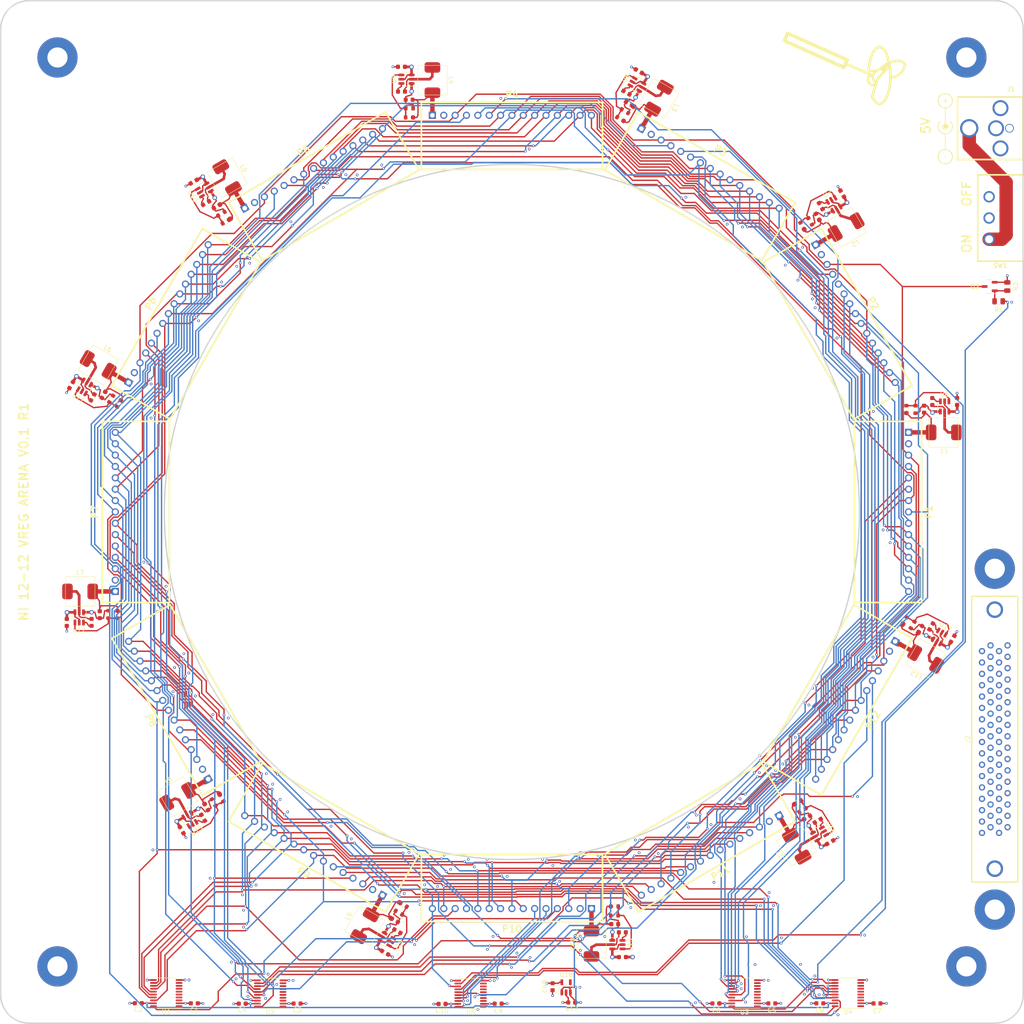
<source format=kicad_pcb>
(kicad_pcb (version 20221018) (generator pcbnew)
  (layers (0 "F.Cu" signal) (1 "In1.Cu" power) (2 "In2.Cu" power) (3 "In3.Cu" power) (4 "In4.Cu" power) (31 "B.Cu" signal) (34 "B.Paste" user) (35 "F.Paste" user) (36 "B.SilkS" user "B.Silkscreen") (37 "F.SilkS" user "F.Silkscreen") (38 "B.Mask" user) (39 "F.Mask" user) (44 "Edge.Cuts" user))
  (net 0 "")
  (net 1 "+3.3V")
  (net 2 "/Level Shifters/POW.5V_HDR_10")
  (net 4 "/Power & Voltage Regulators/SW_VCC")
  (net 15 "/Level Shifters/PAN5V.CS_00")
  (net 16 "/Level Shifters/PAN5V.CS_01")
  (net 17 "/Level Shifters/PAN5V.CS_02")
  (net 18 "/Level Shifters/PAN5V.CS_03")
  (net 19 "/Level Shifters/PAN5V.CS_04")
  (net 20 "/Level Shifters/PAN5V.EXT_INT")
  (net 21 "GND")
  (net 25 "/Level Shifters/PAN5V.CS_05")
  (net 26 "/Level Shifters/PAN5V.CS_06")
  (net 38 "Net-(Q2-G)")
  (net 39 "/Level Shifters/PAN5V.RESET")
  (net 40 "/Level Shifters/PAN3V.RESET")
  (net 41 "/Level Shifters/PAN3V.CS_00")
  (net 42 "/Level Shifters/PAN3V.CS_01")
  (net 43 "/Level Shifters/PAN3V.CS_02")
  (net 44 "/Level Shifters/PAN3V.CS_03")
  (net 45 "/Level Shifters/PAN3V.CS_04")
  (net 46 "/Level Shifters/PAN3V.CS_05")
  (net 47 "/Level Shifters/PAN3V.CS_06")
  (net 48 "/Level Shifters/PAN3V.CS_07")
  (net 49 "/Level Shifters/PAN5V.CS_07")
  (net 50 "/Level Shifters/PAN3V.SCK_00")
  (net 51 "/Level Shifters/PAN3V.SCK_01")
  (net 52 "/Level Shifters/PAN3V.SCK_02")
  (net 53 "/Level Shifters/PAN3V.SCK_03")
  (net 54 "/Level Shifters/PAN3V.SCK_04")
  (net 55 "/Level Shifters/PAN3V.SCK_05")
  (net 56 "/Level Shifters/PAN3V.MOSI_00")
  (net 57 "/Level Shifters/PAN3V.MISO_00")
  (net 58 "/Level Shifters/PAN5V.MISO_00")
  (net 59 "/Level Shifters/PAN5V.MOSI_00")
  (net 60 "/Level Shifters/PAN5V.SCK_05")
  (net 61 "/Level Shifters/PAN5V.SCK_04")
  (net 62 "/Level Shifters/PAN5V.SCK_03")
  (net 63 "/Level Shifters/PAN5V.SCK_02")
  (net 64 "/Level Shifters/PAN3V.EXT_INT")
  (net 65 "/Level Shifters/PAN5V.SCK_01")
  (net 66 "/Level Shifters/PAN5V.SCK_00")
  (net 67 "/Level Shifters/PAN3V.MOSI_01")
  (net 68 "/Level Shifters/PAN3V.MISO_01")
  (net 69 "/Level Shifters/PAN3V.MOSI_02")
  (net 70 "/Level Shifters/PAN3V.MISO_02")
  (net 71 "/Level Shifters/PAN3V.MOSI_03")
  (net 72 "/Level Shifters/PAN3V.MISO_03")
  (net 73 "/Level Shifters/PAN3V.MOSI_04")
  (net 74 "/Level Shifters/PAN3V.MISO_04")
  (net 75 "/Level Shifters/PAN5V.MISO_04")
  (net 76 "/Level Shifters/PAN5V.MOSI_04")
  (net 77 "/Level Shifters/PAN5V.MISO_03")
  (net 78 "/Level Shifters/PAN5V.MOSI_03")
  (net 79 "/Level Shifters/PAN5V.MISO_02")
  (net 80 "/Level Shifters/PAN5V.MOSI_02")
  (net 81 "/Level Shifters/PAN5V.MISO_01")
  (net 82 "/Level Shifters/PAN5V.MOSI_01")
  (net 83 "/Level Shifters/PAN3V.MOSI_05")
  (net 84 "/Panel Headers/RESET")
  (net 85 "/Level Shifters/PAN3V.MISO_05")
  (net 86 "/Level Shifters/PAN3V.MOSI_06")
  (net 87 "/Level Shifters/PAN3V.MISO_06")
  (net 88 "/Level Shifters/PAN3V.MOSI_07")
  (net 89 "/Level Shifters/PAN3V.MISO_07")
  (net 90 "/Level Shifters/PAN3V.MOSI_08")
  (net 91 "/Level Shifters/PAN3V.MISO_08")
  (net 92 "/Level Shifters/PAN5V.MISO_08")
  (net 93 "/Level Shifters/PAN5V.MOSI_08")
  (net 94 "/Level Shifters/PAN5V.MISO_07")
  (net 95 "/Level Shifters/PAN5V.MOSI_07")
  (net 96 "/Level Shifters/PAN5V.MISO_06")
  (net 97 "/Level Shifters/PAN5V.MOSI_06")
  (net 98 "/Level Shifters/PAN5V.MISO_05")
  (net 99 "/Level Shifters/PAN5V.MOSI_05")
  (net 100 "/Level Shifters/PAN3V.MOSI_09")
  (net 101 "/Level Shifters/PAN3V.MISO_09")
  (net 102 "/Level Shifters/PAN3V.MOSI_10")
  (net 103 "/Level Shifters/PAN3V.MISO_10")
  (net 104 "/Level Shifters/PAN3V.MOSI_11")
  (net 105 "/Level Shifters/PAN3V.MISO_11")
  (net 106 "/Level Shifters/PAN5V.MISO_11")
  (net 107 "/Level Shifters/PAN5V.MOSI_11")
  (net 108 "/Level Shifters/PAN5V.MISO_10")
  (net 109 "/Level Shifters/PAN5V.MOSI_10")
  (net 110 "/Level Shifters/PAN5V.MISO_09")
  (net 111 "/Level Shifters/PAN5V.MOSI_09")
  (net 113 "VCC")
  (net 114 "/Level Shifters/POW.5V_HDR_1")
  (net 115 "/Level Shifters/POW.5V_HDR_2")
  (net 116 "/Level Shifters/POW.5V_HDR_3")
  (net 117 "/Level Shifters/POW.5V_HDR_4")
  (net 118 "/Level Shifters/POW.5V_HDR_5")
  (net 119 "/Level Shifters/POW.5V_HDR_6")
  (net 120 "/Level Shifters/POW.5V_HDR_7")
  (net 121 "/Level Shifters/POW.5V_HDR_8")
  (net 122 "/Level Shifters/POW.5V_HDR_9")
  (net 123 "/Level Shifters/POW.5V_HDR_11")
  (net 124 "/Level Shifters/POW.5V_HDR_12")
  (net 125 "Net-(U6-VBST)")
  (net 126 "Net-(U6-SW)")
  (net 127 "Net-(U7-VBST)")
  (net 128 "Net-(U7-SW)")
  (net 129 "Net-(U8-VBST)")
  (net 130 "Net-(U8-SW)")
  (net 131 "Net-(U9-VBST)")
  (net 132 "Net-(U9-SW)")
  (net 133 "Net-(U10-VBST)")
  (net 134 "Net-(U10-SW)")
  (net 135 "Net-(U11-VBST)")
  (net 136 "Net-(U11-SW)")
  (net 137 "Net-(U12-VBST)")
  (net 138 "Net-(U12-SW)")
  (net 139 "Net-(U13-VBST)")
  (net 140 "Net-(U13-SW)")
  (net 141 "Net-(U14-VBST)")
  (net 142 "Net-(U14-SW)")
  (net 143 "Net-(U15-VBST)")
  (net 144 "Net-(U15-SW)")
  (net 145 "Net-(U16-VBST)")
  (net 146 "Net-(U16-SW)")
  (net 147 "Net-(U17-VBST)")
  (net 148 "Net-(U17-SW)")
  (net 149 "Net-(U6-VFB)")
  (net 150 "Net-(U7-VFB)")
  (net 151 "Net-(U8-VFB)")
  (net 152 "Net-(U9-VFB)")
  (net 153 "Net-(U10-VFB)")
  (net 154 "Net-(U11-VFB)")
  (net 155 "Net-(U12-VFB)")
  (net 156 "Net-(U13-VFB)")
  (net 157 "Net-(U14-VFB)")
  (net 158 "Net-(U15-VFB)")
  (net 159 "Net-(U16-VFB)")
  (net 160 "Net-(U17-VFB)")
  (footprint "Resistor_SMD:R_0603_1608Metric" (layer "F.Cu") (at 154.8892 87.5792)
    (fp_text reference "R10" hide)
    (fp_text value "10k" hide)
  )
  (footprint "Capacitor_SMD:C_0603_1608Metric" (layer "F.Cu") (at 152.1911 271.5335 150)
    (fp_text reference "C36" hide)
    (fp_text value "100nF" hide)
  )
  (footprint "Capacitor_SMD:C_0603_1608Metric" (layer "F.Cu") (at 129.7634 287.7112)
    (fp_text reference "C3")
    (fp_text value "0.1uF" hide)
  )
  (footprint "Package_TO_SOT_SMD:SOT-23-6" (layer "F.Cu") (at 82.2337 149.8488 -120)
    (fp_text reference "U11")
    (fp_text value "TPS564201DDC" hide)
  )
  (footprint "Package_TO_SOT_SMD:SOT-23-6" (layer "F.Cu") (at 149.8488 273.3663 -30)
    (fp_text reference "U14")
    (fp_text value "TPS564201DDC" hide)
  )
  (footprint "MountingHole:MountingHole_4.5mm_Pad" (layer "F.Cu") (at 76.2 76.2)
    (fp_text reference "H1" hide)
    (fp_text value "MountingHole_Pad" hide)
  )
  (footprint "arena_custom:HEADER_TOP" (layer "F.Cu") (at 177.8 266.474 180)
    (fp_text reference "P10")
    (fp_text value "CONN15" hide)
  )
  (footprint "Capacitor_SMD:C_0603_1608Metric" (layer "F.Cu") (at 223.4022 287.6904 180)
    (fp_text reference "C6")
    (fp_text value "0.1uF" hide)
  )
  (footprint "Package_TO_SOT_SMD:SOT-23-6" (layer "F.Cu") (at 81.0616 201.3767 -90)
    (fp_text reference "U12")
    (fp_text value "TPS564201DDC" hide)
  )
  (footprint "arena_custom:HEADER_TOP" (layer "F.Cu") (at 254.594 222.137 -120)
    (fp_text reference "P12")
    (fp_text value "CONN15" hide)
  )
  (footprint "Capacitor_SMD:C_0603_1608Metric" (layer "F.Cu") (at 109.4289 108.7553 30)
    (fp_text reference "C24" hide)
    (fp_text value "100nF" hide)
  )
  (footprint "arena_custom:HEADER_TOP" (layer "F.Cu") (at 89.126 177.8 90)
    (fp_text reference "P7")
    (fp_text value "CONN15" hide)
  )
  (footprint "Package_TO_SOT_SMD:SOT-23-6" (layer "F.Cu") (at 105.8104 246.5872 -60)
    (fp_text reference "U13")
    (fp_text value "TPS564201DDC" hide)
  )
  (footprint "Capacitor_SMD:C_0603_1608Metric" (layer "F.Cu") (at 271.5335 203.4089 -120)
    (fp_text reference "C45" hide)
    (fp_text value "100nF" hide)
  )
  (footprint "Capacitor_SMD:C_0603_1608Metric" (layer "F.Cu") (at 200.774 269.9512 180)
    (fp_text reference "C40" hide)
    (fp_text value "22uF" hide)
  )
  (footprint "arena_custom:slide_switch" (layer "F.Cu") (at 287.02 112.0902 90)
    (fp_text reference "SW1")
    (fp_text value "SW_SPDT" hide)
  )
  (footprint "Package_SO:TSSOP-20_4.4x6.5mm_P0.65mm" (layer "F.Cu") (at 229.8072 285.4104 180)
    (fp_text reference "U3")
    (fp_text value "TXB0108PW" hide)
  )
  (footprint "arena_custom:CYA0650_3P3UH" (layer "F.Cu") (at 114.1421 103.1012 -60)
    (fp_text reference "L5")
    (fp_text value "3.3uH" hide)
  )
  (footprint "Capacitor_SMD:C_0603_1608Metric" (layer "F.Cu") (at 246.6355 287.663 180)
    (fp_text reference "C8")
    (fp_text value "0.1uF" hide)
  )
  (footprint "Package_SO:TSSOP-20_4.4x6.5mm_P0.65mm" (layer "F.Cu") (at 123.7534 285.4412 180)
    (fp_text reference "U2")
    (fp_text value "TXB0108PW" hide)
  )
  (footprint "Resistor_SMD:R_0603_1608Metric" (layer "F.Cu") (at 200.7362 265.9888)
    (fp_text reference "R21" hide)
    (fp_text value "56.2k" hide)
  )
  (footprint "Capacitor_SMD:C_0603_1608Metric" (layer "F.Cu") (at 269.0923 203.9795 -120)
    (fp_text reference "C46" hide)
    (fp_text value "22uF" hide)
  )
  (footprint "Resistor_SMD:R_0603_1608Metric" (layer "F.Cu") (at 242.7517 244.4781 -150)
    (fp_text reference "R24" hide)
    (fp_text value "10k" hide)
  )
  (footprint "arena_custom:CYA0650_3P3UH" (layer "F.Cu") (at 81.28 195.58)
    (fp_text reference "L7")
    (fp_text value "3.3uH" hide)
  )
  (footprint "Capacitor_SMD:C_0603_1608Metric" (layer "F.Cu") (at 111.8283 109.4817 30)
    (fp_text reference "C25" hide)
    (fp_text value "22uF" hide)
  )
  (footprint "Capacitor_SMD:C_0603_1608Metric" (layer "F.Cu") (at 271.78 153.1112 -90)
    (fp_text reference "C12" hide)
    (fp_text value "100nF" hide)
  )
  (footprint "arena_custom:HEADER_TOP" (layer "F.Cu") (at 133.463 254.594 150)
    (fp_text reference "P9")
    (fp_text value "CONN15" hide)
  )
  (footprint "arena_custom:HEADER_TOP" (layer "F.Cu") (at 222.137 254.594 -150)
    (fp_text reference "P11")
    (fp_text value "CONN15" hide)
  )
  (footprint "Resistor_SMD:R_0603_1608Metric" (layer "F.Cu") (at 153.5689 265.6418 -30)
    (fp_text reference "R19" hide)
    (fp_text value "56.2k" hide)
  )
  (footprint "arena_custom:CYA0650_3P3UH" (layer "F.Cu") (at 195.58 274.32 90)
    (fp_text reference "L10")
    (fp_text value "3.3uH" hide)
  )
  (footprint "Capacitor_SMD:C_0603_1608Metric" (layer "F.Cu") (at 174.7142 287.7312)
    (fp_text reference "C9")
    (fp_text value "0.1uF" hide)
  )
  (footprint "Capacitor_SMD:C_0603_1608Metric" (layer "F.Cu") (at 94.2705 287.633 180)
    (fp_text reference "C2")
    (fp_text value "0.1uF" hide)
  )
  (footprint "Capacitor_SMD:C_0603_1608Metric" (layer "F.Cu") (at 235.9022 287.6804)
    (fp_text reference "C5")
    (fp_text value "0.1uF" hide)
  )
  (footprint "Capacitor_SMD:C_0603_1608Metric" (layer "F.Cu") (at 202.5012 277.3172)
    (fp_text reference "C38" hide)
    (fp_text value "10uF" hide)
  )
  (footprint "Package_TO_SOT_SMD:SOT-23-6" (layer "F.Cu") (at 154.2233 81.0616 180)
    (fp_text reference "U9")
    (fp_text value "TPS564201DDC" hide)
  )
  (footprint "Package_TO_SOT_SMD:SOT-23-6" (layer "F.Cu") (at 274.5384 154.2233 90)
    (fp_text reference "U6")
    (fp_text value "TPS564201DDC" hide)
  )
  (footprint "Capacitor_SMD:C_0603_1608Metric" (layer "F.Cu") (at 243.7717 246.1183 -150)
    (fp_text reference "C43" hide)
    (fp_text value "22uF" hide)
  )
  (footprint "Capacitor_SMD:C_0603_1608Metric" (layer "F.Cu") (at 162.1892 287.8012 180)
    (fp_text reference "C10")
    (fp_text value "0.1uF" hide)
  )
  (footprint "Resistor_SMD:R_0603_1608Metric" (layer "F.Cu") (at 242.7056 113.8423 120)
    (fp_text reference "R5" hide)
    (fp_text value "56.2k" hide)
  )
  (footprint "Capacitor_SMD:C_0603_1608Metric" (layer "F.Cu") (at 154.826 85.6488)
    (fp_text reference "C22" hide)
    (fp_text value "22uF" hide)
  )
  (footprint "arena_custom:CYA0650_3P3UH" (layer "F.Cu") (at 103.1012 241.4579 30)
    (fp_text reference "L8")
    (fp_text value "3.3uH" hide)
  )
  (footprint "Resistor_SMD:R_0603_1608Metric" (layer "F.Cu") (at 268.0208 154.8892 -90)
    (fp_text reference "R4" hide)
    (fp_text value "10k" hide)
  )
  (footprint "arena_custom:CYA0650_3P3UH" (layer "F.Cu") (at 210.6621 85.3212 -120)
    (fp_text reference "L3")
    (fp_text value "3.3uH" hide)
  )
  (footprint "Capacitor_SMD:C_0603_1608Metric" (layer "F.Cu") (at 151.6205 269.0923 150)
    (fp_text reference "C37" hide)
    (fp_text value "22uF" hide)
  )
  (footprint "Resistor_SMD:R_0603_1608Metric" (layer "F.Cu") (at 244.4781 112.8483 -60)
    (fp_text reference "R6" hide)
    (fp_text value "10k" hide)
  )
  (footprint "Capacitor_SMD:C_0603_1608Metric" (layer "F.Cu") (at 248.9505 251.6338 30)
    (fp_text reference "C41" hide)
    (fp_text value "10uF" hide)
  )
  (footprint "arena_custom:CYA0650_3P3UH" (layer "F.Cu") (at 274.32 160.02 180)
    (fp_text reference "L1")
    (fp_text value "3.3uH" hide)
  )
  (footprint "Resistor_SMD:R_0603_1608Metric" (layer "F.Cu") (at 152.5309 267.3889 150)
    (fp_text reference "R20" hide)
    (fp_text value "10k" hide)
  )
  (footprint "MountingHole:MountingHole_4.5mm_Pad" (layer "F.Cu") (at 279.4 279.4)
    (fp_text reference "H3" hide)
    (fp_text value "MountingHole_Pad" hide)
  )
  (footprint "Package_SO:TSSOP-20_4.4x6.5mm_P0.65mm" (layer "F.Cu") (at 100.5155 285.373 180)
    (fp_text reference "U1")
    (fp_text value "TXB0108PW" hide)
  )
  (footprint "Capacitor_SMD:C_0603_1608Metric" (layer "F.Cu") (at 153.1112 83.82)
    (fp_text reference "C21" hide)
    (fp_text value "100nF" hide)
  )
  (footprint "Capacitor_SMD:C_0603_1608Metric" (layer "F.Cu") (at 83.82 202.4888 90)
    (fp_text reference "C30" hide)
    (fp_text value "100nF" hide)
  )
  (footprint "Capacitor_SMD:C_0603_1608Metric" (layer "F.Cu") (at 186.8834 283.9422 -90)
    (fp_text reference "C48")
    (fp_text value "10uF" hide)
  )
  (footprint "Package_TO_SOT_SMD:SOT-23-3" (layer "F.Cu") (at 284.6015 127.4064 180)
    (fp_text reference "Q2")
    (fp_text value "MOSFET_NCHAN" hide)
  )
  (footprint "Capacitor_SMD:C_0603_1608Metric" (layer "F.Cu") (at 78.2828 202.5012 -90)
    (fp_text reference "C29" hide)
    (fp_text value "10uF" hide)
  )
  (footprint "Capacitor_SMD:C_0603_1608Metric" (layer "F.Cu") (at 206.1667 79.265 150)
    (fp_text reference "C17" hide)
    (fp_text value "10uF" hide)
  )
  (footprint "MountingHole:MountingHole_4.5mm_Pad" (layer "F.Cu") (at 76.2 279.4)
    (fp_text reference "H4" hide)
    (fp_text value "MountingHole_Pad" hide)
  )
  (footprint "Capacitor_SMD:C_0603_1608Metric" (layer "F.Cu") (at 149.4333 276.335 -30)
    (fp_text reference "C35" hide)
    (fp_text value "10uF" hide)
  )
  (footprint "Capacitor_SMD:C_0603_1608Metric" (layer "F.Cu") (at 103.9662 248.9505 -60)
    (fp_text reference "C32" hide)
    (fp_text value "10uF" hide)
  )
  (footprint "arena_custom:DCJACK_2PIN_HIGHCURRENT" (layer "F.Cu") (at 292.0238 92.0242 -90)
    (fp_text reference "J1")
    (fp_text value "Barrel_Jack" hide)
  )
  (footprint "Capacitor_SMD:C_0603_1608Metric" (layer "F.Cu") (at 106.6495 103.9662 -150)
    (fp_text reference "C23" hide)
    (fp_text value "10uF" hide)
  )
  (footprint "Capacitor_SMD:C_0603_1608Metric" (layer "F.Cu") (at 251.6338 106.6495 120)
    (fp_text reference "C14" hide)
    (fp_text value "10uF" hide)
  )
  (footprint "Capacitor_SMD:C_0603_1608Metric" (layer "F.Cu") (at 246.8447 109.4289 -60)
    (fp_text reference "C15" hide)
    (fp_text value "100nF" hide)
  )
  (footprint "Resistor_SMD:R_0603_1608Metric" (layer "F.Cu") (at 89.6112 200.7362 -90)
    (fp_text reference "R15" hide)
    (fp_text value "56.2k" hide)
  )
  (footprint "arena_custom:HEADER_TOP" (layer "F.Cu") (at 133.463 101.006 30)
    (fp_text reference "P5")
    (fp_text value "CONN15" hide)
  )
  (footprint "Capacitor_SMD:C_0603_1608Metric" (layer "F.Cu") (at 79.265 149.4333 -120)
    (fp_text reference "C26" hide)
    (fp_text value "10uF" hide)
  )
  (footprint "Package_SO:TSSOP-20_4.4x6.5mm_P0.65mm" (layer "F.Cu") (at 252.9155 285.373 180)
    (fp_text reference "U4")
    (fp_text value "TXB0108PW" hide)
  )
  (footprint "arena_custom:CYA0650_3P3UH" (layer "F.Cu") (at 241.4579 252.4988 120)
    (fp_text reference "L11")
    (fp_text value "3.3uH" hide)
  )
  (footprint "Capacitor_SMD:C_0603_1608Metric" (layer "F.Cu") (at 277.3172 153.0988 90)
    (fp_text reference "C11" hide)
    (fp_text value "10uF" hide)
  )
  (footprint "arena_custom:HEADER_TOP" (layer "F.Cu") (at 177.8 89.126)
    (fp_text reference "P4")
    (fp_text value "CONN15" hide)
  )
  (footprint "Capacitor_SMD:C_0603_1608Metric" (layer "F.Cu") (at 85.6488 200.774 90)
    (fp_text reference "C31" hide)
    (fp_text value "22uF" hide)
  )
  (footprint "Resistor_SMD:R_0805_2012Metric" (layer "F.Cu") (at 286.6155 130.7084)
    (fp_text reference "R1")
    (fp_text value "200" hide)
  )
  (footprint "Resistor_SMD:R_0603_1608Metric" (layer "F.Cu") (at 112.8483 111.1219 30)
    (fp_text reference "R12" hide)
    (fp_text value "10k" hide)
  )
  (footprint "Capacitor_SMD:C_0603_1608Metric" (layer "F.Cu") (at 153.0988 78.2828 180)
    (fp_text reference "C20" hide)
    (fp_text value "10uF" hide)
  )
  (footprint "Capacitor_SMD:C_0603_1608Metric" (layer "F.Cu") (at 269.9512 154.826 -90)
    (fp_text reference "C13" hide)
    (fp_text value "22uF" hide)
  )
  (footprint "Capacitor_SMD:C_0603_1608Metric" (layer "F.Cu") (at 246.1711 246.8447 -150)
    (fp_text reference "C42" hide)
    (fp_text value "100nF" hide)
  )
  (footprint "Package_TO_SOT_SMD:SOT-23-5" (layer "F.Cu") (at 189.9034 284.0847 90)
    (fp_text reference "U18")
    (fp_text value "AP2112K-3.3" hide)
  )
  (footprint "Package_TO_SOT_SMD:SOT-23-6" (layer "F.Cu") (at 205.7512 82.2337 150)
    (fp_text reference "U8")
    (fp_text value "TPS564201DDC" hide)
  )
  (footprint "Resistor_SMD:R_0603_1608Metric" (layer "F.Cu") (at 265.9888 154.8638 90)
    (fp_text reference "R3" hide)
    (fp_text value "56.2k" hide)
  )
  (footprint "arena_custom:CYA0650_3P3UH" (layer "F.Cu") (at 270.2788 210.6621 150)
    (fp_text reference "L12")
    (fp_text value "3.3uH" hide)
  )
  (footprint "Capacitor_SMD:C_0603_1608Metric" (layer "F.Cu") (at 202.4888 271.78 180)
    (fp_text reference "C39" hide)
    (fp_text value "100nF" hide)
  )
  (footprint "MountingHole:MountingHole_4.5mm_Pad" (layer "F.Cu") (at 285.75 190.5)
    (fp_text reference "H5" hide)
    (fp_text value "MountingHole_Pad" hide)
  )
  (footprint "arena_custom:HEADER_TOP" (layer "F.Cu") (at 266.474 177.8 -90)
    (fp_text reference "P1")
    (fp_text value "CONN15" hide)
  )
  (footprint "Capacitor_SMD:C_0603_1608Metric" (layer "F.Cu") (at 276.335 206.1667 60)
    (fp_text reference "C44" hide)
    (fp_text value "10uF" hide)
  )
  (footprint "Resistor_SMD:R_0603_1608Metric" (layer "F.Cu") (at 241.7577 242.7056 30)
    (fp_text reference "R23" hide)
    (fp_text value "56.2k" hide)
  )
  (footprint "arena_custom:HEADER_TOP" (layer "F.Cu") (at 101.006 133.463 60)
    (fp_text reference "P6")
    (fp_text value "CONN15" hide)
  )
  (footprint "Package_TO_SOT_SMD:SOT-23-6" (layer "F.Cu") (at 109.0128 105.8104 -150)
    (fp_text reference "U10")
    (fp_text value "TPS564201DDC" hide)
  )
  (footprint "Resistor_SMD:R_0603_1608Metric" (layer "F.Cu") (at 87.5792 200.7108 90)
    (fp_text reference "R16" hide)
    (fp_text value "10k" hide)
  )
  (footprint "arena_custom:HEADER_TOP" (layer "F.Cu") (at 101.006 222.137 120)
    (fp_text reference "P8")
    (fp_text value "CONN15" hide)
  )
  (footprint "Capacitor_SMD:C_0603_1608Metric" (layer "F.Cu") (at 84.0665 152.1911 60)
    (fp_text reference "C27" hide)
    (fp_text value "100nF" hide)
  )
  (footprint "Resistor_SMD:R_0603_1608Metric" (layer "F.Cu") (at 267.3889 203.0691 -120)
    (fp_text reference "R26" hide)
    (fp_text value "10k" hide)
  )
  (footprint "Capacitor_SMD:C_0603_1608Metric" (layer "F.Cu") (at 109.4817 243.7717 120)
    (fp_text reference "C34" hide)
    (fp_text value "22uF" hide)
  )
  (footprint "MountingHole:MountingHole_4.5mm_Pad" (layer "F.Cu") (at 279.4 76.2)
    (fp_text reference "H2" hide)
    (fp_text value "MountingHole_Pad" hide)
  )
  (footprint "Capacitor_SMD:C_0603_1608Metric" (layer "F.Cu") (at 117.5134 287.7312 180)
    (fp_text reference "C4")
    (fp_text value "0.1uF" hide)
  )
  (footprint "Capacitor_SMD:C_0603_1608Metric" (layer "F.Cu") (at 203.4089 84.0665 -30)
    (fp_text reference "C18" hide)
    (fp_text value "100nF" hide)
  )
  (footprint "Capacitor_SMD:C_0603_1608Metric" (layer "F.Cu") (at 259.4102 287.6804)
    (fp_text reference "C7")
    (fp_text value "0.1uF" hide)
  )
  (footprint "Resistor_SMD:R_0603_1608Metric" (layer "F.Cu") (at 203.0691 88.2111 -30)
    (fp_text reference "R8" hide)
    (fp_text value "10k" hide)
  )
  (footprint "Capacitor_SMD:C_0603_1608Metric" (layer "F.Cu") (at 108.7553 246.1711 120)
    (fp_text reference "C33" hide)
    (fp_text value "100nF" hide)
  )
  (footprint "Resistor_SMD:R_0603_1608Metric" (layer "F.Cu") (at 200.7108 268.0208 180)
    (fp_text reference "R22" hide)
    (fp_text value "10k" hide)
  )
  (footprint "arena_custom:CYA0650_3P3UH" (layer "F.Cu") (at 160.02 81.28 -90)
    (fp_text reference "L4")
    (fp_text value "3.3uH" hide)
  )
  (footprint "Package_TO_SOT_SMD:SOT-23-6" (layer "F.Cu") (at 201.3767 274.5384)
    (fp_text reference "U15")
    (fp_text value "TPS564201DDC" hide)
  )
  (footprint "Resistor_SMD:R_0603_1608Metric" (layer "F.Cu") (at 111.1219 242.7517 120)
    (fp_text reference "R18" hide)
    (fp_text value "10k" hide)
  )
  (footprint "Capacitor_SMD:C_0603_1608Metric" (layer "F.Cu") (at 203.9795 86.5077 -30)
    (fp_text reference "C19" hide)
    (fp_text value "22uF" hide)
  )
  (footprint "Resistor_SMD:R_0603_1608Metric" (layer "F.Cu") (at 113.8423 112.8944 -150)
    (fp_text reference "R11" hide)
    (fp_text value "56.2k" hide)
  )
  (footprint "Capacitor_SMD:C_0603_1608Metric" (layer "F.Cu") (at 106.7905 287.663)
    (fp_text reference "C1")
    (fp_text value "0.1uF" hide)
  )
  (footprint "arena_custom:CYA0650_3P3UH" (layer "F.Cu") (at 144.9379 270.2788 60)
    (fp_text reference "L9")
    (fp_text value "3.3uH" hide)
  )
  (footprint "MountingHole:MountingHole_4.5mm_Pad" (layer "F.Cu") (at 285.75 266.7)
    (fp_text reference "H6" hide)
    (fp_text value "MountingHole_Pad" hide)
  )
  (footprint "Package_TO_SOT_SMD:SOT-23-6" (layer "F.Cu") (at 249.7896 109.0128 120)
    (fp_text reference "U7")
    (fp_text value "TPS564201DDC" hide)
  )
  (footprint "Resistor_SMD:R_0603_1608Metric" (layer "F.Cu") (at 154.8638 89.6112 180)
    (fp_text reference "R9" hide)
    (fp_text value "56.2k" hide)
  )
  (footprint "arena_custom:HEADER_TOP" (layer "F.Cu") (at 254.594 133.463 -60)
    (fp_text reference "P2")
    (fp_text value "CONN15" hide)
  )
  (footprint "arena_custom:CYA0650_3P3UH" (layer "F.Cu") (at 85.3212 144.9379 -30)
    (fp_text reference "L6")
    (fp_text value "3.3uH" hide)
  )
  (footprint "Resistor_SMD:R_0603_1608Metric" (layer "F.Cu") (at 88.2111 152.5309 60)
    (fp_text reference "R14" hide)
    (fp_text value "10k" hide)
  )
  (footprint "Capacitor_SMD:C_0603_1608Metric" (layer "F.Cu") (at 191.1734 287.4772 180)
    (fp_text reference "C47")
    (fp_text value "10uF" hide)
  )
  (footprint "Resistor_SMD:R_0603_1608Metric" (layer "F.Cu") (at 89.9582 153.5689 -120)
    (fp_text reference "R13" hide)
    (fp_text value "56.2k" hide)
  )
  (footprint "arena_custom:TE_CONN_DSUB_VERT_68" (layer "F.Cu") (at 285.75 228.6 90)
    (fp_text reference "J2")
    (fp_text value "NI_TE_68pos" hide)
  )
  (footprint "Capacitor_SMD:C_0603_1608Metric" (layer "F.Cu") (at 86.5077 151.6205 60)
    (fp_text reference "C28" hide)
    (fp_text value "22uF" hide)
  )
  (footprint "Resistor_SMD:R_0603_1608Metric" (layer "F.Cu") (at 202.0311 89.9582 150)
    (fp_text reference "R7" hide)
    (fp_text value "56.2k" hide)
  )
  (footprint "arena_custom:HEADER_TOP" (layer "F.Cu") (at 222.137 101.006 -30)
    (fp_text reference "P3")
    (fp_text value "CONN15" hide)
  )
  (footprint "Package_TO_SOT_SMD:SOT-23-6" (layer "F.Cu") (at 246.5872 249.7896 30)
    (fp_text reference "U16")
    (fp_text value "TPS564201DDC" hide)
  )
  (footprint "Package_SO:TSSOP-20_4.4x6.5mm_P0.65mm" (layer "F.Cu") (at 168.5592 285.5012 180)
    (fp_text reference "U5")
    (fp_text value "TXB0108PW" hide)
  )
  (footprint "Capacitor_SMD:C_0603_1608Metric" (layer "F.Cu") (at 246.1183 111.8283 -60)
    (fp_text reference "C16" hide)
    (fp_text value "22uF" hide)
  )
  (footprint "Resistor_SMD:R_0805_2012Metric" (layer "F.Cu") (at 288.544 127.4064 -90)
    (fp_text reference "R2")
    (fp_text value "20k" hide)
  )
  (footprint "arena_custom:CYA0650_3P3UH" (layer "F.Cu") (at 252.4988 114.1421 -150)
    (fp_text reference "L2")
    (fp_text value "3.3uH" hide)
  )
  (footprint "Package_TO_SOT_SMD:SOT-23-6" (layer "F.Cu") (at 273.3663 205.7512 60)
    (fp_text reference "U17")
    (fp_text value "TPS564201DDC" hide)
  )
  (footprint "Resistor_SMD:R_0603_1608Metric" (layer "F.Cu") (at 265.6418 202.0311 60)
    (fp_text reference "R25" hide)
    (fp_text value "56.2k" hide)
  )
  (footprint "Resistor_SMD:R_0603_1608Metric" (layer "F.Cu") (at 112.8944 241.7577 -60)
    (fp_text reference "R17" hide)
    (fp_text value "56.2k" hide)
  )
  (gr_line (start 261.869046 84.235629) (end 261.941978 83.996274) (stroke (width 0.514144)) (layer "F.SilkS"))
  (gr_line (start 258.99813 86.023131) (end 259.098897 86.128731) (stroke (width 0.514144)) (layer "F.SilkS"))
  (gr_line (start 259.068645 82.308853) (end 258.717929 82.409537) (stroke (width 0.514144)) (layer "F.SilkS"))
  (gr_line (start 273.382477 92.585887) (end 273.336417 92.519801) (stroke (width 0.15487)) (layer "F.SilkS"))
  (gr_line (start 275.003458 84.324863) (end 275.080765 84.342706) (stroke (width 0.179621)) (layer "F.SilkS"))
  (gr_line (start 273.725344 84.609849) (end 273.787993 84.565299) (stroke (width 0.179621)) (layer "F.SilkS"))
  (gr_line (start 262.352669 81.788771) (end 262.380098 81.482222) (stroke (width 0.514144)) (layer "F.SilkS"))
  (gr_line (start 257.687722 79.102057) (end 257.547538 79.107867) (stroke (width 0.514144)) (layer "F.SilkS"))
  (gr_line (start 257.723346 80.298042) (end 258.0072 80.217521) (stroke (width 0.514144)) (layer "F.SilkS"))
  (gr_line (start 258.318284 84.933399) (end 258.534906 85.362848) (stroke (width 0.514144)) (layer "F.SilkS"))
  (gr_line (start 261.038343 85.916534) (end 261.144288 85.776614) (stroke (width 0.514144)) (layer "F.SilkS"))
  (gr_line (start 275.230838 99.879067) (end 275.156592 99.904189) (stroke (width 0.179621)) (layer "F.SilkS"))
  (gr_line (start 276.047991 97.549536) (end 276.086466 97.616452) (stroke (width 0.179621)) (layer "F.SilkS"))
  (gr_line (start 259.522398 86.435015) (end 259.632794 86.481079) (stroke (width 0.514144)) (layer "F.SilkS"))
  (gr_line (start 258.777057 85.766629) (end 258.999103 86.077093) (stroke (width 0.514144)) (layer "F.SilkS"))
  (gr_line (start 274.438075 87.469819) (end 274.359386 87.455767) (stroke (width 0.179621)) (layer "F.SilkS"))
  (gr_line (start 276.068771 92.451998) (end 276.026396 92.519801) (stroke (width 0.15487)) (layer "F.SilkS"))
  (gr_line (start 259.269515 86.342375) (end 259.551597 86.474135) (stroke (width 0.514144)) (layer "F.SilkS"))
  (gr_line (start 273.607013 99.560919) (end 273.551517 99.50801) (stroke (width 0.179621)) (layer "F.SilkS"))
  (gr_line (start 273.852841 99.744693) (end 273.788008 99.70313) (stroke (width 0.179621)) (layer "F.SilkS"))
  (gr_line (start 276.275119 91.864932) (end 276.262222 91.94132) (stroke (width 0.15487)) (layer "F.SilkS"))
  (gr_line (start 261.195859 79.169296) (end 259.579265 80.914514) (stroke (width 0.514144)) (layer "F.SilkS"))
  (gr_line (start 273.66498 97.145084) (end 273.725344 97.097647) (stroke (width 0.179621)) (layer "F.SilkS"))
  (gr_line (start 258.222097 75.712175) (end 258.508193 75.08281) (stroke (width 0.514144)) (layer "F.SilkS"))
  (gr_line (start 257.639291 81.892298) (end 257.44424 81.58542) (stroke (width 0.514144)) (layer "F.SilkS"))
  (gr_line (start 259.105015 74.263825) (end 259.311569 74.094352) (stroke (width 0.514144)) (layer "F.SilkS"))
  (gr_line (start 274.599194 87.486151) (end 274.518045 87.479981) (stroke (width 0.179621)) (layer "F.SilkS"))
  (gr_line (start 264.846868 77.03694) (end 265.19515 77.227932) (stroke (width 0.514144)) (layer "F.SilkS"))
  (gr_line (start 273.356395 99.271523) (end 273.314831 99.20669) (stroke (width 0.179621)) (layer "F.SilkS"))
  (gr_line (start 273.101902 85.646968) (end 273.115954 85.56828) (stroke (width 0.179621)) (layer "F.SilkS"))
  (gr_line (start 257.836877 82.08495) (end 257.639291 81.892298) (stroke (width 0.514144)) (layer "F.SilkS"))
  (gr_line (start 258.363097 84.991946) (end 258.44546 85.168472) (stroke (width 0.514144)) (layer "F.SilkS"))
  (gr_line (start 275.755818 87.073121) (end 275.697839 87.123344) (stroke (width 0.179621)) (layer "F.SilkS"))
  (gr_line (start 257.44424 81.58542) (end 257.354114 81.357061) (stroke (width 0.514144)) (layer "F.SilkS"))
  (gr_line (start 276.086466 85.128654) (end 276.121754 85.197553) (stroke (width 0.179621)) (layer "F.SilkS"))
  (gr_line (start 274.681423 87.488231) (end 274.599194 87.486151) (stroke (width 0.179621)) (layer "F.SilkS"))
  (gr_line (start 274.924769 84.310811) (end 275.003458 84.324863) (stroke (width 0.179621)) (layer "F.SilkS"))
  (gr_line (start 260.733432 86.263588) (end 261.151004 85.835117) (stroke (width 0.514144)) (layer "F.SilkS"))
  (gr_line (start 273.314823 85.061738) (end 273.356386 84.996906) (stroke (width 0.179621)) (layer "F.SilkS"))
  (gr_line (start 276.271073 98.214736) (end 276.277243 98.295885) (stroke (width 0.179621)) (layer "F.SilkS"))
  (gr_line (start 275.374182 96.937769) (end 275.44308 96.973057) (stroke (width 0.179621)) (layer "F.SilkS"))
  (gr_line (start 273.602839 92.829524) (end 273.542765 92.772411) (stroke (width 0.15487)) (layer "F.SilkS"))
  (gr_line (start 260.706413 79.477825) (end 260.712024 79.395359) (stroke (width 0.514144)) (layer "F.SilkS"))
  (gr_line (start 276.121754 86.583077) (end 276.086466 86.651976) (stroke (width 0.179621)) (layer "F.SilkS"))
  (gr_line (start 260.946139 74.368048) (end 261.01622 74.452941) (stroke (width 0.514144)) (layer "F.SilkS"))
  (gr_line (start 276.246859 85.56828) (end 276.260911 85.646968) (stroke (width 0.179621)) (layer "F.SilkS"))
  (gr_line (start 259.191337 74.160326) (end 259.635724 73.899427) (stroke (width 0.514144)) (layer "F.SilkS"))
  (gr_line (start 275.86422 97.303711) (end 275.914443 97.361691) (stroke (width 0.179621)) (layer "F.SilkS"))
  (gr_line (start 262.545324 80.771909) (end 262.412185 80.815627) (stroke (width 0.514144)) (layer "F.SilkS"))
  (gr_line (start 260.324618 73.925972) (end 260.408233 73.957619) (stroke (width 0.514144)) (layer "F.SilkS"))
  (gr_line (start 274.059426 84.417972) (end 274.131991 84.389361) (stroke (width 0.179621)) (layer "F.SilkS"))
  (gr_line (start 273.161389 92.166478) (end 273.137438 92.092236) (stroke (width 0.15487)) (layer "F.SilkS"))
  (gr_line (start 274.438068 96.798609) (end 274.518039 96.788447) (stroke (width 0.179621)) (layer "F.SilkS"))
  (gr_line (start 275.230838 87.391269) (end 275.156592 87.416391) (stroke (width 0.179621)) (layer "F.SilkS"))
  (gr_line (start 276.277243 98.460342) (end 276.271073 98.541491) (stroke (width 0.179621)) (layer "F.SilkS"))
  (gr_line (start 273.725358 99.658579) (end 273.664993 99.611142) (stroke (width 0.179621)) (layer "F.SilkS"))
  (gr_line (start 259.801304 86.526091) (end 259.858193 86.534526) (stroke (width 0.514144)) (layer "F.SilkS"))
  (gr_line (start 274.835757 93.236685) (end 274.758653 93.242212) (stroke (width 0.15487)) (layer "F.SilkS"))
  (gr_line (start 275.509996 87.256895) (end 275.44308 87.295371) (stroke (width 0.179621)) (layer "F.SilkS"))
  (gr_line (start 274.758653 93.242212) (end 274.681406 93.244055) (stroke (width 0.15487)) (layer "F.SilkS"))
  (gr_line (start 265.212543 79.059189) (end 264.97343 79.423887) (stroke (width 0.514144)) (layer "F.SilkS"))
  (gr_line (start 261.10243 78.444621) (end 261.315995 78.173283) (stroke (width 0.514144)) (layer "F.SilkS"))
  (gr_line (start 274.681423 90.986001) (end 274.681423 87.561242) (stroke (width 0.168772)) (layer "F.SilkS"))
  (gr_line (start 273.314831 99.20669) (end 273.276354 99.139774) (stroke (width 0.179621)) (layer "F.SilkS"))
  (gr_line (start 258.805038 79.584245) (end 258.962692 79.400971) (stroke (width 0.514144)) (layer "F.SilkS"))
  (gr_line (start 257.528226 80.472031) (end 257.723346 80.298042) (stroke (width 0.514144)) (layer "F.SilkS"))
  (gr_line (start 274.059439 99.850456) (end 273.988657 99.818457) (stroke (width 0.179621)) (layer "F.SilkS"))
  (gr_line (start 273.08557 85.808087) (end 273.09174 85.726938) (stroke (width 0.179621)) (layer "F.SilkS"))
  (gr_line (start 274.518045 87.479981) (end 274.438075 87.469819) (stroke (width 0.179621)) (layer "F.SilkS"))
  (gr_line (start 275.374182 87.330659) (end 275.303401 87.362658) (stroke (width 0.179621)) (layer "F.SilkS"))
  (gr_line (start 276.153753 99.000094) (end 276.121754 99.070875) (stroke (width 0.179621)) (layer "F.SilkS"))
  (gr_line (start 260.890935 74.300249) (end 261.297105 74.857027) (stroke (width 0.514144)) (layer "F.SilkS"))
  (gr_line (start 265.19515 77.227932) (end 265.459892 77.445818) (stroke (width 0.514144)) (layer "F.SilkS"))
  (gr_line (start 252.018284 78.418166) (end 238.718666 72.463535) (stroke (width 0.514144)) (layer "F.SilkS"))
  (gr_line (start 273.078482 91.479414) (end 273.087694 91.402597) (stroke (width 0.15487)) (layer "F.SilkS"))
  (gr_line (start 276.284331 91.788114) (end 276.275119 91.864932) (stroke (width 0.15487)) (layer "F.SilkS"))
  (gr_line (start 252.133761 78.470301) (end 252.892946 76.689761) (stroke (width 0.514144)) (layer "F.SilkS"))
  (gr_line (start 259.973209 73.869262) (end 260.063605 73.872837) (stroke (width 0.514144)) (layer "F.SilkS"))
  (gr_line (start 261.710483 84.685573) (end 261.79183 84.465528) (stroke (width 0.514144)) (layer "F.SilkS"))
  (gr_line (start 274.131991 96.877159) (end 274.206238 96.852037) (stroke (width 0.179621)) (layer "F.SilkS"))
  (gr_line (start 259.551597 86.474135) (end 259.994684 86.548802) (stroke (width 0.514144)) (layer "F.SilkS"))
  (gr_line (start 275.359457 93.094824) (end 275.287362 93.126144) (stroke (width 0.15487)) (layer "F.SilkS"))
  (gr_line (start 274.604159 93.242212) (end 274.527055 93.236685) (stroke (width 0.15487)) (layer "F.SilkS"))
  (gr_line (start 263.514703 76.966002) (end 263.881629 76.910616) (stroke (width 0.514144)) (layer "F.SilkS"))
  (gr_line (start 275.633528 92.932696) (end 275.567443 92.978755) (stroke (width 0.15487)) (layer "F.SilkS"))
  (gr_line (start 274.450238 93.227473) (end 274.373849 93.214577) (stroke (width 0.15487)) (layer "F.SilkS"))
  (gr_line (start 274.763651 87.486151) (end 274.681423 87.488231) (stroke (width 0.179621)) (layer "F.SilkS"))
  (gr_line (start 264.512155 76.955573) (end 264.846868 77.03694) (stroke (width 0.514144)) (layer "F.SilkS"))
  (gr_line (start 258.962692 79.400971) (end 259.082687 79.281825) (stroke (width 0.514144)) (layer "F.SilkS"))
  (gr_line (start 262.125243 77.541033) (end 262.317544 77.429839) (stroke (width 0.514144)) (layer "F.SilkS"))
  (gr_line (start 265.620054 78.101997) (end 265.506257 78.457494) (stroke (width 0.514144)) (layer "F.SilkS"))
  (gr_line (start 260.817915 86.156861) (end 260.9295 86.043416) (stroke (width 0.514144)) (layer "F.SilkS"))
  (gr_line (start 275.064779 93.197996) (end 274.988963 93.214577) (stroke (width 0.15487)) (layer "F.SilkS"))
  (gr_line (start 275.811312 84.760418) (end 275.86422 84.815913) (stroke (width 0.179621)) (layer "F.SilkS"))
  (gr_line (start 259.635364 73.926715) (end 259.746568 73.894972) (stroke (width 0.514144)) (layer "F.SilkS"))
  (gr_line (start 265.459892 77.445818) (end 265.636571 77.627093) (stroke (width 0.514144)) (layer "F.SilkS"))
  (gr_line (start 273.18045 85.340898) (end 273.209061 85.268335) (stroke (width 0.179621)) (layer "F.SilkS"))
  (gr_line (start 274.132004 99.879067) (end 274.059439 99.850456) (stroke (width 0.179621)) (layer "F.SilkS"))
  (gr_line (start 274.359386 99.943564) (end 274.282078 99.925722) (stroke (width 0.179621)) (layer "F.SilkS"))
  (gr_line (start 276.277243 85.808087) (end 276.279322 85.890315) (stroke (width 0.179621)) (layer "F.SilkS"))
  (gr_line (start 262.348726 78.582461) (end 262.320169 78.325753) (stroke (width 0.514144)) (layer "F.SilkS"))
  (gr_line (start 260.152305 73.88352) (end 260.239309 73.901252) (stroke (width 0.514144)) (layer "F.SilkS"))
  (gr_line (start 275.374182 84.449971) (end 275.44308 84.485259) (stroke (width 0.179621)) (layer "F.SilkS"))
  (gr_line (start 275.820048 92.772411) (end 275.759973 92.829524) (stroke (width 0.15487)) (layer "F.SilkS"))
  (gr_line (start 273.294042 90.815531) (end 273.336417 90.747728) (stroke (width 0.15487)) (layer "F.SilkS"))
  (gr_line (start 273.137438 91.175293) (end 273.161389 91.101051) (stroke (width 0.15487)) (layer "F.SilkS"))
  (gr_line (start 273.133798 98.777457) (end 273.115955 98.700149) (stroke (width 0.179621)) (layer "F.SilkS"))
  (gr_line (start 257.547538 79.107867) (end 257.592519 78.552196) (stroke (width 0.514144)) (layer "F.SilkS"))
  (gr_line (start 239.427243 70.80169) (end 252.726861 76.756319) (stroke (width 0.514144)) (layer "F.SilkS"))
  (gr_line (start 275.811312 97.248216) (end 275.86422 97.303711) (stroke (width 0.179621)) (layer "F.SilkS"))
  (gr_line (start 276.026396 92.519801) (end 275.980336 92.585887) (stroke (width 0.15487)) (layer "F.SilkS"))
  (gr_line (start 261.536013 85.094508) (end 261.625159 84.895366) (stroke (width 0.514144)) (layer "F.SilkS"))
  (gr_line (start 276.275119 91.402597) (end 276.284331 91.479414) (stroke (width 0.15487)) (layer "F.SilkS"))
  (gr_line (start 259.972961 86.541318) (end 260.099431 86.533073) (stroke (width 0.514144)) (layer "F.SilkS"))
  (gr_line (start 276.246859 98.700149) (end 276.229017 98.777457) (stroke (width 0.179621)) (layer "F.SilkS"))
  (gr_line (start 261.341306 74.971955) (end 261.401263 75.094245) (stroke (width 0.514144)) (layer "F.SilkS"))
  (gr_line (start 276.047991 85.061738) (end 276.086466 85.128654) (stroke (width 0.179621)) (layer "F.SilkS"))
  (gr_line (start 273.087694 91.402597) (end 273.100591 91.326209) (stroke (width 0.15487)) (layer "F.SilkS"))
  (gr_line (start 261.675791 75.794806) (end 261.773826 76.115488) (stroke (width 0.514144)) (layer "F.SilkS"))
  (gr_line (start 263.449756 80.470019) (end 263.104776 80.627747) (stroke (width 0.514144)) (layer "F.SilkS"))
  (gr_line (start 262.027618 77.209965) (end 261.376386 77.701929) (stroke (width 0.514144)) (layer "F.SilkS"))
  (gr_line (start 273.664993 87.123344) (end 273.607013 87.073121) (stroke (width 0.179621)) (layer "F.SilkS"))
  (gr_line (start 263.76086 80.342364) (end 263.449756 80.470019) (stroke (width 0.514144)) (layer "F.SilkS"))
  (gr_line (start 265.636571 77.627093) (end 265.663369 77.776798) (stroke (width 0.514144)) (layer "F.SilkS"))
  (gr_line (start 276.153753 97.756132) (end 276.182363 97.828696) (stroke (width 0.179621)) (layer "F.SilkS"))
  (gr_line (start 262.612989 77.277899) (end 262.838926 77.169467) (stroke (width 0.514144)) (layer "F.SilkS"))
  (gr_line (start 262.420712 79.650396) (end 262.409246 79.377787) (stroke (width 0.514144)) (layer "F.SilkS"))
  (gr_line (start 258.93925 81.596985) (end 258.793315 81.442199) (stroke (width 0.514144)) (layer "F.SilkS"))
  (gr_line (start 275.755818 99.560919) (end 275.697839 99.611142) (stroke (width 0.179621)) (layer "F.SilkS"))
  (gr_line (start 274.681423 99.976028) (end 274.599194 99.973949) (stroke (width 0.179621)) (layer "F.SilkS"))
  (gr_line (start 273.209061 97.756132) (end 273.24106 97.685351) (stroke (width 0.179621)) (layer "F.SilkS"))
  (gr_line (start 276.271073 85.726938) (end 276.277243 85.808087) (stroke (width 0.179621)) (layer "F.SilkS"))
  (gr_line (start 275.574827 84.565299) (end 275.637475 84.609849) (stroke (width 0.179621)) (layer "F.SilkS"))
  (gr_line (start 275.877162 90.555193) (end 275.930591 90.617416) (stroke (width 0.15487)) (layer "F.SilkS"))
  (gr_line (start 275.930591 92.650113) (end 275.877162 92.712335) (stroke (width 0.15487)) (layer "F.SilkS"))
  (gr_line (start 258.230422 80.071917) (end 258.212991 80.112954) (stroke (width 0.514144)) (layer "F.SilkS"))
  (gr_line (start 273.087694 91.864932) (end 273.078482 91.788115) (stroke (width 0.15487)) (layer "F.SilkS"))
  (gr_line (start 276.182363 85.340898) (end 276.207485 85.415144) (stroke (width 0.179621)) (layer "F.SilkS"))
  (gr_line (start 273.180454 86.439732) (end 273.155331 86.365486) (stroke (width 0.179621)) (layer "F.SilkS"))
  (gr_line (start 276.068771 90.81553) (end 276.107461 90.884907) (stroke (width 0.15487)) (layer "F.SilkS"))
  (gr_line (start 259.34271 79.259526) (end 257.547538 79.107869) (stroke (width 0.514144)) (layer "F.SilkS"))
  (gr_line (start 262.320169 78.325753) (end 262.287582 78.073696) (stroke (width 0.514144)) (layer "F.SilkS"))
  (gr_line (start 274.075451 93.126144) (end 274.003355 93.094824) (stroke (width 0.15487)) (layer "F.SilkS"))
  (gr_line (start 275.637475 87.170781) (end 275.574827 87.215332) (stroke (width 0.179621)) (layer "F.SilkS"))
  (gr_line (start 273.276354 99.139774) (end 273.241065 99.070875) (stroke (width 0.179621)) (layer "F.SilkS"))
  (gr_line (start 273.607 84.707509) (end 273.66498 84.657286) (stroke (width 0.179621)) (layer "F.SilkS"))
  (gr_line (start 257.934495 76.603553) (end 258.222097 75.712175) (stroke (width 0.514144)) (layer "F.SilkS"))
  (gr_line (start 273.485651 90.555193) (end 273.542765 90.495117) (stroke (width 0.15487)) (layer "F.SilkS"))
  (gr_line (start 273.485651 92.712335) (end 273.432221 92.650113) (stroke (width 0.15487)) (layer "F.SilkS"))
  (gr_line (start 273.115954 98.056078) (end 273.133796 97.978769) (stroke (width 0.179621)) (layer "F.SilkS"))
  (gr_line (start 275.303401 87.362658) (end 275.230838 87.391269) (stroke (width 0.179621)) (layer "F.SilkS"))
  (gr_line (start 273.448373 84.873893) (end 273.498596 84.815913) (stroke (width 0.179621)) (layer "F.SilkS"))
  (gr_line (start 273.276354 86.651976) (end 273.241065 86.583077) (stroke (width 0.179621)) (layer "F.SilkS"))
  (gr_line (start 273.725344 97.097647) (end 273.787993 97.053096) (stroke (width 0.179621)) (layer "F.SilkS"))
  (gr_line (start 276.207485 98.853284) (end 276.182363 98.92753) (stroke (width 0.179621)) (layer "F.SilkS"))
  (gr_line (start 258.48339 80.268263) (end 258.584924 79.920481) (stroke (width 0.514144)) (layer "F.SilkS"))
  (gr_line (start 274.059439 87.362658) (end 273.988657 87.330659) (stroke (width 0.179621)) (layer "F.SilkS"))
  (gr_line (start 275.755818 97.195307) (end 275.811312 97.248216) (stroke (width 0.179621)) (layer "F.SilkS"))
  (gr_line (start 273.255351 92.382622) (end 273.220346 92.311814) (stroke (width 0.15487)) (layer "F.SilkS"))
  (gr_line (start 275.961879 97.422055) (end 276.006429 97.484703) (stroke (width 0.179621)) (layer "F.SilkS"))
  (gr_line (start 273.551517 99.50801) (end 273.498607 99.452515) (stroke (width 0.179621)) (layer "F.SilkS"))
  (gr_line (start 260.712024 79.395359) (end 260.716824 79.334517) (stroke (width 0.514144)) (layer "F.SilkS"))
  (gr_line (start 257.547538 79.107869) (end 257.578124 78.652664) (stroke (width 0.514144)) (layer "F.SilkS"))
  (gr_line (start 273.432221 92.650113) (end 273.382477 92.585887) (stroke (width 0.15487)) (layer "F.SilkS"))
  (gr_line (start 274.438068 84.310811) (end 274.518039 84.300649) (stroke (width 0.179621)) (layer "F.SilkS"))
  (gr_line (start 275.961879 84.934257) (end 276.006429 84.996906) (stroke (width 0.179621)) (layer "F.SilkS"))
  (gr_line (start 275.697839 87.123344) (end 275.637475 87.170781) (stroke (width 0.179621)) (layer "F.SilkS"))
  (gr_line (start 262.430002 80.205245) (end 262.427663 79.926306) (stroke (width 0.514144)) (layer "F.SilkS"))
  (gr_line (start 273.664993 99.611142) (end 273.607013 99.560919) (stroke (width 0.179621)) (layer "F.SilkS"))
  (gr_line (start 238.718666 72.463535) (end 239.427243 70.80169) (stroke (width 0.514144)) (layer "F.SilkS"))
  (gr_line (start 273.24106 97.685351) (end 273.276348 97.616452) (stroke (width 0.179621)) (layer "F.SilkS"))
  (gr_line (start 275.697839 97.145084) (end 275.755818 97.195307) (stroke (width 0.179621)) (layer "F.SilkS"))
  (gr_line (start 260.9295 86.043416) (end 261.038343 85.916534) (stroke (width 0.514144)) (layer "F.SilkS"))
  (gr_line (start 275.230838 84.389361) (end 275.303401 84.417972) (stroke (width 0.179621)) (layer "F.SilkS"))
  (gr_line (start 276.245641 91.250393) (end 276.262222 91.326208) (stroke (width 0.15487)) (layer "F.SilkS"))
  (gr_line (start 259.098897 86.128731) (end 259.201825 86.223015) (stroke (width 0.514144)) (layer "F.SilkS"))
  (gr_line (start 276.260911 85.646968) (end 276.271073 85.726938) (stroke (width 0.179621)) (layer "F.SilkS"))
  (gr_line (start 257.834421 77.017428) (end 257.947699 76.556915) (stroke (width 0.514144)) (layer "F.SilkS"))
  (gr_line (start 260.490153 73.996134) (end 260.57038 74.041455) (stroke (width 0.514144)) (layer "F.SilkS"))
  (gr_line (start 262.133521 83.225451) (end 262.187771 82.952251) (stroke (width 0.514144)) (layer "F.SilkS"))
  (gr_poly (pts (xy 274.615471 85.821918) (xy 274.615471 85.37279) (xy 274.74731 85.37279) (xy 274.74731 85.821918) (xy 275.196443 85.821918) (xy 275.196443 85.958716) (xy 274.74731 85.958716) (xy 274.74731 86.407842) (xy 274.615471 86.407842) (xy 274.615471 85.958716) (xy 274.166338 85.958716) (xy 274.166338 85.821918)) (fill solid) (layer "F.SilkS"))
  (gr_line (start 273.498607 99.452515) (end 273.448383 99.394536) (stroke (width 0.179621)) (layer "F.SilkS"))
  (gr_line (start 274.282078 99.925722) (end 274.20625 99.904189) (stroke (width 0.179621)) (layer "F.SilkS"))
  (gr_line (start 276.277243 98.295885) (end 276.279322 98.378113) (stroke (width 0.179621)) (layer "F.SilkS"))
  (gr_line (start 264.693561 79.736955) (end 264.392804 79.964002) (stroke (width 0.514144)) (layer "F.SilkS"))
  (gr_line (start 274.924769 96.798609) (end 275.003458 96.812662) (stroke (width 0.179621)) (layer "F.SilkS"))
  (gr_line (start 275.961879 99.334171) (end 275.914443 99.394536) (stroke (width 0.179621)) (layer "F.SilkS"))
  (gr_line (start 275.820048 90.495117) (end 275.877162 90.555193) (stroke (width 0.15487)) (layer "F.SilkS"))
  (gr_line (start 275.080765 99.925722) (end 275.003458 99.943564) (stroke (width 0.179621)) (layer "F.SilkS"))
  (gr_line (start 274.518039 84.300649) (end 274.599191 84.294479) (stroke (width 0.179621)) (layer "F.SilkS"))
  (gr_line (start 261.459536 75.222556) (end 261.516125 75.356828) (stroke (width 0.514144)) (layer "F.SilkS"))
  (gr_line (start 276.207485 85.415144) (end 276.229017 85.490971) (stroke (width 0.179621)) (layer "F.SilkS"))
  (gr_line (start 258.803546 85.779168) (end 258.899641 85.906511) (stroke (width 0.514144)) (layer "F.SilkS"))
  (gr_line (start 274.681423 96.71847) (end 274.681423 93.293712) (stroke (width 0.168772)) (layer "F.SilkS"))
  (gr_line (start 275.86422 86.964717) (end 275.811312 87.020212) (stroke (width 0.179621)) (layer "F.SilkS"))
  (gr_line (start 273.155328 85.415144) (end 273.18045 85.340898) (stroke (width 0.179621)) (layer "F.SilkS"))
  (gr_line (start 260.543439 74.014543) (end 260.890935 74.300249) (stroke (width 0.514144)) (layer "F.SilkS"))
  (gr_line (start 274.924769 87.469819) (end 274.8448 87.479981) (stroke (width 0.179621)) (layer "F.SilkS"))
  (gr_line (start 273.09174 98.541491) (end 273.08557 98.460342) (stroke (width 0.179621)) (layer "F.SilkS"))
  (gr_line (start 273.155328 97.902942) (end 273.18045 97.828696) (stroke (width 0.179621)) (layer "F.SilkS"))
  (gr_line (start 276.142467 90.955715) (end 276.173787 91.02781) (stroke (width 0.15487)) (layer "F.SilkS"))
  (gr_line (start 262.373156 78.843549) (end 262.348726 78.582461) (stroke (width 0.514144)) (layer "F.SilkS"))
  (gr_line (start 257.947699 76.556915) (end 258.075796 76.125437) (stroke (width 0.514144)) (layer "F.SilkS"))
  (gr_line (start 260.716824 79.334517) (end 260.719077 79.311514) (stroke (width 0.514144)) (layer "F.SilkS"))
  (gr_line (start 273.919757 99.783169) (end 273.852841 99.744693) (stroke (width 0.179621)) (layer "F.SilkS"))
  (gr_line (start 258.584924 79.920481) (end 258.805038 79.584245) (stroke (width 0.514144)) (layer "F.SilkS"))
  (gr_line (start 274.282067 96.830504) (end 274.359377 96.812662) (stroke (width 0.179621)) (layer "F.SilkS"))
  (gr_line (start 273.988643 96.937769) (end 274.059426 96.90577) (stroke (width 0.179621)) (layer "F.SilkS"))
  (gr_line (start 273.08349 85.890315) (end 273.08557 85.808087) (stroke (width 0.179621)) (layer "F.SilkS"))
  (gr_line (start 274.438075 99.957617) (end 274.359386 99.943564) (stroke (width 0.179621)) (layer "F.SilkS"))
  (gr_line (start 273.448373 97.361691) (end 273.498596 97.303711) (stroke (width 0.179621)) (layer "F.SilkS"))
  (gr_line (start 260.063605 73.872837) (end 260.152305 73.88352) (stroke (width 0.514144)) (layer "F.SilkS"))
  (gr_line (start 274.599191 96.782277) (end 274.681423 96.780198) (stroke (width 0.179621)) (layer "F.SilkS"))
  (gr_line (start 276.121754 97.685351) (end 276.153753 97.756132) (stroke (width 0.179621)) (layer "F.SilkS"))
  (gr_line (start 273.729285 92.932696) (end 273.66506 92.882953) (stroke (width 0.15487)) (layer "F.SilkS"))
  (gr_line (start 252.083147 78.589004) (end 252.133761 78.470301) (stroke (width 0.514144)) (layer "F.SilkS"))
  (gr_line (start 276.225374 92.092236) (end 276.201423 92.166478) (stroke (width 0.15487)) (layer "F.SilkS"))
  (gr_line (start 275.637475 97.097647) (end 275.697839 97.145084) (stroke (width 0.179621)) (layer "F.SilkS"))
  (gr_line (start 273.276348 97.616452) (end 273.314823 97.549536) (stroke (width 0.179621)) (layer "F.SilkS"))
  (gr_line (start 275.574827 97.053096) (end 275.637475 97.097647) (stroke (width 0.179621)) (layer "F.SilkS"))
  (gr_line (start 257.736863 77.504878) (end 257.834421 77.017428) (stroke (width 0.514144)) (layer "F.SilkS"))
  (gr_line (start 273.448383 86.906737) (end 273.400946 86.846373) (stroke (width 0.179621)) (layer "F.SilkS"))
  (gr_line (start 260.099431 86.533073) (end 260.224237 86.508607) (stroke (width 0.514144)) (layer "F.SilkS"))
  (gr_line (start 275.811312 99.50801) (end 275.755818 99.560919) (stroke (width 0.179621)) (layer "F.SilkS"))
  (gr_line (start 263.104776 80.627747) (end 262.817113 80.676663) (stroke (width 0.514144)) (layer "F.SilkS"))
  (gr_line (start 273.115954 85.56828) (end 273.133796 85.490971) (stroke (width 0.179621)) (layer "F.SilkS"))
  (gr_line (start 262.236965 82.671585) (end 262.280948 82.383851) (stroke (width 0.514144)) (layer "F.SilkS"))
  (gr_line (start 275.44308 96.973057) (end 275.509996 97.011533) (stroke (width 0.179621)) (layer "F.SilkS"))
  (gr_line (start 257.655928 78.017167) (end 257.736863 77.504878) (stroke (width 0.514144)) (layer "F.SilkS"))
  (gr_line (start 262.258439 78.077567) (end 259.57929 80.914513) (stroke (width 0.514144)) (layer "F.SilkS"))
  (gr_line (start 275.930591 90.617416) (end 275.980336 90.681642) (stroke (width 0.15487)) (layer "F.SilkS"))
  (gr_line (start 261.534156 75.386764) (end 261.757138 76.062194) (stroke (width 0.514144)) (layer "F.SilkS"))
  (gr_line (start 261.443199 85.282602) (end 261.536013 85.094508) (stroke (width 0.514144)) (layer "F.SilkS"))
  (gr_line (start 258.53226 80.945726) (end 258.474645 80.594653) (stroke (width 0.514144)) (layer "F.SilkS"))
  (gr_line (start 252.612176 77.684386) (end 258.230422 80.071917) (stroke (width 0.514144)) (layer "F.SilkS"))
  (gr_line (start 262.280948 82.383851) (end 262.319568 82.089447) (stroke (width 0.514144)) (layer "F.SilkS"))
  (gr_line (start 276.260911 98.62146) (end 276.246859 98.700149) (stroke (width 0.179621)) (layer "F.SilkS"))
  (gr_line (start 259.417751 74.026667) (end 259.52572 73.970701) (stroke (width 0.514144)) (layer "F.SilkS"))
  (gr_poly (pts (xy 274.755966 98.120997) (xy 274.755966 98.635228) (xy 274.606815 98.635228) (xy 274.606815 98.120997)) (fill solid) (layer "F.SilkS"))
  (gr_line (start 262.401699 81.170196) (end 262.41732 80.853093) (stroke (width 0.514144)) (layer "F.SilkS"))
  (gr_line (start 276.086466 97.616452) (end 276.121754 97.685351) (stroke (width 0.179621)) (layer "F.SilkS"))
  (gr_line (start 273.400946 86.846373) (end 273.356395 86.783724) (stroke (width 0.179621)) (layer "F.SilkS"))
  (gr_line (start 264.392804 79.964002) (end 264.041229 80.164147) (stroke (width 0.514144)) (layer "F.SilkS"))
  (gr_line (start 259.579265 80.914514) (end 258.318284 84.933399) (stroke (width 0.514144)) (layer "F.SilkS"))
  (gr_line (start 262.838926 77.169467) (end 263.155786 77.057192) (stroke (width 0.514144)) (layer "F.SilkS"))
  (gr_line (start 261.949735 76.82355) (end 262.02762 77.209963) (stroke (width 0.514144)) (layer "F.SilkS"))
  (gr_line (start 275.811312 87.020212) (end 275.755818 87.073121) (stroke (width 0.179621)) (layer "F.SilkS"))
  (gr_line (start 258.899641 85.906511) (end 258.99813 86.023131) (stroke (width 0.514144)) (layer "F.SilkS"))
  (gr_line (start 273.988657 87.330659) (end 273.919757 87.295371) (stroke (width 0.179621)) (layer "F.SilkS"))
  (gr_line (start 274.282067 84.342706) (end 274.359377 84.324863) (stroke (width 0.179621)) (layer "F.SilkS"))
  (gr_line (start 275.914443 84.873893) (end 275.961879 84.934257) (stroke (width 0.179621)) (layer "F.SilkS"))
  (gr_line (start 275.303401 99.850456) (end 275.230838 99.879067) (stroke (width 0.179621)) (layer "F.SilkS"))
  (gr_line (start 258.357822 82.347861) (end 258.072309 82.24645) (stroke (width 0.514144)) (layer "F.SilkS"))
  (gr_line (start 273.448383 99.394536) (end 273.400946 99.334171) (stroke (width 0.179621)) (layer "F.SilkS"))
  (gr_line (start 260.090564 73.832652) (end 260.543439 74.014543) (stroke (width 0.514144)) (layer "F.SilkS"))
  (gr_line (start 273.863172 93.021129) (end 273.79537 92.978755) (stroke (width 0.15487)) (layer "F.SilkS"))
  (gr_line (start 274.912575 93.227473) (end 274.835757 93.236685) (stroke (width 0.15487)) (layer "F.SilkS"))
  (gr_line (start 260.743139 79.67101) (end 260.706413 79.477825) (stroke (width 0.514144)) (layer "F.SilkS"))
  (gr_line (start 273.988643 84.449971) (end 274.059426 84.417972) (stroke (width 0.179621)) (layer "F.SilkS"))
  (gr_line (start 252.892946 76.689761) (end 239.359053 70.630239) (stroke (width 0.514144)) (layer "F.SilkS"))
  (gr_line (start 257.379686 80.7664) (end 257.528226 80.472031) (stroke (width 0.514144)) (layer "F.SilkS"))
  (gr_line (start 273.336417 92.519801) (end 273.294042 92.451998) (stroke (width 0.15487)) (layer "F.SilkS"))
  (gr_line (start 274.148691 93.153779) (end 274.075451 93.126144) (stroke (width 0.15487)) (layer "F.SilkS"))
  (gr_line (start 259.744765 86.514348) (end 259.801304 86.526091) (stroke (width 0.514144)) (layer "F.SilkS"))
  (gr_line (start 273.133798 86.289659) (end 273.115955 86.212351) (stroke (width 0.179621)) (layer "F.SilkS"))
  (gr_line (start 273.100591 91.94132) (end 273.087694 91.864932) (stroke (width 0.15487)) (layer "F.SilkS"))
  (gr_line (start 276.229017 97.978769) (end 276.246859 98.056078) (stroke (width 0.179621)) (layer "F.SilkS"))
  (gr_line (start 273.078482 91.788115) (end 273.072955 91.711011) (stroke (width 0.15487)) (layer "F.SilkS"))
  (gr_line (start 261.144288 85.776614) (end 261.247182 85.624053) (stroke (width 0.514144)) (layer "F.SilkS"))
  (gr_line (start 273.788008 87.215332) (end 273.725358 87.170781) (stroke (width 0.179621)) (layer "F.SilkS"))
  (gr_line (start 260.57038 74.041455) (end 260.648915 74.093522) (stroke (width 0.514144)) (layer "F.SilkS"))
  (gr_line (start 274.988963 93.214577) (end 274.912575 93.227473) (stroke (width 0.15487)) (layer "F.SilkS"))
  (gr_line (start 252.594745 77.725423) (end 252.612176 77.684386) (stroke (width 0.514144)) (layer "F.SilkS"))
  (gr_line (start 258.230432 80.071917) (end 257.248216 79.666281) (stroke (width 0.514144)) (layer "F.SilkS"))
  (gr_line (start 273.115955 98.700149) (end 273.101902 98.62146) (stroke (width 0.179621)) (layer "F.SilkS"))
  (gr_line (start 276.279322 85.890315) (end 276.277243 85.972543) (stroke (width 0.179621)) (layer "F.SilkS"))
  (gr_line (start 265.506257 78.457494) (end 265.366229 78.764871) (stroke (width 0.514144)) (layer "F.SilkS"))
  (gr_line (start 273.101902 98.62146) (end 273.09174 98.541491) (stroke (width 0.179621)) (layer "F.SilkS"))
  (gr_line (start 273.314831 86.718892) (end 273.276354 86.651976) (stroke (width 0.179621)) (layer "F.SilkS"))
  (gr_line (start 274.599194 99.973949) (end 274.518045 99.967779) (stroke (width 0.179621)) (layer "F.SilkS"))
  (gr_line (start 259.994684 86.548802) (end 260.335027 86.509059) (stroke (width 0.514144)) (layer "F.SilkS"))
  (gr_line (start 258.619009 85.493493) (end 258.709963 85.641397) (stroke (width 0.514144)) (layer "F.SilkS"))
  (gr_line (start 273.276348 85.128654) (end 273.314823 85.061738) (stroke (width 0.179621)) (layer "F.SilkS"))
  (gr_line (start 264.041229 80.164147) (end 263.76086 80.342364) (stroke (width 0.514144)) (layer "F.SilkS"))
  (gr_line (start 258.858468 74.535633) (end 259.191337 74.160326) (stroke (width 0.514144)) (layer "F.SilkS"))
  (gr_line (start 258.44546 85.168472) (end 258.530803 85.335753) (stroke (width 0.514144)) (layer "F.SilkS"))
  (gr_line (start 273.356395 86.783724) (end 273.314831 86.718892) (stroke (width 0.179621)) (layer "F.SilkS"))
  (gr_line (start 258.343599 80.217521) (end 258.343599 80.191952) (stroke (width 0.514144)) (layer "F.SilkS"))
  (gr_line (start 261.376386 77.701929) (end 260.624223 78.301334) (stroke (width 0.514144)) (layer "F.SilkS"))
  (gr_line (start 261.460887 85.333751) (end 261.918973 84.147486) (stroke (width 0.514144)) (layer "F.SilkS"))
  (gr_line (start 276.229017 98.777457) (end 276.207485 98.853284) (stroke (width 0.179621)) (layer "F.SilkS"))
  (gr_line (start 273.79537 92.978755) (end 273.729285 92.932696) (stroke (width 0.15487)) (layer "F.SilkS"))
  (gr_line (start 276.086466 86.651976) (end 276.047991 86.718892) (stroke (width 0.179621)) (layer "F.SilkS"))
  (gr_line (start 276.006429 99.271523) (end 275.961879 99.334171) (stroke (width 0.179621)) (layer "F.SilkS"))
  (gr_line (start 273.852826 84.523735) (end 273.919743 84.485259) (stroke (width 0.179621)) (layer "F.SilkS"))
  (gr_line (start 276.260911 98.134766) (end 276.271073 98.214736) (stroke (width 0.179621)) (layer "F.SilkS"))
  (gr_line (start 274.681423 96.780198) (end 274.763651 96.782277) (stroke (width 0.179621)) (layer "F.SilkS"))
  (gr_line (start 257.592519 78.552196) (end 257.655928 78.017167) (stroke (width 0.514144)) (layer "F.SilkS"))
  (gr_line (start 258.999103 86.077093) (end 259.269515 86.342375) (stroke (width 0.514144)) (layer "F.SilkS"))
  (gr_line (start 259.306968 81.792739) (end 259.127744 81.731266) (stroke (width 0.514144)) (layer "F.SilkS"))
  (gr_line (start 261.151316 74.641818) (end 261.216333 74.745681) (stroke (width 0.514144)) (layer "F.SilkS"))
  (gr_line (start 262.100597 77.21119) (end 259.34271 79.259525) (stroke (width 0.514144)) (layer "F.SilkS"))
  (gr_line (start 274.003355 93.094824) (end 273.932548 93.059819) (stroke (width 0.15487)) (layer "F.SilkS"))
  (gr_line (start 261.625159 84.895366) (end 261.710483 84.685573) (stroke (width 0.514144)) (layer "F.SilkS"))
  (gr_line (start 276.201423 91.101051) (end 276.225374 91.175292) (stroke (width 0.15487)) (layer "F.SilkS"))
  (gr_line (start 274.373849 93.214577) (end 274.298033 93.197996) (stroke (width 0.15487)) (layer "F.SilkS"))
  (gr_line (start 275.86422 99.452515) (end 275.811312 99.50801) (stroke (width 0.179621)) (layer "F.SilkS"))
  (gr_line (start 274.8448 87.479981) (end 274.763651 87.486151) (stroke (width 0.179621)) (layer "F.SilkS"))
  (gr_line (start 260.408233 73.957619) (end 260.490153 73.996134) (stroke (width 0.514144)) (layer "F.SilkS"))
  (gr_line (start 275.574827 99.70313) (end 275.509996 99.744693) (stroke (width 0.179621)) (layer "F.SilkS"))
  (gr_line (start 274.206238 84.364239) (end 274.282067 84.342706) (stroke (width 0.179621)) (layer "F.SilkS"))
  (gr_line (start 260.335027 86.509059) (end 260.733432 86.263588) (stroke (width 0.514144)) (layer "F.SilkS"))
  (gr_line (start 259.859221 73.875733) (end 259.973209 73.869262) (stroke (width 0.514144)) (layer "F.SilkS"))
  (gr_line (start 260.624223 78.301334) (end 259.34271 79.259526) (stroke (width 0.514144)) (layer "F.SilkS"))
  (gr_line (start 273.189025 92.239718) (end 273.161389 92.166478) (stroke (width 0.15487)) (layer "F.SilkS"))
  (gr_line (start 252.559633 76.823253) (end 251.952284 78.247685) (stroke (width 0.514144)) (layer "F.SilkS"))
  (gr_line (start 274.681423 84.292399) (end 274.763651 84.294479) (stroke (width 0.179621)) (layer "F.SilkS"))
  (gr_line (start 273.115955 86.212351) (end 273.101902 86.133662) (stroke (width 0.179621)) (layer "F.SilkS"))
  (gr_line (start 275.230838 96.877159) (end 275.303401 96.90577) (stroke (width 0.179621)) (layer "F.SilkS"))
  (gr_line (start 276.289858 91.711011) (end 276.284331 91.788114) (stroke (width 0.15487)) (layer "F.SilkS"))
  (gr_line (start 258.539969 75.0262) (end 258.718313 74.731848) (stroke (width 0.514144)) (layer "F.SilkS"))
  (gr_line (start 260.32702 78.683993) (end 260.674497 78.690716) (stroke (width 0.514144)) (layer "F.SilkS"))
  (gr_line (start 261.084612 74.544218) (end 261.151316 74.641818) (stroke (width 0.514144)) (layer "F.SilkS"))
  (gr_line (start 273.382477 90.681642) (end 273.432221 90.617416) (stroke (width 0.15487)) (layer "F.SilkS"))
  (gr_line (start 261.865139 76.458564) (end 261.949735 76.82355) (stroke (width 0.514144)) (layer "F.SilkS"))
  (gr_line (start 273.209065 99.000094) (end 273.180454 98.92753) (stroke (width 0.179621)) (layer "F.SilkS"))
  (gr_line (start 274.359377 84.324863) (end 274.438068 84.310811) (stroke (width 0.179621)) (layer "F.SilkS"))
  (gr_line (start 275.914443 99.394536) (end 275.86422 99.452515) (stroke (width 0.179621)) (layer "F.SilkS"))
  (gr_line (start 276.047991 99.20669) (end 276.006429 99.271523) (stroke (width 0.179621)) (layer "F.SilkS"))
  (gr_line (start 273.551517 87.020212) (end 273.498607 86.964717) (stroke (width 0.179621)) (layer "F.SilkS"))
  (gr_line (start 276.153753 85.268335) (end 276.182363 85.340898) (stroke (width 0.179621)) (layer "F.SilkS"))
  (gr_line (start 262.409246 79.377787) (end 262.393361 79.108748) (stroke (width 0.514144)) (layer "F.SilkS"))
  (gr_line (start 275.499641 93.021129) (end 275.430264 93.059819) (stroke (width 0.15487)) (layer "F.SilkS"))
  (gr_line (start 262.187771 82.952251) (end 262.236965 82.671585) (stroke (width 0.514144)) (layer "F.SilkS"))
  (gr_line (start 258.717929 82.409537) (end 258.357822 82.347861) (stroke (width 0.514144)) (layer "F.SilkS"))
  (gr_line (start 276.121754 99.070875) (end 276.086466 99.139774) (stroke (width 0.179621)) (layer "F.SilkS"))
  (gr_line (start 273.220346 90.955715) (end 273.255351 90.884907) (stroke (width 0.15487)) (layer "F.SilkS"))
  (gr_line (start 239.359053 70.630239) (end 238.549255 72.529481) (stroke (width 0.514144)) (layer "F.SilkS"))
  (gr_line (start 262.380098 81.482222) (end 262.401699 81.170196) (stroke (width 0.514144)) (layer "F.SilkS"))
  (gr_line (start 275.080765 96.830504) (end 275.156592 96.852037) (stroke (width 0.179621)) (layer "F.SilkS"))
  (gr_line (start 259.858193 86.534526) (end 259.915417 86.539613) (stroke (width 0.514144)) (layer "F.SilkS"))
  (gr_line (start 260.70374 86.256471) (end 260.817915 86.156861) (stroke (width 0.514144)) (layer "F.SilkS"))
  (gr_line (start 273.137438 92.092236) (end 273.117172 92.017136) (stroke (width 0.15487)) (layer "F.SilkS"))
  (gr_line (start 273.607 97.195307) (end 273.66498 97.145084) (stroke (width 0.179621)) (layer "F.SilkS"))
  (gr_line (start 276.271073 86.053692) (end 276.260911 86.133662) (stroke (width 0.179621)) (layer "F.SilkS"))
  (gr_line (start 275.214122 93.153779) (end 275.13988 93.17773) (stroke (width 0.15487)) (layer "F.SilkS"))
  (gr_line (start 274.599191 84.294479) (end 274.681423 84.292399) (stroke (width 0.179621)) (layer "F.SilkS"))
  (gr_line (start 273.551505 84.760418) (end 273.607 84.707509) (stroke (width 0.179621)) (layer "F.SilkS"))
  (gr_line (start 257.767726 77.39087) (end 257.934495 76.603553) (stroke (width 0.514144)) (layer "F.SilkS"))
  (gr_line (start 275.287362 93.126144) (end 275.214122 93.153779) (stroke (width 0.15487)) (layer "F.SilkS"))
  (gr_line (start 261.216333 74.745681) (end 261.279662 74.855747) (stroke (width 0.514144)) (layer "F.SilkS"))
  (gr_line (start 260.468241 86.412596) (end 260.587131 86.341849) (stroke (width 0.514144)) (layer "F.SilkS"))
  (gr_line (start 273.919757 87.295371) (end 273.852841 87.256895) (stroke (width 0.179621)) (layer "F.SilkS"))
  (gr_line (start 258.646911 81.194187) (end 258.53226 80.945726) (stroke (width 0.514144)) (layer "F.SilkS"))
  (gr_line (start 261.279662 74.855747) (end 261.341306 74.971955) (stroke (width 0.514144)) (layer "F.SilkS"))
  (gr_line (start 276.229017 86.289659) (end 276.207485 86.365486) (stroke (width 0.179621)) (layer "F.SilkS"))
  (gr_line (start 275.156592 87.416391) (end 275.080765 87.437924) (stroke (width 0.179621)) (layer "F.SilkS"))
  (gr_line (start 275.980336 92.585887) (end 275.930591 92.650113) (stroke (width 0.15487)) (layer "F.SilkS"))
  (gr_line (start 276.142467 92.311814) (end 276.107461 92.382621) (stroke (width 0.15487)) (layer "F.SilkS"))
  (gr_line (start 257.578124 78.652664) (end 257.632049 78.232856) (stroke (width 0.514144)) (layer "F.SilkS"))
  (gr_line (start 259.413692 86.376453) (end 259.522398 86.435015) (stroke (width 0.514144)) (layer "F.SilkS"))
  (gr_line (start 275.637475 99.658579) (end 275.574827 99.70313) (stroke (width 0.179621)) (layer "F.SilkS"))
  (gr_line (start 273.180454 98.92753) (end 273.155331 98.853284) (stroke (width 0.179621)) (layer "F.SilkS"))
  (gr_line (start 274.8448 99.967779) (end 274.763651 99.973949) (stroke (width 0.179621)) (layer "F.SilkS"))
  (gr_line (start 258.217808 75.725093) (end 258.372833 75.357981) (stroke (width 0.514144)) (layer "F.SilkS"))
  (gr_line (start 273.09174 98.214736) (end 273.101902 98.134766) (stroke (width 0.179621)) (layer "F.SilkS"))
  (gr_line (start 265.366229 78.764871) (end 265.212543 79.059189) (stroke (width 0.514144)) (layer "F.SilkS"))
  (gr_line (start 260.801397 78.988559) (end 260.836065 78.90107) (stroke (width 0.514144)) (layer "F.SilkS"))
  (gr_line (start 276.245641 92.017136) (end 276.225374 92.092236) (stroke (width 0.15487)) (layer "F.SilkS"))
  (gr_line (start 275.374182 99.818457) (end 275.303401 99.850456) (stroke (width 0.179621)) (layer "F.SilkS"))
  (gr_line (start 276.182363 86.439732) (end 276.153753 86.512296) (stroke (width 0.179621)) (layer "F.SilkS"))
  (gr_line (start 273.133796 97.978769) (end 273.155328 97.902942) (stroke (width 0.179621)) (layer "F.SilkS"))
  (gr_line (start 274.763651 84.294479) (end 274.8448 84.300649) (stroke (width 0.179621)) (layer "F.SilkS"))
  (gr_line (start 273.100591 91.326209) (end 273.117172 91.250393) (stroke (width 0.15487)) (layer "F.SilkS"))
  (gr_line (start 273.551505 97.248216) (end 273.607 97.195307) (stroke (width 0.179621)) (layer "F.SilkS"))
  (gr_line (start 275.509996 99.744693) (end 275.44308 99.783169) (stroke (width 0.179621)) (layer "F.SilkS"))
  (gr_line (start 258.0072 80.217521) (end 258.343599 80.217521) (stroke (width 0.514144)) (layer "F.SilkS"))
  (gr_line (start 273.101902 98.134766) (end 273.115954 98.056078) (stroke (width 0.179621)) (layer "F.SilkS"))
  (gr_line (start 273.919743 84.485259) (end 273.988643 84.449971) (stroke (width 0.179621)) (layer "F.SilkS"))
  (gr_line (start 276.277243 85.972543) (end 276.271073 86.053692) (stroke (width 0.179621)) (layer "F.SilkS"))
  (gr_line (start 239.493381 70.973108) (end 252.559633 76.823253) (stroke (width 0.514144)) (layer "F.SilkS"))
  (gr_line (start 260.720987 79.29815) (end 260.801397 78.988559) (stroke (width 0.514144)) (layer "F.SilkS"))
  (gr_line (start 276.182363 98.92753) (end 276.153753 99.000094) (stroke (width 0.179621)) (layer "F.SilkS"))
  (gr_line (start 258.212991 80.112954) (end 252.594745 77.725423) (stroke (width 0.514144)) (layer "F.SilkS"))
  (gr_line (start 261.297105 74.857027) (end 261.534156 75.386764) (stroke (width 0.514144)) (layer "F.SilkS"))
  (gr_line (start 258.793315 81.442199) (end 258.646911 81.194187) (stroke (width 0.514144)) (layer "F.SilkS"))
  (gr_line (start 260.587131 86.341849) (end 260.70374 86.256471) (stroke (width 0.514144)) (layer "F.SilkS"))
  (gr_line (start 276.107461 92.382621) (end 276.068771 92.451998) (stroke (width 0.15487)) (layer "F.SilkS"))
  (gr_line (start 261.624252 75.643014) (end 261.675791 75.794806) (stroke (width 0.514144)) (layer "F.SilkS"))
  (gr_line (start 275.574827 87.215332) (end 275.509996 87.256895) (stroke (width 0.179621)) (layer "F.SilkS"))
  (gr_line (start 273.314823 97.549536) (end 273.356386 97.484703) (stroke (width 0.179621)) (layer "F.SilkS"))
  (gr_line (start 276.289858 91.556518) (end 276.2917 91.633764) (stroke (width 0.15487)) (layer "F.SilkS"))
  (gr_line (start 251.952284 78.247685) (end 238.886032 72.397539) (stroke (width 0.514144)) (layer "F.SilkS"))
  (gr_line (start 274.059426 96.90577) (end 274.131991 96.877159) (stroke (width 0.179621)) (layer "F.SilkS"))
  (gr_line (start 238.549255 72.529481) (end 252.083147 78.589004) (stroke (width 0.514144)) (layer "F.SilkS"))
  (gr_line (start 274.518045 99.967779) (end 274.438075 99.957617) (stroke (width 0.179621)) (layer "F.SilkS"))
  (gr_line (start 276.006429 86.783724) (end 275.961879 86.846373) (stroke (width 0.179621)) (layer "F.SilkS"))
  (gr_line (start 259.34271 79.259525) (end 257.687722 79.102057) (stroke (width 0.514144)) (layer "F.SilkS"))
  (gr_line (start 261.401263 75.094245) (end 261.459536 75.222556) (stroke (width 0.514144)) (layer "F.SilkS"))
  (gr_line (start 273.155331 86.365486) (end 273.133798 86.289659) (stroke (width 0.179621)) (layer "F.SilkS"))
  (gr_line (start 276.262222 91.94132) (end 276.245641 92.017136) (stroke (width 0.15487)) (layer "F.SilkS"))
  (gr_line (start 273.498596 97.303711) (end 273.551505 97.248216) (stroke (width 0.179621)) (layer "F.SilkS"))
  (gr_line (start 276.121754 85.197553) (end 276.153753 85.268335) (stroke (width 0.179621)) (layer "F.SilkS"))
  (gr_line (start 273.852841 87.256895) (end 273.788008 87.215332) (stroke (width 0.179621)) (layer "F.SilkS"))
  (gr_line (start 275.003458 99.943564) (end 274.924769 99.957617) (stroke (width 0.179621)) (layer "F.SilkS"))
  (gr_line (start 274.527055 93.236685) (end 274.450238 93.227473) (stroke (width 0.15487)) (layer "F.SilkS"))
  (gr_line (start 262.317544 77.429839) (end 262.612989 77.277899) (stroke (width 0.514144)) (layer "F.SilkS"))
  (gr_line (start 262.817113 80.676663) (end 262.545324 80.771909) (stroke (width 0.514144)) (layer "F.SilkS"))
  (gr_line (start 273.161389 91.101051) (end 273.189025 91.027811) (stroke (width 0.15487)) (layer "F.SilkS"))
  (gr_line (start 265.663369 77.776798) (end 265.620054 78.101997) (stroke (width 0.514144)) (layer "F.SilkS"))
  (gr_line (start 274.20625 87.416391) (end 274.132004 87.391269) (stroke (width 0.179621)) (layer "F.SilkS"))
  (gr_line (start 262.393361 79.108748) (end 262.373156 78.843549) (stroke (width 0.514144)) (layer "F.SilkS"))
  (gr_line (start 258.075796 76.125437) (end 258.217808 75.725093) (stroke (width 0.514144)) (layer "F.SilkS"))
  (gr_line (start 273.66506 92.882953) (end 273.602839 92.829524) (stroke (width 0.15487)) (layer "F.SilkS"))
  (gr_line (start 258.474645 80.594653) (end 258.48339 80.268263) (stroke (width 0.514144)) (layer "F.SilkS"))
  (gr_line (start 259.082687 79.281825) (end 259.109039 79.240446) (stroke (width 0.514144)) (layer "F.SilkS"))
  (gr_line (start 273.220346 92.311814) (end 273.189025 92.239718) (stroke (width 0.15487)) (layer "F.SilkS"))
  (gr_line (start 262.41732 80.853093) (end 262.426805 80.53131) (stroke (width 0.514144)) (layer "F.SilkS"))
  (gr_line (start 273.725358 87.170781) (end 273.664993 87.123344) (stroke (width 0.179621)) (layer "F.SilkS"))
  (gr_line (start 260.224237 86.508607) (end 260.347225 86.468315) (stroke (width 0.514144)) (layer "F.SilkS"))
  (gr_line (start 275.877162 92.712335) (end 275.820048 92.772411) (stroke (width 0.15487)) (layer "F.SilkS"))
  (gr_line (start 273.072955 91.711011) (end 273.071112 91.633765) (stroke (width 0.15487)) (layer "F.SilkS"))
  (gr_line (start 273.18045 97.828696) (end 273.209061 97.756132) (stroke (width 0.179621)) (layer "F.SilkS"))
  (gr_line (start 258.372833 75.357981) (end 258.539969 75.0262) (stroke (width 0.514144)) (layer "F.SilkS"))
  (gr_line (start 276.284331 91.479414) (end 276.289858 91.556518) (stroke (width 0.15487)) (layer "F.SilkS"))
  (gr_line (start 261.01622 74.452941) (end 261.084612 74.544218) (stroke (width 0.514144)) (layer "F.SilkS"))
  (gr_line (start 275.697839 84.657286) (end 275.755818 84.707509) (stroke (width 0.179621)) (layer "F.SilkS"))
  (gr_line (start 261.79183 84.465528) (end 261.869046 84.235629) (stroke (width 0.514144)) (layer "F.SilkS"))
  (gr_line (start 274.924769 99.957617) (end 274.8448 99.967779) (stroke (width 0.179621)) (layer "F.SilkS"))
  (gr_line (start 275.755818 84.707509) (end 275.811312 84.760418) (stroke (width 0.179621)) (layer "F.SilkS"))
  (gr_line (start 258.709963 85.641397) (end 258.803546 85.779168) (stroke (width 0.514144)) (layer "F.SilkS"))
  (gr_line (start 262.426805 80.53131) (end 262.430002 80.205245) (stroke (width 0.514144)) (layer "F.SilkS"))
  (gr_line (start 275.080765 87.437924) (end 275.003458 87.455767) (stroke (width 0.179621)) (layer "F.SilkS"))
  (gr_line (start 260.719077 79.311514) (end 260.720987 79.29815) (stroke (width 0.514144)) (layer "F.SilkS"))
  (gr_line (start 273.66498 84.657286) (end 273.725344 84.609849) (stroke (width 0.179621)) (layer "F.SilkS"))
  (gr_line (start 276.006429 97.484703) (end 276.047991 97.549536) (stroke (width 0.179621)) (layer "F.SilkS"))
  (gr_line (start 275.567443 92.978755) (end 275.499641 93.021129) (stroke (width 0.15487)) (layer "F.SilkS"))
  (gr_line (start 274.222933 93.17773) (end 274.148691 93.153779) (stroke (width 0.15487)) (layer "F.SilkS"))
  (gr_line (start 273.241065 99.070875) (end 273.209065 99.000094) (stroke (width 0.179621)) (layer "F.SilkS"))
  (gr_line (start 275.156592 96.852037) (end 275.230838 96.877159) (stroke (width 0.179621)) (layer "F.SilkS"))
  (gr_line (start 262.418971 79.673973) (end 262.287555 78.073697) (stroke (width 0.514144)) (layer "F.SilkS"))
  (gr_line (start 273.336417 90.747728) (end 273.382477 90.681642) (stroke (width 0.15487)) (layer "F.SilkS"))
  (gr_line (start 273.08557 98.295885) (end 273.09174 98.214736) (stroke (width 0.179621)) (layer "F.SilkS"))
  (gr_line (start 274.282078 87.437924) (end 274.20625 87.416391) (stroke (width 0.179621)) (layer "F.SilkS"))
  (gr_line (start 274.763651 96.782277) (end 274.8448 96.788447) (stroke (width 0.179621)) (layer "F.SilkS"))
  (gr_line (start 273.09174 85.726938) (end 273.101902 85.646968) (stroke (width 0.179621)) (layer "F.SilkS"))
  (gr_line (start 275.509996 84.523735) (end 275.574827 84.565299) (stroke (width 0.179621)) (layer "F.SilkS"))
  (gr_line (start 262.417838 81.257044) (end 262.418971 79.673973) (stroke (width 0.514144)) (layer "F.SilkS"))
  (gr_line (start 276.173787 91.02781) (end 276.201423 91.101051) (stroke (width 0.15487)) (layer "F.SilkS"))
  (gr_line (start 276.201423 92.166478) (end 276.173787 92.239718) (stroke (width 0.15487)) (layer "F.SilkS"))
  (gr_line (start 273.209065 86.512296) (end 273.180454 86.439732) (stroke (width 0.179621)) (layer "F.SilkS"))
  (gr_line (start 273.787993 84.565299) (end 273.852826 84.523735) (stroke (width 0.179621)) (layer "F.SilkS"))
  (gr_line (start 273.919743 96.973057) (end 273.988643 96.937769) (stroke (width 0.179621)) (layer "F.SilkS"))
  (gr_line (start 273.209061 85.268335) (end 273.24106 85.197553) (stroke (width 0.179621)) (layer "F.SilkS"))
  (gr_line (start 276.107461 90.884907) (end 276.142467 90.955715) (stroke (width 0.15487)) (layer "F.SilkS"))
  (gr_line (start 276.225374 91.175292) (end 276.245641 91.250393) (stroke (width 0.15487)) (layer "F.SilkS"))
  (gr_line (start 273.08349 98.378113) (end 273.08557 98.295885) (stroke (width 0.179621)) (layer "F.SilkS"))
  (gr_line (start 275.759973 92.829524) (end 275.697752 92.882953) (stroke (width 0.15487)) (layer "F.SilkS"))
  (gr_line (start 276.2917 91.633764) (end 276.289858 91.711011) (stroke (width 0.15487)) (layer "F.SilkS"))
  (gr_line (start 260.725757 74.152276) (end 260.800908 74.217655) (stroke (width 0.514144)) (layer "F.SilkS"))
  (gr_line (start 261.918973 84.147486) (end 262.315217 82.438591) (stroke (width 0.514144)) (layer "F.SilkS"))
  (gr_line (start 273.189025 91.027811) (end 273.220346 90.955715) (stroke (width 0.15487)) (layer "F.SilkS"))
  (gr_line (start 273.117172 92.017136) (end 273.100591 91.94132) (stroke (width 0.15487)) (layer "F.SilkS"))
  (gr_line (start 259.915417 86.539613) (end 259.972961 86.541318) (stroke (width 0.514144)) (layer "F.SilkS"))
  (gr_line (start 275.86422 84.815913) (end 275.914443 84.873893) (stroke (width 0.179621)) (layer "F.SilkS"))
  (gr_line (start 274.131991 84.389361) (end 274.206238 84.364239) (stroke (width 0.179621)) (layer "F.SilkS"))
  (gr_line (start 273.787993 97.053096) (end 273.852826 97.011533) (stroke (width 0.179621)) (layer "F.SilkS"))
  (gr_line (start 276.153753 86.512296) (end 276.121754 86.583077) (stroke (width 0.179621)) (layer "F.SilkS"))
  (gr_line (start 275.156592 99.904189) (end 275.080765 99.925722) (stroke (width 0.179621)) (layer "F.SilkS"))
  (gr_line (start 276.207485 86.365486) (end 276.182363 86.439732) (stroke (width 0.179621)) (layer "F.SilkS"))
  (gr_line (start 257.318687 81.063663) (end 257.379686 80.7664) (stroke (width 0.514144)) (layer "F.SilkS"))
  (gr_line (start 274.8448 84.300649) (end 274.924769 84.310811) (stroke (width 0.179621)) (layer "F.SilkS"))
  (gr_line (start 275.156592 84.364239) (end 275.230838 84.389361) (stroke (width 0.179621)) (layer "F.SilkS"))
  (gr_line (start 273.542765 92.772411) (end 273.485651 92.712335) (stroke (width 0.15487)) (layer "F.SilkS"))
  (gr_line (start 260.874369 74.289599) (end 260.946139 74.368048) (stroke (width 0.514144)) (layer "F.SilkS"))
  (gr_line (start 276.246859 86.212351) (end 276.229017 86.289659) (stroke (width 0.179621)) (layer "F.SilkS"))
  (gr_line (start 273.133796 85.490971) (end 273.155328 85.415144) (stroke (width 0.179621)) (layer "F.SilkS"))
  (gr_line (start 238.886032 72.397539) (end 239.493381 70.973108) (stroke (width 0.514144)) (layer "F.SilkS"))
  (gr_line (start 275.509996 97.011533) (end 275.574827 97.053096) (stroke (width 0.179621)) (layer "F.SilkS"))
  (gr_line (start 274.359386 87.455767) (end 274.282078 87.437924) (stroke (width 0.179621)) (layer "F.SilkS"))
  (gr_line (start 261.922122 78.432629) (end 261.195859 79.169296) (stroke (width 0.514144)) (layer "F.SilkS"))
  (gr_line (start 273.988657 99.818457) (end 273.919757 99.783169) (stroke (width 0.179621)) (layer "F.SilkS"))
  (gr_line (start 260.888046 78.725546) (end 261.10243 78.444621) (stroke (width 0.514144)) (layer "F.SilkS"))
  (gr_line (start 274.8448 96.788447) (end 274.924769 96.798609) (stroke (width 0.179621)) (layer "F.SilkS"))
  (gr_line (start 275.13988 93.17773) (end 275.064779 93.197996) (stroke (width 0.15487)) (layer "F.SilkS"))
  (gr_line (start 273.072955 91.556518) (end 273.078482 91.479414) (stroke (width 0.15487)) (layer "F.SilkS"))
  (gr_line (start 275.44308 87.295371) (end 275.374182 87.330659) (stroke (width 0.179621)) (layer "F.SilkS"))
  (gr_line (start 259.57929 80.914513) (end 258.318286 84.933399) (stroke (width 0.514144)) (layer "F.SilkS"))
  (gr_line (start 274.763651 99.973949) (end 274.681423 99.976028) (stroke (width 0.179621)) (layer "F.SilkS"))
  (gr_line (start 259.201825 86.223015) (end 259.306796 86.305687) (stroke (width 0.514144)) (layer "F.SilkS"))
  (gr_line (start 276.182363 97.828696) (end 276.207485 97.902942) (stroke (width 0.179621)) (layer "F.SilkS"))
  (gr_line (start 261.57103 75.497001) (end 261.624252 75.643014) (stroke (width 0.514144)) (layer "F.SilkS"))
  (gr_line (start 258.318286 84.933399) (end 258.363097 84.991946) (stroke (width 0.514144)) (layer "F.SilkS"))
  (gr_line (start 275.003458 96.812662) (end 275.080765 96.830504) (stroke (width 0.179621)) (layer "F.SilkS"))
  (gr_line (start 275.697752 92.882953) (end 275.633528 92.932696) (stroke (width 0.15487)) (layer "F.SilkS"))
  (gr_line (start 259.311569 74.094352) (end 259.417751 74.026667) (stroke (width 0.514144)) (layer "F.SilkS"))
  (gr_line (start 275.961879 86.846373) (end 275.914443 86.906737) (stroke (width 0.179621)) (layer "F.SilkS"))
  (gr_line (start 275.303401 96.90577) (end 275.374182 96.937769) (stroke (width 0.179621)) (layer "F.SilkS"))
  (gr_line (start 257.354114 81.357061) (end 257.318687 81.063663) (stroke (width 0.514144)) (layer "F.SilkS"))
  (gr_line (start 276.173787 92.239718) (end 276.142467 92.311814) (stroke (width 0.15487)) (layer "F.SilkS"))
  (gr_line (start 261.247182 85.624053) (end 261.34687 85.45925) (stroke (width 0.514144)) (layer "F.SilkS"))
  (gr_line (start 275.430264 93.059819) (end 275.359457 93.094824) (stroke (width 0.15487)) (layer "F.SilkS"))
  (gr_line (start 262.287555 78.073697) (end 261.922122 78.432629) (stroke (width 0.514144)) (layer "F.SilkS"))
  (gr_line (start 261.941978 83.996274) (end 262.01047 83.74786) (stroke (width 0.514144)) (layer "F.SilkS"))
  (gr_line (start 276.086466 99.139774) (end 276.047991 99.20669) (stroke (width 0.179621)) (layer "F.SilkS"))
  (gr_line (start 274.359377 96.812662) (end 274.438068 96.798609) (stroke (width 0.179621)) (layer "F.SilkS"))
  (gr_line (start 273.255351 90.884907) (end 273.294042 90.815531) (stroke (width 0.15487)) (layer "F.SilkS"))
  (gr_line (start 262.315217 82.438591) (end 262.417838 81.257044) (stroke (width 0.514144)) (layer "F.SilkS"))
  (gr_line (start 261.34687 85.45925) (end 261.443199 85.282602) (stroke (width 0.514144)) (layer "F.SilkS"))
  (gr_line (start 261.81269 77.72413) (end 262.125243 77.541033) (stroke (width 0.514144)) (layer "F.SilkS"))
  (gr_line (start 274.20625 99.904189) (end 274.132004 99.879067) (stroke (width 0.179621)) (layer "F.SilkS"))
  (gr_line (start 276.229017 85.490971) (end 276.246859 85.56828) (stroke (width 0.179621)) (layer "F.SilkS"))
  (gr_line (start 273.294042 92.451998) (end 273.255351 92.382622) (stroke (width 0.15487)) (layer "F.SilkS"))
  (gr_line (start 276.262222 91.326208) (end 276.275119 91.402597) (stroke (width 0.15487)) (layer "F.SilkS"))
  (gr_line (start 273.852826 97.011533) (end 273.919743 96.973057) (stroke (width 0.179621)) (layer "F.SilkS"))
  (gr_line (start 260.800908 74.217655) (end 260.874369 74.289599) (stroke (width 0.514144)) (layer "F.SilkS"))
  (gr_line (start 276.279322 98.378113) (end 276.277243 98.460342) (stroke (width 0.179621)) (layer "F.SilkS"))
  (gr_line (start 273.932548 93.059819) (end 273.863172 93.021129) (stroke (width 0.15487)) (layer "F.SilkS"))
  (gr_line (start 260.239309 73.901252) (end 260.324618 73.925972) (stroke (width 0.514144)) (layer "F.SilkS"))
  (gr_line (start 262.319568 82.089447) (end 262.352669 81.788771) (stroke (width 0.514144)) (layer "F.SilkS"))
  (gr_line (start 275.914443 97.361691) (end 275.961879 97.422055) (stroke (width 0.179621)) (layer "F.SilkS"))
  (gr_line (start 273.788008 99.70313) (end 273.725358 99.658579) (stroke (width 0.179621)) (layer "F.SilkS"))
  (gr_line (start 264.17609 76.899773) (end 264.512155 76.955573) (stroke (width 0.514144)) (layer "F.SilkS"))
  (gr_line (start 275.44308 99.783169) (end 275.374182 99.818457) (stroke (width 0.179621)) (layer "F.SilkS"))
  (gr_line (start 257.248216 79.666281) (end 252.391283 77.598937) (stroke (width 0.514144)) (layer "F.SilkS"))
  (gr_line (start 275.080765 84.342706) (end 275.156592 84.364239) (stroke (width 0.179621)) (layer "F.SilkS"))
  (gr_line (start 273.241065 86.583077) (end 273.209065 86.512296) (stroke (width 0.179621)) (layer "F.SilkS"))
  (gr_line (start 275.003458 87.455767) (end 274.924769 87.469819) (stroke (width 0.179621)) (layer "F.SilkS"))
  (gr_line (start 273.607013 87.073121) (end 273.551517 87.020212) (stroke (width 0.179621)) (layer "F.SilkS"))
  (gr_line (start 275.44308 84.485259) (end 275.509996 84.523735) (stroke (width 0.179621)) (layer "F.SilkS"))
  (gr_line (start 259.632794 86.481079) (end 259.68859 86.499331) (stroke (width 0.514144)) (layer "F.SilkS"))
  (gr_line (start 275.637475 84.609849) (end 275.697839 84.657286) (stroke (width 0.179621)) (layer "F.SilkS"))
  (gr_line (start 260.836065 78.90107) (end 260.888046 78.725546) (stroke (width 0.514144)) (layer "F.SilkS"))
  (gr_line (start 274.518039 96.788447) (end 274.599191 96.782277) (stroke (width 0.179621)) (layer "F.SilkS"))
  (gr_line (start 261.773826 76.115488) (end 261.865139 76.458564) (stroke (width 0.514144)) (layer "F.SilkS"))
  (gr_line (start 273.117172 91.250393) (end 273.137438 91.175293) (stroke (width 0.15487)) (layer "F.SilkS"))
  (gr_line (start 273.155331 98.853284) (end 273.133798 98.777457) (stroke (width 0.179621)) (layer "F.SilkS"))
  (gr_line (start 273.400946 99.334171) (end 273.356395 99.271523) (stroke (width 0.179621)) (layer "F.SilkS"))
  (gr_line (start 273.071112 91.633765) (end 273.072955 91.556518) (stroke (width 0.15487)) (layer "F.SilkS"))
  (gr_line (start 260.065233 78.715638) (end 260.32702 78.683993) (stroke (width 0.514144)) (layer "F.SilkS"))
  (gr_line (start 276.006429 84.996906) (end 276.047991 85.061738) (stroke (width 0.179621)) (layer "F.SilkS"))
  (gr_line (start 274.206238 96.852037) (end 274.282067 96.830504) (stroke (width 0.179621)) (layer "F.SilkS"))
  (gr_line (start 276.026396 90.747727) (end 276.068771 90.81553) (stroke (width 0.15487)) (layer "F.SilkS"))
  (gr_line (start 261.151004 85.835117) (end 261.460887 85.333751) (stroke (width 0.514144)) (layer "F.SilkS"))
  (gr_line (start 259.306796 86.305687) (end 259.413692 86.376453) (stroke (width 0.514144)) (layer "F.SilkS"))
  (gr_line (start 263.881629 76.910616) (end 264.17609 76.899773) (stroke (width 0.514144)) (layer "F.SilkS"))
  (gr_line (start 275.303401 84.417972) (end 275.374182 84.449971) (stroke (width 0.179621)) (layer "F.SilkS"))
  (gr_line (start 275.914443 86.906737) (end 275.86422 86.964717) (stroke (width 0.179621)) (layer "F.SilkS"))
  (gr_line (start 274.681406 93.244055) (end 274.604159 93.242212) (stroke (width 0.15487)) (layer "F.SilkS"))
  (gr_line (start 258.072309 82.24645) (end 257.836877 82.08495) (stroke (width 0.514144)) (layer "F.SilkS"))
  (gr_line (start 258.718313 74.731848) (end 258.906962 74.477023) (stroke (width 0.514144)) (layer "F.SilkS"))
  (gr_line (start 276.260911 86.133662) (end 276.246859 86.212351) (stroke (width 0.179621)) (layer "F.SilkS"))
  (gr_line (start 259.635724 73.899427) (end 260.090564 73.832652) (stroke (width 0.514144)) (layer "F.SilkS"))
  (gr_line (start 261.516125 75.356828) (end 261.57103 75.497001) (stroke (width 0.514144)) (layer "F.SilkS"))
  (gr_line (start 258.508193 75.08281) (end 258.858468 74.535633) (stroke (width 0.514144)) (layer "F.SilkS"))
  (gr_line (start 275.980336 90.681642) (end 276.026396 90.747727) (stroke (width 0.15487)) (layer "F.SilkS"))
  (gr_line (start 273.432221 90.617416) (end 273.485651 90.555193) (stroke (width 0.15487)) (layer "F.SilkS"))
  (gr_line (start 258.534906 85.362848) (end 258.777057 85.766629) (stroke (width 0.514144)) (layer "F.SilkS"))
  (gr_line (start 276.207485 97.902942) (end 276.229017 97.978769) (stroke (width 0.179621)) (layer "F.SilkS"))
  (gr_line (start 273.498607 86.964717) (end 273.448383 86.906737) (stroke (width 0.179621)) (layer "F.SilkS"))
  (gr_line (start 262.427663 79.926306) (end 262.420712 79.650396) (stroke (width 0.514144)) (layer "F.SilkS"))
  (gr_line (start 257.632049 78.232856) (end 257.767726 77.39087) (stroke (width 0.514144)) (layer "F.SilkS"))
  (gr_line (start 273.24106 85.197553) (end 273.276348 85.128654) (stroke (width 0.179621)) (layer "F.SilkS"))
  (gr_line (start 258.906962 74.477023) (end 259.105015 74.263825) (stroke (width 0.514144)) (layer "F.SilkS"))
  (gr_line (start 260.648915 74.093522) (end 260.725757 74.152276) (stroke (width 0.514144)) (layer "F.SilkS"))
  (gr_line (start 275.697839 99.611142) (end 275.637475 99.658579) (stroke (width 0.179621)) (layer "F.SilkS"))
  (gr_line (start 273.400936 84.934257) (end 273.448373 84.873893) (stroke (width 0.179621)) (layer "F.SilkS"))
  (gr_line (start 259.746568 73.894972) (end 259.859221 73.875733) (stroke (width 0.514144)) (layer "F.SilkS"))
  (gr_line (start 273.08557 85.972543) (end 273.08349 85.890315) (stroke (width 0.179621)) (layer "F.SilkS"))
  (gr_line (start 259.68859 86.499331) (end 259.744765 86.514348) (stroke (width 0.514144)) (layer "F.SilkS"))
  (gr_line (start 273.400936 97.422055) (end 273.448373 97.361691) (stroke (width 0.179621)) (layer "F.SilkS"))
  (gr_line (start 273.101902 86.133662) (end 273.09174 86.053692) (stroke (width 0.179621)) (layer "F.SilkS"))
  (gr_line (start 273.356386 97.484703) (end 273.400936 97.422055) (stroke (width 0.179621)) (layer "F.SilkS"))
  (gr_line (start 252.726861 76.756319) (end 252.018284 78.418166) (stroke (width 0.514144)) (layer "F.SilkS"))
  (gr_line (start 262.074369 83.490787) (end 262.133521 83.225451) (stroke (width 0.514144)) (layer "F.SilkS"))
  (gr_line (start 274.132004 87.391269) (end 274.059439 87.362658) (stroke (width 0.179621)) (layer "F.SilkS"))
  (gr_line (start 260.674497 78.690716) (end 260.888046 78.725544) (stroke (width 0.514144)) (layer "F.SilkS"))
  (gr_line (start 276.047991 86.718892) (end 276.006429 86.783724) (stroke (width 0.179621)) (layer "F.SilkS"))
  (gr_poly (pts (xy 274.070047 91.625961) (xy 274.072411 91.594873) (xy 274.076304 91.564237) (xy 274.081688 91.534091) (xy 274.088523 91.504475) (xy 274.096773 91.475425) (xy 274.106397 91.446982) (xy 274.117358 91.419183) (xy 274.129618 91.392067) (xy 274.143137 91.365672) (xy 274.157877 91.340037) (xy 274.1738 91.3152) (xy 274.190868 91.291199) (xy 274.209041 91.268074) (xy 274.228282 91.245862) (xy 274.248552 91.224602) (xy 274.269812 91.204333) (xy 274.292024 91.185093) (xy 274.31515 91.16692) (xy 274.339152 91.149853) (xy 274.363989 91.13393) (xy 274.389625 91.11919) (xy 274.416021 91.105671) (xy 274.443138 91.093412) (xy 274.470937 91.082452) (xy 274.499381 91.072827) (xy 274.528431 91.064578) (xy 274.558049 91.057743) (xy 274.588195 91.05236) (xy 274.618832 91.048467) (xy 274.64992 91.046103) (xy 274.681423 91.045306) (xy 274.712925 91.046103) (xy 274.744013 91.048467) (xy 274.774649 91.05236) (xy 274.804795 91.057743) (xy 274.834412 91.064578) (xy 274.863461 91.072827) (xy 274.891904 91.082452) (xy 274.919702 91.093412) (xy 274.946818 91.105671) (xy 274.973212 91.11919) (xy 274.998847 91.13393) (xy 275.023683 91.149853) (xy 275.047683 91.16692) (xy 275.070808 91.185093) (xy 275.093018 91.204333) (xy 275.114277 91.224602) (xy 275.134546 91.245862) (xy 275.153785 91.268074) (xy 275.171957 91.291199) (xy 275.189023 91.3152) (xy 275.204945 91.340037) (xy 275.219684 91.365672) (xy 275.233201 91.392067) (xy 275.24546 91.419183) (xy 275.25642 91.446982) (xy 275.266043 91.475425) (xy 275.274291 91.504475) (xy 275.281126 91.534091) (xy 275.286509 91.564237) (xy 275.290402 91.594873) (xy 275.292766 91.625961) (xy 275.293562 91.657462) (xy 275.292766 91.688964) (xy 275.290402 91.720051) (xy 275.286509 91.750687) (xy 275.281126 91.780833) (xy 275.274291 91.810449) (xy 275.266043 91.839498) (xy 275.25642 91.867942) (xy 275.24546 91.895741) (xy 275.233201 91.922857) (xy 275.219684 91.949252) (xy 275.204945 91.974887) (xy 275.189023 91.999724) (xy 275.171957 92.023724) (xy 275.153785 92.04685) (xy 275.134546 92.069061) (xy 275.114277 92.090321) (xy 275.093018 92.11059) (xy 275.070808 92.129831) (xy 275.047683 92.148004) (xy 275.023683 92.165071) (xy 274.998847 92.180993) (xy 274.973212 92.195733) (xy 274.946818 92.209252) (xy 274.919702 92.221511) (xy 274.891904 92.232472) (xy 274.863461 92.242096) (xy 274.834412 92.250345) (xy 274.804795 92.25718) (xy 274.774649 92.262564) (xy 274.744013 92.266457) (xy 274.712925 92.268821) (xy 274.681423 92.269617) (xy 274.64992 92.268821) (xy 274.618832 92.266457) (xy 274.588195 92.262564) (xy 274.558049 92.25718) (xy 274.528431 92.250345) (xy 274.499381 92.242096) (xy 274.470937 92.232472) (xy 274.443138 92.221511) (xy 274.416021 92.209252) (xy 274.389625 92.195733) (xy 274.363989 92.180993) (xy 274.339152 92.165071) (xy 274.31515 92.148004) (xy 274.292024 92.129831) (xy 274.269812 92.11059) (xy 274.248552 92.090321) (xy 274.228282 92.069061) (xy 274.209041 92.04685) (xy 274.190868 92.023724) (xy 274.1738 91.999724) (xy 274.157877 91.974887) (xy 274.143137 91.949252) (xy 274.129618 91.922857) (xy 274.117358 91.895741) (xy 274.106397 91.867942) (xy 274.096773 91.839498) (xy 274.088523 91.810449) (xy 274.081688 91.780833) (xy 274.076304 91.750687) (xy 274.072411 91.720051) (xy 274.070047 91.688964) (xy 274.069251 91.657462)) (stroke (width 0.125869)) (fill solid) (layer "F.SilkS"))
  (gr_line (start 258.530803 85.335753) (end 258.619009 85.493493) (stroke (width 0.514144)) (layer "F.SilkS"))
  (gr_line (start 273.09174 86.053692) (end 273.08557 85.972543) (stroke (width 0.179621)) (layer "F.SilkS"))
  (gr_line (start 261.571777 77.934574) (end 261.81269 77.72413) (stroke (width 0.514144)) (layer "F.SilkS"))
  (gr_line (start 263.155786 77.057192) (end 263.514703 76.966002) (stroke (width 0.514144)) (layer "F.SilkS"))
  (gr_line (start 276.246859 98.056078) (end 276.260911 98.134766) (stroke (width 0.179621)) (layer "F.SilkS"))
  (gr_line (start 274.298033 93.197996) (end 274.222933 93.17773) (stroke (width 0.15487)) (layer "F.SilkS"))
  (gr_line (start 261.315995 78.173283) (end 261.571777 77.934574) (stroke (width 0.514144)) (layer "F.SilkS"))
  (gr_line (start 273.08557 98.460342) (end 273.08349 98.378113) (stroke (width 0.179621)) (layer "F.SilkS"))
  (gr_line (start 276.271073 98.541491) (end 276.260911 98.62146) (stroke (width 0.179621)) (layer "F.SilkS"))
  (gr_line (start 264.97343 79.423887) (end 264.693561 79.736955) (stroke (width 0.514144)) (layer "F.SilkS"))
  (gr_line (start 262.01047 83.74786) (end 262.074369 83.490787) (stroke (width 0.514144)) (layer "F.SilkS"))
  (gr_line (start 259.52572 73.970701) (end 259.635364 73.926715) (stroke (width 0.514144)) (layer "F.SilkS"))
  (gr_line (start 273.498596 84.815913) (end 273.551505 84.760418) (stroke (width 0.179621)) (layer "F.SilkS"))
  (gr_line (start 261.757138 76.062194) (end 262.027618 77.209965) (stroke (width 0.514144)) (layer "F.SilkS"))
  (gr_line (start 273.356386 84.996906) (end 273.400936 84.934257) (stroke (width 0.179621)) (layer "F.SilkS"))
  (gr_line (start 260.347225 86.468315) (end 260.468241 86.412596) (stroke (width 0.514144)) (layer "F.SilkS"))
  (gr_line (start 259.127744 81.731266) (end 258.93925 81.596985) (stroke (width 0.514144)) (layer "F.SilkS"))
  (gr_arc (start 285.75 63.5) (mid 290.240128 65.359872) (end 292.1 69.85) (stroke (width 0.3)) (layer "Edge.Cuts"))
  (gr_arc (start 69.85 292.1) (mid 65.359872 290.240128) (end 63.5 285.75) (stroke (width 0.3)) (layer "Edge.Cuts"))
  (gr_line (start 69.85 292.1) (end 285.75 292.1) (stroke (width 0.3)) (layer "Edge.Cuts"))
  (gr_line (start 285.75 63.5) (end 69.85 63.5) (stroke (width 0.3)) (layer "Edge.Cuts"))
  (gr_arc (start 292.1 285.75) (mid 290.240128 290.240128) (end 285.75 292.1) (stroke (width 0.3)) (layer "Edge.Cuts"))
  (gr_circle (center 177.8 177.8) (end 255.508 177.8) (stroke (width 0.3)) (fill none) (layer "Edge.Cuts"))
  (gr_arc (start 63.5 69.85) (mid 65.359872 65.359872) (end 69.85 63.5) (stroke (width 0.3)) (layer "Edge.Cuts"))
  (gr_line (start 63.5 69.85) (end 63.5 285.75) (stroke (width 0.3)) (layer "Edge.Cuts"))
  (gr_line (start 292.1 285.75) (end 292.1 69.85) (stroke (width 0.3)) (layer "Edge.Cuts"))
  (gr_text "5V\n" (at 271.5338 93.5252 90) (layer "F.SilkS") (effects (font (size 2.032 2.032) (thickness 0.3556) bold) (justify left bottom)))
  (gr_text "ON    OFF\n" (at 280.6614 120.1674 90) (layer "F.SilkS") (effects (font (size 2.032 2.032) (thickness 0.3556) bold) (justify left bottom)))
  (gr_text "NI 12-12 VREG ARENA V0.1 R1\n" (at 69.85 177.8 90) (layer "F.SilkS") (effects (font (size 2.032 2.032) (thickness 0.3556) bold) (justify bottom)))
  (segment (start 106 287.648) (end 106.016 287.663) (width 0.3) (layer "F.Cu") (net 1))
  (segment (start 188.451 282.947) (end 188.231 283.167) (width 0.3) (layer "F.Cu") (net 1))
  (segment (start 173.894 287.776) (end 173.939 287.731) (width 0.3) (layer "F.Cu") (net 1))
  (segment (start 171.422 287.776) (end 172.796 287.776) (width 0.3) (layer "F.Cu") (net 1))
  (segment (start 257.124 282.448) (end 255.778 282.448) (width 0.3) (layer "F.Cu") (net 1))
  (segment (start 104.8 287.648) (end 106 287.648) (width 0.3) (layer "F.Cu") (net 1))
  (segment (start 172.796 287.776) (end 173.894 287.776) (width 0.3) (layer "F.Cu") (net 1))
  (segment (start 127.94 282.524) (end 126.624 282.524) (width 0.3) (layer "F.Cu") (net 1))
  (segment (start 188.231 283.167) (end 185.657 283.167) (width 0.3) (layer "F.Cu") (net 1))
  (segment (start 255.778 287.648) (end 257.15 287.648) (width 0.3) (layer "F.Cu") (net 1))
  (segment (start 258.603 287.648) (end 258.635 287.68) (width 0.3) (layer "F.Cu") (net 1))
  (segment (start 127.94 287.713) (end 128.988 287.711) (width 0.3) (layer "F.Cu") (net 1))
  (segment (start 103.378 287.648) (end 104.8 287.648) (width 0.3) (layer "F.Cu") (net 1))
  (segment (start 232.67 287.685) (end 234.137 287.685) (width 0.3) (layer "F.Cu") (net 1))
  (segment (start 232.683 282.499) (end 232.67 282.485) (width 0.3) (layer "F.Cu") (net 1))
  (segment (start 234.137 282.499) (end 232.683 282.499) (width 0.3) (layer "F.Cu") (net 1))
  (segment (start 234.137 287.685) (end 235.122 287.685) (width 0.3) (layer "F.Cu") (net 1))
  (segment (start 104.724 282.448) (end 103.378 282.448) (width 0.3) (layer "F.Cu") (net 1))
  (segment (start 235.122 287.685) (end 235.127 287.68) (width 0.3) (layer "F.Cu") (net 1))
  (segment (start 126.624 282.524) (end 126.616 282.516) (width 0.3) (layer "F.Cu") (net 1))
  (segment (start 172.897 282.576) (end 171.422 282.576) (width 0.3) (layer "F.Cu") (net 1))
  (segment (start 172.923 282.55) (end 172.897 282.576) (width 0.3) (layer "F.Cu") (net 1))
  (segment (start 257.15 287.648) (end 258.603 287.648) (width 0.3) (layer "F.Cu") (net 1))
  (segment (start 185.657 283.167) (end 185.649 283.159) (width 0.3) (layer "F.Cu") (net 1))
  (segment (start 188.953 282.947) (end 188.451 282.947) (width 0.3) (layer "F.Cu") (net 1))
  (segment (start 126.616 287.716) (end 127.94 287.713) (width 0.3) (layer "F.Cu") (net 1))
  (via (at 104.724 282.448) (size 0.6) (drill 0.3) (layers "F.Cu" "B.Cu") (net 1))
  (via (at 257.15 287.648) (size 0.6) (drill 0.3) (layers "F.Cu" "B.Cu") (net 1))
  (via (at 127.94 282.524) (size 0.6) (drill 0.3) (layers "F.Cu" "B.Cu") (net 1))
  (via (at 257.124 282.448) (size 0.6) (drill 0.3) (layers "F.Cu" "B.Cu") (net 1))
  (via (at 172.923 282.55) (size 0.6) (drill 0.3) (layers "F.Cu" "B.Cu") (net 1))
  (via (at 172.796 287.776) (size 0.6) (drill 0.3) (layers "F.Cu" "B.Cu") (net 1))
  (via (at 234.137 287.685) (size 0.6) (drill 0.3) (layers "F.Cu" "B.Cu") (net 1))
  (via (at 104.8 287.648) (size 0.6) (drill 0.3) (layers "F.Cu" "B.Cu") (net 1))
  (via (at 234.137 282.499) (size 0.6) (drill 0.3) (layers "F.Cu" "B.Cu") (net 1))
  (via (at 185.649 283.159) (size 0.6) (drill 0.3) (layers "F.Cu" "B.Cu") (net 1))
  (via (at 127.94 287.713) (size 0.6) (drill 0.3) (layers "F.Cu" "B.Cu") (net 1))
  (segment (start 257.124 287.623) (end 257.15 287.648) (width 0.3) (layer "B.Cu") (net 1))
  (segment (start 104.775 287.623) (end 104.8 287.648) (width 0.3) (layer "B.Cu") (net 1))
  (segment (start 120.8835 287.7235) (end 120.8836 287.7235) (width 0.4006) (layer "F.Cu") (net 2))
  (segment (start 118.2886 287.731) (end 119.355 287.731) (width 0.3) (layer "F.Cu") (net 2))
  (segment (start 224.1772 287.69) (end 225.4 287.69) (width 0.3) (layer "F.Cu") (net 2))
  (segment (start 189.44 284.074) (end 190.449 284.074) (width 0.3) (layer "F.Cu") (net 2))
  (segment (start 188.9532 285.222) (end 188.9534 285.2222) (width 0.601) (layer "F.Cu") (net 2))
  (segment (start 247.41 287.663) (end 247.4105 287.663) (width 0.3) (layer "F.Cu") (net 2))
  (segment (start 162.9644 287.801) (end 164.186 287.801) (width 0.3) (layer "F.Cu") (net 2))
  (segment (start 248.514 287.663) (end 250.038 287.663) (width 0.3) (layer "F.Cu") (net 2))
  (segment (start 120.876 287.731) (end 120.8835 287.7235) (width 0.3) (layer "F.Cu") (net 2))
  (segment (start 198.907 269.57) (end 199.365 269.951) (width 0.3) (layer "F.Cu") (net 2))
  (segment (start 188.953 285.222) (end 188.953 284.56) (width 0.3) (layer "F.Cu") (net 2))
  (segment (start 191.948 287.477) (end 191.9486 287.477) (width 0.3) (layer "F.Cu") (net 2))
  (segment (start 224.177 287.69) (end 224.1772 287.69) (width 0.3) (layer "F.Cu") (net 2))
  (segment (start 198.907 266.548) (end 198.907 269.57) (width 0.3) (layer "F.Cu") (net 2))
  (segment (start 199.365 269.951) (end 197.333 269.926) (width 0.3) (layer "F.Cu") (net 2))
  (segment (start 197.333 269.926) (end 195.58 271.52) (width 0.3) (layer "F.Cu") (net 2))
  (segment (start 120.8835 287.7235) (end 120.891 287.716) (width 0.3) (layer "F.Cu") (net 2))
  (segment (start 199.085 265.989) (end 198.907 266.548) (width 0.3) (layer "F.Cu") (net 2))
  (segment (start 118.2886 287.731) (end 118.2884 287.7312) (width 1) (layer "F.Cu") (net 2))
  (segment (start 199.911 265.989) (end 199.085 265.989) (width 0.3) (layer "F.Cu") (net 2))
  (segment (start 191.918161 272.4929) (end 192.891061 271.52) (width 0.3) (layer "F.Cu") (net 2))
  (segment (start 188.953 284.56) (end 189.44 284.074) (width 0.3) (layer "F.Cu") (net 2))
  (segment (start 191.948 287.046) (end 191.948 287.477) (width 0.3) (layer "F.Cu") (net 2))
  (segment (start 97.638 287.633) (end 97.653 287.648) (width 0.3) (layer "F.Cu") (net 2))
  (segment (start 165.672 287.801) (end 165.6967 287.7763) (width 0.3) (layer "F.Cu") (net 2))
  (segment (start 164.186 287.801) (end 165.672 287.801) (width 0.3) (layer "F.Cu") (net 2))
  (segment (start 165.6967 287.7763) (end 165.6967 287.7762) (width 0.4006) (layer "F.Cu") (net 2))
  (segment (start 226.94 287.69) (end 226.9425 287.6875) (width 0.3) (layer "F.Cu") (net 2))
  (segment (start 199.999 269.951) (end 199.9988 269.951) (width 0.3) (layer "F.Cu") (net 2))
  (segment (start 95.0455 287.633) (end 96.2152 287.633) (width 0.3) (layer "F.Cu") (net 2))
  (segment (start 226.9426 287.6875) (end 226.9447 287.6854) (width 0.4006) (layer "F.Cu") (net 2))
  (segment (start 226.9425 287.6875) (end 226.945 287.685) (width 0.3) (layer "F.Cu") (net 2))
  (segment (start 188.953 285.222) (end 188.9532 285.222) (width 0.601) (layer "F.Cu") (net 2))
  (segment (start 226.9425 287.6875) (end 226.9426 287.6875) (width 0.4006) (layer "F.Cu") (net 2))
  (segment (start 190.449 284.074) (end 190.853 284.478) (width 0.3) (layer "F.Cu") (net 2))
  (segment (start 190.853 285.2145) (end 190.853 285.2218) (width 0.601) (layer "F.Cu") (net 2))
  (segment (start 190.853 284.478) (end 190.853 285.2145) (width 0.3) (layer "F.Cu") (net 2))
  (segment (start 195.58 266.474) (end 195.58 271.52) (width 1) (layer "F.Cu") (net 2))
  (segment (start 120.8836 287.7235) (end 120.8909 287.7162) (width 0.4006) (layer "F.Cu") (net 2))
  (segment (start 190.853 285.951) (end 191.948 287.046) (width 0.3) (layer "F.Cu") (net 2))
  (segment (start 118.288 287.731) (end 118.2886 287.731) (width 0.3) (layer "F.Cu") (net 2))
  (segment (start 224.1772 287.6904) (end 224.1772 287.69) (width 1) (layer "F.Cu") (net 2))
  (segment (start 96.2152 287.633) (end 97.638 287.633) (width 0.3) (layer "F.Cu") (net 2))
  (segment (start 162.964 287.801) (end 162.9644 287.801) (width 0.3) (layer "F.Cu") (net 2))
  (segment (start 119.355 287.731) (end 120.876 287.731) (width 0.3) (layer "F.Cu") (net 2))
  (segment (start 190.449 284.074) (end 192.075 284.074) (width 0.3) (layer "F.Cu") (net 2))
  (segment (start 165.6967 287.7763) (end 165.697 287.776) (width 0.3) (layer "F.Cu") (net 2))
  (segment (start 250.038 287.663) (end 250.053 287.648) (width 0.3) (layer "F.Cu") (net 2))
  (segment (start 191.9486 287.477) (end 191.9484 287.4772) (width 1) (layer "F.Cu") (net 2))
  (segment (start 190.853 285.2218) (end 190.8534 285.2222) (width 0.601) (layer "F.Cu") (net 2))
  (segment (start 199.9988 269.951) (end 199.999 269.9512) (width 1) (layer "F.Cu") (net 2))
  (segment (start 191.9486 287.477) (end 193.167 287.477) (width 0.3) (layer "F.Cu") (net 2))
  (segment (start 190.853 285.2145) (end 190.853 285.951) (width 0.3) (layer "F.Cu") (net 2))
  (segment (start 199.9988 269.951) (end 199.365 269.951) (width 0.3) (layer "F.Cu") (net 2))
  (segment (start 199.911 265.989) (end 199.9112 265.9888) (width 1) (layer "F.Cu") (net 2))
  (segment (start 192.891061 271.52) (end 195.58 271.52) (width 0.3) (layer "F.Cu") (net 2))
  (segment (start 247.4105 287.663) (end 248.514 287.663) (width 0.3) (layer "F.Cu") (net 2))
  (segment (start 162.9644 287.801) (end 162.9642 287.8012) (width 1) (layer "F.Cu") (net 2))
  (segment (start 225.4 287.69) (end 226.94 287.69) (width 0.3) (layer "F.Cu") (net 2))
  (via (at 96.2152 287.633) (size 0.6) (drill 0.3) (layers "F.Cu" "B.Cu") (net 2))
  (via (at 119.355 287.731) (size 0.6) (drill 0.3) (layers "F.Cu" "B.Cu") (net 2))
  (via (at 248.514 287.663) (size 0.6) (drill 0.3) (layers "F.Cu" "B.Cu") (net 2))
  (via (at 225.4 287.69) (size 0.6) (drill 0.3) (layers "F.Cu" "B.Cu") (net 2))
  (via (at 164.186 287.801) (size 0.6) (drill 0.3) (layers "F.Cu" "B.Cu") (net 2))
  (via (at 192.075 284.074) (size 0.6) (drill 0.3) (layers "F.Cu" "B.Cu") (net 2))
  (via (at 193.167 287.477) (size 0.6) (drill 0.3) (layers "F.Cu" "B.Cu") (net 2))
  (via (at 191.918161 272.4929) (size 0.6) (drill 0.3) (layers "F.Cu" "B.Cu") (net 2))
  (segment (start 192.126 288.595) (end 190.1446 288.595) (width 0.3) (layer "B.Cu") (net 2))
  (segment (start 190.1446 288.595) (end 189.9756 288.426) (width 0.3) (layer "B.Cu") (net 2))
  (segment (start 193.167 287.477) (end 192.1002 287.477) (width 0.3) (layer "B.Cu") (net 2))
  (segment (start 169.566439 288.2392) (end 169.210639 288.595) (width 0.3) (layer "B.Cu") (net 2))
  (segment (start 192.075 284.074) (end 191.77 283.769) (width 0.3) (layer "B.Cu") (net 2))
  (segment (start 248.539 287.688) (end 248.514 287.663) (width 0.3) (layer "B.Cu") (net 2))
  (segment (start 119.355 288.595) (end 119.355 287.731) (width 0.3) (layer "B.Cu") (net 2))
  (segment (start 248.539 288.595) (end 248.539 287.688) (width 0.3) (layer "B.Cu") (net 2))
  (segment (start 164.186 288.595) (end 119.355 288.595) (width 0.3) (layer "B.Cu") (net 2))
  (segment (start 96.2406 288.595) (end 96.2406 287.658) (width 0.3) (layer "B.Cu") (net 2))
  (segment (start 169.210639 288.595) (end 164.186 288.595) (width 0.3) (layer "B.Cu") (net 2))
  (segment (start 119.355 288.595) (end 96.2406 288.595) (width 0.3) (layer "B.Cu") (net 2))
  (segment (start 192.075 284.074) (end 192.1 284.099) (width 0.3) (layer "B.Cu") (net 2))
  (segment (start 192.1002 287.477) (end 192.1 287.4772) (width 0.3) (layer "B.Cu") (net 2))
  (segment (start 164.186 287.801) (end 164.186 288.595) (width 0.3) (layer "B.Cu") (net 2))
  (segment (start 192.1 284.099) (end 192.1 287.4772) (width 0.3) (layer "B.Cu") (net 2))
  (segment (start 191.77 283.769) (end 191.77 272.641061) (width 0.3) (layer "B.Cu") (net 2))
  (segment (start 96.2406 287.658) (end 96.2152 287.633) (width 0.3) (layer "B.Cu") (net 2))
  (segment (start 189.9756 288.426) (end 172.526761 288.426) (width 0.3) (layer "B.Cu") (net 2))
  (segment (start 192.1 288.569) (end 192.126 288.595) (width 0.3) (layer "B.Cu") (net 2))
  (segment (start 191.77 272.641061) (end 191.918161 272.4929) (width 0.3) (layer "B.Cu") (net 2))
  (segment (start 192.1 287.4772) (end 192.1 288.569) (width 0.3) (layer "B.Cu") (net 2))
  (segment (start 172.526761 288.426) (end 172.339961 288.2392) (width 0.3) (layer "B.Cu") (net 2))
  (segment (start 225.4 288.595) (end 248.539 288.595) (width 0.3) (layer "B.Cu") (net 2))
  (segment (start 192.126 288.595) (end 225.4 288.595) (width 0.3) (layer "B.Cu") (net 2))
  (segment (start 172.339961 288.2392) (end 169.566439 288.2392) (width 0.3) (layer "B.Cu") (net 2))
  (segment (start 225.4 288.595) (end 225.4 287.69) (width 0.3) (layer "B.Cu") (net 2))
  (segment (start 280.035 95.885) (end 288.29 104.14) (width 3) (layer "F.Cu") (net 4))
  (segment (start 280.035 92.0242) (end 280.035 95.885) (width 3) (layer "F.Cu") (net 4))
  (segment (start 288.29 104.14) (end 288.29 115.849) (width 3) (layer "F.Cu") (net 4))
  (segment (start 288.29 115.849) (end 287.299 116.84) (width 3) (layer "F.Cu") (net 4))
  (segment (start 287.299 116.84) (end 284.48 116.84) (width 3) (layer "F.Cu") (net 4))
  (segment (start 98.4177 289.0627) (end 110.1745 289.0627) (width 0.3) (layer "F.Cu") (net 15))
  (segment (start 112.141 284.988) (end 116.0442 281.0848) (width 0.3) (layer "F.Cu") (net 15))
  (segment (start 89.126 180.34) (end 100.1776 169.2884) (width 0.3) (layer "F.Cu") (net 15))
  (segment (start 126.9976 245.514) (end 105.8203 224.3367) (width 0.3) (layer "F.Cu") (net 15))
  (segment (start 257.7786 154.7876) (end 257.7786 160.6106) (width 0.3) (layer "F.Cu") (net 15))
  (segment (start 259.3292 180.5226) (end 259.3292 209.6904) (width 0.3) (layer "F.Cu") (net 15))
  (segment (start 152.0448 91.5416) (end 150.4495 89.9463) (width 0.3) (layer "F.Cu") (net 15))
  (segment (start 255.864 219.9373) (end 252.6316 219.9373) (width 0.3) (layer "F.Cu") (net 15))
  (segment (start 233.4422 112.6053) (end 225.2668 112.6053) (width 0.3) (layer "F.Cu") (net 15))
  (segment (start 267.6812 174.0528) (end 266.474 175.26) (width 0.3) (layer "F.Cu") (net 15))
  (segment (start 110.1745 289.0627) (end 112.141 287.0962) (width 0.3) (layer "F.Cu") (net 15))
  (segment (start 267.0346 169.0281) (end 267.6812 169.6747) (width 0.3) (layer "F.Cu") (net 15))
  (segment (start 112.141 287.0962) (end 112.141 284.988) (width 0.3) (layer "F.Cu") (net 15))
  (segment (start 266.474 175.26) (end 264.5918 175.26) (width 0.3) (layer "F.Cu") (net 15))
  (segment (start 253.324 131.2633) (end 252.1002 131.2633) (width 0.3) (layer "F.Cu") (net 15))
  (segment (start 267.6812 169.6747) (end 267.6812 174.0528) (width 0.3) (layer "F.Cu") (net 15))
  (segment (start 172.8444 91.5416) (end 152.0448 91.5416) (width 0.3) (layer "F.Cu") (net 15))
  (segment (start 257.7786 160.6106) (end 266.1961 169.0281) (width 0.3) (layer "F.Cu") (net 15))
  (segment (start 225.2668 112.6053) (end 225.2082 112.6639) (width 0.3) (layer "F.Cu") (net 15))
  (segment (start 175.26 89.126) (end 172.8444 91.5416) (width 0.3) (layer "F.Cu") (net 15))
  (segment (start 93.9959 185.2099) (end 89.126 180.34) (width 0.3) (layer "F.Cu") (net 15))
  (segment (start 127 245.514) (end 126.9976 245.514) (width 0.3) (layer "F.Cu") (net 15))
  (segment (start 105.8636 135.6627) (end 107.2274 134.2989) (width 0.3) (layer "F.Cu") (net 15))
  (segment (start 93.9959 189.0526) (end 93.9959 185.2099) (width 0.3) (layer "F.Cu") (net 15))
  (segment (start 131.2633 100.8627) (end 131.2633 102.276) (width 0.3) (layer "F.Cu") (net 15))
  (segment (start 100.1776 169.2884) (end 100.1776 135.6627) (width 0.3) (layer "F.Cu") (net 15))
  (segment (start 142.1797 89.9463) (end 131.2633 100.8627) (width 0.3) (layer "F.Cu") (net 15))
  (segment (start 100.5961 195.6528) (end 93.9959 189.0526) (width 0.3) (layer "F.Cu") (net 15))
  (segment (start 97.653 288.298) (end 98.4177 289.0627) (width 0.3) (layer "F.Cu") (net 15))
  (segment (start 100.1776 135.6627) (end 105.8636 135.6627) (width 0.3) (layer "F.Cu") (net 15))
  (segment (start 116.0442 281.0848) (end 122.2763 281.0848) (width 0.3) (layer "F.Cu") (net 15))
  (segment (start 157.0023 264.7528) (end 178.6188 264.7528) (width 0.3) (layer "F.Cu") (net 15))
  (segment (start 122.2763 281.0848) (end 122.3872 280.9739) (width 0.3) (layer "F.Cu") (net 15))
  (segment (start 150.4495 89.9463) (end 142.1797 89.9463) (width 0.3) (layer "F.Cu") (net 15))
  (segment (start 105.8203 224.3367) (end 102.276 224.3367) (width 0.3) (layer "F.Cu") (net 15))
  (segment (start 264.5918 175.26) (end 259.3292 180.5226) (width 0.3) (layer "F.Cu") (net 15))
  (segment (start 252.6316 219.9373) (end 239.077 233.4919) (width 0.3) (layer "F.Cu") (net 15))
  (segment (start 252.1002 131.2633) (end 233.4422 112.6053) (width 0.3) (layer "F.Cu") (net 15))
  (segment (start 178.6188 264.7528) (end 180.34 266.474) (width 0.3) (layer "F.Cu") (net 15))
  (segment (start 266.1961 169.0281) (end 267.0346 169.0281) (width 0.3) (layer "F.Cu") (net 15))
  (via (at 257.7786 154.7876) (size 0.6) (drill 0.3) (layers "F.Cu" "B.Cu") (net 15))
  (via (at 225.2082 112.6639) (size 0.6) (drill 0.3) (layers "F.Cu" "B.Cu") (net 15))
  (via (at 127 245.514) (size 0.6) (drill 0.3) (layers "F.Cu" "B.Cu") (net 15))
  (via (at 239.077 233.4919) (size 0.6) (drill 0.3) (layers "F.Cu" "B.Cu") (net 15))
  (via (at 100.5961 195.6528) (size 0.6) (drill 0.3) (layers "F.Cu" "B.Cu") (net 15))
  (via (at 259.3292 209.6904) (size 0.6) (drill 0.3) (layers "F.Cu" "B.Cu") (net 15))
  (via (at 157.0023 264.7528) (size 0.6) (drill 0.3) (layers "F.Cu" "B.Cu") (net 15))
  (via (at 107.2274 134.2989) (size 0.6) (drill 0.3) (layers "F.Cu" "B.Cu") (net 15))
  (via (at 122.3872 280.9739) (size 0.6) (drill 0.3) (layers "F.Cu" "B.Cu") (net 15))
  (segment (start 224.3367 251.6913) (end 224.3367 253.324) (width 0.3) (layer "B.Cu") (net 15))
  (segment (start 156.8174 264.9377) (end 157.0023 264.7528) (width 0.3) (layer "B.Cu") (net 15))
  (segment (start 258.2072 213.4677) (end 258.2072 211.7182) (width 0.3) (layer "B.Cu") (net 15))
  (segment (start 239.077 235.2738) (end 231.2169 243.1339) (width 0.3) (layer "B.Cu") (net 15))
  (segment (start 191.77 88.7488) (end 191.77 91.5416) (width 0.3) (layer "B.Cu") (net 15))
  (segment (start 191.77 91.5416) (end 197.6882 97.4598) (width 0.3) (layer "B.Cu") (net 15))
  (segment (start 198.192106 97.4598) (end 203.195906 102.4636) (width 0.3) (layer "B.Cu") (net 15))
  (segment (start 102.998 223.6147) (end 102.998 216.363) (width 0.3) (layer "B.Cu") (net 15))
  (segment (start 100.5961 213.9611) (end 100.5961 195.6528) (width 0.3) (layer "B.Cu") (net 15))
  (segment (start 127 245.514) (end 127 245.5164) (width 0.3) (layer "B.Cu") (net 15))
  (segment (start 131.2618 102.2775) (end 131.2618 105.009) (width 0.3) (layer "B.Cu") (net 15))
  (segment (start 257.7786 154.7876) (end 257.7786 147.1662) (width 0.3) (layer "B.Cu") (net 15))
  (segment (start 102.998 216.363) (end 100.5961 213.9611) (width 0.3) (layer "B.Cu") (net 15))
  (segment (start 257.7786 147.1662) (end 253.324 142.7116) (width 0.3) (layer "B.Cu") (net 15))
  (segment (start 219.5971 100.0762) (end 219.9373 99.736) (width 0.3) (layer "B.Cu") (net 15))
  (segment (start 135.6627 254.1791) (end 135.6627 264.9377) (width 0.3) (layer "B.Cu") (net 15))
  (segment (start 255.864 219.9373) (end 255.864 215.8109) (width 0.3) (layer "B.Cu") (net 15))
  (segment (start 258.2072 211.7182) (end 259.3292 210.5962) (width 0.3) (layer "B.Cu") (net 15))
  (segment (start 217.2097 102.4636) (end 219.5971 100.0762) (width 0.3) (layer "B.Cu") (net 15))
  (segment (start 231.2169 244.8111) (end 224.3367 251.6913) (width 0.3) (layer "B.Cu") (net 15))
  (segment (start 131.2618 105.009) (end 111.7853 124.4855) (width 0.3) (layer "B.Cu") (net 15))
  (segment (start 131.2633 102.276) (end 131.2618 102.2775) (width 0.3) (layer "B.Cu") (net 15))
  (segment (start 135.6627 264.9377) (end 156.8174 264.9377) (width 0.3) (layer "B.Cu") (net 15))
  (segment (start 135.6627 264.9377) (end 122.3872 278.2132) (width 0.3) (layer "B.Cu") (net 15))
  (segment (start 102.276 224.3367) (end 102.998 223.6147) (width 0.3) (layer "B.Cu") (net 15))
  (segment (start 259.3292 210.5962) (end 259.3292 209.6904) (width 0.3) (layer "B.Cu") (net 15))
  (segment (start 122.3872 278.2132) (end 122.3872 280.9739) (width 0.3) (layer "B.Cu") (net 15))
  (segment (start 255.864 215.8109) (end 258.2072 213.4677) (width 0.3) (layer "B.Cu") (net 15))
  (segment (start 127 245.5164) (end 135.6627 254.1791) (width 0.3) (layer "B.Cu") (net 15))
  (segment (start 111.7853 129.741) (end 107.2274 134.2989) (width 0.3) (layer "B.Cu") (net 15))
  (segment (start 175.26 89.126) (end 176.4124 87.9736) (width 0.3) (layer "B.Cu") (net 15))
  (segment (start 231.2169 243.1339) (end 231.2169 244.8111) (width 0.3) (layer "B.Cu") (net 15))
  (segment (start 197.6882 97.4598) (end 198.192106 97.4598) (width 0.3) (layer "B.Cu") (net 15))
  (segment (start 219.5971 100.0762) (end 219.5971 107.0528) (width 0.3) (layer "B.Cu") (net 15))
  (segment (start 111.7853 124.4855) (end 111.7853 129.741) (width 0.3) (layer "B.Cu") (net 15))
  (segment (start 239.077 233.4919) (end 239.077 235.2738) (width 0.3) (layer "B.Cu") (net 15))
  (segment (start 203.195906 102.4636) (end 217.2097 102.4636) (width 0.3) (layer "B.Cu") (net 15))
  (segment (start 253.324 142.7116) (end 253.324 131.2633) (width 0.3) (layer "B.Cu") (net 15))
  (segment (start 176.4124 87.9736) (end 190.9948 87.9736) (width 0.3) (layer "B.Cu") (net 15))
  (segment (start 190.9948 87.9736) (end 191.77 88.7488) (width 0.3) (layer "B.Cu") (net 15))
  (segment (start 219.5971 107.0528) (end 225.2082 112.6639) (width 0.3) (layer "B.Cu") (net 15))
  (segment (start 140.8135 257.4402) (end 137.9673 254.594) (width 0.3) (layer "F.Cu") (net 16))
  (segment (start 143.0885 101.2087) (end 143.2052 101.2087) (width 0.3) (layer "F.Cu") (net 16))
  (segment (start 217.5011 101.006) (end 213.8025 97.3074) (width 0.3) (layer "F.Cu") (net 16))
  (segment (start 228.4189 113.2332) (end 233.2498 113.2332) (width 0.3) (layer "F.Cu") (net 16))
  (segment (start 107.2642 271.4244) (end 100.7345 277.9541) (width 0.3) (layer "F.Cu") (net 16))
  (segment (start 148.9305 101.2087) (end 143.2052 101.2087) (width 0.3) (layer "F.Cu") (net 16))
  (segment (start 90.4645 192.6896) (end 90.4645 214.1625) (width 0.3) (layer "F.Cu") (net 16))
  (segment (start 100.7345 277.9541) (end 100.7345 284.683) (width 0.3) (layer "F.Cu") (net 16))
  (segment (start 199.8962 90.3714) (end 199.8962 87.4804) (width 0.3) (layer "F.Cu") (net 16))
  (segment (start 251.7 222.137) (end 254.594 222.137) (width 0.3) (layer "F.Cu") (net 16))
  (segment (start 161.8309 259.2039) (end 160.0672 257.4402) (width 0.3) (layer "F.Cu") (net 16))
  (segment (start 143.2052 101.2087) (end 139.5133 101.2087) (width 0.3) (layer "F.Cu") (net 16))
  (segment (start 137.9673 254.594) (end 133.463 254.594) (width 0.3) (layer "F.Cu") (net 16))
  (segment (start 87.4516 179.4744) (end 87.4516 190.4916) (width 0.3) (layer "F.Cu") (net 16))
  (segment (start 237.44505 236.39195) (end 251.7 222.137) (width 0.3) (layer "F.Cu") (net 16))
  (segment (start 210.7438 255.8542) (end 188.8998 255.8542) (width 0.3) (layer "F.Cu") (net 16))
  (segment (start 110.8342 133.463) (end 143.0885 101.2087) (width 0.3) (layer "F.Cu") (net 16))
  (segment (start 222.137 101.006) (end 217.5011 101.006) (width 0.3) (layer "F.Cu") (net 16))
  (segment (start 133.8954 101.4384) (end 133.463 101.006) (width 0.3) (layer "F.Cu") (net 16))
  (segment (start 182.0172 84.9088) (end 177.8 89.126) (width 0.3) (layer "F.Cu") (net 16))
  (segment (start 100.7345 284.683) (end 98.4195 286.998) (width 0.3) (layer "F.Cu") (net 16))
  (segment (start 88.832 191.872) (end 89.6469 191.872) (width 0.3) (layer "F.Cu") (net 16))
  (segment (start 175.5086 259.2039) (end 161.8309 259.2039) (width 0.3) (layer "F.Cu") (net 16))
  (segment (start 149.098 101.0412) (end 148.9305 101.2087) (width 0.3) (layer "F.Cu") (net 16))
  (segment (start 98.439 222.137) (end 101.006 222.137) (width 0.3) (layer "F.Cu") (net 16))
  (segment (start 185.649 255.6256) (end 185.619 255.6556) (width 0.3) (layer "F.Cu") (net 16))
  (segment (start 89.126 177.8) (end 87.4516 179.4744) (width 0.3) (layer "F.Cu") (net 16))
  (segment (start 233.2498 113.2332) (end 253.4796 133.463) (width 0.3) (layer "F.Cu") (net 16))
  (segment (start 160.0672 257.4402) (end 140.8135 257.4402) (width 0.3) (layer "F.Cu") (net 16))
  (segment (start 87.4516 190.4916) (end 88.832 191.872) (width 0.3) (layer "F.Cu") (net 16))
  (segment (start 101.006 133.463) (end 110.8342 133.463) (width 0.3) (layer "F.Cu") (net 16))
  (segment (start 212.004 254.594) (end 210.7438 255.8542) (width 0.3) (layer "F.Cu") (net 16))
  (segment (start 188.6712 255.6256) (end 185.649 255.6256) (width 0.3) (layer "F.Cu") (net 16))
  (segment (start 228.3968 113.2553) (end 228.4189 113.2332) (width 0.3) (layer "F.Cu") (net 16))
  (segment (start 118.2116 271.4244) (end 107.2642 271.4244) (width 0.3) (layer "F.Cu") (net 16))
  (segment (start 98.4195 286.998) (end 97.653 286.998) (width 0.3) (layer "F.Cu") (net 16))
  (segment (start 197.3246 84.9088) (end 182.0172 84.9088) (width 0.3) (layer "F.Cu") (net 16))
  (segment (start 118.5164 271.1196) (end 118.2116 271.4244) (width 0.3) (layer "F.Cu") (net 16))
  (segment (start 235.88395 236.39195) (end 237.44505 236.39195) (width 0.3) (layer "F.Cu") (net 16))
  (segment (start 89.6469 191.872) (end 90.4645 192.6896) (width 0.3) (layer "F.Cu") (net 16))
  (segment (start 139.5133 101.2087) (end 139.2836 101.4384) (width 0.3) (layer "F.Cu") (net 16))
  (segment (start 139.2836 101.4384) (end 133.8954 101.4384) (width 0.3) (layer "F.Cu") (net 16))
  (segment (start 222.137 254.594) (end 212.004 254.594) (width 0.3) (layer "F.Cu") (net 16))
  (segment (start 90.4645 214.1625) (end 98.439 222.137) (width 0.3) (layer "F.Cu") (net 16))
  (segment (start 206.8322 97.3074) (end 199.8962 90.3714) (width 0.3) (layer "F.Cu") (net 16))
  (segment (start 213.8025 97.3074) (end 206.8322 97.3074) (width 0.3) (layer "F.Cu") (net 16))
  (segment (start 188.8998 255.8542) (end 188.6712 255.6256) (width 0.3) (layer "F.Cu") (net 16))
  (segment (start 199.8962 87.4804) (end 197.3246 84.9088) (width 0.3) (layer "F.Cu") (net 16))
  (segment (start 253.4796 133.463) (end 254.594 133.463) (width 0.3) (layer "F.Cu") (net 16))
  (via (at 175.5086 259.2039) (size 0.6) (drill 0.3) (layers "F.Cu" "B.Cu") (net 16))
  (via (at 118.5164 271.1196) (size 0.6) (drill 0.3) (layers "F.Cu" "B.Cu") (net 16))
  (via (at 149.098 101.0412) (size 0.6) (drill 0.3) (layers "F.Cu" "B.Cu") (net 16))
  (via (at 185.619 255.6556) (size 0.6) (drill 0.3) (layers "F.Cu" "B.Cu") (net 16))
  (via (at 235.88395 236.39195) (size 0.6) (drill 0.3) (layers "F.Cu" "B.Cu") (net 16))
  (via (at 228.3968 113.2553) (size 0.6) (drill 0.3) (layers "F.Cu" "B.Cu") (net 16))
  (segment (start 268.6881 162.9471) (end 268.6881 146.77) (width 0.3) (layer "B.Cu") (net 16))
  (segment (start 95.8205 146.5794) (end 96.4046 145.9953) (width 0.3) (layer "B.Cu") (net 16))
  (segment (start 118.5164 271.1196) (end 118.5672 271.1196) (width 0.3) (layer "B.Cu") (net 16))
  (segment (start 255.3811 133.463) (end 254.594 133.463) (width 0.3) (layer "B.Cu") (net 16))
  (segment (start 270.7132 164.9722) (end 268.6881 162.9471) (width 0.3) (layer "B.Cu") (net 16))
  (segment (start 177.8 260.122) (end 176.4267 260.122) (width 0.3) (layer "B.Cu") (net 16))
  (segment (start 254.594 222.137) (end 254.594 216.3712) (width 0.3) (layer "B.Cu") (net 16))
  (segment (start 101.006 140.3448) (end 101.006 133.463) (width 0.3) (layer "B.Cu") (net 16))
  (segment (start 270.7151 196.9497) (end 270.7151 177.8) (width 0.3) (layer "B.Cu") (net 16))
  (segment (start 270.7132 174.4726) (end 270.7132 164.9722) (width 0.3) (layer "B.Cu") (net 16))
  (segment (start 257.0988 213.8664) (end 257.0988 210.566) (width 0.3) (layer "B.Cu") (net 16))
  (segment (start 225.6206 248.6343) (end 222.137 252.1179) (width 0.3) (layer "B.Cu") (net 16))
  (segment (start 96.4046 145.9953) (end 96.4046 144.9462) (width 0.3) (layer "B.Cu") (net 16))
  (segment (start 222.137 252.1179) (end 222.137 254.594) (width 0.3) (layer "B.Cu") (net 16))
  (segment (start 227.5835 110.1056) (end 222.137 104.6591) (width 0.3) (layer "B.Cu") (net 16))
  (segment (start 150.585 99.5542) (end 167.3718 99.5542) (width 0.3) (layer "B.Cu") (net 16))
  (segment (start 181.1526 260.122) (end 177.8 260.122) (width 0.3) (layer "B.Cu") (net 16))
  (segment (start 167.3718 99.5542) (end 177.8 89.126) (width 0.3) (layer "B.Cu") (net 16))
  (segment (start 257.0988 210.566) (end 270.7151 196.9497) (width 0.3) (layer "B.Cu") (net 16))
  (segment (start 133.463 256.2238) (end 133.463 254.594) (width 0.3) (layer "B.Cu") (net 16))
  (segment (start 270.7132 174.4726) (end 270.7132 177.7981) (width 0.3) (layer "B.Cu") (net 16))
  (segment (start 235.88395 236.39195) (end 225.6206 246.6553) (width 0.3) (layer "B.Cu") (net 16))
  (segment (start 89.126 177.8) (end 85.1916 173.8656) (width 0.3) (layer "B.Cu") (net 16))
  (segment (start 222.137 104.6591) (end 222.137 101.006) (width 0.3) (layer "B.Cu") (net 16))
  (segment (start 228.3968 113.2553) (end 227.5835 112.442) (width 0.3) (layer "B.Cu") (net 16))
  (segment (start 266.474 177.8) (end 270.7151 177.8) (width 0.3) (layer "B.Cu") (net 16))
  (segment (start 91.8972 152.2476) (end 92.6592 152.2476) (width 0.3) (layer "B.Cu") (net 16))
  (segment (start 268.6881 146.77) (end 255.3811 133.463) (width 0.3) (layer "B.Cu") (net 16))
  (segment (start 96.4046 144.9462) (end 101.006 140.3448) (width 0.3) (layer "B.Cu") (net 16))
  (segment (start 225.6206 246.6553) (end 225.6206 248.6343) (width 0.3) (layer "B.Cu") (net 16))
  (segment (start 85.1916 173.8656) (end 85.1916 158.9532) (width 0.3) (layer "B.Cu") (net 16))
  (segment (start 85.1916 158.9532) (end 91.8972 152.2476) (width 0.3) (layer "B.Cu") (net 16))
  (segment (start 92.6592 152.2476) (end 95.8205 149.0863) (width 0.3) (layer "B.Cu") (net 16))
  (segment (start 254.594 216.3712) (end 257.0988 213.8664) (width 0.3) (layer "B.Cu") (net 16))
  (segment (start 185.619 255.6556) (end 181.1526 260.122) (width 0.3) (layer "B.Cu") (net 16))
  (segment (start 227.5835 112.442) (end 227.5835 110.1056) (width 0.3) (layer "B.Cu") (net 16))
  (segment (start 149.098 101.0412) (end 150.585 99.5542) (width 0.3) (layer "B.Cu") (net 16))
  (segment (start 270.7132 177.7981) (end 270.7151 177.8) (width 0.3) (layer "B.Cu") (net 16))
  (segment (start 95.8205 149.0863) (end 95.8205 146.5794) (width 0.3) (layer "B.Cu") (net 16))
  (segment (start 118.5672 271.1196) (end 133.463 256.2238) (width 0.3) (layer "B.Cu") (net 16))
  (segment (start 177.8 266.474) (end 177.8 260.122) (width 0.3) (layer "B.Cu") (net 16))
  (segment (start 176.4267 260.122) (end 175.5086 259.2039) (width 0.3) (layer "B.Cu") (net 16))
  (segment (start 152.1479 92.3544) (end 177.1116 92.3544) (width 0.3) (layer "F.Cu") (net 17))
  (segment (start 219.9373 255.864) (end 219.5204 255.4471) (width 0.3) (layer "F.Cu") (net 17))
  (segment (start 135.6627 99.0109) (end 144.2114 90.4622) (width 0.3) (layer "F.Cu") (net 17))
  (segment (start 230.4542 114.0714) (end 232.896 114.0714) (width 0.3) (layer "F.Cu") (net 17))
  (segment (start 98.4758 253.324) (end 98.4758 254.1749) (width 0.3) (layer "F.Cu") (net 17))
  (segment (start 211.9459 255.4471) (end 211.0054 256.3876) (width 0.3) (layer "F.Cu") (net 17))
  (segment (start 141.4851 256.6924) (end 168.905161 256.6924) (width 0.3) (layer "F.Cu") (net 17))
  (segment (start 199.3937 87.6876) (end 197.1168 85.4107) (width 0.3) (layer "F.Cu") (net 17))
  (segment (start 96.6849 286.348) (end 97.653 286.348) (width 0.3) (layer "F.Cu") (net 17))
  (segment (start 185.225161 256.181) (end 173.4027 256.181) (width 0.3) (layer "F.Cu") (net 17))
  (segment (start 98.4758 253.324) (end 138.1167 253.324) (width 0.3) (layer "F.Cu") (net 17))
  (segment (start 138.1167 253.324) (end 141.4851 256.6924) (width 0.3) (layer "F.Cu") (net 17))
  (segment (start 211.0054 256.3876) (end 188.726093 256.3876) (width 0.3) (layer "F.Cu") (net 17))
  (segment (start 144.2114 90.4622) (end 150.2557 90.4622) (width 0.3) (layer "F.Cu") (net 17))
  (segment (start 185.888239 256.3056) (end 185.349761 256.3056) (width 0.3) (layer "F.Cu") (net 17))
  (segment (start 217.7964 102.276) (end 213.539 98.0186) (width 0.3) (layer "F.Cu") (net 17))
  (segment (start 227.8275 243.052) (end 229.6738 243.052) (width 0.3) (layer "F.Cu") (net 17))
  (segment (start 110.1891 131.2633) (end 117.0662 124.3862) (width 0.3) (layer "F.Cu") (net 17))
  (segment (start 219.5204 255.4471) (end 211.9459 255.4471) (width 0.3) (layer "F.Cu") (net 17))
  (segment (start 232.896 114.0714) (end 254.4873 135.6627) (width 0.3) (layer "F.Cu") (net 17))
  (segment (start 186.010939 256.1829) (end 185.888239 256.3056) (width 0.3) (layer "F.Cu") (net 17))
  (segment (start 224.3367 102.276) (end 217.7964 102.276) (width 0.3) (layer "F.Cu") (net 17))
  (segment (start 237.5578 237.0666) (end 250.2877 224.3367) (width 0.3) (layer "F.Cu") (net 17))
  (segment (start 169.443761 256.1538) (end 173.3755 256.1538) (width 0.3) (layer "F.Cu") (net 17))
  (segment (start 168.905161 256.6924) (end 169.443761 256.1538) (width 0.3) (layer "F.Cu") (net 17))
  (segment (start 229.6738 243.052) (end 235.6592 237.0666) (width 0.3) (layer "F.Cu") (net 17))
  (segment (start 199.3937 90.6309) (end 199.3937 87.6876) (width 0.3) (layer "F.Cu") (net 17))
  (segment (start 135.6627 99.736) (end 135.6627 99.0109) (width 0.3) (layer "F.Cu") (net 17))
  (segment (start 117.0662 124.3862) (end 117.0662 122.1312) (width 0.3) (layer "F.Cu") (net 17))
  (segment (start 235.6592 237.0666) (end 237.5578 237.0666) (width 0.3) (layer "F.Cu") (net 17))
  (segment (start 250.2877 224.3367) (end 253.324 224.3367) (width 0.3) (layer "F.Cu") (net 17))
  (segment (start 254.4873 135.6627) (end 255.864 135.6627) (width 0.3) (layer "F.Cu") (net 17))
  (segment (start 184.0553 85.4107) (end 180.34 89.126) (width 0.3) (layer "F.Cu") (net 17))
  (segment (start 206.7814 98.0186) (end 199.3937 90.6309) (width 0.3) (layer "F.Cu") (net 17))
  (segment (start 197.1168 85.4107) (end 184.0553 85.4107) (width 0.3) (layer "F.Cu") (net 17))
  (segment (start 213.539 98.0186) (end 206.7814 98.0186) (width 0.3) (layer "F.Cu") (net 17))
  (segment (start 185.349761 256.3056) (end 185.225161 256.181) (width 0.3) (layer "F.Cu") (net 17))
  (segment (start 98.4758 254.1749) (end 94.5191 258.1316) (width 0.3) (layer "F.Cu") (net 17))
  (segment (start 173.4027 256.181) (end 173.3755 256.1538) (width 0.3) (layer "F.Cu") (net 17))
  (segment (start 94.5191 258.1316) (end 94.5191 284.1822) (width 0.3) (layer "F.Cu") (net 17))
  (segment (start 94.5191 284.1822) (end 96.6849 286.348) (width 0.3) (layer "F.Cu") (net 17))
  (segment (start 188.726093 256.3876) (end 188.521393 256.1829) (width 0.3) (layer "F.Cu") (net 17))
  (segment (start 150.2557 90.4622) (end 152.1479 92.3544) (width 0.3) (layer "F.Cu") (net 17))
  (segment (start 188.521393 256.1829) (end 186.010939 256.1829) (width 0.3) (layer "F.Cu") (net 17))
  (segment (start 102.276 131.2633) (end 110.1891 131.2633) (width 0.3) (layer "F.Cu") (net 17))
  (segment (start 177.1116 92.3544) (end 180.34 89.126) (width 0.3) (layer "F.Cu") (net 17))
  (via (at 173.3755 256.1538) (size 0.6) (drill 0.3) (layers "F.Cu" "B.Cu") (net 17))
  (via (at 98.4758 253.324) (size 0.6) (drill 0.3) (layers "F.Cu" "B.Cu") (net 17))
  (via (at 230.4542 114.0714) (size 0.6) (drill 0.3) (layers "F.Cu" "B.Cu") (net 17))
  (via (at 227.8275 243.052) (size 0.6) (drill 0.3) (layers "F.Cu" "B.Cu") (net 17))
  (via (at 117.0662 122.1312) (size 0.6) (drill 0.3) (layers "F.Cu" "B.Cu") (net 17))
  (segment (start 255.864 135.6627) (end 256.6097 135.6627) (width 0.3) (layer "B.Cu") (net 17))
  (segment (start 92.650736 152.7476) (end 92.866306 152.7476) (width 0.3) (layer "B.Cu") (net 17))
  (segment (start 224.8227 246.0568) (end 227.8275 243.052) (width 0.3) (layer "B.Cu") (net 17))
  (segment (start 256.6097 135.6627) (end 265.3219 144.3749) (width 0.3) (layer "B.Cu") (net 17))
  (segment (start 96.9286 146.181) (end 96.9286 145.2858) (width 0.3) (layer "B.Cu") (net 17))
  (segment (start 96.9286 145.2858) (end 102.1882 140.0262) (width 0.3) (layer "B.Cu") (net 17))
  (segment (start 98.4504 253.2986) (end 98.4504 220.2277) (width 0.3) (layer "B.Cu") (net 17))
  (segment (start 131.7637 105.7771) (end 117.0662 120.4746) (width 0.3) (layer "B.Cu") (net 17))
  (segment (start 96.3224 149.291506) (end 96.3224 146.7872) (width 0.3) (layer "B.Cu") (net 17))
  (segment (start 88.4105 199.5449) (end 90.8031 197.1523) (width 0.3) (layer "B.Cu") (net 17))
  (segment (start 98.4758 253.324) (end 98.4504 253.2986) (width 0.3) (layer "B.Cu") (net 17))
  (segment (start 90.8031 176.9371) (end 89.126 175.26) (width 0.3) (layer "B.Cu") (net 17))
  (segment (start 99.3267 220.2277) (end 97.9013 220.2277) (width 0.3) (layer "B.Cu") (net 17))
  (segment (start 90.8031 197.1523) (end 90.8031 176.9371) (width 0.3) (layer "B.Cu") (net 17))
  (segment (start 173.3755 256.1538) (end 173.3755 264.5895) (width 0.3) (layer "B.Cu") (net 17))
  (segment (start 219.9373 252.8748) (end 224.8227 247.9894) (width 0.3) (layer "B.Cu") (net 17))
  (segment (start 224.3367 104.9395) (end 224.3367 102.276) (width 0.3) (layer "B.Cu") (net 17))
  (segment (start 224.8227 247.9894) (end 224.8227 246.0568) (width 0.3) (layer "B.Cu") (net 17))
  (segment (start 228.2339 108.8367) (end 224.3367 104.9395) (width 0.3) (layer "B.Cu") (net 17))
  (segment (start 102.1882 131.3511) (end 102.276 131.2633) (width 0.3) (layer "B.Cu") (net 17))
  (segment (start 102.1882 140.0262) (end 102.1882 131.3511) (width 0.3) (layer "B.Cu") (net 17))
  (segment (start 85.9028 159.495536) (end 92.650736 152.7476) (width 0.3) (layer "B.Cu") (net 17))
  (segment (start 230.4542 114.0714) (end 228.2339 111.8511) (width 0.3) (layer "B.Cu") (net 17))
  (segment (start 219.9373 255.864) (end 219.9373 252.8748) (width 0.3) (layer "B.Cu") (net 17))
  (segment (start 228.2339 111.8511) (end 228.2339 108.8367) (width 0.3) (layer "B.Cu") (net 17))
  (segment (start 88.4105 210.7369) (end 88.4105 199.5449) (width 0.3) (layer "B.Cu") (net 17))
  (segment (start 97.9013 220.2277) (end 88.4105 210.7369) (width 0.3) (layer "B.Cu") (net 17))
  (segment (start 89.126 175.26) (end 85.9028 172.0368) (width 0.3) (layer "B.Cu") (net 17))
  (segment (start 173.3755 264.5895) (end 175.26 266.474) (width 0.3) (layer "B.Cu") (net 17))
  (segment (start 265.3219 178.45) (end 266.474 179.6021) (width 0.3) (layer "B.Cu") (net 17))
  (segment (start 92.866306 152.7476) (end 96.3224 149.291506) (width 0.3) (layer "B.Cu") (net 17))
  (segment (start 99.4456 220.2277) (end 99.736 219.9373) (width 0.3) (layer "B.Cu") (net 17))
  (segment (start 265.3219 144.3749) (end 265.3219 178.45) (width 0.3) (layer "B.Cu") (net 17))
  (segment (start 266.474 179.6021) (end 266.474 180.34) (width 0.3) (layer "B.Cu") (net 17))
  (segment (start 96.3224 146.7872) (end 96.9286 146.181) (width 0.3) (layer "B.Cu") (net 17))
  (segment (start 135.6627 99.736) (end 135.6627 100.8783) (width 0.3) (layer "B.Cu") (net 17))
  (segment (start 99.3267 220.2277) (end 99.4456 220.2277) (width 0.3) (layer "B.Cu") (net 17))
  (segment (start 117.0662 120.4746) (end 117.0662 122.1312) (width 0.3) (layer "B.Cu") (net 17))
  (segment (start 135.6627 100.8783) (end 131.7637 104.7773) (width 0.3) (layer "B.Cu") (net 17))
  (segment (start 85.9028 172.0368) (end 85.9028 159.495536) (width 0.3) (layer "B.Cu") (net 17))
  (segment (start 131.7637 104.7773) (end 131.7637 105.7771) (width 0.3) (layer "B.Cu") (net 17))
  (segment (start 98.4504 220.2277) (end 99.3267 220.2277) (width 0.3) (layer "B.Cu") (net 17))
  (segment (start 243.76118 118.661341) (end 243.76118 119.608003) (width 0.3) (layer "F.Cu") (net 18))
  (segment (start 198.8917 87.9016) (end 198.8917 90.8655) (width 0.3) (layer "F.Cu") (net 18))
  (segment (start 111.0163 260.5857) (end 119.7743 260.5857) (width 0.3) (layer "F.Cu") (net 18))
  (segment (start 211.9511 257.4849) (end 212.302 257.134) (width 0.3) (layer "F.Cu") (net 18))
  (segment (start 96.0441 140.5412) (end 98.8568 143.3539) (width 0.3) (layer "F.Cu") (net 18))
  (segment (start 257.134 130.6493) (end 257.134 137.8624) (width 0.3) (layer "F.Cu") (net 18))
  (segment (start 248.8309 123.5067) (end 249.9914 123.5067) (width 0.3) (layer "F.Cu") (net 18))
  (segment (start 103.5544 219.468463) (end 103.5544 218.604118) (width 0.3) (layer "F.Cu") (net 18))
  (segment (start 247.807877 123.6547) (end 248.6829 123.6547) (width 0.3) (layer "F.Cu") (net 18))
  (segment (start 232.8522 103.546) (end 239.1636 109.8574) (width 0.3) (layer "F.Cu") (net 18))
  (segment (start 97.653 285.698) (end 96.7726 285.698) (width 0.3) (layer "F.Cu") (net 18))
  (segment (start 182.88 89.126) (end 186.0889 85.9171) (width 0.3) (layer "F.Cu") (net 18))
  (segment (start 141.4856 255.9812) (end 137.5584 252.054) (width 0.3) (layer "F.Cu") (net 18))
  (segment (start 261.3764 181.1124) (end 264.7064 181.1124) (width 0.3) (layer "F.Cu") (net 18))
  (segment (start 149.6941 90.9641) (end 144.6413 90.9641) (width 0.3) (layer "F.Cu") (net 18))
  (segment (start 173.0455 257.4849) (end 211.9511 257.4849) (width 0.3) (layer "F.Cu") (net 18))
  (segment (start 167.1828 255.9812) (end 141.4856 255.9812) (width 0.3) (layer "F.Cu") (net 18))
  (segment (start 95.0602 283.9856) (end 95.0602 276.5418) (width 0.3) (layer "F.Cu") (net 18))
  (segment (start 111.7689 127.3556) (end 110.0609 129.0636) (width 0.3) (layer "F.Cu") (net 18))
  (segment (start 239.1636 114.2464) (end 242.8852 117.968) (width 0.3) (layer "F.Cu") (net 18))
  (segment (start 186.0889 85.9171) (end 196.9072 85.9171) (width 0.3) (layer "F.Cu") (net 18))
  (segment (start 96.7726 285.698) (end 95.0602 283.9856) (width 0.3) (layer "F.Cu") (net 18))
  (segment (start 102.8313 129.0636) (end 96.0441 135.8508) (width 0.3) (layer "F.Cu") (net 18))
  (segment (start 144.6413 90.9641) (end 137.8624 97.743) (width 0.3) (layer "F.Cu") (net 18))
  (segment (start 104.6718 220.585863) (end 103.5544 219.468463) (width 0.3) (layer "F.Cu") (net 18))
  (segment (start 96.0441 135.8508) (end 96.0441 140.5412) (width 0.3) (layer "F.Cu") (net 18))
  (segment (start 261.0612 180.7972) (end 261.3764 181.1124) (width 0.3) (layer "F.Cu") (net 18))
  (segment (start 198.8917 90.8655) (end 206.6798 98.6536) (width 0.3) (layer "F.Cu") (net 18))
  (segment (start 212.302 257.134) (end 217.7376 257.134) (width 0.3) (layer "F.Cu") (net 18))
  (segment (start 178.9404 93.0656) (end 151.7956 93.0656) (width 0.3) (layer "F.Cu") (net 18))
  (segment (start 243.76118 119.608003) (end 247.807877 123.6547) (width 0.3) (layer "F.Cu") (net 18))
  (segment (start 217.5305 102.8008) (end 222.9445 102.8008) (width 0.3) (layer "F.Cu") (net 18))
  (segment (start 101.434482 216.4842) (end 99.7194 216.4842) (width 0.3) (layer "F.Cu") (net 18))
  (segment (start 213.3833 98.6536) (end 217.5305 102.8008) (width 0.3) (layer "F.Cu") (net 18))
  (segment (start 112.6744 127.3556) (end 111.7689 127.3556) (width 0.3) (layer "F.Cu") (net 18))
  (segment (start 104.6718 222.1123) (end 104.6718 220.585863) (width 0.3) (layer "F.Cu") (net 18))
  (segment (start 223.6897 103.546) (end 232.8522 103.546) (width 0.3) (layer "F.Cu") (net 18))
  (segment (start 222.9445 102.8008) (end 223.6897 103.546) (width 0.3) (layer "F.Cu") (net 18))
  (segment (start 243.067839 117.968) (end 243.76118 118.661341) (width 0.3) (layer "F.Cu") (net 18))
  (segment (start 137.8624 97.743) (end 137.8624 98.466) (width 0.3) (layer "F.Cu") (net 18))
  (segment (start 98.8568 143.3539) (end 98.8568 162.9892) (width 0.3) (layer "F.Cu") (net 18))
  (segment (start 103.5544 218.604118) (end 101.434482 216.4842) (width 0.3) (layer "F.Cu") (net 18))
  (segment (start 206.6798 98.6536) (end 213.3833 98.6536) (width 0.3) (layer "F.Cu") (net 18))
  (segment (start 125.2276 242.5956) (end 125.1551 242.5956) (width 0.3) (layer "F.Cu") (net 18))
  (segment (start 95.0602 276.5418) (end 111.0163 260.5857) (width 0.3) (layer "F.Cu") (net 18))
  (segment (start 196.9072 85.9171) (end 198.8917 87.9016) (width 0.3) (layer "F.Cu") (net 18))
  (segment (start 110.0609 129.0636) (end 102.8313 129.0636) (width 0.3) (layer "F.Cu") (net 18))
  (segment (start 264.7064 181.1124) (end 266.474 182.88) (width 0.3) (layer "F.Cu") (net 18))
  (segment (start 249.9914 123.5067) (end 257.134 130.6493) (width 0.3) (layer "F.Cu") (net 18))
  (segment (start 137.5584 252.054) (end 129.0636 252.054) (width 0.3) (layer "F.Cu") (net 18))
  (segment (start 182.88 89.126) (end 178.9404 93.0656) (width 0.3) (layer "F.Cu") (net 18))
  (segment (start 242.8852 117.968) (end 243.067839 117.968) (width 0.3) (layer "F.Cu") (net 18))
  (segment (start 98.8568 162.9892) (end 89.126 172.72) (width 0.3) (layer "F.Cu") (net 18))
  (segment (start 172.3644 256.8038) (end 173.0455 257.4849) (width 0.3) (layer "F.Cu") (net 18))
  (segment (start 248.6829 123.6547) (end 248.8309 123.5067) (width 0.3) (layer "F.Cu") (net 18))
  (segment (start 151.7956 93.0656) (end 149.6941 90.9641) (width 0.3) (layer "F.Cu") (net 18))
  (segment (start 239.1636 109.8574) (end 239.1636 114.2464) (width 0.3) (layer "F.Cu") (net 18))
  (segment (start 99.7194 216.4842) (end 98.466 217.7376) (width 0.3) (layer "F.Cu") (net 18))
  (segment (start 125.1551 242.5956) (end 104.6718 222.1123) (width 0.3) (layer "F.Cu") (net 18))
  (via (at 261.0612 180.7972) (size 0.6) (drill 0.3) (layers "F.Cu" "B.Cu") (net 18))
  (via (at 119.7743 260.5857) (size 0.6) (drill 0.3) (layers "F.Cu" "B.Cu") (net 18))
  (via (at 125.2276 242.5956) (size 0.6) (drill 0.3) (layers "F.Cu" "B.Cu") (net 18))
  (via (at 172.3644 256.8038) (size 0.6) (drill 0.3) (layers "F.Cu" "B.Cu") (net 18))
  (via (at 112.6744 127.3556) (size 0.6) (drill 0.3) (layers "F.Cu" "B.Cu") (net 18))
  (via (at 167.1828 255.9812) (size 0.6) (drill 0.3) (layers "F.Cu" "B.Cu") (net 18))
  (segment (start 167.4876 256.286) (end 171.8466 256.286) (width 0.3) (layer "B.Cu") (net 18))
  (segment (start 260.8834 180.6194) (end 260.8834 156.1344) (width 0.3) (layer "B.Cu") (net 18))
  (segment (start 117.9077 122.7827) (end 117.9077 121.496161) (width 0.3) (layer "B.Cu") (net 18))
  (segment (start 128.4138 252.054) (end 129.0636 252.054) (width 0.3) (layer "B.Cu") (net 18))
  (segment (start 167.1828 255.9812) (end 167.4876 256.286) (width 0.3) (layer "B.Cu") (net 18))
  (segment (start 112.6744 127.3556) (end 113.3348 127.3556) (width 0.3) (layer "B.Cu") (net 18))
  (segment (start 132.2671 106.7977) (end 132.2671 104.9836) (width 0.3) (layer "B.Cu") (net 18))
  (segment (start 256.286 210.5406) (end 256.286 213.2559) (width 0.3) (layer "B.Cu") (net 18))
  (segment (start 258.5188 153.7698) (end 258.5188 145.0707) (width 0.3) (layer "B.Cu") (net 18))
  (segment (start 91.4908 197.4246) (end 91.4908 175.0848) (width 0.3) (layer "B.Cu") (net 18))
  (segment (start 98.466 217.7376) (end 96.7828 217.7376) (width 0.3) (layer "B.Cu") (net 18))
  (segment (start 261.0612 180.7972) (end 260.8834 180.6194) (width 0.3) (layer "B.Cu") (net 18))
  (segment (start 137.8624 99.3883) (end 137.8624 98.466) (width 0.3) (layer "B.Cu") (net 18))
  (segment (start 269.636 197.1906) (end 256.286 210.5406) (width 0.3) (layer "B.Cu") (net 18))
  (segment (start 128.4138 249.7835) (end 125.2276 246.5973) (width 0.3) (layer "B.Cu") (net 18))
  (segment (start 96.7828 217.7376) (end 88.9239 209.8787) (width 0.3) (layer "B.Cu") (net 18))
  (segment (start 119.8821 260.5857) (end 128.4138 252.054) (width 0.3) (layer "B.Cu") (net 18))
  (segment (start 118.888161 120.5157) (end 118.888161 120.176639) (width 0.3) (layer "B.Cu") (net 18))
  (segment (start 172.3644 256.8038) (end 172.72 257.1594) (width 0.3) (layer "B.Cu") (net 18))
  (segment (start 258.5188 145.0707) (end 257.134 143.6859) (width 0.3) (layer "B.Cu") (net 18))
  (segment (start 252.8251 216.7168) (end 252.8251 222.6888) (width 0.3) (layer "B.Cu") (net 18))
  (segment (start 117.9077 121.496161) (end 118.888161 120.5157) (width 0.3) (layer "B.Cu") (net 18))
  (segment (start 252.8251 222.6888) (end 252.054 223.4599) (width 0.3) (layer "B.Cu") (net 18))
  (segment (start 266.474 182.88) (end 269.636 186.042) (width 0.3) (layer "B.Cu") (net 18))
  (segment (start 172.72 257.1594) (end 172.72 266.474) (width 0.3) (layer "B.Cu") (net 18))
  (segment (start 125.2276 246.5973) (end 125.2276 242.5956) (width 0.3) (layer "B.Cu") (net 18))
  (segment (start 113.3348 127.3556) (end 117.9077 122.7827) (width 0.3) (layer "B.Cu") (net 18))
  (segment (start 119.7743 260.5857) (end 119.8821 260.5857) (width 0.3) (layer "B.Cu") (net 18))
  (segment (start 118.888161 120.176639) (end 132.2671 106.7977) (width 0.3) (layer "B.Cu") (net 18))
  (segment (start 269.636 186.042) (end 269.636 197.1906) (width 0.3) (layer "B.Cu") (net 18))
  (segment (start 88.9239 199.9915) (end 91.4908 197.4246) (width 0.3) (layer "B.Cu") (net 18))
  (segment (start 260.8834 156.1344) (end 258.5188 153.7698) (width 0.3) (layer "B.Cu") (net 18))
  (segment (start 132.2671 104.9836) (end 137.8624 99.3883) (width 0.3) (layer "B.Cu") (net 18))
  (segment (start 252.054 223.4599) (end 252.054 226.5364) (width 0.3) (layer "B.Cu") (net 18))
  (segment (start 256.286 213.2559) (end 252.8251 216.7168) (width 0.3) (layer "B.Cu") (net 18))
  (segment (start 91.4908 175.0848) (end 89.126 172.72) (width 0.3) (layer "B.Cu") (net 18))
  (segment (start 128.4138 252.054) (end 128.4138 249.7835) (width 0.3) (layer "B.Cu") (net 18))
  (segment (start 257.134 143.6859) (end 257.134 137.8624) (width 0.3) (layer "B.Cu") (net 18))
  (segment (start 171.8466 256.286) (end 172.3644 256.8038) (width 0.3) (layer "B.Cu") (net 18))
  (segment (start 88.9239 209.8787) (end 88.9239 199.9915) (width 0.3) (layer "B.Cu") (net 18))
  (segment (start 110.9817 126.8639) (end 116.6799 121.1657) (width 0.3) (layer "F.Cu") (net 19))
  (segment (start 97.9515 214.7824) (end 97.196 215.5379) (width 0.3) (layer "F.Cu") (net 19))
  (segment (start 188.1225 86.4235) (end 196.6976 86.4235) (width 0.3) (layer "F.Cu") (net 19))
  (segment (start 141.5857 255.3716) (end 136.9981 250.784) (width 0.3) (layer "F.Cu") (net 19))
  (segment (start 239.8262 121.9121) (end 255.9821 138.068) (width 0.3) (layer "F.Cu") (net 19))
  (segment (start 255.9821 138.068) (end 255.9821 138.3587) (width 0.3) (layer "F.Cu") (net 19))
  (segment (start 124.1488 239.7739) (end 124.1488 239.7738) (width 0.3) (layer "F.Cu") (net 19))
  (segment (start 162.052 255.3312) (end 162.0116 255.3716) (width 0.3) (layer "F.Cu") (net 19))
  (segment (start 96.8603 285.048) (end 95.5621 283.7498) (width 0.3) (layer "F.Cu") (net 19))
  (segment (start 89.126 170.18) (end 95.1992 164.1068) (width 0.3) (layer "F.Cu") (net 19))
  (segment (start 215.1521 258.0182) (end 169.9903 258.0182) (width 0.3) (layer "F.Cu") (net 19))
  (segment (start 140.0621 97.196) (end 140.0621 96.4784) (width 0.3) (layer "F.Cu") (net 19))
  (segment (start 105.2034 221.9337) (end 105.2034 220.410357) (width 0.3) (layer "F.Cu") (net 19))
  (segment (start 162.0116 255.3716) (end 141.5857 255.3716) (width 0.3) (layer "F.Cu") (net 19))
  (segment (start 95.1992 164.1068) (end 95.1992 149.895) (width 0.3) (layer "F.Cu") (net 19))
  (segment (start 213.2785 99.3394) (end 217.2419 103.3028) (width 0.3) (layer "F.Cu") (net 19))
  (segment (start 95.5621 283.7498) (end 95.5621 277.4369) (width 0.3) (layer "F.Cu") (net 19))
  (segment (start 104.816 126.8639) (end 110.9817 126.8639) (width 0.3) (layer "F.Cu") (net 19))
  (segment (start 257.6855 140.0621) (end 258.404 140.0621) (width 0.3) (layer "F.Cu") (net 19))
  (segment (start 100.439788 214.7824) (end 97.9515 214.7824) (width 0.3) (layer "F.Cu") (net 19))
  (segment (start 144.3691 92.1714) (end 147.2873 92.1714) (width 0.3) (layer "F.Cu") (net 19))
  (segment (start 206.502 99.3394) (end 213.2785 99.3394) (width 0.3) (layer "F.Cu") (net 19))
  (segment (start 262.9716 181.864) (end 266.474 185.3664) (width 0.3) (layer "F.Cu") (net 19))
  (segment (start 136.9981 250.784) (end 126.8639 250.784) (width 0.3) (layer "F.Cu") (net 19))
  (segment (start 104.0544 218.397012) (end 100.439788 214.7824) (width 0.3) (layer "F.Cu") (net 19))
  (segment (start 185.42 89.126) (end 188.1225 86.4235) (width 0.3) (layer "F.Cu") (net 19))
  (segment (start 198.3892 91.2266) (end 206.502 99.3394) (width 0.3) (layer "F.Cu") (net 19))
  (segment (start 261.7724 181.864) (end 262.9716 181.864) (width 0.3) (layer "F.Cu") (net 19))
  (segment (start 105.2034 220.410357) (end 104.0544 219.261357) (width 0.3) (layer "F.Cu") (net 19))
  (segment (start 147.2873 92.1714) (end 149.0451 93.9292) (width 0.3) (layer "F.Cu") (net 19))
  (segment (start 104.0544 219.261357) (end 104.0544 218.397012) (width 0.3) (layer "F.Cu") (net 19))
  (segment (start 111.4897 261.5093) (end 119.5025 261.5093) (width 0.3) (layer "F.Cu") (net 19))
  (segment (start 116.6799 121.1657) (end 119.1574 121.1657) (width 0.3) (layer "F.Cu") (net 19))
  (segment (start 95.1992 149.895) (end 96.9744 148.1198) (width 0.3) (layer "F.Cu") (net 19))
  (segment (start 196.6976 86.4235) (end 198.3892 88.1151) (width 0.3) (layer "F.Cu") (net 19))
  (segment (start 123.0435 239.7738) (end 105.2034 221.9337) (width 0.3) (layer "F.Cu") (net 19))
  (segment (start 215.5379 258.404) (end 215.1521 258.0182) (width 0.3) (layer "F.Cu") (net 19))
  (segment (start 180.6168 93.9292) (end 185.42 89.126) (width 0.3) (layer "F.Cu") (net 19))
  (segment (start 95.5621 277.4369) (end 111.4897 261.5093) (width 0.3) (layer "F.Cu") (net 19))
  (segment (start 220.9068 103.3028) (end 222.42 104.816) (width 0.3) (layer "F.Cu") (net 19))
  (segment (start 198.3892 88.1151) (end 198.3892 91.2266) (width 0.3) (layer "F.Cu") (net 19))
  (segment (start 255.9821 138.3587) (end 257.6855 140.0621) (width 0.3) (layer "F.Cu") (net 19))
  (segment (start 222.42 104.816) (end 228.7361 104.816) (width 0.3) (layer "F.Cu") (net 19))
  (segment (start 140.0621 96.4784) (end 144.3691 92.1714) (width 0.3) (layer "F.Cu") (net 19))
  (segment (start 239.6309 121.9121) (end 239.8262 121.9121) (width 0.3) (layer "F.Cu") (net 19))
  (segment (start 149.0451 93.9292) (end 180.6168 93.9292) (width 0.3) (layer "F.Cu") (net 19))
  (segment (start 217.2419 103.3028) (end 220.9068 103.3028) (width 0.3) (layer "F.Cu") (net 19))
  (segment (start 266.474 185.3664) (end 266.474 185.42) (width 0.3) (layer "F.Cu") (net 19))
  (segment (start 97.653 285.048) (end 96.8603 285.048) (width 0.3) (layer "F.Cu") (net 19))
  (segment (start 124.1488 239.7738) (end 123.0435 239.7738) (width 0.3) (layer "F.Cu") (net 19))
  (via (at 96.9744 148.1198) (size 0.6) (drill 0.3) (layers "F.Cu" "B.Cu") (net 19))
  (via (at 162.052 255.3312) (size 0.6) (drill 0.3) (layers "F.Cu" "B.Cu") (net 19))
  (via (at 261.7724 181.864) (size 0.6) (drill 0.3) (layers "F.Cu" "B.Cu") (net 19))
  (via (at 119.5025 261.5093) (size 0.6) (drill 0.3) (layers "F.Cu" "B.Cu") (net 19))
  (via (at 124.1488 239.7739) (size 0.6) (drill 0.3) (layers "F.Cu" "B.Cu") (net 19))
  (via (at 169.9903 258.0182) (size 0.6) (drill 0.3) (layers "F.Cu" "B.Cu") (net 19))
  (via (at 119.1574 121.1657) (size 0.6) (drill 0.3) (layers "F.Cu" "B.Cu") (net 19))
  (via (at 239.6309 121.9121) (size 0.6) (drill 0.3) (layers "F.Cu" "B.Cu") (net 19))
  (segment (start 169.9742 258.0343) (end 169.9903 258.0182) (width 0.3) (layer "B.Cu") (net 19))
  (segment (start 95.7007 215.5379) (end 89.4372 209.2744) (width 0.3) (layer "B.Cu") (net 19))
  (segment (start 97.7004 147.3938) (end 96.9744 148.1198) (width 0.3) (layer "B.Cu") (net 19))
  (segment (start 259.0207 143.4122) (end 258.404 142.7955) (width 0.3) (layer "B.Cu") (net 19))
  (segment (start 89.4372 209.2744) (end 89.4372 200.8252) (width 0.3) (layer "B.Cu") (net 19))
  (segment (start 132.8333 105.1271) (end 132.8333 107.5015) (width 0.3) (layer "B.Cu") (net 19))
  (segment (start 170.18 266.474) (end 170.18 258.2401) (width 0.3) (layer "B.Cu") (net 19))
  (segment (start 102.722 140.4411) (end 97.7004 145.4627) (width 0.3) (layer "B.Cu") (net 19))
  (segment (start 119.1691 121.1657) (end 119.1574 121.1657) (width 0.3) (layer "B.Cu") (net 19))
  (segment (start 258.404 142.7955) (end 258.404 140.0621) (width 0.3) (layer "B.Cu") (net 19))
  (segment (start 269.1326 196.7582) (end 255.6947 210.1961) (width 0.3) (layer "B.Cu") (net 19))
  (segment (start 124.1488 239.7739) (end 124.1488 246.2282) (width 0.3) (layer "B.Cu") (net 19))
  (segment (start 170.18 258.2401) (end 169.9742 258.0343) (width 0.3) (layer "B.Cu") (net 19))
  (segment (start 140.0621 97.8983) (end 132.8333 105.1271) (width 0.3) (layer "B.Cu") (net 19))
  (segment (start 228.7361 111.0173) (end 239.6309 121.9121) (width 0.3) (layer "B.Cu") (net 19))
  (segment (start 255.6947 213.1375) (end 252.3232 216.509) (width 0.3) (layer "B.Cu") (net 19))
  (segment (start 266.474 185.42) (end 269.1326 188.0786) (width 0.3) (layer "B.Cu") (net 19))
  (segment (start 255.6947 210.1961) (end 255.6947 213.1375) (width 0.3) (layer "B.Cu") (net 19))
  (segment (start 97.7004 145.4627) (end 97.7004 147.3938) (width 0.3) (layer "B.Cu") (net 19))
  (segment (start 89.4372 200.8252) (end 92.1512 198.1112) (width 0.3) (layer "B.Cu") (net 19))
  (segment (start 119.1224 258.5255) (end 119.1224 260.8556) (width 0.3) (layer "B.Cu") (net 19))
  (segment (start 104.816 130.3524) (end 102.722 132.4464) (width 0.3) (layer "B.Cu") (net 19))
  (segment (start 126.8639 248.9433) (end 126.8639 250.784) (width 0.3) (layer "B.Cu") (net 19))
  (segment (start 126.8639 250.784) (end 119.1224 258.5255) (width 0.3) (layer "B.Cu") (net 19))
  (segment (start 162.052 255.3312) (end 163.3948 255.3312) (width 0.3) (layer "B.Cu") (net 19))
  (segment (start 259.0207 153.5619) (end 259.0207 143.4122) (width 0.3) (layer "B.Cu") (net 19))
  (segment (start 119.1224 260.8556) (end 119.5025 261.2357) (width 0.3) (layer "B.Cu") (net 19))
  (segment (start 92.1512 173.2052) (end 89.126 170.18) (width 0.3) (layer "B.Cu") (net 19))
  (segment (start 250.7855 224.0015) (end 250.7855 228.7346) (width 0.3) (layer "B.Cu") (net 19))
  (segment (start 261.7724 181.864) (end 261.7724 156.3136) (width 0.3) (layer "B.Cu") (net 19))
  (segment (start 166.0979 258.0343) (end 169.9742 258.0343) (width 0.3) (layer "B.Cu") (net 19))
  (segment (start 104.816 126.8639) (end 104.816 130.3524) (width 0.3) (layer "B.Cu") (net 19))
  (segment (start 132.8333 107.5015) (end 119.1691 121.1657) (width 0.3) (layer "B.Cu") (net 19))
  (segment (start 250.7855 228.7346) (end 250.784 228.7361) (width 0.3) (layer "B.Cu") (net 19))
  (segment (start 261.7724 156.3136) (end 259.0207 153.5619) (width 0.3) (layer "B.Cu") (net 19))
  (segment (start 124.1488 246.2282) (end 126.8639 248.9433) (width 0.3) (layer "B.Cu") (net 19))
  (segment (start 269.1326 188.0786) (end 269.1326 196.7582) (width 0.3) (layer "B.Cu") (net 19))
  (segment (start 228.7361 104.816) (end 228.7361 111.0173) (width 0.3) (layer "B.Cu") (net 19))
  (segment (start 252.3232 222.4638) (end 250.7855 224.0015) (width 0.3) (layer "B.Cu") (net 19))
  (segment (start 119.5025 261.2357) (end 119.5025 261.5093) (width 0.3) (layer "B.Cu") (net 19))
  (segment (start 252.3232 216.509) (end 252.3232 222.4638) (width 0.3) (layer "B.Cu") (net 19))
  (segment (start 140.0621 97.196) (end 140.0621 97.8983) (width 0.3) (layer "B.Cu") (net 19))
  (segment (start 163.3948 255.3312) (end 166.0979 258.0343) (width 0.3) (layer "B.Cu") (net 19))
  (segment (start 102.722 132.4464) (end 102.722 140.4411) (width 0.3) (layer "B.Cu") (net 19))
  (segment (start 97.196 215.5379) (end 95.7007 215.5379) (width 0.3) (layer "B.Cu") (net 19))
  (segment (start 92.1512 198.1112) (end 92.1512 173.2052) (width 0.3) (layer "B.Cu") (net 19))
  (segment (start 114.5481 118.0651) (end 120.4453 112.1679) (width 0.3) (layer "F.Cu") (net 20))
  (segment (start 237.5349 109.896) (end 222.9183 109.896) (width 0.3) (layer "F.Cu") (net 20))
  (segment (start 124.9978 112.1679) (end 134.1658 102.9999) (width 0.3) (layer "F.Cu") (net 20))
  (segment (start 212.0751 102.0572) (end 205.6638 102.0572) (width 0.3) (layer "F.Cu") (net 20))
  (segment (start 246.5578 132.7658) (end 258.304 144.512) (width 0.3) (layer "F.Cu") (net 20))
  (segment (start 106.2044 217.6088) (end 95.3347 206.7391) (width 0.3) (layer "F.Cu") (net 20))
  (segment (start 178.2978 262.1911) (end 178.4167 262.0722) (width 0.3) (layer "F.Cu") (net 20))
  (segment (start 122.1941 245.704) (end 118.0651 245.704) (width 0.3) (layer "F.Cu") (net 20))
  (segment (start 188.5238 262.0722) (end 189.0917 261.5043) (width 0.3) (layer "F.Cu") (net 20))
  (segment (start 139.5939 102.618) (end 139.5939 102.0515) (width 0.3) (layer "F.Cu") (net 20))
  (segment (start 139.8191 251.8319) (end 135.9903 248.0031) (width 0.3) (layer "F.Cu") (net 20))
  (segment (start 258.429 144.512) (end 262.7779 148.8609) (width 0.3) (layer "F.Cu") (net 20))
  (segment (start 164.0007 283.8762) (end 163.7931 283.6686) (width 0.3) (layer "F.Cu") (net 20))
  (segment (start 135.9903 248.0031) (end 124.4932 248.0031) (width 0.3) (layer "F.Cu") (net 20))
  (segment (start 215.3863 105.3684) (end 212.0751 102.0572) (width 0.3) (layer "F.Cu") (net 20))
  (segment (start 139.212 102.9999) (end 139.5939 102.618) (width 0.3) (layer "F.Cu") (net 20))
  (segment (start 205.6638 102.0572) (end 195.58 91.9734) (width 0.3) (layer "F.Cu") (net 20))
  (segment (start 246.5578 132.715) (end 246.5578 132.7658) (width 0.3) (layer "F.Cu") (net 20))
  (segment (start 258.304 144.512) (end 258.429 144.512) (width 0.3) (layer "F.Cu") (net 20))
  (segment (start 139.5939 102.0515) (end 139.7832 101.8622) (width 0.3) (layer "F.Cu") (net 20))
  (segment (start 204.7594 261.5043) (end 206.7391 263.484) (width 0.3) (layer "F.Cu") (net 20))
  (segment (start 178.4167 262.0722) (end 188.5238 262.0722) (width 0.3) (layer "F.Cu") (net 20))
  (segment (start 106.2044 218.186) (end 106.2044 217.6088) (width 0.3) (layer "F.Cu") (net 20))
  (segment (start 189.0917 261.5043) (end 204.7594 261.5043) (width 0.3) (layer "F.Cu") (net 20))
  (segment (start 262.7779 148.8609) (end 263.484 148.8609) (width 0.3) (layer "F.Cu") (net 20))
  (segment (start 158.628 262.1911) (end 178.2978 262.1911) (width 0.3) (layer "F.Cu") (net 20))
  (segment (start 142.614 251.8319) (end 139.8191 251.8319) (width 0.3) (layer "F.Cu") (net 20))
  (segment (start 109.896 118.0651) (end 114.5481 118.0651) (width 0.3) (layer "F.Cu") (net 20))
  (segment (start 120.4453 112.1679) (end 124.9978 112.1679) (width 0.3) (layer "F.Cu") (net 20))
  (segment (start 95.3347 206.7391) (end 92.116 206.7391) (width 0.3) (layer "F.Cu") (net 20))
  (segment (start 134.1658 102.9999) (end 139.212 102.9999) (width 0.3) (layer "F.Cu") (net 20))
  (segment (start 222.9183 109.896) (end 218.3907 105.3684) (width 0.3) (layer "F.Cu") (net 20))
  (segment (start 218.3907 105.3684) (end 215.3863 105.3684) (width 0.3) (layer "F.Cu") (net 20))
  (segment (start 165.6967 283.8762) (end 164.0007 283.8762) (width 0.3) (layer "F.Cu") (net 20))
  (segment (start 158.5976 262.1607) (end 158.628 262.1911) (width 0.3) (layer "F.Cu") (net 20))
  (segment (start 124.4932 248.0031) (end 122.1941 245.704) (width 0.3) (layer "F.Cu") (net 20))
  (segment (start 195.58 91.9734) (end 195.58 89.126) (width 0.3) (layer "F.Cu") (net 20))
  (via (at 163.7931 283.6686) (size 0.6) (drill 0.3) (layers "F.Cu" "B.Cu") (net 20))
  (via (at 106.2044 218.186) (size 0.6) (drill 0.3) (layers "F.Cu" "B.Cu") (net 20))
  (via (at 142.614 251.8319) (size 0.6) (drill 0.3) (layers "F.Cu" "B.Cu") (net 20))
  (via (at 139.7832 101.8622) (size 0.6) (drill 0.3) (layers "F.Cu" "B.Cu") (net 20))
  (via (at 246.5578 132.715) (size 0.6) (drill 0.3) (layers "F.Cu" "B.Cu") (net 20))
  (via (at 158.5976 262.1607) (size 0.6) (drill 0.3) (layers "F.Cu" "B.Cu") (net 20))
  (segment (start 163.7931 283.6686) (end 160.02 279.8955) (width 0.3) (layer "B.Cu") (net 20))
  (segment (start 266.474 195.916) (end 253.1618 209.2282) (width 0.3) (layer "B.Cu") (net 20))
  (segment (start 100.5698 149.7726) (end 90.3224 160.02) (width 0.3) (layer "B.Cu") (net 20))
  (segment (start 158.5976 262.1607) (end 160.02 263.5831) (width 0.3) (layer "B.Cu") (net 20))
  (segment (start 105.156 141.8844) (end 100.5698 146.4706) (width 0.3) (layer "B.Cu") (net 20))
  (segment (start 94.7928 204.0623) (end 94.7928 165.6868) (width 0.3) (layer "B.Cu") (net 20))
  (segment (start 253.1618 212.6448) (end 250.1903 215.6163) (width 0.3) (layer "B.Cu") (net 20))
  (segment (start 248.5544 225.4763) (end 245.704 228.3267) (width 0.3) (layer "B.Cu") (net 20))
  (segment (start 253.1618 209.2282) (end 253.1618 212.6448) (width 0.3) (layer "B.Cu") (net 20))
  (segment (start 106.2044 218.186) (end 106.2044 221.1098) (width 0.3) (layer "B.Cu") (net 20))
  (segment (start 250.1903 215.6163) (end 250.1903 221.0482) (width 0.3) (layer "B.Cu") (net 20))
  (segment (start 118.0651 232.9705) (end 118.0651 245.704) (width 0.3) (layer "B.Cu") (net 20))
  (segment (start 266.474 195.58) (end 266.474 195.916) (width 0.3) (layer "B.Cu") (net 20))
  (segment (start 109.7792 129.4059) (end 105.156 134.0291) (width 0.3) (layer "B.Cu") (net 20))
  (segment (start 148.8609 92.116) (end 154.0075 86.9694) (width 0.3) (layer "B.Cu") (net 20))
  (segment (start 264.8199 193.9259) (end 266.474 195.58) (width 0.3) (layer "B.Cu") (net 20))
  (segment (start 263.484 148.8609) (end 264.3181 149.695) (width 0.3) (layer "B.Cu") (net 20))
  (segment (start 264.3181 179.1159) (end 264.8199 179.6177) (width 0.3) (layer "B.Cu") (net 20))
  (segment (start 139.7832 101.8622) (end 139.863 101.8622) (width 0.3) (layer "B.Cu") (net 20))
  (segment (start 160.02 279.8955) (end 160.02 266.474) (width 0.3) (layer "B.Cu") (net 20))
  (segment (start 92.116 206.7391) (end 94.7928 204.0623) (width 0.3) (layer "B.Cu") (net 20))
  (segment (start 154.0075 86.9694) (end 193.4234 86.9694) (width 0.3) (layer "B.Cu") (net 20))
  (segment (start 139.863 101.8622) (end 148.8609 92.8643) (width 0.3) (layer "B.Cu") (net 20))
  (segment (start 246.5578 132.715) (end 246.5512 132.7084) (width 0.3) (layer "B.Cu") (net 20))
  (segment (start 248.5544 222.6841) (end 248.5544 225.4763) (width 0.3) (layer "B.Cu") (net 20))
  (segment (start 106.2044 221.1098) (end 118.0651 232.9705) (width 0.3) (layer "B.Cu") (net 20))
  (segment (start 94.7928 165.6868) (end 89.126 160.02) (width 0.3) (layer "B.Cu") (net 20))
  (segment (start 100.5698 146.4706) (end 100.5698 149.7726) (width 0.3) (layer "B.Cu") (net 20))
  (segment (start 264.3181 149.695) (end 264.3181 179.1159) (width 0.3) (layer "B.Cu") (net 20))
  (segment (start 152.9428 262.1607) (end 142.614 251.8319) (width 0.3) (layer "B.Cu") (net 20))
  (segment (start 264.8199 179.6177) (end 264.8199 193.9259) (width 0.3) (layer "B.Cu") (net 20))
  (segment (start 109.896 118.0651) (end 109.7792 118.1819) (width 0.3) (layer "B.Cu") (net 20))
  (segment (start 193.4234 86.9694) (end 195.58 89.126) (width 0.3) (layer "B.Cu") (net 20))
  (segment (start 237.5349 116.4025) (end 237.5349 109.896) (width 0.3) (layer "B.Cu") (net 20))
  (segment (start 246.5512 125.4188) (end 237.5349 116.4025) (width 0.3) (layer "B.Cu") (net 20))
  (segment (start 90.3224 160.02) (end 89.126 160.02) (width 0.3) (layer "B.Cu") (net 20))
  (segment (start 246.5512 132.7084) (end 246.5512 125.4188) (width 0.3) (layer "B.Cu") (net 20))
  (segment (start 109.7792 118.1819) (end 109.7792 129.4059) (width 0.3) (layer "B.Cu") (net 20))
  (segment (start 245.704 228.3267) (end 245.704 237.5349) (width 0.3) (layer "B.Cu") (net 20))
  (segment (start 105.156 134.0291) (end 105.156 141.8844) (width 0.3) (layer "B.Cu") (net 20))
  (segment (start 158.5976 262.1607) (end 152.9428 262.1607) (width 0.3) (layer "B.Cu") (net 20))
  (segment (start 160.02 263.5831) (end 160.02 266.474) (width 0.3) (layer "B.Cu") (net 20))
  (segment (start 148.8609 92.8643) (end 148.8609 92.116) (width 0.3) (layer "B.Cu") (net 20))
  (segment (start 250.1903 221.0482) (end 248.5544 222.6841) (width 0.3) (layer "B.Cu") (net 20))
  (segment (start 150.571 269.824) (end 151.892 270.129) (width 0.3) (layer "F.Cu") (net 21))
  (segment (start 245.542 113.182) (end 244.891 113.563) (width 0.3) (layer "F.Cu") (net 21))
  (segment (start 152.73 268.783) (end 151.384 267.741) (width 0.3) (layer "F.Cu") (net 21))
  (segment (start 78.2828 203.276) (end 78.2828 203.2762) (width 0.3) (layer "F.Cu") (net 21))
  (segment (start 206.261 83.6252) (end 205.435 85.1408) (width 0.6) (layer "F.Cu") (net 21))
  (segment (start 244.746 287.663) (end 244.729 287.68) (width 0.3) (layer "F.Cu") (net 21))
  (segment (start 186.883 285.918) (end 186.893 285.928) (width 0.3) (layer "F.Cu") (net 21))
  (segment (start 269.621 154.051) (end 269.037 154.635) (width 0.3) (layer "F.Cu") (net 21))
  (segment (start 119.464 282.516) (end 119.431 282.55) (width 0.3) (layer "F.Cu") (net 21))
  (segment (start 109.982 242.494) (end 110.709 242.037) (width 0.3) (layer "F.Cu") (net 21))
  (segment (start 269.697 205.003) (end 270.408 205.41) (width 0.3) (layer "F.Cu") (net 21))
  (segment (start 203.581 85.725) (end 204.064 85.4964) (width 0.3) (layer "F.Cu") (net 21))
  (segment (start 131.744 287.711) (end 131.75 287.706) (width 0.3) (layer "F.Cu") (net 21))
  (segment (start 199.898 268.834) (end 199.886 268.021) (width 0.3) (layer "F.Cu") (net 21))
  (segment (start 152.292 269.48) (end 152.73 268.783) (width 0.3) (layer "F.Cu") (net 21))
  (segment (start 107.566 287.663) (end 108.695 287.663) (width 0.3) (layer "F.Cu") (net 21))
  (segment (start 244.443 245.731) (end 244.805 246.355) (width 0.3) (layer "F.Cu") (net 21))
  (segment (start 154.051 86.487) (end 154.051 85.6488) (width 0.3) (layer "F.Cu") (net 21))
  (segment (start 288.506 126.456) (end 288.544 126.494) (width 0.3) (layer "F.Cu") (net 21))
  (segment (start 78.8775 150.104) (end 78.232 151.13) (width 0.3) (layer "F.Cu") (net 21))
  (segment (start 243.789 247.269) (end 244.145 247.904) (width 0.3) (layer "F.Cu") (net 21))
  (segment (start 271.975 206.261) (end 270.408 205.41) (width 0.6) (layer "F.Cu") (net 21))
  (segment (start 83.6252 149.339) (end 85.09 150.114) (width 0.6) (layer "F.Cu") (net 21))
  (segment (start 120.891 282.516) (end 119.464 282.516) (width 0.3) (layer "F.Cu") (net 21))
  (segment (start 115.646 287.731) (end 115.595 287.782) (width 0.3) (layer "F.Cu") (net 21))
  (segment (start 110.473 106.064) (end 111.354 107.569) (width 0.6) (layer "F.Cu") (net 21))
  (segment (start 86.1202 152.292) (end 85.4964 151.968) (width 0.3) (layer "F.Cu") (net 21))
  (segment (start 246.202 110.871) (end 245.731 111.157) (width 0.3) (layer "F.Cu") (net 21))
  (segment (start 78.2828 203.2762) (end 78.2828 204.445) (width 0.3) (layer "F.Cu") (net 21))
  (segment (start 85.8012 150.52) (end 85.09 150.114) (width 0.3) (layer "F.Cu") (net 21))
  (segment (start 221.427 287.69) (end 221.412 287.706) (width 0.3) (layer "F.Cu") (net 21))
  (segment (start 245.86 287.663) (end 244.746 287.663) (width 0.3) (layer "F.Cu") (net 21))
  (segment (start 249.622 251.246) (end 250.673 250.622) (width 0.3) (layer "F.Cu") (net 21))
  (segment (start 270.866 154.635) (end 270.866 154.356) (width 0.3) (layer "F.Cu") (net 21))
  (segment (start 150.216 270.434) (end 150.571 269.824) (width 0.3) (layer "F.Cu") (net 21))
  (segment (start 186.883 284.717) (end 186.883 285.918) (width 0.3) (layer "F.Cu") (net 21))
  (segment (start 87.5792 199.886) (end 86.7664 199.898) (width 0.3) (layer "F.Cu") (net 21))
  (segment (start 203.784 88.6236) (end 204.191 87.9094) (width 0.3) (layer "F.Cu") (net 21))
  (segment (start 288.544 126.494) (end 288.544 126.4939) (width 0.3) (layer "F.Cu") (net 21))
  (segment (start 203.105 87.3189) (end 202.946 86.7918) (width 0.3) (layer "F.Cu") (net 21))
  (segment (start 190.398 286.436) (end 190.398 287.477) (width 0.3) (layer "F.Cu") (net 21))
  (segment (start 155.714 87.5792) (end 155.702 86.7664) (width 0.3) (layer "F.Cu") (net 21))
  (segment (start 200.254 271.729) (end 200.254 270.942) (width 0.3) (layer "F.Cu") (net 21))
  (segment (start 110.846 109.322) (end 111.709 108.255) (width 0.3) (layer "F.Cu") (net 21))
  (segment (start 222.627 287.69) (end 221.427 287.69) (width 0.3) (layer "F.Cu") (net 21))
  (segment (start 87.9602 151.435) (end 86.7664 152.705) (width 0.3) (layer "F.Cu") (net 21))
  (segment (start 149.339 271.975) (end 150.216 270.434) (width 0.6) (layer "F.Cu") (net 21))
  (segment (start 161.414 287.801) (end 160.331 287.801) (width 0.3) (layer "F.Cu") (net 21))
  (segment (start 270.866 154.356) (end 270.561 154.051) (width 0.3) (layer "F.Cu") (net 21))
  (segment (start 273.588 155.361) (end 272.07 155.361) (width 0.6) (layer "F.Cu") (net 21))
  (segment (start 244.069 245.135) (end 244.443 245.731) (width 0.3) (layer "F.Cu") (net 21))
  (segment (start 109.271 244.856) (end 109.869 244.443) (width 0.3) (layer "F.Cu") (net 21))
  (segment (start 202.946 86.7918) (end 203.308 86.1202) (width 0.3) (layer "F.Cu") (net 21))
  (segment (start 151.384 267.741) (end 151.816 266.976) (width 0.3) (layer "F.Cu") (net 21))
  (segment (start 92.3578 287.633) (end 92.3544 287.63) (width 0.3) (layer "F.Cu") (net 21))
  (segment (start 83.82 200.228) (end 84.5566 200.228) (width 0.3) (layer "F.Cu") (net 21))
  (segment (start 154.051 84.963) (end 155.372 84.5312) (width 0.3) (layer "F.Cu") (net 21))
  (segment (start 175.489 287.731) (end 176.708 287.731) (width 0.3) (layer "F.Cu") (net 21))
  (segment (start 269.037 155.27) (end 268.593 155.714) (width 0.3) (layer "F.Cu") (net 21))
  (segment (start 113.208 110.058) (end 111.557 110.541) (width 0.3) (layer "F.Cu") (net 21))
  (segment (start 201.549 269.9512) (end 201.549 269.951) (width 0.3) (layer "F.Cu") (net 21))
  (segment (start 260.185 287.68) (end 261.518 287.68) (width 0.3) (layer "F.Cu") (net 21))
  (segment (start 84.5566 200.228) (end 84.9376 201.549) (width 0.3) (layer "F.Cu") (net 21))
  (segment (start 245.161 111.506) (end 245.542 113.182) (width 0.3) (layer "F.Cu") (net 21))
  (segment (start 190.398 287.477) (end 189.154 287.477) (width 0.3) (layer "F.Cu") (net 21))
  (segment (start 106.064 245.127) (end 107.645 244.17) (width 0.6) (layer "F.Cu") (net 21))
  (segment (start 245.731 111.157) (end 245.161 111.506) (width 0.3) (layer "F.Cu") (net 21))
  (segment (start 86.487 201.549) (end 85.6488 201.549) (width 0.3) (layer "F.Cu") (net 21))
  (segment (start 271.831 155.6) (end 270.866 154.635) (width 0.3) (layer "F.Cu") (net 21))
  (segment (start 110.541 243.992) (end 109.982 242.494) (width 0.3) (layer "F.Cu") (net 21))
  (segment (start 152.3238 78.2828) (end 151.206 78.2828) (width 0.3) (layer "F.Cu") (net 21))
  (segment (start 164.261 282.576) (end 164.236 282.6) (width 0.3) (layer "F.Cu") (net 21))
  (segment (start 88.6236 151.816) (end 87.9602 151.435) (width 0.3) (layer "F.Cu") (net 21))
  (segment (start 245.127 249.536) (end 244.145 247.904) (width 0.6) (layer "F.Cu") (net 21))
  (segment (start 285.739 126.456) (end 288.506 126.456) (width 0.3) (layer "F.Cu") (net 21))
  (segment (start 150.104 276.723) (end 151.105 277.292) (width 0.3) (layer "F.Cu") (net 21))
  (segment (start 200.239 273.588) (end 200.254 271.729) (width 0.6) (layer "F.Cu") (net 21))
  (segment (start 86.7664 199.898) (end 86.487 201.549) (width 0.3) (layer "F.Cu") (net 21))
  (segment (start 204.978 85.9536) (end 205.435 85.1408) (width 0.3) (layer "F.Cu") (net 21))
  (segment (start 160.331 287.801) (end 160.299 287.833) (width 0.3) (layer "F.Cu") (net 21))
  (segment (start 189.903 285.941) (end 190.398 286.436) (width 0.3) (layer "F.Cu") (net 21))
  (segment (start 268.859 202.971) (end 269.48 203.308) (width 0.3) (layer "F.Cu") (net 21))
  (segment (start 269.48 203.308) (end 270.18 203.708) (width 0.3) (layer "F.Cu") (net 21))
  (segment (start 130.538 287.711) (end 131.744 287.711) (width 0.3) (layer "F.Cu") (net 21))
  (segment (start 200.254 270.942) (end 201.549 270.713) (width 0.3) (layer "F.Cu") (net 21))
  (segment (start 272.07 155.361) (end 271.831 155.6) (width 0.6) (layer "F.Cu") (net 21))
  (segment (start 201.549 270.713) (end 201.549 269.9512) (width 0.3) (layer "F.Cu") (net 21))
  (segment (start 201.549 269.951) (end 201.574 269.138) (width 0.3) (layer "F.Cu") (net 21))
  (segment (start 154.051 85.6488) (end 154.051 84.963) (width 0.3) (layer "F.Cu") (net 21))
  (segment (start 248.056 111.328) (end 247.472 111.684) (width 0.3) (layer "F.Cu") (net 21))
  (segment (start 270.18 203.708) (end 269.697 205.003) (width 0.3) (layer "F.Cu") (net 21))
  (segment (start 84.9376 201.549) (end 85.6488 201.549) (width 0.3) (layer "F.Cu") (net 21))
  (segment (start 97.653 282.448) (end 96.266 282.448) (width 0.3) (layer "F.Cu") (net 21))
  (segment (start 205.496 78.8775) (end 204.521 78.3082) (width 0.3) (layer "F.Cu") (net 21))
  (segment (start 247.472 111.684) (end 246.202 110.871) (width 0.3) (layer "F.Cu") (net 21))
  (segment (start 268.593 155.714) (end 268.021 155.714) (width 0.3) (layer "F.Cu") (net 21))
  (segment (start 109.869 244.443) (end 110.541 243.992) (width 0.3) (layer "F.Cu") (net 21))
  (segment (start 204.191 87.9094) (end 203.105 87.3189) (width 0.3) (layer "F.Cu") (net 21))
  (segment (start 277.317 152.324) (end 277.317 151.257) (width 0.3) (layer "F.Cu") (net 21))
  (segment (start 225.438 282.485) (end 225.425 282.499) (width 0.3) (layer "F.Cu") (net 21))
  (segment (start 113.563 110.709) (end 113.208 110.058) (width 0.3) (layer "F.Cu") (net 21))
  (segment (start 86.7664 152.705) (end 86.1202 152.292) (width 0.3) (layer "F.Cu") (net 21))
  (segment (start 108.28 243.789) (end 109.271 244.856) (width 0.3) (layer "F.Cu") (net 21))
  (segment (start 155.372 84.5312) (end 155.372 83.7692) (width 0.3) (layer "F.Cu") (net 21))
  (segment (start 236.677 287.68) (end 237.896 287.68) (width 0.3) (layer "F.Cu") (net 21))
  (segment (start 203.308 86.1202) (end 203.581 85.725) (width 0.3) (layer "F.Cu") (net 21))
  (segment (start 111.709 108.255) (end 111.354 107.569) (width 0.3) (layer "F.Cu") (net 21))
  (segment (start 276.723 205.496) (end 277.292 204.546) (width 0.3) (layer "F.Cu") (net 21))
  (segment (start 111.557 110.541) (end 111.157 109.869) (width 0.3) (layer "F.Cu") (net 21))
  (segment (start 93.4955 287.633) (end 92.3578 287.633) (width 0.3) (layer "F.Cu") (net 21))
  (segment (start 116.738 287.731) (end 115.646 287.731) (width 0.3) (layer "F.Cu") (net 21))
  (segment (start 244.805 246.355) (end 243.789 247.269) (width 0.3) (layer "F.Cu") (net 21))
  (segment (start 108.695 287.663) (end 108.712 287.68) (width 0.3) (layer "F.Cu") (net 21))
  (segment (start 269.9512 154.051) (end 269.621 154.051) (width 0.3) (layer "F.Cu") (net 21))
  (segment (start 96.266 282.448) (end 96.2406 282.473) (width 0.3) (layer "F.Cu") (net 21))
  (segment (start 151.892 270.129) (end 152.292 269.48) (width 0.3) (layer "F.Cu") (net 21))
  (segment (start 226.945 282.485) (end 225.438 282.485) (width 0.3) (layer "F.Cu") (net 21))
  (segment (start 249.536 110.473) (end 248.056 111.328) (width 0.6) (layer "F.Cu") (net 21))
  (segment (start 111.157 109.869) (end 110.846 109.322) (width 0.3) (layer "F.Cu") (net 21))
  (segment (start 107.645 244.17) (end 108.28 243.789) (width 0.3) (layer "F.Cu") (net 21))
  (segment (start 250.053 282.448) (end 248.539 282.448) (width 0.3) (layer "F.Cu") (net 21))
  (segment (start 270.561 154.051) (end 269.9512 154.051) (width 0.3) (layer "F.Cu") (net 21))
  (segment (start 155.361 82.0116) (end 155.372 83.7692) (width 0.6) (layer "F.Cu") (net 21))
  (segment (start 85.4964 151.968) (end 85.8012 150.52) (width 0.3) (layer "F.Cu") (net 21))
  (segment (start 266.976 203.784) (end 267.64 204.165) (width 0.3) (layer "F.Cu") (net 21))
  (segment (start 267.64 204.165) (end 268.859 202.971) (width 0.3) (layer "F.Cu") (net 21))
  (segment (start 251.246 105.978) (end 250.673 105.029) (width 0.3) (layer "F.Cu") (net 21))
  (segment (start 104.354 249.622) (end 104.927 250.622) (width 0.3) (layer "F.Cu") (net 21))
  (segment (start 165.697 282.576) (end 164.261 282.576) (width 0.3) (layer "F.Cu") (net 21))
  (segment (start 201.574 269.138) (end 199.898 268.834) (width 0.3) (layer "F.Cu") (net 21))
  (segment (start 269.037 154.635) (end 269.037 155.27) (width 0.3) (layer "F.Cu") (net 21))
  (segment (start 82.0116 200.239) (end 83.82 200.228) (width 0.6) (layer "F.Cu") (net 21))
  (segment (start 242.468 245.516) (end 244.069 245.135) (width 0.3) (layer "F.Cu") (net 21))
  (segment (start 105.978 104.354) (end 104.902 104.953) (width 0.3) (layer "F.Cu") (net 21))
  (segment (start 152.324 78.2828) (end 152.3238 78.2828) (width 0.3) (layer "F.Cu") (net 21))
  (segment (start 155.702 86.7664) (end 154.051 86.487) (width 0.3) (layer "F.Cu") (net 21))
  (segment (start 237.896 287.68) (end 237.922 287.655) (width 0.3) (layer "F.Cu") (net 21))
  (segment (start 288.544 126.4939) (end 288.544 124.968) (width 0.3) (layer "F.Cu") (net 21))
  (segment (start 204.064 85.4964) (end 204.978 85.9536) (width 0.3) (layer "F.Cu") (net 21))
  (segment (start 242.037 244.891) (end 242.468 245.516) (width 0.3) (layer "F.Cu") (net 21))
  (segment (start 203.276 277.317) (end 204.775 277.317) (width 0.6) (layer "F.Cu") (net 21))
  (segment (start 189.903 285.222) (end 189.903 285.941) (width 0.3) (layer "F.Cu") (net 21))
  (via (at 143.2052 102.4636) (size 0.6) (drill 0.3) (layers "F.Cu" "B.Cu") (net 21))
  (via (at 277.292 204.546) (size 0.6) (drill 0.3) (layers "F.Cu" "B.Cu") (net 21))
  (via (at 125.984 242.062) (size 0.6) (drill 0.3) (layers "F.Cu" "B.Cu") (net 21))
  (via (at 119.431 282.55) (size 0.6) (drill 0.3) (layers "F.Cu" "B.Cu") (net 21))
  (via (at 107.7468 135.0772) (size 0.6) (drill 0.3) (layers "F.Cu" "B.Cu") (net 21))
  (via (at 260.7818 181.8132) (size 0.6) (drill 0.3) (layers "F.Cu" "B.Cu") (net 21))
  (via (at 116.2812 122.8852) (size 0.6) (drill 0.3) (layers "F.Cu" "B.Cu") (net 21))
  (via (at 204.521 78.3082) (size 0.6) (drill 0.3) (layers "F.Cu" "B.Cu") (net 21))
  (via (at 128.3716 112.9284) (size 0.6) (drill 0.3) (layers "F.Cu" "B.Cu") (net 21))
  (via (at 219.0242 245.5672) (size 0.6) (drill 0.3) (layers "F.Cu" "B.Cu") (net 21))
  (via (at 97.1296 156.8196) (size 0.6) (drill 0.3) (layers "F.Cu" "B.Cu") (net 21))
  (via (at 140.6652 102.4128) (size 0.6) (drill 0.3) (layers "F.Cu" "B.Cu") (net 21))
  (via (at 172.339 275.59) (size 0.6) (drill 0.3) (layers "F.Cu" "B.Cu") (net 21))
  (via (at 116.1288 282.194) (size 0.6) (drill 0.3) (layers "F.Cu" "B.Cu") (net 21))
  (via (at 237.922 287.655) (size 0.6) (drill 0.3) (layers "F.Cu" "B.Cu") (net 21))
  (via (at 170.18 289.0012) (size 0.6) (drill 0.3) (layers "F.Cu" "B.Cu") (net 21))
  (via (at 200.254 271.729) (size 1) (drill 0.6) (layers "F.Cu" "B.Cu") (net 21))
  (via (at 235.3056 262.89) (size 0.6) (drill 0.3) (layers "F.Cu" "B.Cu") (net 21))
  (via (at 229.0572 283.2608) (size 0.6) (drill 0.3) (layers "F.Cu" "B.Cu") (net 21))
  (via (at 235.1024 282.5242) (size 0.6) (drill 0.3) (layers "F.Cu" "B.Cu") (net 21))
  (via (at 156.0576 274.5232) (size 0.6) (drill 0.3) (layers "F.Cu" "B.Cu") (net 21))
  (via (at 232.156 278.9936) (size 0.6) (drill 0.3) (layers "F.Cu" "B.Cu") (net 21))
  (via (at 164.084 257.7084) (size 0.6) (drill 0.3) (layers "F.Cu" "B.Cu") (net 21))
  (via (at 117.8052 266.8524) (size 0.6) (drill 0.3) (layers "F.Cu" "B.Cu") (net 21))
  (via (at 104.927 250.622) (size 0.6) (drill 0.3) (layers "F.Cu" "B.Cu") (net 21))
  (via (at 238.9124 122.6312) (size 0.6) (drill 0.3) (layers "F.Cu" "B.Cu") (net 21))
  (via (at 233.2228 232.3084) (size 0.6) (drill 0.3) (layers "F.Cu" "B.Cu") (net 21))
  (via (at 172.2628 255.4732) (size 0.6) (drill 0.3) (layers "F.Cu" "B.Cu") (net 21))
  (via (at 108.712 287.68) (size 0.6) (drill 0.3) (layers "F.Cu" "B.Cu") (net 21))
  (via (at 160.299 287.833) (size 0.6) (drill 0.3) (layers "F.Cu" "B.Cu") (net 21))
  (via (at 105.5624 213.8172) (size 0.6) (drill 0.3) (layers "F.Cu" "B.Cu") (net 21))
  (via (at 85.09 150.114) (size 1) (drill 0.6) (layers "F.Cu" "B.Cu") (net 21))
  (via (at 244.9576 130.175) (size 0.6) (drill 0.3) (layers "F.Cu" "B.Cu") (net 21))
  (via (at 173.5836 272.6944) (size 0.6) (drill 0.3) (layers "F.Cu" "B.Cu") (net 21))
  (via (at 96.2406 282.473) (size 0.6) (drill 0.3) (layers "F.Cu" "B.Cu") (net 21))
  (via (at 117.8052 270.6116) (size 0.6) (drill 0.3) (layers "F.Cu" "B.Cu") (net 21))
  (via (at 244.145 247.904) (size 1) (drill 0.6) (layers "F.Cu" "B.Cu") (net 21))
  (via (at 104.902 104.953) (size 0.6) (drill 0.3) (layers "F.Cu" "B.Cu") (net 21))
  (via (at 229.3366 114.0968) (size 0.6) (drill 0.3) (layers "F.Cu" "B.Cu") (net 21))
  (via (at 135.636 105.2576) (size 0.6) (drill 0.3) (layers "F.Cu" "B.Cu") (net 21))
  (via (at 178.9176 276.4282) (size 0.6) (drill 0.3) (layers "F.Cu" "B.Cu") (net 21))
  (via (at 119.1768 122.174) (size 0.6) (drill 0.3) (layers "F.Cu" "B.Cu") (net 21))
  (via (at 271.831 155.6) (size 1) (drill 0.6) (layers "F.Cu" "B.Cu") (net 21))
  (via (at 198.5518 272.7198) (size 0.6) (drill 0.3) (layers "F.Cu" "B.Cu") (net 21))
  (via (at 128.8542 282.5242) (size 0.6) (drill 0.3) (layers "F.Cu" "B.Cu") (net 21))
  (via (at 289.5346 130.9116) (size 0.6) (drill 0.3) (layers "F.Cu" "B.Cu") (net 21))
  (via (at 216.6874 107.442) (size 0.6) (drill 0.3) (layers "F.Cu" "B.Cu") (net 21))
  (via (at 107.645 244.17) (size 1) (drill 0.6) (layers "F.Cu" "B.Cu") (net 21))
  (via (at 193.0908 275.8186) (size 0.6) (drill 0.3) (layers "F.Cu" "B.Cu") (net 21))
  (via (at 233.3752 265.8364) (size 0.6) (drill 0.3) (layers "F.Cu" "B.Cu") (net 21))
  (via (at 78.232 151.13) (size 0.6) (drill 0.3) (layers "F.Cu" "B.Cu") (net 21))
  (via (at 150.216 270.434) (size 1) (drill 0.6) (layers "F.Cu" "B.Cu") (net 21))
  (via (at 198.0438 96.7994) (size 0.6) (drill 0.3) (layers "F.Cu" "B.Cu") (net 21))
  (via (at 162.6616 254.508) (size 0.6) (drill 0.3) (layers "F.Cu" "B.Cu") (net 21))
  (via (at 245.5926 132.1562) (size 0.6) (drill 0.3) (layers "F.Cu" "B.Cu") (net 21))
  (via (at 177.6984 279.6286) (size 0.6) (drill 0.3) (layers "F.Cu" "B.Cu") (net 21))
  (via (at 250.4694 138.9126) (size 0.6) (drill 0.3) (layers "F.Cu" "B.Cu") (net 21))
  (via (at 186.944 256.8349) (size 0.6) (drill 0.3) (layers "F.Cu" "B.Cu") (net 21))
  (via (at 118.7958 286.1056) (size 0.6) (drill 0.3) (layers "F.Cu" "B.Cu") (net 21))
  (via (at 169.5196 286.2072) (size 0.6) (drill 0.3) (layers "F.Cu" "B.Cu") (net 21))
  (via (at 114.4016 223.8756) (size 0.6) (drill 0.3) (layers "F.Cu" "B.Cu") (net 21))
  (via (at 245.5164 281.559) (size 0.6) (drill 0.3) (layers "F.Cu" "B.Cu") (net 21))
  (via (at 181.6608 96.6724) (size 0.6) (drill 0.3) (layers "F.Cu" "B.Cu") (net 21))
  (via (at 242.7986 118.618) (size 0.6) (drill 0.3) (layers "F.Cu" "B.Cu") (net 21))
  (via (at 255.0668 241.427) (size 0.6) (drill 0.3) (layers "F.Cu" "B.Cu") (net 21))
  (via (at 225.425 282.499) (size 0.6) (drill 0.3) (layers "F.Cu" "B.Cu") (net 21))
  (via (at 124.3076 238.6584) (size 0.6) (drill 0.3) (layers "F.Cu" "B.Cu") (net 21))
  (via (at 242.316 278.9428) (size 0.6) (drill 0.3) (layers "F.Cu" "B.Cu") (net 21))
  (via (at 210.5152 254.1524) (size 0.6) (drill 0.3) (layers "F.Cu" "B.Cu") (net 21))
  (via (at 161.1884 261.5184) (size 0.6) (drill 0.3) (layers "F.Cu" "B.Cu") (net 21))
  (via (at 158.2928 261.1628) (size 0.6) (drill 0.3) (layers "F.Cu" "B.Cu") (net 21))
  (via (at 120.5992 261.2136) (size 0.6) (drill 0.3) (layers "F.Cu" "B.Cu") (net 21))
  (via (at 131.75 287.706) (size 0.6) (drill 0.3) (layers "F.Cu" "B.Cu") (net 21))
  (via (at 233.1212 236.0676) (size 0.6) (drill 0.3) (layers "F.Cu" "B.Cu") (net 21))
  (via (at 105.6132 282.448) (size 0.6) (drill 0.3) (layers "F.Cu" "B.Cu") (net 21))
  (via (at 176.708 287.731) (size 0.6) (drill 0.3) (layers "F.Cu" "B.Cu") (net 21))
  (via (at 250.698 290.2204) (size 0.6) (drill 0.3) (layers "F.Cu" "B.Cu") (net 21))
  (via (at 229.0572 284.4038) (size 0.6) (drill 0.3) (layers "F.Cu" "B.Cu") (net 21))
  (via (at 241.1476 228.1936) (size 0.6) (drill 0.3) (layers "F.Cu" "B.Cu") (net 21))
  (via (at 95.504 189.0268) (size 0.6) (drill 0.3) (layers "F.Cu" "B.Cu") (net 21))
  (via (at 192.9892 284.0736) (size 0.6) (drill 0.3) (layers "F.Cu" "B.Cu") (net 21))
  (via (at 97.536 253.365) (size 0.6) (drill 0.3) (layers "F.Cu" "B.Cu") (net 21))
  (via (at 218.821 287.528) (size 0.6) (drill 0.3) (layers "F.Cu" "B.Cu") (net 21))
  (via (at 206.231963 253.988604) (size 0.6) (drill 0.3) (layers "F.Cu" "B.Cu") (net 21))
  (via (at 153.7208 263.0932) (size 0.6) (drill 0.3) (layers "F.Cu" "B.Cu") (net 21))
  (via (at 250.673 250.622) (size 0.6) (drill 0.3) (layers "F.Cu" "B.Cu") (net 21))
  (via (at 154.7876 253.8984) (size 0.6) (drill 0.3) (layers "F.Cu" "B.Cu") (net 21))
  (via (at 112.8776 126.3904) (size 0.6) (drill 0.3) (layers "F.Cu" "B.Cu") (net 21))
  (via (at 204.3684 266.2428) (size 0.6) (drill 0.3) (layers "F.Cu" "B.Cu") (net 21))
  (via (at 164.236 282.6) (size 0.6) (drill 0.3) (layers "F.Cu" "B.Cu") (net 21))
  (via (at 243.205 285.623) (size 0.6) (drill 0.3) (layers "F.Cu" "B.Cu") (net 21))
  (via (at 244.1956 220.98) (size 0.6) (drill 0.3) (layers "F.Cu" "B.Cu") (net 21))
  (via (at 115.0874 278.4348) (size 0.6) (drill 0.3) (layers "F.Cu" "B.Cu") (net 21))
  (via (at 248.056 111.328) (size 1) (drill 0.6) (layers "F.Cu" "B.Cu") (net 21))
  (via (at 97.1296 149.1996) (size 0.6) (drill 0.3) (layers "F.Cu" "B.Cu") (net 21))
  (via (at 117.5512 263.398) (size 0.6) (drill 0.3) (layers "F.Cu" "B.Cu") (net 21))
  (via (at 104.4448 209.4992) (size 0.6) (drill 0.3) (layers "F.Cu" "B.Cu") (net 21))
  (via (at 92.3544 287.63) (size 0.6) (drill 0.3) (layers "F.Cu" "B.Cu") (net 21))
  (via (at 100.4824 194.4116) (size 0.6) (drill 0.3) (layers "F.Cu" "B.Cu") (net 21))
  (via (at 241.7318 125.984) (size 0.6) (drill 0.3) (layers "F.Cu" "B.Cu") (net 21))
  (via (at 127.6604 244.856) (size 0.6) (drill 0.3) (layers "F.Cu" "B.Cu") (net 21))
  (via (at 225.933 113.4618) (size 0.6) (drill 0.3) (layers "F.Cu" "B.Cu") (net 21))
  (via (at 228.8032 241.9604) (size 0.6) (drill 0.3) (layers "F.Cu" "B.Cu") (net 21))
  (via (at 102.362 212.598) (size 0.6) (drill 0.3) (layers "F.Cu" "B.Cu") (net 21))
  (via (at 115.595 287.782) (size 0.6) (drill 0.3) (layers "F.Cu" "B.Cu") (net 21))
  (via (at 217.2462 248.2596) (size 0.6) (drill 0.3) (layers "F.Cu" "B.Cu") (net 21))
  (via (at 78.2828 204.445) (size 0.6) (drill 0.3) (layers "F.Cu" "B.Cu") (net 21))
  (via (at 258.5212 210.2612) (size 0.6) (drill 0.3) (layers "F.Cu" "B.Cu") (net 21))
  (via (at 230.0478 287.401) (size 0.6) (drill 0.3) (layers "F.Cu" "B.Cu") (net 21))
  (via (at 238.0488 272.9992) (size 0.6) (drill 0.3) (layers "F.Cu" "B.Cu") (net 21))
  (via (at 123.2916 281.1272) (size 0.6) (drill 0.3) (layers "F.Cu" "B.Cu") (net 21))
  (via (at 205.435 85.1408) (size 1) (drill 0.6) (layers "F.Cu" "B.Cu") (net 21))
  (via (at 157.2768 265.5824) (size 0.6) (drill 0.3) (layers "F.Cu" "B.Cu") (net 21))
  (via (at 222.9612 260.604) (size 0.6) (drill 0.3) (layers "F.Cu" "B.Cu") (net 21))
  (via (at 262.3566 184.6834) (size 0.6) (drill 0.3) (layers "F.Cu" "B.Cu") (net 21))
  (via (at 122.7328 286.5628) (size 0.6) (drill 0.3) (layers "F.Cu" "B.Cu") (net 21))
  (via (at 193.1416 253.9492) (size 0.6) (drill 0.3) (layers "F.Cu" "B.Cu") (net 21))
  (via (at 175.3108 85.344) (size 0.6) (drill 0.3) (layers "F.Cu" "B.Cu") (net 21))
  (via (at 141.8844 250.9012) (size 0.6) (drill 0.3) (layers "F.Cu" "B.Cu") (net 21))
  (via (at 261.518 287.68) (size 0.6) (drill 0.3) (layers "F.Cu" "B.Cu") (net 21))
  (via (at 205.38682 251.1448) (size 0.6) (drill 0.3) (layers "F.Cu" "B.Cu") (net 21))
  (via (at 148.6916 100.2284) (size 0.6) (drill 0.3) (layers "F.Cu" "B.Cu") (net 21))
  (via (at 98.552 200.1012) (size 0.6) (drill 0.3) (layers "F.Cu" "B.Cu") (net 21))
  (via (at 168.0464 255.4732) (size 0.6) (drill 0.3) (layers "F.Cu" "B.Cu") (net 21))
  (via (at 256.667 272.415) (size 0.6) (drill 0.3) (layers "F.Cu" "B.Cu") (net 21))
  (via (at 258.5974 155.3464) (size 0.6) (drill 0.3) (layers "F.Cu" "B.Cu") (net 21))
  (via (at 181.864 277.4188) (size 0.6) (drill 0.3) (layers "F.Cu" "B.Cu") (net 21))
  (via (at 221.412 287.706) (size 0.6) (drill 0.3) (layers "F.Cu" "B.Cu") (net 21))
  (via (at 184.658 255.4732) (size 0.6) (drill 0.3) (layers "F.Cu" "B.Cu") (net 21))
  (via (at 193.0654 272.6436) (size 0.6) (drill 0.3) (layers "F.Cu" "B.Cu") (net 21))
  (via (at 236.2708 265.7856) (size 0.6) (drill 0.3) (layers "F.Cu" "B.Cu") (net 21))
  (via (at 188.468 260.4008) (size 0.6) (drill 0.3) (layers "F.Cu" "B.Cu") (net 21))
  (via (at 204.775 277.317) (size 1) (drill 0.6) (layers "F.Cu" "B.Cu") (net 21))
  (via (at 234.7468 234.5436) (size 0.6) (drill 0.3) (layers "F.Cu" "B.Cu") (net 21))
  (via (at 107.0356 218.948) (size 0.6) (drill 0.3) (layers "F.Cu" "B.Cu") (net 21))
  (via (at 169.3672 257.1496) (size 0.6) (drill 0.3) (layers "F.Cu" "B.Cu") (net 21))
  (via (at 122.8852 236.3216) (size 0.6) (drill 0.3) (layers "F.Cu" "B.Cu") (net 21))
  (via (at 197.0278 254.508) (size 0.6) (drill 0.3) (layers "F.Cu" "B.Cu") (net 21))
  (via (at 151.105 277.292) (size 0.6) (drill 0.3) (layers "F.Cu" "B.Cu") (net 21))
  (via (at 167.894 287.0708) (size 0.6) (drill 0.3) (layers "F.Cu" "B.Cu") (net 21))
  (via (at 246.4816 285.75) (size 0.6) (drill 0.3) (layers "F.Cu" "B.Cu") (net 21))
  (via (at 236.7534 235.585) (size 0.6) (drill 0.3) (layers "F.Cu" "B.Cu") (net 21))
  (via (at 288.544 124.968) (size 0.6) (drill 0.3) (layers "F.Cu" "B.Cu") (net 21))
  (via (at 277.317 151.257) (size 0.6) (drill 0.3) (layers "F.Cu" "B.Cu") (net 21))
  (via (at 111.354 107.569) (size 1) (drill 0.6) (layers "F.Cu" "B.Cu") (net 21))
  (via (at 151.206 78.2828) (size 0.6) (drill 0.3) (layers "F.Cu" "B.Cu") (net 21))
  (via (at 230.2256 272.796) (size 0.6) (drill 0.3) (layers "F.Cu" "B.Cu") (net 21))
  (via (at 189.154 287.477) (size 0.6) (drill 0.3) (layers "F.Cu" "B.Cu") (net 21))
  (via (at 102.022821 217.991779) (size 0.6) (drill 0.3) (layers "F.Cu" "B.Cu") (net 21))
  (via (at 137.3632 248.0564) (size 0.6) (drill 0.3) (layers "F.Cu" "B.Cu") (net 21))
  (via (at 126.2888 236.1692) (size 0.6) (drill 0.3) (layers "F.Cu" "B.Cu") (net 21))
  (via (at 125.222 283.4132) (size 0.6) (drill 0.3) (layers "F.Cu" "B.Cu") (net 21))
  (via (at 83.82 200.228) (size 1) (drill 0.6) (layers "F.Cu" "B.Cu") (net 21))
  (via (at 222.3008 247.7008) (size 0.6) (drill 0.3) (layers "F.Cu" "B.Cu") (net 21))
  (via (at 270.408 205.41) (size 1) (drill 0.6) (layers "F.Cu" "B.Cu") (net 21))
  (via (at 244.729 287.68) (size 0.6) (drill 0.3) (layers "F.Cu" "B.Cu") (net 21))
  (via (at 245.0084 217.1954) (size 0.6) (drill 0.3) (layers "F.Cu" "B.Cu") (net 21))
  (via (at 248.539 282.448) (size 0.6) (drill 0.3) (layers "F.Cu" "B.Cu") (net 21))
  (via (at 110.3376 259.6896) (size 0.6) (drill 0.3) (layers "F.Cu" "B.Cu") (net 21))
  (via (at 186.893 285.928) (size 0.6) (drill 0.3) (layers "F.Cu" "B.Cu") (net 21))
  (via (at 176.7332 259.2832) (size 0.6) (drill 0.3) (layers "F.Cu" "B.Cu") (net 21))
  (via (at 250.673 105.029) (size 0.6) (drill 0.3) (layers "F.Cu" "B.Cu") (net 21))
  (via (at 173.8376 282.5762) (size 0.6) (drill 0.3) (layers "F.Cu" "B.Cu") (net 21))
  (via (at 110.9472 223.1136) (size 0.6) (drill 0.3) (layers "F.Cu" "B.Cu") (net 21))
  (via (at 155.372 83.7692) (size 1) (drill 0.6) (layers "F.Cu" "B.Cu") (net 21))
  (via (at 238.3536 234.1372) (size 0.6) (drill 0.3) (layers "F.Cu" "B.Cu") (net 21))
  (segment (start 143.567 97.2312) (end 142.2618 95.926) (width 0.3) (layer "F.Cu") (net 25))
  (segment (start 219.2718 103.8279) (end 221.5299 106.086) (width 0.3) (layer "F.Cu") (net 25))
  (segment (start 197.8859 88.3262) (end 197.8859 91.5361) (width 0.3) (layer "F.Cu") (net 25))
  (segment (start 230.057 243.7055) (end 235.6384 238.1241) (width 0.3) (layer "F.Cu") (net 25))
  (segment (start 237.8082 237.7306) (end 244.603 230.9358) (width 0.3) (layer "F.Cu") (net 25))
  (segment (start 99.702694 213.3382) (end 95.926 213.3382) (width 0.3) (layer "F.Cu") (net 25))
  (segment (start 245.5299 128.5673) (end 245.5299 128.8313) (width 0.3) (layer "F.Cu") (net 25))
  (segment (start 220.8605 243.7055) (end 230.057 243.7055) (width 0.3) (layer "F.Cu") (net 25))
  (segment (start 196.4881 86.9284) (end 197.8859 88.3262) (width 0.3) (layer "F.Cu") (net 25))
  (segment (start 206.4004 100.0506) (end 213.2053 100.0506) (width 0.3) (layer "F.Cu") (net 25))
  (segment (start 264.0584 185.5444) (end 266.474 187.96) (width 0.3) (layer "F.Cu") (net 25))
  (segment (start 187.96 89.126) (end 190.1576 86.9284) (width 0.3) (layer "F.Cu") (net 25))
  (segment (start 237.040588 238.1241) (end 237.434088 237.7306) (width 0.3) (layer "F.Cu") (net 25))
  (segment (start 128.6764 113.8428) (end 128.6764 113.8936) (width 0.3) (layer "F.Cu") (net 25))
  (segment (start 219.837 245.4402) (end 219.837 244.729) (width 0.3) (layer "F.Cu") (net 25))
  (segment (start 264.0584 184.6834) (end 264.0584 185.5444) (width 0.3) (layer "F.Cu") (net 25))
  (segment (start 262.7122 183.7436) (end 263.1186 183.7436) (width 0.3) (layer "F.Cu") (net 25))
  (segment (start 245.5299 128.8313) (end 258.9604 142.2618) (width 0.3) (layer "F.Cu") (net 25))
  (segment (start 190.1576 86.9284) (end 196.4881 86.9284) (width 0.3) (layer "F.Cu") (net 25))
  (segment (start 258.9604 142.2618) (end 259.674 142.2618) (width 0.3) (layer "F.Cu") (net 25))
  (segment (start 100.2326 282.6865) (end 98.5211 284.398) (width 0.3) (layer "F.Cu") (net 25))
  (segment (start 104.5544 218.189906) (end 99.702694 213.3382) (width 0.3) (layer "F.Cu") (net 25))
  (segment (start 263.1186 183.7436) (end 264.0584 184.6834) (width 0.3) (layer "F.Cu") (net 25))
  (segment (start 118.4576 269.9121) (end 107.2017 269.9121) (width 0.3) (layer "F.Cu") (net 25))
  (segment (start 107.2017 269.9121) (end 100.2326 276.8812) (width 0.3) (layer "F.Cu") (net 25))
  (segment (start 213.2053 100.0506) (end 216.9826 103.8279) (width 0.3) (layer "F.Cu") (net 25))
  (segment (start 141.635 254.7112) (end 136.4378 249.514) (width 0.3) (layer "F.Cu") (net 25))
  (segment (start 155.6408 254.7112) (end 141.635 254.7112) (width 0.3) (layer "F.Cu") (net 25))
  (segment (start 155.6512 254.7216) (end 155.6408 254.7112) (width 0.3) (layer "F.Cu") (net 25))
  (segment (start 118.0592 118.4656) (end 111.8606 124.6642) (width 0.3) (layer "F.Cu") (net 25))
  (segment (start 123.1886 238.9674) (end 105.8524 221.6312) (width 0.3) (layer "F.Cu") (net 25))
  (segment (start 221.5299 106.086) (end 230.9358 106.086) (width 0.3) (layer "F.Cu") (net 25))
  (segment (start 219.837 244.729) (end 220.8605 243.7055) (width 0.3) (layer "F.Cu") (net 25))
  (segment (start 180.7972 97.1296) (end 180.6956 97.2312) (width 0.3) (layer "F.Cu") (net 25))
  (segment (start 244.603 230.9358) (end 249.514 230.9358) (width 0.3) (layer "F.Cu") (net 25))
  (segment (start 105.8524 221.6312) (end 105.8524 220.352251) (width 0.3) (layer "F.Cu") (net 25))
  (segment (start 216.9826 103.8279) (end 219.2718 103.8279) (width 0.3) (layer "F.Cu") (net 25))
  (segment (start 197.8859 91.5361) (end 206.4004 100.0506) (width 0.3) (layer "F.Cu") (net 25))
  (segment (start 124.1044 118.4656) (end 118.0592 118.4656) (width 0.3) (layer "F.Cu") (net 25))
  (segment (start 98.5211 284.398) (end 97.653 284.398) (width 0.3) (layer "F.Cu") (net 25))
  (segment (start 136.4378 249.514) (end 124.6642 249.514) (width 0.3) (layer "F.Cu") (net 25))
  (segment (start 237.434088 237.7306) (end 237.8082 237.7306) (width 0.3) (layer "F.Cu") (net 25))
  (segment (start 105.8524 220.352251) (end 104.5544 219.054251) (width 0.3) (layer "F.Cu") (net 25))
  (segment (start 180.6956 97.2312) (end 143.567 97.2312) (width 0.3) (layer "F.Cu") (net 25))
  (segment (start 128.6764 113.8936) (end 124.1044 118.4656) (width 0.3) (layer "F.Cu") (net 25))
  (segment (start 242.2243 125.2617) (end 245.5299 128.5673) (width 0.3) (layer "F.Cu") (net 25))
  (segment (start 235.6384 238.1241) (end 237.040588 238.1241) (width 0.3) (layer "F.Cu") (net 25))
  (segment (start 100.2326 276.8812) (end 100.2326 282.6865) (width 0.3) (layer "F.Cu") (net 25))
  (segment (start 111.8606 124.6642) (end 106.086 124.6642) (width 0.3) (layer "F.Cu") (net 25))
  (segment (start 104.5544 219.054251) (end 104.5544 218.189906) (width 0.3) (layer "F.Cu") (net 25))
  (via (at 242.2243 125.2617) (size 0.6) (drill 0.3) (layers "F.Cu" "B.Cu") (net 25))
  (via (at 118.4576 269.9121) (size 0.6) (drill 0.3) (layers "F.Cu" "B.Cu") (net 25))
  (via (at 155.6512 254.7216) (size 0.6) (drill 0.3) (layers "F.Cu" "B.Cu") (net 25))
  (via (at 219.837 245.4402) (size 0.6) (drill 0.3) (layers "F.Cu" "B.Cu") (net 25))
  (via (at 123.1886 238.9674) (size 0.6) (drill 0.3) (layers "F.Cu" "B.Cu") (net 25))
  (via (at 180.7972 97.1296) (size 0.6) (drill 0.3) (layers "F.Cu" "B.Cu") (net 25))
  (via (at 128.6764 113.8428) (size 0.6) (drill 0.3) (layers "F.Cu" "B.Cu") (net 25))
  (via (at 262.7122 183.7436) (size 0.6) (drill 0.3) (layers "F.Cu" "B.Cu") (net 25))
  (segment (start 86.7156 165.2296) (end 89.126 167.64) (width 0.3) (layer "B.Cu") (net 25))
  (segment (start 92.71 198.8312) (end 92.71 171.224) (width 0.3) (layer "B.Cu") (net 25))
  (segment (start 251.8213 216.1144) (end 251.8213 221.6508) (width 0.3) (layer "B.Cu") (net 25))
  (segment (start 92.71 171.224) (end 89.126 167.64) (width 0.3) (layer "B.Cu") (net 25))
  (segment (start 157.9622 255.9357) (end 167.64 265.6135) (width 0.3) (layer "B.Cu") (net 25))
  (segment (start 106.086 124.6642) (end 106.086 130.97) (width 0.3) (layer "B.Cu") (net 25))
  (segment (start 106.086 130.97) (end 103.3272 133.7288) (width 0.3) (layer "B.Cu") (net 25))
  (segment (start 118.8506 261.2935) (end 118.8506 261.7792) (width 0.3) (layer "B.Cu") (net 25))
  (segment (start 133.3991 105.334) (end 133.9724 104.7607) (width 0.3) (layer "B.Cu") (net 25))
  (segment (start 251.8213 221.6508) (end 250.2836 223.1885) (width 0.3) (layer "B.Cu") (net 25))
  (segment (start 88.235442 157.87) (end 86.7156 159.389842) (width 0.3) (layer "B.Cu") (net 25))
  (segment (start 180.7972 97.1296) (end 180.8708 97.056) (width 0.3) (layer "B.Cu") (net 25))
  (segment (start 118.8506 261.7792) (end 118.9235 261.8521) (width 0.3) (layer "B.Cu") (net 25))
  (segment (start 124.6642 249.514) (end 124.0144 249.514) (width 0.3) (layer "B.Cu") (net 25))
  (segment (start 133.3991 109.1201) (end 133.3991 105.334) (width 0.3) (layer "B.Cu") (net 25))
  (segment (start 89.9453 208.6649) (end 89.9453 201.5959) (width 0.3) (layer "B.Cu") (net 25))
  (segment (start 230.9358 106.086) (end 230.9358 112.2951) (width 0.3) (layer "B.Cu") (net 25))
  (segment (start 118.9235 269.4462) (end 118.4576 269.9121) (width 0.3) (layer "B.Cu") (net 25))
  (segment (start 123.1886 246.6338) (end 123.1886 238.9674) (width 0.3) (layer "B.Cu") (net 25))
  (segment (start 155.6512 254.7216) (end 156.8653 255.9357) (width 0.3) (layer "B.Cu") (net 25))
  (segment (start 98.7652 145.3796) (end 98.7652 148.8848) (width 0.3) (layer "B.Cu") (net 25))
  (segment (start 124.0144 247.4596) (end 123.1886 246.6338) (width 0.3) (layer "B.Cu") (net 25))
  (segment (start 142.2618 96.6533) (end 142.2618 95.926) (width 0.3) (layer "B.Cu") (net 25))
  (segment (start 242.2243 123.5836) (end 242.2243 125.2617) (width 0.3) (layer "B.Cu") (net 25))
  (segment (start 268.6307 196.5504) (end 254.9906 210.1905) (width 0.3) (layer "B.Cu") (net 25))
  (segment (start 156.8653 255.9357) (end 157.9622 255.9357) (width 0.3) (layer "B.Cu") (net 25))
  (segment (start 254.9906 210.1905) (end 254.9906 212.9451) (width 0.3) (layer "B.Cu") (net 25))
  (segment (start 98.7652 148.8848) (end 89.78 157.87) (width 0.3) (layer "B.Cu") (net 25))
  (segment (start 94.6186 213.3382) (end 89.9453 208.6649) (width 0.3) (layer "B.Cu") (net 25))
  (segment (start 254.9906 212.9451) (end 251.8213 216.1144) (width 0.3) (layer "B.Cu") (net 25))
  (segment (start 133.9724 104.7607) (end 134.1544 104.7607) (width 0.3) (layer "B.Cu") (net 25))
  (segment (start 259.674 153.4126) (end 259.674 142.2618) (width 0.3) (layer "B.Cu") (net 25))
  (segment (start 262.7122 183.7436) (end 262.5852 183.6166) (width 0.3) (layer "B.Cu") (net 25))
  (segment (start 124.0144 249.514) (end 118.6205 254.9079) (width 0.3) (layer "B.Cu") (net 25))
  (segment (start 124.0144 249.514) (end 124.0144 247.4596) (width 0.3) (layer "B.Cu") (net 25))
  (segment (start 134.1544 104.7607) (end 142.2618 96.6533) (width 0.3) (layer "B.Cu") (net 25))
  (segment (start 219.837 247.2944) (end 213.3382 253.7932) (width 0.3) (layer "B.Cu") (net 25))
  (segment (start 180.8708 97.056) (end 180.8708 96.2152) (width 0.3) (layer "B.Cu") (net 25))
  (segment (start 118.9235 261.8521) (end 118.9235 269.4462) (width 0.3) (layer "B.Cu") (net 25))
  (segment (start 262.5852 183.6166) (end 262.5852 156.3238) (width 0.3) (layer "B.Cu") (net 25))
  (segment (start 86.7156 159.389842) (end 86.7156 165.2296) (width 0.3) (layer "B.Cu") (net 25))
  (segment (start 262.5852 156.3238) (end 259.674 153.4126) (width 0.3) (layer "B.Cu") (net 25))
  (segment (start 230.9358 112.2951) (end 242.2243 123.5836) (width 0.3) (layer "B.Cu") (net 25))
  (segment (start 250.2836 227.3194) (end 249.514 228.089) (width 0.3) (layer "B.Cu") (net 25))
  (segment (start 103.3272 133.7288) (end 103.3272 140.8176) (width 0.3) (layer "B.Cu") (net 25))
  (segment (start 95.926 213.3382) (end 94.6186 213.3382) (width 0.3) (layer "B.Cu") (net 25))
  (segment (start 128.6764 113.8428) (end 133.3991 109.1201) (width 0.3) (layer "B.Cu") (net 25))
  (segment (start 118.6205 261.0634) (end 118.8506 261.2935) (width 0.3) (layer "B.Cu") (net 25))
  (segment (start 250.2836 223.1885) (end 250.2836 227.3194) (width 0.3) (layer "B.Cu") (net 25))
  (segment (start 249.514 228.089) (end 249.514 230.9358) (width 0.3) (layer "B.Cu") (net 25))
  (segment (start 268.6307 190.1167) (end 268.6307 196.5504) (width 0.3) (layer "B.Cu") (net 25))
  (segment (start 167.64 265.6135) (end 167.64 266.474) (width 0.3) (layer "B.Cu") (net 25))
  (segment (start 180.8708 96.2152) (end 187.96 89.126) (width 0.3) (layer "B.Cu") (net 25))
  (segment (start 89.78 157.87) (end 88.235442 157.87) (width 0.3) (layer "B.Cu") (net 25))
  (segment (start 89.9453 201.5959) (end 92.71 198.8312) (width 0.3) (layer "B.Cu") (net 25))
  (segment (start 118.6205 254.9079) (end 118.6205 261.0634) (width 0.3) (layer "B.Cu") (net 25))
  (segment (start 219.837 245.4402) (end 219.837 247.2944) (width 0.3) (layer "B.Cu") (net 25))
  (segment (start 103.3272 140.8176) (end 98.7652 145.3796) (width 0.3) (layer "B.Cu") (net 25))
  (segment (start 213.3382 253.7932) (end 213.3382 259.674) (width 0.3) (layer "B.Cu") (net 25))
  (segment (start 266.474 187.96) (end 268.6307 190.1167) (width 0.3) (layer "B.Cu") (net 25))
  (segment (start 237.245794 238.626) (end 237.641194 238.2306) (width 0.3) (layer "F.Cu") (net 26))
  (segment (start 105.0544 217.9828) (end 98.2101 211.1385) (width 0.3) (layer "F.Cu") (net 26))
  (segment (start 217.0847 247.3821) (end 219.8509 247.3821) (width 0.3) (layer "F.Cu") (net 26))
  (segment (start 106.3543 220.147045) (end 105.0544 218.847145) (width 0.3) (layer "F.Cu") (net 26))
  (segment (start 263.34478 187.37078) (end 266.474 190.5) (width 0.3) (layer "F.Cu") (net 26))
  (segment (start 233.1355 107.356) (end 222.0467 107.356) (width 0.3) (layer "F.Cu") (net 26))
  (segment (start 126.3489 113.3485) (end 134.2429 105.4545) (width 0.3) (layer "F.Cu") (net 26))
  (segment (start 248.244 233.1356) (end 248.244 233.1355) (width 0.3) (layer "F.Cu") (net 26))
  (segment (start 247.705 131.9508) (end 247.705 131.8043) (width 0.3) (layer "F.Cu") (net 26))
  (segment (start 98.4398 283.748) (end 99.3058 282.882) (width 0.3) (layer "F.Cu") (net 26))
  (segment (start 106.3543 220.8853) (end 106.3543 220.147045) (width 0.3) (layer "F.Cu") (net 26))
  (segment (start 247.705 131.8043) (end 244.8781 128.9774) (width 0.3) (layer "F.Cu") (net 26))
  (segment (start 219.8509 247.3821) (end 223.0239 244.2091) (width 0.3) (layer "F.Cu") (net 26))
  (segment (start 99.3058 276.2332) (end 109.601 265.938) (width 0.3) (layer "F.Cu") (net 26))
  (segment (start 230.2898 244.2091) (end 235.8729 238.626) (width 0.3) (layer "F.Cu") (net 26))
  (segment (start 222.0467 107.356) (end 219.0553 104.3646) (width 0.3) (layer "F.Cu") (net 26))
  (segment (start 153.5176 276.606) (end 152.1797 277.9439) (width 0.3) (layer "F.Cu") (net 26))
  (segment (start 197.3833 91.8463) (end 197.3833 88.5333) (width 0.3) (layer "F.Cu") (net 26))
  (segment (start 105.0544 218.847145) (end 105.0544 217.9828) (width 0.3) (layer "F.Cu") (net 26))
  (segment (start 235.8729 238.626) (end 237.245794 238.626) (width 0.3) (layer "F.Cu") (net 26))
  (segment (start 212.7901 100.6856) (end 206.2226 100.6856) (width 0.3) (layer "F.Cu") (net 26))
  (segment (start 238.20995 238.2306) (end 243.30495 233.1356) (width 0.3) (layer "F.Cu") (net 26))
  (segment (start 113.2475 122.4645) (end 122.3635 113.3485) (width 0.3) (layer "F.Cu") (net 26))
  (segment (start 145.7667 95.9612) (end 144.4615 94.656) (width 0.3) (layer "F.Cu") (net 26))
  (segment (start 263.34478 184.88902) (end 263.34478 187.37078) (width 0.3) (layer "F.Cu") (net 26))
  (segment (start 206.2226 100.6856) (end 197.3833 91.8463) (width 0.3) (layer "F.Cu") (net 26))
  (segment (start 121.8585 236.3895) (end 106.3543 220.8853) (width 0.3) (layer "F.Cu") (net 26))
  (segment (start 107.356 122.4645) (end 113.2475 122.4645) (width 0.3) (layer "F.Cu") (net 26))
  (segment (start 98.2101 211.1385) (end 94.656 211.1385) (width 0.3) (layer "F.Cu") (net 26))
  (segment (start 165.1 266.474) (end 163.4462 268.1278) (width 0.3) (layer "F.Cu") (net 26))
  (segment (start 153.5176 274.8315) (end 153.5176 276.606) (width 0.3) (layer "F.Cu") (net 26))
  (segment (start 223.0239 244.2091) (end 230.2898 244.2091) (width 0.3) (layer "F.Cu") (net 26))
  (segment (start 260.944 144.4615) (end 260.2157 144.4615) (width 0.3) (layer "F.Cu") (net 26))
  (segment (start 260.2157 144.4615) (end 247.705 131.9508) (width 0.3) (layer "F.Cu") (net 26))
  (segment (start 244.8781 128.9774) (end 244.878 128.9774) (width 0.3) (layer "F.Cu") (net 26))
  (segment (start 237.641194 238.2306) (end 238.20995 238.2306) (width 0.3) (layer "F.Cu") (net 26))
  (segment (start 219.0553 104.3646) (end 216.4691 104.3646) (width 0.3) (layer "F.Cu") (net 26))
  (segment (start 122.3635 113.3485) (end 126.3489 113.3485) (width 0.3) (layer "F.Cu") (net 26))
  (segment (start 160.2213 268.1278) (end 153.5176 274.8315) (width 0.3) (layer "F.Cu") (net 26))
  (segment (start 192.1957 87.4303) (end 190.5 89.126) (width 0.3) (layer "F.Cu") (net 26))
  (segment (start 152.1797 277.9439) (end 130.2078 277.9439) (width 0.3) (layer "F.Cu") (net 26))
  (segment (start 130.2078 277.9439) (end 118.2019 265.938) (width 0.3) (layer "F.Cu") (net 26))
  (segment (start 109.601 265.938) (end 118.2019 265.938) (width 0.3) (layer "F.Cu") (net 26))
  (segment (start 197.3833 88.5333) (end 196.2803 87.4303) (width 0.3) (layer "F.Cu") (net 26))
  (segment (start 196.2803 87.4303) (end 192.1957 87.4303) (width 0.3) (layer "F.Cu") (net 26))
  (segment (start 99.3058 282.882) (end 99.3058 276.2332) (width 0.3) (layer "F.Cu") (net 26))
  (segment (start 163.4462 268.1278) (end 160.2213 268.1278) (width 0.3) (layer "F.Cu") (net 26))
  (segment (start 243.30495 233.1356) (end 248.244 233.1356) (width 0.3) (layer "F.Cu") (net 26))
  (segment (start 182.5752 95.9612) (end 145.7667 95.9612) (width 0.3) (layer "F.Cu") (net 26))
  (segment (start 216.4691 104.3646) (end 212.7901 100.6856) (width 0.3) (layer "F.Cu") (net 26))
  (segment (start 97.653 283.748) (end 98.4398 283.748) (width 0.3) (layer "F.Cu") (net 26))
  (via (at 217.0847 247.3821) (size 0.6) (drill 0.3) (layers "F.Cu" "B.Cu") (net 26))
  (via (at 134.2429 105.4545) (size 0.6) (drill 0.3) (layers "F.Cu" "B.Cu") (net 26))
  (via (at 121.8585 236.3895) (size 0.6) (drill 0.3) (layers "F.Cu" "B.Cu") (net 26))
  (via (at 263.34478 184.88902) (size 0.6) (drill 0.3) (layers "F.Cu" "B.Cu") (net 26))
  (via (at 182.5752 95.9612) (size 0.6) (drill 0.3) (layers "F.Cu" "B.Cu") (net 26))
  (via (at 244.878 128.9774) (size 0.6) (drill 0.3) (layers "F.Cu" "B.Cu") (net 26))
  (via (at 118.2019 265.938) (size 0.6) (drill 0.3) (layers "F.Cu" "B.Cu") (net 26))
  (segment (start 254.4318 212.7942) (end 251.1941 216.0319) (width 0.3) (layer "B.Cu") (net 26))
  (segment (start 93.3333 211.1385) (end 94.656 211.1385) (width 0.3) (layer "B.Cu") (net 26))
  (segment (start 248.244 227.2061) (end 248.244 233.1355) (width 0.3) (layer "B.Cu") (net 26))
  (segment (start 89.126 165.1) (end 93.4212 169.3952) (width 0.3) (layer "B.Cu") (net 26))
  (segment (start 87.4602 159.352348) (end 87.4602 163.4342) (width 0.3) (layer "B.Cu") (net 26))
  (segment (start 268.1279 192.1539) (end 268.1279 196.3435) (width 0.3) (layer "B.Cu") (net 26))
  (segment (start 244.878 128.9774) (end 244.878 125.5276) (width 0.3) (layer "B.Cu") (net 26))
  (segment (start 134.2429 105.41) (end 141.7143 97.9386) (width 0.3) (layer "B.Cu") (net 26))
  (segment (start 249.5582 225.8919) (end 248.244 227.2061) (width 0.3) (layer "B.Cu") (net 26))
  (segment (start 141.7143 97.9386) (end 141.9583 97.9386) (width 0.3) (layer "B.Cu") (net 26))
  (segment (start 211.1385 254.4943) (end 211.1385 260.944) (width 0.3) (layer "B.Cu") (net 26))
  (segment (start 90.4521 202.6639) (end 90.4521 208.2573) (width 0.3) (layer "B.Cu") (net 26))
  (segment (start 217.0847 247.3821) (end 217.0569 247.3821) (width 0.3) (layer "B.Cu") (net 26))
  (segment (start 99.2671 149.4497) (end 90.3468 158.37) (width 0.3) (layer "B.Cu") (net 26))
  (segment (start 263.3726 153.1998) (end 260.944 150.7712) (width 0.3) (layer "B.Cu") (net 26))
  (segment (start 263.3726 184.8612) (end 263.3726 153.1998) (width 0.3) (layer "B.Cu") (net 26))
  (segment (start 212.8382 252.7946) (end 211.1385 254.4943) (width 0.3) (layer "B.Cu") (net 26))
  (segment (start 251.1941 216.0319) (end 251.1941 221.4638) (width 0.3) (layer "B.Cu") (net 26))
  (segment (start 99.2671 145.7921) (end 99.2671 149.4497) (width 0.3) (layer "B.Cu") (net 26))
  (segment (start 121.8585 248.244) (end 118.1186 251.9839) (width 0.3) (layer "B.Cu") (net 26))
  (segment (start 90.3468 158.37) (end 88.442548 158.37) (width 0.3) (layer "B.Cu") (net 26))
  (segment (start 182.5752 95.9612) (end 183.0646 95.9612) (width 0.3) (layer "B.Cu") (net 26))
  (segment (start 254.4318 210.0396) (end 254.4318 212.7942) (width 0.3) (layer "B.Cu") (net 26))
  (segment (start 107.356 130.4097) (end 103.9368 133.8289) (width 0.3) (layer "B.Cu") (net 26))
  (segment (start 93.4212 199.6948) (end 90.4521 202.6639) (width 0.3) (layer "B.Cu") (net 26))
  (segment (start 88.442548 158.37) (end 87.4602 159.352348) (width 0.3) (layer "B.Cu") (net 26))
  (segment (start 103.9368 133.8289) (end 103.9368 141.1224) (width 0.3) (layer "B.Cu") (net 26))
  (segment (start 87.4602 163.4342) (end 89.126 165.1) (width 0.3) (layer "B.Cu") (net 26))
  (segment (start 134.2429 105.4545) (end 134.2429 105.41) (width 0.3) (layer "B.Cu") (net 26))
  (segment (start 118.2753 261.4279) (end 118.2753 265.8646) (width 0.3) (layer "B.Cu") (net 26))
  (segment (start 118.1186 261.2712) (end 118.2753 261.4279) (width 0.3) (layer "B.Cu") (net 26))
  (segment (start 103.9368 141.1224) (end 99.2671 145.7921) (width 0.3) (layer "B.Cu") (net 26))
  (segment (start 93.4212 169.3952) (end 93.4212 199.6948) (width 0.3) (layer "B.Cu") (net 26))
  (segment (start 121.8585 248.244) (end 121.8585 236.3895) (width 0.3) (layer "B.Cu") (net 26))
  (segment (start 189.8998 89.126) (end 190.5 89.126) (width 0.3) (layer "B.Cu") (net 26))
  (segment (start 244.878 125.5276) (end 233.1355 113.7851) (width 0.3) (layer "B.Cu") (net 26))
  (segment (start 141.9583 97.9386) (end 144.4615 95.4354) (width 0.3) (layer "B.Cu") (net 26))
  (segment (start 122.4645 248.244) (end 121.8585 248.244) (width 0.3) (layer "B.Cu") (net 26))
  (segment (start 118.1186 251.9839) (end 118.1186 261.2712) (width 0.3) (layer "B.Cu") (net 26))
  (segment (start 251.1941 221.4638) (end 249.5582 223.0997) (width 0.3) (layer "B.Cu") (net 26))
  (segment (start 212.8382 251.6008) (end 212.8382 252.7946) (width 0.3) (layer "B.Cu") (net 26))
  (segment (start 144.4615 95.4354) (end 144.4615 94.656) (width 0.3) (layer "B.Cu") (net 26))
  (segment (start 217.0569 247.3821) (end 212.8382 251.6008) (width 0.3) (layer "B.Cu") (net 26))
  (segment (start 260.944 150.7712) (end 260.944 144.4615) (width 0.3) (layer "B.Cu") (net 26))
  (segment (start 107.356 122.4645) (end 107.356 130.4097) (width 0.3) (layer "B.Cu") (net 26))
  (segment (start 266.474 190.5) (end 268.1279 192.1539) (width 0.3) (layer "B.Cu") (net 26))
  (segment (start 90.4521 208.2573) (end 93.3333 211.1385) (width 0.3) (layer "B.Cu") (net 26))
  (segment (start 118.2753 265.8646) (end 118.2019 265.938) (width 0.3) (layer "B.Cu") (net 26))
  (segment (start 183.0646 95.9612) (end 189.8998 89.126) (width 0.3) (layer "B.Cu") (net 26))
  (segment (start 263.34478 184.88902) (end 263.3726 184.8612) (width 0.3) (layer "B.Cu") (net 26))
  (segment (start 233.1355 113.7851) (end 233.1355 107.356) (width 0.3) (layer "B.Cu") (net 26))
  (segment (start 268.1279 196.3435) (end 254.4318 210.0396) (width 0.3) (layer "B.Cu") (net 26))
  (segment (start 249.5582 223.0997) (end 249.5582 225.8919) (width 0.3) (layer "B.Cu") (net 26))
  (segment (start 285.739 128.3564) (end 285.739 128.356) (width 0.3) (layer "F.Cu") (net 38))
  (segment (start 285.703 130.708) (end 285.739 130.672) (width 0.3) (layer "F.Cu") (net 38))
  (segment (start 288.5254 128.3375) (end 288.544 128.3189) (width 0.3) (layer "F.Cu") (net 38))
  (segment (start 288.525 128.3375) (end 288.544 128.319) (width 0.3) (layer "F.Cu") (net 38))
  (segment (start 285.739 128.356) (end 288.506 128.356) (width 0.3) (layer "F.Cu") (net 38))
  (segment (start 288.506 128.356) (end 288.525 128.3375) (width 0.3) (layer "F.Cu") (net 38))
  (segment (start 285.703 130.708) (end 285.703 130.7084) (width 0.3) (layer "F.Cu") (net 38))
  (segment (start 285.739 130.672) (end 285.739 128.3564) (width 0.3) (layer "F.Cu") (net 38))
  (segment (start 288.525 128.3375) (end 288.5254 128.3375) (width 0.3) (layer "F.Cu") (net 38))
  (segment (start 165.6967 283.2262) (end 166.4913 283.2262) (width 0.3) (layer "F.Cu") (net 39))
  (segment (start 210.1039 280.739) (end 217.3357 273.5072) (width 0.3) (layer "F.Cu") (net 39))
  (segment (start 192.883 280.739) (end 210.1039 280.739) (width 0.3) (layer "F.Cu") (net 39))
  (segment (start 184.632294 279.8728) (end 192.0168 279.8728) (width 0.3) (layer "F.Cu") (net 39))
  (segment (start 192.0168 279.8728) (end 192.883 280.739) (width 0.3) (layer "F.Cu") (net 39))
  (segment (start 288.3994 130.7084) (end 288.6378 130.9468) (width 0.3) (layer "F.Cu") (net 39))
  (segment (start 236.2708 273.5072) (end 237.4288 272.3492) (width 0.3) (layer "F.Cu") (net 39))
  (segment (start 183.643194 280.8619) (end 184.632294 279.8728) (width 0.3) (layer "F.Cu") (net 39))
  (segment (start 237.4288 272.3492) (end 255.7541 272.3492) (width 0.3) (layer "F.Cu") (net 39))
  (segment (start 217.3357 273.5072) (end 236.2708 273.5072) (width 0.3) (layer "F.Cu") (net 39))
  (segment (start 287.528 130.7084) (end 288.3994 130.7084) (width 0.3) (layer "F.Cu") (net 39))
  (segment (start 168.8556 280.8619) (end 183.643194 280.8619) (width 0.3) (layer "F.Cu") (net 39))
  (segment (start 166.4913 283.2262) (end 168.8556 280.8619) (width 0.3) (layer "F.Cu") (net 39))
  (segment (start 255.7541 272.3492) (end 255.7736 272.3687) (width 0.3) (layer "F.Cu") (net 39))
  (via (at 255.7736 272.3687) (size 0.6) (drill 0.3) (layers "F.Cu" "B.Cu") (net 39))
  (via (at 288.6378 130.9468) (size 0.6) (drill 0.3) (layers "F.Cu" "B.Cu") (net 39))
  (segment (start 261.2861 266.4244) (end 255.7736 271.9369) (width 0.3) (layer "B.Cu") (net 39))
  (segment (start 288.6378 132.1386) (end 279.1454 141.631) (width 0.3) (layer "B.Cu") (net 39))
  (segment (start 288.6378 130.9468) (end 288.6378 132.1386) (width 0.3) (layer "B.Cu") (net 39))
  (segment (start 255.7736 271.9369) (end 255.7736 272.3687) (width 0.3) (layer "B.Cu") (net 39))
  (segment (start 279.1454 206.8665) (end 261.2861 224.7258) (width 0.3) (layer "B.Cu") (net 39))
  (segment (start 261.2861 224.7258) (end 261.2861 266.4244) (width 0.3) (layer "B.Cu") (net 39))
  (segment (start 279.1454 141.631) (end 279.1454 206.8665) (width 0.3) (layer "B.Cu") (net 39))
  (segment (start 98.8039 275.6175) (end 111.6734 262.748) (width 0.3) (layer "F.Cu") (net 49))
  (segment (start 194.2295 87.9365) (end 193.04 89.126) (width 0.3) (layer "F.Cu") (net 49))
  (segment (start 113.7708 120.2648) (end 121.3657 112.6699) (width 0.3) (layer "F.Cu") (net 49))
  (segment (start 207.674 260.9492) (end 208.9388 262.214) (width 0.3) (layer "F.Cu") (net 49))
  (segment (start 146.6612 93.386) (end 148.1696 94.8944) (width 0.3) (layer "F.Cu") (net 49))
  (segment (start 105.5544 218.640039) (end 105.5544 217.7462) (width 0.3) (layer "F.Cu") (net 49))
  (segment (start 161.9042 260.8574) (end 162.56 261.5132) (width 0.3) (layer "F.Cu") (net 49))
  (segment (start 160.484788 260.8574) (end 161.9042 260.8574) (width 0.3) (layer "F.Cu") (net 49))
  (segment (start 162.56 261.5132) (end 162.6171 261.5703) (width 0.3) (layer "F.Cu") (net 49))
  (segment (start 162.6171 261.5703) (end 188.318594 261.5703) (width 0.3) (layer "F.Cu") (net 49))
  (segment (start 212.5126 101.3968) (end 206.0702 101.3968) (width 0.3) (layer "F.Cu") (net 49))
  (segment (start 188.939694 260.9492) (end 207.674 260.9492) (width 0.3) (layer "F.Cu") (net 49))
  (segment (start 261.4982 146.6612) (end 262.214 146.6612) (width 0.3) (layer "F.Cu") (net 49))
  (segment (start 245.8729 131.064) (end 245.8729 131.0649) (width 0.3) (layer "F.Cu") (net 49))
  (segment (start 98.3801 283.098) (end 98.8039 282.6742) (width 0.3) (layer "F.Cu") (net 49))
  (segment (start 134.3319 104.3028) (end 136.5094 104.3028) (width 0.3) (layer "F.Cu") (net 49))
  (segment (start 215.9823 104.8665) (end 212.5126 101.3968) (width 0.3) (layer "F.Cu") (net 49))
  (segment (start 148.1696 94.8944) (end 187.2716 94.8944) (width 0.3) (layer "F.Cu") (net 49))
  (segment (start 96.747 208.9388) (end 93.386 208.9388) (width 0.3) (layer "F.Cu") (net 49))
  (segment (start 218.5985 104.8665) (end 215.9823 104.8665) (width 0.3) (layer "F.Cu") (net 49))
  (segment (start 146.9176 260.223) (end 159.850388 260.223) (width 0.3) (layer "F.Cu") (net 49))
  (segment (start 108.626 120.2648) (end 113.7708 120.2648) (width 0.3) (layer "F.Cu") (net 49))
  (segment (start 110.705 223.7636) (end 110.677961 223.7636) (width 0.3) (layer "F.Cu") (net 49))
  (segment (start 125.9648 112.6699) (end 134.3319 104.3028) (width 0.3) (layer "F.Cu") (net 49))
  (segment (start 187.2716 94.8944) (end 193.04 89.126) (width 0.3) (layer "F.Cu") (net 49))
  (segment (start 196.8814 92.208) (end 196.8814 88.7983) (width 0.3) (layer "F.Cu") (net 49))
  (segment (start 159.850388 260.223) (end 160.484788 260.8574) (width 0.3) (layer "F.Cu") (net 49))
  (segment (start 110.677961 223.7636) (end 105.5544 218.640039) (width 0.3) (layer "F.Cu") (net 49))
  (segment (start 117.5602 262.748) (end 117.5602 262.3069) (width 0.3) (layer "F.Cu") (net 49))
  (segment (start 110.705 224.0945) (end 110.705 223.7636) (width 0.3) (layer "F.Cu") (net 49))
  (segment (start 98.8039 282.6742) (end 98.8039 275.6175) (width 0.3) (layer "F.Cu") (net 49))
  (segment (start 196.8814 88.7983) (end 196.0196 87.9365) (width 0.3) (layer "F.Cu") (net 49))
  (segment (start 111.6734 262.748) (end 117.5602 262.748) (width 0.3) (layer "F.Cu") (net 49))
  (segment (start 206.0702 101.3968) (end 196.8814 92.208) (width 0.3) (layer "F.Cu") (net 49))
  (segment (start 222.358 108.626) (end 218.5985 104.8665) (width 0.3) (layer "F.Cu") (net 49))
  (segment (start 188.318594 261.5703) (end 188.939694 260.9492) (width 0.3) (layer "F.Cu") (net 49))
  (segment (start 117.5602 262.3069) (end 144.8337 262.3069) (width 0.3) (layer "F.Cu") (net 49))
  (segment (start 144.8337 262.3069) (end 146.9176 260.223) (width 0.3) (layer "F.Cu") (net 49))
  (segment (start 235.3352 108.626) (end 222.358 108.626) (width 0.3) (layer "F.Cu") (net 49))
  (segment (start 259.7631 144.9551) (end 259.7921 144.9551) (width 0.3) (layer "F.Cu") (net 49))
  (segment (start 97.653 283.098) (end 98.3801 283.098) (width 0.3) (layer "F.Cu") (net 49))
  (segment (start 196.0196 87.9365) (end 194.2295 87.9365) (width 0.3) (layer "F.Cu") (net 49))
  (segment (start 105.5544 217.7462) (end 96.747 208.9388) (width 0.3) (layer "F.Cu") (net 49))
  (segment (start 245.8729 131.0649) (end 259.7631 144.9551) (width 0.3) (layer "F.Cu") (net 49))
  (segment (start 121.3657 112.6699) (end 125.9648 112.6699) (width 0.3) (layer "F.Cu") (net 49))
  (segment (start 259.7921 144.9551) (end 261.4982 146.6612) (width 0.3) (layer "F.Cu") (net 49))
  (via (at 162.56 261.5132) (size 0.6) (drill 0.3) (layers "F.Cu" "B.Cu") (net 49))
  (via (at 245.8729 131.064) (size 0.6) (drill 0.3) (layers "F.Cu" "B.Cu") (net 49))
  (via (at 117.5602 262.3069) (size 0.6) (drill 0.3) (layers "F.Cu" "B.Cu") (net 49))
  (via (at 110.705 224.0945) (size 0.6) (drill 0.3) (layers "F.Cu" "B.Cu") (net 49))
  (via (at 136.5094 104.3028) (size 0.6) (drill 0.3) (layers "F.Cu" "B.Cu") (net 49))
  (segment (start 120.2648 233.6543) (end 110.705 224.0945) (width 0.3) (layer "B.Cu") (net 49))
  (segment (start 136.5094 103.8547) (end 139.1539 101.2102) (width 0.3) (layer "B.Cu") (net 49))
  (segment (start 250.6922 221.256) (end 249.0563 222.8919) (width 0.3) (layer "B.Cu") (net 49))
  (segment (start 87.9678 161.4018) (end 89.126 162.56) (width 0.3) (layer "B.Cu") (net 49))
  (segment (start 104.4956 133.9798) (end 104.4956 141.5288) (width 0.3) (layer "B.Cu") (net 49))
  (segment (start 249.0563 222.8919) (end 249.0563 225.6841) (width 0.3) (layer "B.Cu") (net 49))
  (segment (start 265.3219 179.41) (end 265.3219 191.8879) (width 0.3) (layer "B.Cu") (net 49))
  (segment (start 162.56 266.474) (end 162.56 261.5132) (width 0.3) (layer "B.Cu") (net 49))
  (segment (start 250.6922 215.8241) (end 250.6922 221.256) (width 0.3) (layer "B.Cu") (net 49))
  (segment (start 99.9842 146.0402) (end 99.9842 149.5454) (width 0.3) (layer "B.Cu") (net 49))
  (segment (start 235.3352 115.2751) (end 235.3352 108.626) (width 0.3) (layer "B.Cu") (net 49))
  (segment (start 92.2004 208.9388) (end 90.9583 207.6967) (width 0.3) (layer "B.Cu") (net 49))
  (segment (start 104.4956 141.5288) (end 99.9842 146.0402) (width 0.3) (layer "B.Cu") (net 49))
  (segment (start 267.626 194.192) (end 267.626 196.054346) (width 0.3) (layer "B.Cu") (net 49))
  (segment (start 267.626 196.054346) (end 266.950346 196.73) (width 0.3) (layer "B.Cu") (net 49))
  (segment (start 253.6698 212.8465) (end 250.6922 215.8241) (width 0.3) (layer "B.Cu") (net 49))
  (segment (start 136.5094 104.3028) (end 136.5094 103.8547) (width 0.3) (layer "B.Cu") (net 49))
  (segment (start 117.5602 262.3069) (end 117.5602 249.6786) (width 0.3) (layer "B.Cu") (net 49))
  (segment (start 108.626 120.2648) (end 108.626 129.8494) (width 0.3) (layer "B.Cu") (net 49))
  (segment (start 265.3219 191.8879) (end 266.474 193.04) (width 0.3) (layer "B.Cu") (net 49))
  (segment (start 139.5408 101.2102) (end 146.6612 94.0898) (width 0.3) (layer "B.Cu") (net 49))
  (segment (start 87.9678 159.551854) (end 87.9678 161.4018) (width 0.3) (layer "B.Cu") (net 49))
  (segment (start 262.214 146.6612) (end 262.9255 146.6612) (width 0.3) (layer "B.Cu") (net 49))
  (segment (start 108.626 129.8494) (end 104.4956 133.9798) (width 0.3) (layer "B.Cu") (net 49))
  (segment (start 120.2648 246.974) (end 120.2648 233.6543) (width 0.3) (layer "B.Cu") (net 49))
  (segment (start 249.0563 225.6841) (end 246.974 227.7664) (width 0.3) (layer "B.Cu") (net 49))
  (segment (start 99.9842 149.5454) (end 90.6596 158.87) (width 0.3) (layer "B.Cu") (net 49))
  (segment (start 266.950346 196.73) (end 266.5914 196.73) (width 0.3) (layer "B.Cu") (net 49))
  (segment (start 253.6698 209.6516) (end 253.6698 212.8465) (width 0.3) (layer "B.Cu") (net 49))
  (segment (start 88.649654 158.87) (end 87.9678 159.551854) (width 0.3) (layer "B.Cu") (net 49))
  (segment (start 117.5602 249.6786) (end 120.2648 246.974) (width 0.3) (layer "B.Cu") (net 49))
  (segment (start 90.9583 203.7325) (end 94.1324 200.5584) (width 0.3) (layer "B.Cu") (net 49))
  (segment (start 90.9583 207.6967) (end 90.9583 203.7325) (width 0.3) (layer "B.Cu") (net 49))
  (segment (start 245.8729 131.064) (end 245.8729 125.8128) (width 0.3) (layer "B.Cu") (net 49))
  (segment (start 262.9255 146.6612) (end 264.82 148.5557) (width 0.3) (layer "B.Cu") (net 49))
  (segment (start 264.82 178.9081) (end 265.3219 179.41) (width 0.3) (layer "B.Cu") (net 49))
  (segment (start 146.6612 94.0898) (end 146.6612 93.386) (width 0.3) (layer "B.Cu") (net 49))
  (segment (start 93.386 208.9388) (end 92.2004 208.9388) (width 0.3) (layer "B.Cu") (net 49))
  (segment (start 264.82 148.5557) (end 264.82 178.9081) (width 0.3) (layer "B.Cu") (net 49))
  (segment (start 94.1324 167.5664) (end 89.126 162.56) (width 0.3) (layer "B.Cu") (net 49))
  (segment (start 246.974 227.7664) (end 246.974 235.3352) (width 0.3) (layer "B.Cu") (net 49))
  (segment (start 245.8729 125.8128) (end 235.3352 115.2751) (width 0.3) (layer "B.Cu") (net 49))
  (segment (start 90.6596 158.87) (end 88.649654 158.87) (width 0.3) (layer "B.Cu") (net 49))
  (segment (start 266.474 193.04) (end 267.626 194.192) (width 0.3) (layer "B.Cu") (net 49))
  (segment (start 94.1324 200.5584) (end 94.1324 167.5664) (width 0.3) (layer "B.Cu") (net 49))
  (segment (start 139.1539 101.2102) (end 139.5408 101.2102) (width 0.3) (layer "B.Cu") (net 49))
  (segment (start 266.5914 196.73) (end 253.6698 209.6516) (width 0.3) (layer "B.Cu") (net 49))
  (segment (start 125.9082 279.527) (end 122.269 283.1662) (width 0.3) (layer "F.Cu") (net 58))
  (segment (start 258.2855 180.0169) (end 258.2855 208.3612) (width 0.3) (layer "F.Cu") (net 58))
  (segment (start 159.4612 277.3172) (end 157.2514 279.527) (width 0.3) (layer "F.Cu") (net 58))
  (segment (start 122.269 283.1662) (end 120.8909 283.1662) (width 0.3) (layer "F.Cu") (net 58))
  (segment (start 207.2236 251.1448) (end 207.8086 250.5598) (width 0.3) (layer "F.Cu") (net 58))
  (segment (start 219.5663 250.5598) (end 221.47405 248.65205) (width 0.3) (layer "F.Cu") (net 58))
  (segment (start 179.11783 277.28883) (end 179.08946 277.3172) (width 0.3) (layer "F.Cu") (net 58))
  (segment (start 266.474 172.72) (end 265.5824 172.72) (width 0.3) (layer "F.Cu") (net 58))
  (segment (start 265.5824 172.72) (end 258.2855 180.0169) (width 0.3) (layer "F.Cu") (net 58))
  (segment (start 157.2514 279.527) (end 125.9082 279.527) (width 0.3) (layer "F.Cu") (net 58))
  (segment (start 179.08946 277.3172) (end 159.4612 277.3172) (width 0.3) (layer "F.Cu") (net 58))
  (segment (start 207.8086 250.5598) (end 219.5663 250.5598) (width 0.3) (layer "F.Cu") (net 58))
  (segment (start 206.375 251.1448) (end 207.2236 251.1448) (width 0.3) (layer "F.Cu") (net 58))
  (segment (start 258.2855 208.3612) (end 233.3261 233.3206) (width 0.3) (layer "F.Cu") (net 58))
  (via (at 221.47405 248.65205) (size 0.6) (drill 0.3) (layers "F.Cu" "B.Cu") (net 58))
  (via (at 206.375 251.1448) (size 0.6) (drill 0.3) (layers "F.Cu" "B.Cu") (net 58))
  (via (at 179.11783 277.28883) (size 0.6) (drill 0.3) (layers "F.Cu" "B.Cu") (net 58))
  (via (at 233.3261 233.3206) (size 0.6) (drill 0.3) (layers "F.Cu" "B.Cu") (net 58))
  (segment (start 179.11783 277.26137) (end 188.1909 268.1883) (width 0.3) (layer "B.Cu") (net 58))
  (segment (start 205.76068 251.87112) (end 205.770359 251.87112) (width 0.3) (layer "B.Cu") (net 58))
  (segment (start 188.1909 268.1883) (end 192.9818 268.1883) (width 0.3) (layer "B.Cu") (net 58))
  (segment (start 205.770359 251.87112) (end 206.375 251.266479) (width 0.3) (layer "B.Cu") (net 58))
  (segment (start 192.9818 268.1883) (end 194.31 266.8601) (width 0.3) (layer "B.Cu") (net 58))
  (segment (start 194.31 263.3218) (end 205.76068 251.87112) (width 0.3) (layer "B.Cu") (net 58))
  (segment (start 221.47405 248.65205) (end 221.488 248.6381) (width 0.3) (layer "B.Cu") (net 58))
  (segment (start 221.488 245.1587) (end 233.3261 233.3206) (width 0.3) (layer "B.Cu") (net 58))
  (segment (start 221.488 248.6381) (end 221.488 245.1587) (width 0.3) (layer "B.Cu") (net 58))
  (segment (start 179.11783 277.28883) (end 179.11783 277.26137) (width 0.3) (layer "B.Cu") (net 58))
  (segment (start 194.31 266.8601) (end 194.31 263.3218) (width 0.3) (layer "B.Cu") (net 58))
  (segment (start 206.375 251.266479) (end 206.375 251.1448) (width 0.3) (layer "B.Cu") (net 58))
  (segment (start 181.4746 278.003) (end 159.9946 278.003) (width 0.3) (layer "F.Cu") (net 59))
  (segment (start 218.5924 244.9068) (end 218.5924 244.856) (width 0.3) (layer "F.Cu") (net 59))
  (segment (start 228.8462 240.9014) (end 229.9544 240.9014) (width 0.3) (layer "F.Cu") (net 59))
  (segment (start 227.3475 242.4001) (end 228.8462 240.9014) (width 0.3) (layer "F.Cu") (net 59))
  (segment (start 218.5924 244.856) (end 220.2462 243.2022) (width 0.3) (layer "F.Cu") (net 59))
  (segment (start 256.7561 207.1305) (end 243.3491 220.5375) (width 0.3) (layer "F.Cu") (net 59))
  (segment (start 266.474 170.18) (end 256.7561 179.8979) (width 0.3) (layer "F.Cu") (net 59))
  (segment (start 159.9946 278.003) (end 157.5388 280.4588) (width 0.3) (layer "F.Cu") (net 59))
  (segment (start 256.7561 179.8979) (end 256.7561 207.1305) (width 0.3) (layer "F.Cu") (net 59))
  (segment (start 226.1367 243.2022) (end 226.9388 242.4001) (width 0.3) (layer "F.Cu") (net 59))
  (segment (start 125.6862 280.4588) (end 122.3288 283.8162) (width 0.3) (layer "F.Cu") (net 59))
  (segment (start 220.2462 243.2022) (end 226.1367 243.2022) (width 0.3) (layer "F.Cu") (net 59))
  (segment (start 122.3288 283.8162) (end 120.8909 283.8162) (width 0.3) (layer "F.Cu") (net 59))
  (segment (start 181.7116 278.24) (end 181.4746 278.003) (width 0.3) (layer "F.Cu") (net 59))
  (segment (start 157.5388 280.4588) (end 125.6862 280.4588) (width 0.3) (layer "F.Cu") (net 59))
  (segment (start 226.9388 242.4001) (end 227.3475 242.4001) (width 0.3) (layer "F.Cu") (net 59))
  (via (at 181.7116 278.24) (size 0.6) (drill 0.3) (layers "F.Cu" "B.Cu") (net 59))
  (via (at 243.3491 220.5375) (size 0.6) (drill 0.3) (layers "F.Cu" "B.Cu") (net 59))
  (via (at 229.9544 240.9014) (size 0.6) (drill 0.3) (layers "F.Cu" "B.Cu") (net 59))
  (via (at 218.5924 244.9068) (size 0.6) (drill 0.3) (layers "F.Cu" "B.Cu") (net 59))
  (segment (start 217.932 244.9068) (end 214.5144 248.3244) (width 0.3) (layer "B.Cu") (net 59))
  (segment (start 243.3491 222.5603) (end 236.7 229.2094) (width 0.3) (layer "B.Cu") (net 59))
  (segment (start 218.5924 244.9068) (end 217.932 244.9068) (width 0.3) (layer "B.Cu") (net 59))
  (segment (start 199.8649 267.1942) (end 196.7963 270.2628) (width 0.3) (layer "B.Cu") (net 59))
  (segment (start 190.6456 270.2628) (end 182.6684 278.24) (width 0.3) (layer "B.Cu") (net 59))
  (segment (start 236.7 234.1558) (end 229.9544 240.9014) (width 0.3) (layer "B.Cu") (net 59))
  (segment (start 243.3491 220.5375) (end 243.3491 222.5603) (width 0.3) (layer "B.Cu") (net 59))
  (segment (start 214.5144 248.347239) (end 199.8649 262.996739) (width 0.3) (layer "B.Cu") (net 59))
  (segment (start 196.7963 270.2628) (end 190.6456 270.2628) (width 0.3) (layer "B.Cu") (net 59))
  (segment (start 182.6684 278.24) (end 181.7116 278.24) (width 0.3) (layer "B.Cu") (net 59))
  (segment (start 199.8649 262.996739) (end 199.8649 267.1942) (width 0.3) (layer "B.Cu") (net 59))
  (segment (start 236.7 229.2094) (end 236.7 234.1558) (width 0.3) (layer "B.Cu") (net 59))
  (segment (start 214.5144 248.3244) (end 214.5144 248.347239) (width 0.3) (layer "B.Cu") (net 59))
  (segment (start 97.9424 156.2608) (end 97.9932 156.21) (width 0.3) (layer "F.Cu") (net 60))
  (segment (start 233.5406 236.9999) (end 257.2023 213.3382) (width 0.3) (layer "F.Cu") (net 60))
  (segment (start 117.0706 281.7348) (end 117.092 281.7348) (width 0.3) (layer "F.Cu") (net 60))
  (segment (start 118.499 283.1418) (end 118.799706 283.1418) (width 0.3) (layer "F.Cu") (net 60))
  (segment (start 116.5093 278.8158) (end 115.9624 278.2689) (width 0.3) (layer "F.Cu") (net 60))
  (segment (start 120.124106 284.4662) (end 120.8909 284.4662) (width 0.3) (layer "F.Cu") (net 60))
  (segment (start 257.2023 213.3382) (end 259.674 213.3382) (width 0.3) (layer "F.Cu") (net 60))
  (segment (start 193.0066 273.8708) (end 191.611714 273.8708) (width 0.3) (layer "F.Cu") (net 60))
  (segment (start 117.092 281.7348) (end 118.499 283.1418) (width 0.3) (layer "F.Cu") (net 60))
  (segment (start 118.799706 283.1418) (end 120.124106 284.4662) (width 0.3) (layer "F.Cu") (net 60))
  (segment (start 191.611714 273.8708) (end 191.414614 273.6737) (width 0.3) (layer "F.Cu") (net 60))
  (segment (start 191.414614 273.6737) (end 161.9871 273.6737) (width 0.3) (layer "F.Cu") (net 60))
  (segment (start 232.6819 236.9999) (end 233.5406 236.9999) (width 0.3) (layer "F.Cu") (net 60))
  (segment (start 97.9932 156.21) (end 97.9932 144.329) (width 0.3) (layer "F.Cu") (net 60))
  (segment (start 161.9871 273.6737) (end 156.845 278.8158) (width 0.3) (layer "F.Cu") (net 60))
  (segment (start 193.5988 273.2786) (end 193.0066 273.8708) (width 0.3) (layer "F.Cu") (net 60))
  (segment (start 97.9932 144.329) (end 95.926 142.2618) (width 0.3) (layer "F.Cu") (net 60))
  (segment (start 156.845 278.8158) (end 116.5093 278.8158) (width 0.3) (layer "F.Cu") (net 60))
  (via (at 115.9624 278.2689) (size 0.6) (drill 0.3) (layers "F.Cu" "B.Cu") (net 60))
  (via (at 232.6819 236.9999) (size 0.6) (drill 0.3) (layers "F.Cu" "B.Cu") (net 60))
  (via (at 117.0706 281.7348) (size 0.6) (drill 0.3) (layers "F.Cu" "B.Cu") (net 60))
  (via (at 97.9424 156.2608) (size 0.6) (drill 0.3) (layers "F.Cu" "B.Cu") (net 60))
  (via (at 193.5988 273.2786) (size 0.6) (drill 0.3) (layers "F.Cu" "B.Cu") (net 60))
  (segment (start 101.0545 223.7875) (end 101.0545 263.361) (width 0.3) (layer "B.Cu") (net 60))
  (segment (start 194.6089 272.2685) (end 197.8347 272.2685) (width 0.3) (layer "B.Cu") (net 60))
  (segment (start 100.1696 216.004993) (end 100.1696 217.775693) (width 0.3) (layer "B.Cu") (net 60))
  (segment (start 97.9424 156.2608) (end 97.9424 199.791561) (width 0.3) (layer "B.Cu") (net 60))
  (segment (start 224.3208 247.4369) (end 224.3208 245.361) (width 0.3) (layer "B.Cu") (net 60))
  (segment (start 205.7563 270.8402) (end 218.9293 257.6672) (width 0.3) (layer "B.Cu") (net 60))
  (segment (start 101.4396 219.045693) (end 101.4396 220.464) (width 0.3) (layer "B.Cu") (net 60))
  (segment (start 101.4396 220.464) (end 102.191 221.2154) (width 0.3) (layer "B.Cu") (net 60))
  (segment (start 117.0706 281.7348) (end 115.9624 280.6266) (width 0.3) (layer "B.Cu") (net 60))
  (segment (start 97.9424 199.791561) (end 97.902 199.831961) (width 0.3) (layer "B.Cu") (net 60))
  (segment (start 100.1696 217.775693) (end 101.4396 219.045693) (width 0.3) (layer "B.Cu") (net 60))
  (segment (start 193.5988 273.2786) (end 194.6089 272.2685) (width 0.3) (layer "B.Cu") (net 60))
  (segment (start 115.9624 280.6266) (end 115.9624 278.2689) (width 0.3) (layer "B.Cu") (net 60))
  (segment (start 218.9293 256.6966) (end 218.7559 256.5232) (width 0.3) (layer "B.Cu") (net 60))
  (segment (start 218.7559 253.0018) (end 224.3208 247.4369) (width 0.3) (layer "B.Cu") (net 60))
  (segment (start 102.191 221.2154) (end 102.191 222.651) (width 0.3) (layer "B.Cu") (net 60))
  (segment (start 224.3208 245.361) (end 232.6819 236.9999) (width 0.3) (layer "B.Cu") (net 60))
  (segment (start 199.263 270.8402) (end 205.7563 270.8402) (width 0.3) (layer "B.Cu") (net 60))
  (segment (start 97.902 199.831961) (end 97.902 213.737393) (width 0.3) (layer "B.Cu") (net 60))
  (segment (start 102.191 222.651) (end 101.0545 223.7875) (width 0.3) (layer "B.Cu") (net 60))
  (segment (start 218.9293 257.6672) (end 218.9293 256.6966) (width 0.3) (layer "B.Cu") (net 60))
  (segment (start 101.0545 263.361) (end 115.9624 278.2689) (width 0.3) (layer "B.Cu") (net 60))
  (segment (start 197.8347 272.2685) (end 199.263 270.8402) (width 0.3) (layer "B.Cu") (net 60))
  (segment (start 218.7559 256.5232) (end 218.7559 253.0018) (width 0.3) (layer "B.Cu") (net 60))
  (segment (start 97.902 213.737393) (end 100.1696 216.004993) (width 0.3) (layer "B.Cu") (net 60))
  (segment (start 210.1659 252.5674) (end 220.7445 252.5674) (width 0.3) (layer "F.Cu") (net 61))
  (segment (start 121.953 285.1162) (end 120.8909 285.1162) (width 0.3) (layer "F.Cu") (net 61))
  (segment (start 115.5192 282.829) (end 116.332 283.6418) (width 0.3) (layer "F.Cu") (net 61))
  (segment (start 158.242 281.2034) (end 125.8658 281.2034) (width 0.3) (layer "F.Cu") (net 61))
  (segment (start 118.5926 283.6418) (end 120.067 285.1162) (width 0.3) (layer "F.Cu") (net 61))
  (segment (start 208.0475 254.6858) (end 210.1659 252.5674) (width 0.3) (layer "F.Cu") (net 61))
  (segment (start 205.174276 254.6858) (end 208.0475 254.6858) (width 0.3) (layer "F.Cu") (net 61))
  (segment (start 177.2253 278.8666) (end 160.5788 278.8666) (width 0.3) (layer "F.Cu") (net 61))
  (segment (start 205.163876 254.6962) (end 205.174276 254.6858) (width 0.3) (layer "F.Cu") (net 61))
  (segment (start 116.332 283.6418) (end 118.5926 283.6418) (width 0.3) (layer "F.Cu") (net 61))
  (segment (start 223.7979 249.514) (end 230.9358 249.514) (width 0.3) (layer "F.Cu") (net 61))
  (segment (start 125.8658 281.2034) (end 121.953 285.1162) (width 0.3) (layer "F.Cu") (net 61))
  (segment (start 177.2506 278.8919) (end 177.2253 278.8666) (width 0.3) (layer "F.Cu") (net 61))
  (segment (start 160.5788 278.8666) (end 158.242 281.2034) (width 0.3) (layer "F.Cu") (net 61))
  (segment (start 220.7445 252.5674) (end 223.7979 249.514) (width 0.3) (layer "F.Cu") (net 61))
  (segment (start 120.067 285.1162) (end 120.8909 285.1162) (width 0.3) (layer "F.Cu") (net 61))
  (via (at 115.5192 282.829) (size 0.6) (drill 0.3) (layers "F.Cu" "B.Cu") (net 61))
  (via (at 205.163876 254.6962) (size 0.6) (drill 0.3) (layers "F.Cu" "B.Cu") (net 61))
  (via (at 177.2506 278.8919) (size 0.6) (drill 0.3) (layers "F.Cu" "B.Cu") (net 61))
  (segment (start 106.426 134.1785) (end 110.7831 129.8214) (width 0.3) (layer "B.Cu") (net 61))
  (segment (start 97.0856 213.6281) (end 97.0856 188.959861) (width 0.3) (layer "B.Cu") (net 61))
  (segment (start 100.4005 234.0253) (end 99.8414 233.4662) (width 0.3) (layer "B.Cu") (net 61))
  (segment (start 110.7831 129.8214) (end 110.7831 123.9637) (width 0.3) (layer "B.Cu") (net 61))
  (segment (start 97.0856 188.959861) (end 96.1644 188.038661) (width 0.3) (layer "B.Cu") (net 61))
  (segment (start 99.8414 221.621) (end 100.9396 220.5228) (width 0.3) (layer "B.Cu") (net 61))
  (segment (start 178.434 278.8919) (end 177.2506 278.8919) (width 0.3) (layer "B.Cu") (net 61))
  (segment (start 99.8414 233.4662) (end 99.8414 221.621) (width 0.3) (layer "B.Cu") (net 61))
  (segment (start 196.2373 268.6907) (end 188.6352 268.6907) (width 0.3) (layer "B.Cu") (net 61))
  (segment (start 99.6696 216.2121) (end 97.0856 213.6281) (width 0.3) (layer "B.Cu") (net 61))
  (segment (start 188.6352 268.6907) (end 178.434 278.8919) (width 0.3) (layer "B.Cu") (net 61))
  (segment (start 99.6696 217.9828) (end 99.6696 216.2121) (width 0.3) (layer "B.Cu") (net 61))
  (segment (start 124.6642 110.0826) (end 124.6642 106.086) (width 0.3) (layer "B.Cu") (net 61))
  (segment (start 106.426 142.6464) (end 106.426 134.1785) (width 0.3) (layer "B.Cu") (net 61))
  (segment (start 205.163876 254.6962) (end 205.163876 254.703124) (width 0.3) (layer "B.Cu") (net 61))
  (segment (start 101.781 147.2914) (end 106.426 142.6464) (width 0.3) (layer "B.Cu") (net 61))
  (segment (start 115.5192 282.829) (end 100.4005 267.7103) (width 0.3) (layer "B.Cu") (net 61))
  (segment (start 100.4005 267.7103) (end 100.4005 234.0253) (width 0.3) (layer "B.Cu") (net 61))
  (segment (start 100.9396 220.5228) (end 100.9396 219.2528) (width 0.3) (layer "B.Cu") (net 61))
  (segment (start 197.7173 267.2107) (end 196.2373 268.6907) (width 0.3) (layer "B.Cu") (net 61))
  (segment (start 110.7831 123.9637) (end 124.6642 110.0826) (width 0.3) (layer "B.Cu") (net 61))
  (segment (start 96.1644 188.038661) (end 96.1644 156.451) (width 0.3) (layer "B.Cu") (net 61))
  (segment (start 100.9396 219.2528) (end 99.6696 217.9828) (width 0.3) (layer "B.Cu") (net 61))
  (segment (start 197.7173 262.1497) (end 197.7173 267.2107) (width 0.3) (layer "B.Cu") (net 61))
  (segment (start 96.1644 156.451) (end 101.781 150.8344) (width 0.3) (layer "B.Cu") (net 61))
  (segment (start 101.781 150.8344) (end 101.781 147.2914) (width 0.3) (layer "B.Cu") (net 61))
  (segment (start 205.163876 254.703124) (end 197.7173 262.1497) (width 0.3) (layer "B.Cu") (net 61))
  (segment (start 120.8955 285.7616) (end 122.3605 285.7616) (width 0.3) (layer "F.Cu") (net 62))
  (segment (start 160.3835 268.7255) (end 185.7085 268.7255) (width 0.3) (layer "F.Cu") (net 62))
  (segment (start 155.37597 273.73303) (end 160.3835 268.7255) (width 0.3) (layer "F.Cu") (net 62))
  (segment (start 155.37597 273.89237) (end 155.37597 273.73303) (width 0.3) (layer "F.Cu") (net 62))
  (segment (start 120.8909 285.7662) (end 120.8955 285.7616) (width 0.3) (layer "F.Cu") (net 62))
  (segment (start 104.8072 212.0601) (end 99.2891 206.542) (width 0.3) (layer "F.Cu") (net 62))
  (segment (start 104.8072 214.4658) (end 104.8072 212.0601) (width 0.3) (layer "F.Cu") (net 62))
  (segment (start 185.7085 268.7255) (end 187.96 266.474) (width 0.3) (layer "F.Cu") (net 62))
  (segment (start 99.2891 206.542) (end 99.2891 199.3232) (width 0.3) (layer "F.Cu") (net 62))
  (via (at 104.8072 214.4658) (size 0.6) (drill 0.3) (layers "F.Cu" "B.Cu") (net 62))
  (via (at 122.3605 285.7616) (size 0.6) (drill 0.3) (layers "F.Cu" "B.Cu") (net 62))
  (via (at 155.37597 273.89237) (size 0.6) (drill 0.3) (layers "F.Cu" "B.Cu") (net 62))
  (via (at 99.2891 199.3232) (size 0.6) (drill 0.3) (layers "F.Cu" "B.Cu") (net 62))
  (segment (start 99.0211 157.2632) (end 99.0211 157.944912) (width 0.3) (layer "B.Cu") (net 62))
  (segment (start 156.4566 90.6854) (end 140.0476 107.0944) (width 0.3) (layer "B.Cu") (net 62))
  (segment (start 118.12 278.0852) (end 118.12 278.3758) (width 0.3) (layer "B.Cu") (net 62))
  (segment (start 123.1392 284.3276) (end 123.1959 284.3843) (width 0.3) (layer "B.Cu") (net 62))
  (segment (start 113.5374 273.5026) (end 118.12 278.0852) (width 0.3) (layer "B.Cu") (net 62))
  (segment (start 104.8072 214.4658) (end 104.8072 221.3917) (width 0.3) (layer "B.Cu") (net 62))
  (segment (start 104.8072 221.3917) (end 113.5374 230.1219) (width 0.3) (layer "B.Cu") (net 62))
  (segment (start 140.0476 107.0944) (end 137.403693 107.0944) (width 0.3) (layer "B.Cu") (net 62))
  (segment (start 102.3297 147.8095) (end 102.3297 153.9546) (width 0.3) (layer "B.Cu") (net 62))
  (segment (start 137.403693 107.0944) (end 107.0864 137.411693) (width 0.3) (layer "B.Cu") (net 62))
  (segment (start 155.37597 273.89237) (end 155.35474 273.9136) (width 0.3) (layer "B.Cu") (net 62))
  (segment (start 118.12 278.3758) (end 123.1392 283.395) (width 0.3) (layer "B.Cu") (net 62))
  (segment (start 123.1392 283.395) (end 123.1392 284.3276) (width 0.3) (layer "B.Cu") (net 62))
  (segment (start 166.0806 90.6854) (end 156.4566 90.6854) (width 0.3) (layer "B.Cu") (net 62))
  (segment (start 122.3605 285.7616) (end 122.3605 285.1571) (width 0.3) (layer "B.Cu") (net 62))
  (segment (start 107.0864 143.0528) (end 102.3297 147.8095) (width 0.3) (layer "B.Cu") (net 62))
  (segment (start 122.3605 285.1571) (end 123.1333 284.3843) (width 0.3) (layer "B.Cu") (net 62))
  (segment (start 102.3297 153.9546) (end 99.0211 157.2632) (width 0.3) (layer "B.Cu") (net 62))
  (segment (start 130.3671 284.3843) (end 123.7628 284.3843) (width 0.3) (layer "B.Cu") (net 62))
  (segment (start 140.8378 273.9136) (end 130.3671 284.3843) (width 0.3) (layer "B.Cu") (net 62))
  (segment (start 107.0864 137.411693) (end 107.0864 143.0528) (width 0.3) (layer "B.Cu") (net 62))
  (segment (start 113.5374 230.1219) (end 113.5374 273.5026) (width 0.3) (layer "B.Cu") (net 62))
  (segment (start 98.6536 198.6877) (end 99.2891 199.3232) (width 0.3) (layer "B.Cu") (net 62))
  (segment (start 99.0211 157.944912) (end 98.6536 158.312412) (width 0.3) (layer "B.Cu") (net 62))
  (segment (start 123.1333 284.3843) (end 123.7628 284.3843) (width 0.3) (layer "B.Cu") (net 62))
  (segment (start 167.64 89.126) (end 166.0806 90.6854) (width 0.3) (layer "B.Cu") (net 62))
  (segment (start 155.35474 273.9136) (end 140.8378 273.9136) (width 0.3) (layer "B.Cu") (net 62))
  (segment (start 98.6536 158.312412) (end 98.6536 198.6877) (width 0.3) (layer "B.Cu") (net 62))
  (segment (start 123.1959 284.3843) (end 123.7628 284.3843) (width 0.3) (layer "B.Cu") (net 62))
  (segment (start 118.7958 285.0642) (end 120.1478 286.4162) (width 0.3) (layer "F.Cu") (net 63))
  (segment (start 101.2964 194.0899) (end 96.4356 189.2291) (width 0.3) (layer "F.Cu") (net 63))
  (segment (start 142.2618 259.674) (end 111.2812 259.674) (width 0.3) (layer "F.Cu") (net 63))
  (segment (start 101.2964 195.2021) (end 101.2964 194.0899) (width 0.3) (layer "F.Cu") (net 63))
  (segment (start 120.1478 286.4162) (end 120.8909 286.4162) (width 0.3) (layer "F.Cu") (net 63))
  (segment (start 118.7705 285.0642) (end 118.7958 285.0642) (width 0.3) (layer "F.Cu") (net 63))
  (via (at 118.7705 285.0642) (size 0.6) (drill 0.3) (layers "F.Cu" "B.Cu") (net 63))
  (via (at 96.4356 189.2291) (size 0.6) (drill 0.3) (layers "F.Cu" "B.Cu") (net 63))
  (via (at 101.2964 195.2021) (size 0.6) (drill 0.3) (layers "F.Cu" "B.Cu") (net 63))
  (via (at 111.2812 259.674) (size 0.6) (drill 0.3) (layers "F.Cu" "B.Cu") (net 63))
  (segment (start 121.3126 106.8789) (end 121.3126 107.9747) (width 0.3) (layer "B.Cu") (net 63))
  (segment (start 104.1499 212.0798) (end 104.1499 221.6637) (width 0.3) (layer "B.Cu") (net 63))
  (segment (start 204.7883 95.926) (end 195.3293 86.467) (width 0.3) (layer "B.Cu") (net 63))
  (segment (start 104.1499 221.6637) (end 111.373 228.8868) (width 0.3) (layer "B.Cu") (net 63))
  (segment (start 110.2811 129.6137) (end 105.8164 134.0784) (width 0.3) (layer "B.Cu") (net 63))
  (segment (start 101.2351 146.7705) (end 101.2351 150.6706) (width 0.3) (layer "B.Cu") (net 63))
  (segment (start 101.2964 195.2021) (end 101.2964 207.8869) (width 0.3) (layer "B.Cu") (net 63))
  (segment (start 213.3382 95.926) (end 204.7883 95.926) (width 0.3) (layer "B.Cu") (net 63))
  (segment (start 121.4392 108.1013) (end 121.4392 111.8344) (width 0.3) (layer "B.Cu") (net 63))
  (segment (start 111.2812 271.9561) (end 111.2812 259.674) (width 0.3) (layer "B.Cu") (net 63))
  (segment (start 95.504 188.107561) (end 96.4356 189.039161) (width 0.3) (layer "B.Cu") (net 63))
  (segment (start 141.7245 86.467) (end 121.3126 106.8789) (width 0.3) (layer "B.Cu") (net 63))
  (segment (start 118.7705 285.0642) (end 118.7705 279.7382) (width 0.3) (layer "B.Cu") (net 63))
  (segment (start 96.4356 189.039161) (end 96.4356 189.2291) (width 0.3) (layer "B.Cu") (net 63))
  (segment (start 121.3126 107.9747) (end 121.4392 108.1013) (width 0.3) (layer "B.Cu") (net 63))
  (segment (start 105.8164 134.0784) (end 105.8164 142.1892) (width 0.3) (layer "B.Cu") (net 63))
  (segment (start 103.4641 211.394) (end 104.1499 212.0798) (width 0.3) (layer "B.Cu") (net 63))
  (segment (start 195.3293 86.467) (end 141.7245 86.467) (width 0.3) (layer "B.Cu") (net 63))
  (segment (start 111.373 259.5822) (end 111.2812 259.674) (width 0.3) (layer "B.Cu") (net 63))
  (segment (start 117.1162 277.7911) (end 111.2812 271.9561) (width 0.3) (layer "B.Cu") (net 63))
  (segment (start 111.373 228.8868) (end 111.373 259.5822) (width 0.3) (layer "B.Cu") (net 63))
  (segment (start 95.504 156.4017) (end 95.504 188.107561) (width 0.3) (layer "B.Cu") (net 63))
  (segment (start 101.2351 150.6706) (end 95.504 156.4017) (width 0.3) (layer "B.Cu") (net 63))
  (segment (start 117.1162 278.0839) (end 117.1162 277.7911) (width 0.3) (layer "B.Cu") (net 63))
  (segment (start 110.2811 122.9925) (end 110.2811 129.6137) (width 0.3) (layer "B.Cu") (net 63))
  (segment (start 103.4641 210.0546) (end 103.4641 211.394) (width 0.3) (layer "B.Cu") (net 63))
  (segment (start 105.8164 142.1892) (end 101.2351 146.7705) (width 0.3) (layer "B.Cu") (net 63))
  (segment (start 101.2964 207.8869) (end 103.4641 210.0546) (width 0.3) (layer "B.Cu") (net 63))
  (segment (start 118.7705 279.7382) (end 117.1162 278.0839) (width 0.3) (layer "B.Cu") (net 63))
  (segment (start 121.4392 111.8344) (end 110.2811 122.9925) (width 0.3) (layer "B.Cu") (net 63))
  (segment (start 101.0906 226.7112) (end 105.3152 230.9358) (width 0.3) (layer "F.Cu") (net 65))
  (segment (start 215.6597 107.6315) (end 216.6386 108.6104) (width 0.3) (layer "F.Cu") (net 65))
  (segment (start 232.5949 110.9877) (end 246.2714 124.6642) (width 0.3) (layer "F.Cu") (net 65))
  (segment (start 102.073216 218.90067) (end 102.156 218.983454) (width 0.3) (layer "F.Cu") (net 65))
  (segment (start 221.2536 110.9877) (end 232.5949 110.9877) (width 0.3) (layer "F.Cu") (net 65))
  (segment (start 120.8909 287.0662) (end 119.6923 287.0662) (width 0.3) (layer "F.Cu") (net 65))
  (segment (start 218.8763 108.6104) (end 221.2536 110.9877) (width 0.3) (layer "F.Cu") (net 65))
  (segment (start 246.2714 124.6642) (end 249.514 124.6642) (width 0.3) (layer "F.Cu") (net 65))
  (segment (start 102.156 218.983454) (end 102.156 222.6161) (width 0.3) (layer "F.Cu") (net 65))
  (segment (start 216.6386 108.6104) (end 218.8763 108.6104) (width 0.3) (layer "F.Cu") (net 65))
  (segment (start 102.156 222.6161) (end 101.0906 223.6815) (width 0.3) (layer "F.Cu") (net 65))
  (segment (start 105.3152 230.9358) (end 106.086 230.9358) (width 0.3) (layer "F.Cu") (net 65))
  (segment (start 101.0906 223.6815) (end 101.0906 226.7112) (width 0.3) (layer "F.Cu") (net 65))
  (segment (start 119.6923 287.0662) (end 119.433 286.8069) (width 0.3) (layer "F.Cu") (net 65))
  (via (at 102.073216 218.90067) (size 0.6) (drill 0.3) (layers "F.Cu" "B.Cu") (net 65))
  (via (at 119.433 286.8069) (size 0.6) (drill 0.3) (layers "F.Cu" "B.Cu") (net 65))
  (via (at 215.6597 107.6315) (size 0.6) (drill 0.3) (layers "F.Cu" "B.Cu") (net 65))
  (segment (start 117.9477 286.8069) (end 117.2972 286.1564) (width 0.3) (layer "B.Cu") (net 65))
  (segment (start 204.8694 104.8442) (end 212.8724 104.8442) (width 0.3) (layer "B.Cu") (net 65))
  (segment (start 107.7365 143.3392) (end 107.7365 137.4687) (width 0.3) (layer "B.Cu") (net 65))
  (segment (start 99.4664 158.206719) (end 103.2324 154.440719) (width 0.3) (layer "B.Cu") (net 65))
  (segment (start 117.7206 281.465561) (end 117.6782 281.423161) (width 0.3) (layer "B.Cu") (net 65))
  (segment (start 116.6143 278.2917) (end 116.6143 277.9989) (width 0.3) (layer "B.Cu") (net 65))
  (segment (start 103.2324 154.440719) (end 103.2324 147.8433) (width 0.3) (layer "B.Cu") (net 65))
  (segment (start 100.6856 215.813888) (end 99.314 214.442288) (width 0.3) (layer "B.Cu") (net 65))
  (segment (start 151.3483 100.0609) (end 168.8242 100.0609) (width 0.3) (layer "B.Cu") (net 65))
  (segment (start 107.7365 137.4687) (end 137.6108 107.5944) (width 0.3) (layer "B.Cu") (net 65))
  (segment (start 212.8724 104.8442) (end 215.6597 107.6315) (width 0.3) (layer "B.Cu") (net 65))
  (segment (start 99.314 214.442288) (end 99.314 205.366369) (width 0.3) (layer "B.Cu") (net 65))
  (segment (start 116.6143 277.9989) (end 106.086 267.4706) (width 0.3) (layer "B.Cu") (net 65))
  (segment (start 119.433 286.8069) (end 117.9477 286.8069) (width 0.3) (layer "B.Cu") (net 65))
  (segment (start 99.9391 204.741269) (end 99.9391 199.053961) (width 0.3) (layer "B.Cu") (net 65))
  (segment (start 199.714 99.6888) (end 204.8694 104.8442) (width 0.3) (layer "B.Cu") (net 65))
  (segment (start 117.6782 281.423161) (end 117.6782 279.3556) (width 0.3) (layer "B.Cu") (net 65))
  (segment (start 106.086 267.4706) (end 106.086 230.9358) (width 0.3) (layer "B.Cu") (net 65))
  (segment (start 99.314 205.366369) (end 99.9391 204.741269) (width 0.3) (layer "B.Cu") (net 65))
  (segment (start 169.1963 99.6888) (end 199.714 99.6888) (width 0.3) (layer "B.Cu") (net 65))
  (segment (start 168.8242 100.0609) (end 169.1963 99.6888) (width 0.3) (layer "B.Cu") (net 65))
  (segment (start 102.001684 218.90067) (end 100.6856 217.584586) (width 0.3) (layer "B.Cu") (net 65))
  (segment (start 117.2972 283.088039) (end 117.7206 282.664639) (width 0.3) (layer "B.Cu") (net 65))
  (segment (start 117.6782 279.3556) (end 116.6143 278.2917) (width 0.3) (layer "B.Cu") (net 65))
  (segment (start 99.4664 198.581261) (end 99.4664 158.206719) (width 0.3) (layer "B.Cu") (net 65))
  (segment (start 99.9391 199.053961) (end 99.4664 198.581261) (width 0.3) (layer "B.Cu") (net 65))
  (segment (start 143.8148 107.5944) (end 151.3483 100.0609) (width 0.3) (layer "B.Cu") (net 65))
  (segment (start 117.2972 286.1564) (end 117.2972 283.088039) (width 0.3) (layer "B.Cu") (net 65))
  (segment (start 137.6108 107.5944) (end 143.8148 107.5944) (width 0.3) (layer "B.Cu") (net 65))
  (segment (start 103.2324 147.8433) (end 107.7365 143.3392) (width 0.3) (layer "B.Cu") (net 65))
  (segment (start 117.7206 282.664639) (end 117.7206 281.465561) (width 0.3) (layer "B.Cu") (net 65))
  (segment (start 100.6856 217.584586) (end 100.6856 215.813888) (width 0.3) (layer "B.Cu") (net 65))
  (segment (start 102.073216 218.90067) (end 102.001684 218.90067) (width 0.3) (layer "B.Cu") (net 65))
  (segment (start 258.4754 211.4804) (end 260.048 209.9078) (width 0.3) (layer "F.Cu") (net 66))
  (segment (start 104.3234 210.6543) (end 101.0423 207.3732) (width 0.3) (layer "F.Cu") (net 66))
  (segment (start 101.0423 207.3732) (end 101.0423 199.8763) (width 0.3) (layer "F.Cu") (net 66))
  (segment (start 189.23 266.8864) (end 189.23 266.105) (width 0.3) (layer "F.Cu") (net 66))
  (segment (start 189.23 266.105) (end 191.2396 264.0954) (width 0.3) (layer "F.Cu") (net 66))
  (segment (start 124.4346 285.877) (end 124.4346 283.7522) (width 0.3) (layer "F.Cu") (net 66))
  (segment (start 231.9782 236.1438) (end 256.6416 211.4804) (width 0.3) (layer "F.Cu") (net 66))
  (segment (start 120.8909 288.3662) (end 121.9454 288.3662) (width 0.3) (layer "F.Cu") (net 66))
  (segment (start 124.4346 283.7522) (end 124.4132 283.7308) (width 0.3) (layer "F.Cu") (net 66))
  (segment (start 156.44172 273.58652) (end 160.59294 269.4353) (width 0.3) (layer "F.Cu") (net 66))
  (segment (start 186.6811 269.4353) (end 189.23 266.8864) (width 0.3) (layer "F.Cu") (net 66))
  (segment (start 160.59294 269.4353) (end 186.6811 269.4353) (width 0.3) (layer "F.Cu") (net 66))
  (segment (start 268.1835 169.3495) (end 266.474 167.64) (width 0.3) (layer "F.Cu") (net 66))
  (segment (start 101.0423 199.8763) (end 89.126 187.96) (width 0.3) (layer "F.Cu") (net 66))
  (segment (start 260.048 209.9078) (end 260.048 204.5411) (width 0.3) (layer "F.Cu") (net 66))
  (segment (start 191.2396 264.0954) (end 202.6506 264.0954) (width 0.3) (layer "F.Cu") (net 66))
  (segment (start 260.048 204.5411) (end 268.1835 196.4056) (width 0.3) (layer "F.Cu") (net 66))
  (segment (start 256.6416 211.4804) (end 258.4754 211.4804) (width 0.3) (layer "F.Cu") (net 66))
  (segment (start 202.6506 264.0954) (end 203.8318 265.2766) (width 0.3) (layer "F.Cu") (net 66))
  (segment (start 268.1835 196.4056) (end 268.1835 169.3495) (width 0.3) (layer "F.Cu") (net 66))
  (segment (start 121.9454 288.3662) (end 124.4346 285.877) (width 0.3) (layer "F.Cu") (net 66))
  (via (at 104.3234 210.6543) (size 0.6) (drill 0.3) (layers "F.Cu" "B.Cu") (net 66))
  (via (at 156.44172 273.58652) (size 0.6) (drill 0.3) (layers "F.Cu" "B.Cu") (net 66))
  (via (at 203.8318 265.2766) (size 0.6) (drill 0.3) (layers "F.Cu" "B.Cu") (net 66))
  (via (at 124.4132 283.7308) (size 0.6) (drill 0.3) (layers "F.Cu" "B.Cu") (net 66))
  (via (at 231.9782 236.1438) (size 0.6) (drill 0.3) (layers "F.Cu" "B.Cu") (net 66))
  (segment (start 231.9782 236.2962) (end 223.5688 244.7056) (width 0.3) (layer "B.Cu") (net 66))
  (segment (start 216.7296 257.9666) (end 216.7296 258.9253) (width 0.3) (layer "B.Cu") (net 66))
  (segment (start 210.3783 265.2766) (end 203.8318 265.2766) (width 0.3) (layer "B.Cu") (net 66))
  (segment (start 223.5688 244.7056) (end 223.5688 247.4792) (width 0.3) (layer "B.Cu") (net 66))
  (segment (start 216.5676 254.4804) (end 216.5676 257.8046) (width 0.3) (layer "B.Cu") (net 66))
  (segment (start 114.2427 273.0403) (end 121.7353 280.5329) (width 0.3) (layer "B.Cu") (net 66))
  (segment (start 133.9555 273.2065) (end 124.4132 282.7488) (width 0.3) (layer "B.Cu") (net 66))
  (segment (start 124.2223 283.7308) (end 124.4132 283.7308) (width 0.3) (layer "B.Cu") (net 66))
  (segment (start 121.7353 280.5329) (end 121.7353 281.2438) (width 0.3) (layer "B.Cu") (net 66))
  (segment (start 231.9782 236.1438) (end 231.9782 236.2962) (width 0.3) (layer "B.Cu") (net 66))
  (segment (start 216.7296 258.9253) (end 210.3783 265.2766) (width 0.3) (layer "B.Cu") (net 66))
  (segment (start 106.426 212.7569) (end 106.426 216.0016) (width 0.3) (layer "B.Cu") (net 66))
  (segment (start 156.0617 273.2065) (end 133.9555 273.2065) (width 0.3) (layer "B.Cu") (net 66))
  (segment (start 223.5688 247.4792) (end 216.5676 254.4804) (width 0.3) (layer "B.Cu") (net 66))
  (segment (start 216.5676 257.8046) (end 216.7296 257.9666) (width 0.3) (layer "B.Cu") (net 66))
  (segment (start 114.2427 229.9314) (end 114.2427 273.0403) (width 0.3) (layer "B.Cu") (net 66))
  (segment (start 124.4132 282.7488) (end 124.4132 283.7308) (width 0.3) (layer "B.Cu") (net 66))
  (segment (start 121.7353 281.2438) (end 124.2223 283.7308) (width 0.3) (layer "B.Cu") (net 66))
  (segment (start 105.5544 216.8732) (end 105.5544 221.2431) (width 0.3) (layer "B.Cu") (net 66))
  (segment (start 105.5544 221.2431) (end 114.2427 229.9314) (width 0.3) (layer "B.Cu") (net 66))
  (segment (start 156.44172 273.58652) (end 156.0617 273.2065) (width 0.3) (layer "B.Cu") (net 66))
  (segment (start 106.426 216.0016) (end 105.5544 216.8732) (width 0.3) (layer "B.Cu") (net 66))
  (segment (start 104.3234 210.6543) (end 106.426 212.7569) (width 0.3) (layer "B.Cu") (net 66))
  (segment (start 222.2753 112.7191) (end 218.8642 109.308) (width 0.3) (layer "F.Cu") (net 75))
  (segment (start 135.0823 100.8904) (end 133.9764 99.7845) (width 0.3) (layer "F.Cu") (net 75))
  (segment (start 139.1219 100.8904) (end 135.0823 100.8904) (width 0.3) (layer "F.Cu") (net 75))
  (segment (start 131.6298 103.546) (end 129.0636 103.546) (width 0.3) (layer "F.Cu") (net 75))
  (segment (start 218.8642 109.308) (end 215.9626 109.308) (width 0.3) (layer "F.Cu") (net 75))
  (segment (start 251.2568 138.6078) (end 249.5214 136.8724) (width 0.3) (layer "F.Cu") (net 75))
  (segment (start 132.4677 101.6397) (end 132.4677 102.7081) (width 0.3) (layer "F.Cu") (net 75))
  (segment (start 226.9447 283.1354) (end 227.9223 283.1354) (width 0.3) (layer "F.Cu") (net 75))
  (segment (start 249.5214 136.8724) (end 248.1247 136.8724) (width 0.3) (layer "F.Cu") (net 75))
  (segment (start 132.4677 102.7081) (end 131.6298 103.546) (width 0.3) (layer "F.Cu") (net 75))
  (segment (start 133.9764 99.7845) (end 133.0512 99.7845) (width 0.3) (layer "F.Cu") (net 75))
  (segment (start 132.2946 100.5411) (end 132.2946 101.4666) (width 0.3) (layer "F.Cu") (net 75))
  (segment (start 248.1247 136.8724) (end 223.9714 112.7191) (width 0.3) (layer "F.Cu") (net 75))
  (segment (start 227.9223 283.1354) (end 228.447 282.6107) (width 0.3) (layer "F.Cu") (net 75))
  (segment (start 215.9626 109.308) (end 210.312 103.6574) (width 0.3) (layer "F.Cu") (net 75))
  (segment (start 223.9714 112.7191) (end 222.2753 112.7191) (width 0.3) (layer "F.Cu") (net 75))
  (segment (start 133.0512 99.7845) (end 132.2946 100.5411) (width 0.3) (layer "F.Cu") (net 75))
  (segment (start 199.517 98.3996) (end 141.6127 98.3996) (width 0.3) (layer "F.Cu") (net 75))
  (segment (start 132.2946 101.4666) (end 132.4677 101.6397) (width 0.3) (layer "F.Cu") (net 75))
  (segment (start 210.312 103.6574) (end 204.7748 103.6574) (width 0.3) (layer "F.Cu") (net 75))
  (segment (start 204.7748 103.6574) (end 199.517 98.3996) (width 0.3) (layer "F.Cu") (net 75))
  (segment (start 141.6127 98.3996) (end 139.1219 100.8904) (width 0.3) (layer "F.Cu") (net 75))
  (via (at 228.447 282.6107) (size 0.6) (drill 0.3) (layers "F.Cu" "B.Cu") (net 75))
  (via (at 251.2568 138.6078) (size 0.6) (drill 0.3) (layers "F.Cu" "B.Cu") (net 75))
  (segment (start 247.5506 225.0607) (end 244.0283 228.583) (width 0.3) (layer "B.Cu") (net 75))
  (segment (start 258.953 201.8284) (end 252.0442 208.7372) (width 0.3) (layer "B.Cu") (net 75))
  (segment (start 242.1707 237.5083) (end 242.1707 251.412) (width 0.3) (layer "B.Cu") (net 75))
  (segment (start 256.1228 147.0524) (end 256.1228 156.1484) (width 0.3) (layer "B.Cu") (net 75))
  (segment (start 228.447 265.1357) (end 228.447 282.6107) (width 0.3) (layer "B.Cu") (net 75))
  (segment (start 251.2568 138.6078) (end 251.5265 138.8775) (width 0.3) (layer "B.Cu") (net 75))
  (segment (start 252.0442 212.343) (end 249.1865 215.2007) (width 0.3) (layer "B.Cu") (net 75))
  (segment (start 249.1865 215.2007) (end 249.1865 220.6326) (width 0.3) (layer "B.Cu") (net 75))
  (segment (start 252.0442 208.7372) (end 252.0442 212.343) (width 0.3) (layer "B.Cu") (net 75))
  (segment (start 244.0283 235.6507) (end 242.1707 237.5083) (width 0.3) (layer "B.Cu") (net 75))
  (segment (start 244.0283 228.583) (end 244.0283 235.6507) (width 0.3) (layer "B.Cu") (net 75))
  (segment (start 256.1228 156.1484) (end 258.953 158.9786) (width 0.3) (layer "B.Cu") (net 75))
  (segment (start 258.953 158.9786) (end 258.953 201.8284) (width 0.3) (layer "B.Cu") (net 75))
  (segment (start 251.5265 138.8775) (end 251.5265 142.4561) (width 0.3) (layer "B.Cu") (net 75))
  (segment (start 242.1707 251.412) (end 228.447 265.1357) (width 0.3) (layer "B.Cu") (net 75))
  (segment (start 251.5265 142.4561) (end 256.1228 147.0524) (width 0.3) (layer "B.Cu") (net 75))
  (segment (start 247.5506 222.2685) (end 247.5506 225.0607) (width 0.3) (layer "B.Cu") (net 75))
  (segment (start 249.1865 220.6326) (end 247.5506 222.2685) (width 0.3) (layer "B.Cu") (net 75))
  (segment (start 131.637 104.816) (end 134.105 102.348) (width 0.3) (layer "F.Cu") (net 76))
  (segment (start 210.1905 104.6027) (end 215.3977 109.8099) (width 0.3) (layer "F.Cu") (net 76))
  (segment (start 225.7866 283.7854) (end 226.9447 283.7854) (width 0.3) (layer "F.Cu") (net 76))
  (segment (start 126.8639 104.816) (end 131.637 104.816) (width 0.3) (layer "F.Cu") (net 76))
  (segment (start 149.9616 103.3272) (end 153.5868 99.702) (width 0.3) (layer "F.Cu") (net 76))
  (segment (start 224.5596 282.194) (end 224.5596 282.5584) (width 0.3) (layer "F.Cu") (net 76))
  (segment (start 223.6751 113.221) (end 255.8716 145.4175) (width 0.3) (layer "F.Cu") (net 76))
  (segment (start 204.6279 104.6027) (end 210.1905 104.6027) (width 0.3) (layer "F.Cu") (net 76))
  (segment (start 134.105 102.348) (end 138.942 102.348) (width 0.3) (layer "F.Cu") (net 76))
  (segment (start 142.7668 103.3272) (end 149.9616 103.3272) (width 0.3) (layer "F.Cu") (net 76))
  (segment (start 153.5868 99.702) (end 199.7272 99.702) (width 0.3) (layer "F.Cu") (net 76))
  (segment (start 199.7272 99.702) (end 204.6279 104.6027) (width 0.3) (layer "F.Cu") (net 76))
  (segment (start 224.5596 282.5584) (end 225.7866 283.7854) (width 0.3) (layer "F.Cu") (net 76))
  (segment (start 218.6564 109.8099) (end 222.0675 113.221) (width 0.3) (layer "F.Cu") (net 76))
  (segment (start 255.8716 145.4175) (end 255.8716 206.5915) (width 0.3) (layer "F.Cu") (net 76))
  (segment (start 215.3977 109.8099) (end 218.6564 109.8099) (width 0.3) (layer "F.Cu") (net 76))
  (segment (start 255.8716 206.5915) (end 245.8195 216.6436) (width 0.3) (layer "F.Cu") (net 76))
  (segment (start 222.0675 113.221) (end 223.6751 113.221) (width 0.3) (layer "F.Cu") (net 76))
  (via (at 224.5596 282.194) (size 0.6) (drill 0.3) (layers "F.Cu" "B.Cu") (net 76))
  (via (at 142.7668 103.3272) (size 0.6) (drill 0.3) (layers "F.Cu" "B.Cu") (net 76))
  (via (at 245.8195 216.6436) (size 0.6) (drill 0.3) (layers "F.Cu" "B.Cu") (net 76))
  (via (at 138.942 102.348) (size 0.6) (drill 0.3) (layers "F.Cu" "B.Cu") (net 76))
  (segment (start 223.1463 252.1719) (end 230.715 244.6032) (width 0.3) (layer "B.Cu") (net 76))
  (segment (start 139.9212 103.3272) (end 138.942 102.348) (width 0.3) (layer "B.Cu") (net 76))
  (segment (start 236.855 236.3978) (end 237.0836 236.3978) (width 0.3) (layer "B.Cu") (net 76))
  (segment (start 224.5868 255.4147) (end 223.1463 253.9742) (width 0.3) (layer "B.Cu") (net 76))
  (segment (start 245.0411 221.6912) (end 245.0411 221.2295) (width 0.3) (layer "B.Cu") (net 76))
  (segment (start 230.715 242.5378) (end 236.855 236.3978) (width 0.3) (layer "B.Cu") (net 76))
  (segment (start 237.7023 235.7791) (end 237.7023 229.03) (width 0.3) (layer "B.Cu") (net 76))
  (segment (start 245.0411 221.2295) (end 245.8195 220.4511) (width 0.3) (layer "B.Cu") (net 76))
  (segment (start 230.715 244.6032) (end 230.715 242.5378) (width 0.3) (layer "B.Cu") (net 76))
  (segment (start 237.7023 229.03) (end 245.0411 221.6912) (width 0.3) (layer "B.Cu") (net 76))
  (segment (start 224.5596 282.194) (end 224.5868 282.1668) (width 0.3) (layer "B.Cu") (net 76))
  (segment (start 245.8195 220.4511) (end 245.8195 216.6436) (width 0.3) (layer "B.Cu") (net 76))
  (segment (start 237.0836 236.3978) (end 237.7023 235.7791) (width 0.3) (layer "B.Cu") (net 76))
  (segment (start 223.1463 253.9742) (end 223.1463 252.1719) (width 0.3) (layer "B.Cu") (net 76))
  (segment (start 224.5868 282.1668) (end 224.5868 255.4147) (width 0.3) (layer "B.Cu") (net 76))
  (segment (start 142.7668 103.3272) (end 139.9212 103.3272) (width 0.3) (layer "B.Cu") (net 76))
  (segment (start 176.4103 85.4357) (end 172.72 89.126) (width 0.3) (layer "F.Cu") (net 77))
  (segment (start 227.7263 284.4354) (end 228.3136 283.8481) (width 0.3) (layer "F.Cu") (net 77))
  (segment (start 226.9447 284.4354) (end 227.7263 284.4354) (width 0.3) (layer "F.Cu") (net 77))
  (via (at 228.3136 283.8481) (size 0.6) (drill 0.3) (layers "F.Cu" "B.Cu") (net 77))
  (via (at 176.4103 85.4357) (size 0.6) (drill 0.3) (layers "F.Cu" "B.Cu") (net 77))
  (segment (start 247.0487 222.0607) (end 247.0487 224.8529) (width 0.3) (layer "B.Cu") (net 77))
  (segment (start 176.4103 85.4357) (end 203.5452 85.4357) (width 0.3) (layer "B.Cu") (net 77))
  (segment (start 210.4727 92.3632) (end 222.398 92.3632) (width 0.3) (layer "B.Cu") (net 77))
  (segment (start 251.2777 208.5893) (end 251.2777 212.3998) (width 0.3) (layer "B.Cu") (net 77))
  (segment (start 249.5057 126.5132) (end 249.5057 142.0013) (width 0.3) (layer "B.Cu") (net 77))
  (segment (start 248.4654 220.644) (end 247.0487 222.0607) (width 0.3) (layer "B.Cu") (net 77))
  (segment (start 255.1175 156.2353) (end 258.2418 159.3596) (width 0.3) (layer "B.Cu") (net 77))
  (segment (start 241.3352 237.4622) (end 241.3352 249.6215) (width 0.3) (layer "B.Cu") (net 77))
  (segment (start 258.2418 159.3596) (end 258.2418 201.6252) (width 0.3) (layer "B.Cu") (net 77))
  (segment (start 227.7356 283.2701) (end 228.3136 283.8481) (width 0.3) (layer "B.Cu") (net 77))
  (segment (start 243.5264 228.3752) (end 243.5264 235.271) (width 0.3) (layer "B.Cu") (net 77))
  (segment (start 222.398 92.3632) (end 250.6849 120.6501) (width 0.3) (layer "B.Cu") (net 77))
  (segment (start 241.3352 249.6215) (end 227.7356 263.2211) (width 0.3) (layer "B.Cu") (net 77))
  (segment (start 203.5452 85.4357) (end 210.4727 92.3632) (width 0.3) (layer "B.Cu") (net 77))
  (segment (start 249.5057 142.0013) (end 255.1175 147.6131) (width 0.3) (layer "B.Cu") (net 77))
  (segment (start 255.1175 147.6131) (end 255.1175 156.2353) (width 0.3) (layer "B.Cu") (net 77))
  (segment (start 243.5264 235.271) (end 241.3352 237.4622) (width 0.3) (layer "B.Cu") (net 77))
  (segment (start 247.0487 224.8529) (end 243.5264 228.3752) (width 0.3) (layer "B.Cu") (net 77))
  (segment (start 250.6849 125.334) (end 249.5057 126.5132) (width 0.3) (layer "B.Cu") (net 77))
  (segment (start 251.2777 212.3998) (end 248.4654 215.2121) (width 0.3) (layer "B.Cu") (net 77))
  (segment (start 227.7356 263.2211) (end 227.7356 283.2701) (width 0.3) (layer "B.Cu") (net 77))
  (segment (start 258.2418 201.6252) (end 251.2777 208.5893) (width 0.3) (layer "B.Cu") (net 77))
  (segment (start 248.4654 215.2121) (end 248.4654 220.644) (width 0.3) (layer "B.Cu") (net 77))
  (segment (start 250.6849 120.6501) (end 250.6849 125.334) (width 0.3) (layer "B.Cu") (net 77))
  (segment (start 228.0549 285.0854) (end 228.2359 284.9044) (width 0.3) (layer "F.Cu") (net 78))
  (segment (start 205.232 102.8192) (end 199.263 96.8502) (width 0.3) (layer "F.Cu") (net 78))
  (segment (start 226.9447 285.0854) (end 228.0549 285.0854) (width 0.3) (layer "F.Cu") (net 78))
  (segment (start 233.3625 110.4858) (end 222.4252 110.4858) (width 0.3) (layer "F.Cu") (net 78))
  (segment (start 215.5905 106.6038) (end 211.8059 102.8192) (width 0.3) (layer "F.Cu") (net 78))
  (segment (start 242.17205 119.29535) (end 233.3625 110.4858) (width 0.3) (layer "F.Cu") (net 78))
  (segment (start 222.4252 110.4858) (end 218.5432 106.6038) (width 0.3) (layer "F.Cu") (net 78))
  (segment (start 218.5432 106.6038) (end 215.5905 106.6038) (width 0.3) (layer "F.Cu") (net 78))
  (segment (start 211.8059 102.8192) (end 205.232 102.8192) (width 0.3) (layer "F.Cu") (net 78))
  (via (at 199.263 96.8502) (size 0.6) (drill 0.3) (layers "F.Cu" "B.Cu") (net 78))
  (via (at 228.2359 284.9044) (size 0.6) (drill 0.3) (layers "F.Cu" "B.Cu") (net 78))
  (via (at 242.17205 119.29535) (size 0.6) (drill 0.3) (layers "F.Cu" "B.Cu") (net 78))
  (segment (start 246.5468 224.1419) (end 242.5288 228.1599) (width 0.3) (layer "B.Cu") (net 78))
  (segment (start 248.5388 138.3099) (end 248.6406 138.4117) (width 0.3) (layer "B.Cu") (net 78))
  (segment (start 254.6156 156.6478) (end 257.4036 159.4358) (width 0.3) (layer "B.Cu") (net 78))
  (segment (start 257.4036 159.4358) (end 257.4036 201.5998) (width 0.3) (layer "B.Cu") (net 78))
  (segment (start 199.1868 96.8502) (end 194.1919 91.8553) (width 0.3) (layer "B.Cu") (net 78))
  (segment (start 248.6406 138.4117) (end 248.6406 141.9344) (width 0.3) (layer "B.Cu") (net 78))
  (segment (start 242.5288 235.3468) (end 234.1448 243.7308) (width 0.3) (layer "B.Cu") (net 78))
  (segment (start 234.3272 255.6698) (end 226.8728 263.1242) (width 0.3) (layer "B.Cu") (net 78))
  (segment (start 194.1919 88.6439) (end 193.0193 87.4713) (width 0.3) (layer "B.Cu") (net 78))
  (segment (start 257.4036 201.5998) (end 250.7758 208.2276) (width 0.3) (layer "B.Cu") (net 78))
  (segment (start 250.7758 212.192) (end 247.9635 215.0043) (width 0.3) (layer "B.Cu") (net 78))
  (segment (start 247.9635 220.4362) (end 246.5468 221.8529) (width 0.3) (layer "B.Cu") (net 78))
  (segment (start 242.17205 119.29535) (end 248.5388 125.6621) (width 0.3) (layer "B.Cu") (net 78))
  (segment (start 247.9635 215.0043) (end 247.9635 220.4362) (width 0.3) (layer "B.Cu") (net 78))
  (segment (start 194.1919 91.8553) (end 194.1919 88.6439) (width 0.3) (layer "B.Cu") (net 78))
  (segment (start 234.1448 247.6242) (end 234.3272 247.8066) (width 0.3) (layer "B.Cu") (net 78))
  (segment (start 234.3272 247.8066) (end 234.3272 255.6698) (width 0.3) (layer "B.Cu") (net 78))
  (segment (start 199.263 96.8502) (end 199.1868 96.8502) (width 0.3) (layer "B.Cu") (net 78))
  (segment (start 234.1448 243.7308) (end 234.1448 247.6242) (width 0.3) (layer "B.Cu") (net 78))
  (segment (start 248.6406 141.9344) (end 254.6156 147.9094) (width 0.3) (layer "B.Cu") (net 78))
  (segment (start 246.5468 221.8529) (end 246.5468 224.1419) (width 0.3) (layer "B.Cu") (net 78))
  (segment (start 226.8728 283.5413) (end 228.2359 284.9044) (width 0.3) (layer "B.Cu") (net 78))
  (segment (start 250.7758 208.2276) (end 250.7758 212.192) (width 0.3) (layer "B.Cu") (net 78))
  (segment (start 226.8728 263.1242) (end 226.8728 283.5413) (width 0.3) (layer "B.Cu") (net 78))
  (segment (start 248.5388 125.6621) (end 248.5388 138.3099) (width 0.3) (layer "B.Cu") (net 78))
  (segment (start 193.0193 87.4713) (end 171.8347 87.4713) (width 0.3) (layer "B.Cu") (net 78))
  (segment (start 171.8347 87.4713) (end 170.18 89.126) (width 0.3) (layer "B.Cu") (net 78))
  (segment (start 254.6156 147.9094) (end 254.6156 156.6478) (width 0.3) (layer "B.Cu") (net 78))
  (segment (start 242.5288 228.1599) (end 242.5288 235.3468) (width 0.3) (layer "B.Cu") (net 78))
  (segment (start 229.87 282.2702) (end 229.87 284.9118) (width 0.3) (layer "F.Cu") (net 79))
  (segment (start 229.146 281.5462) (end 229.87 282.2702) (width 0.3) (layer "F.Cu") (net 79))
  (segment (start 225.425 281.6098) (end 225.4886 281.5462) (width 0.3) (layer "F.Cu") (net 79))
  (segment (start 225.4886 281.5462) (end 229.146 281.5462) (width 0.3) (layer "F.Cu") (net 79))
  (segment (start 229.87 284.9118) (end 229.0464 285.7354) (width 0.3) (layer "F.Cu") (net 79))
  (segment (start 229.0464 285.7354) (end 226.9447 285.7354) (width 0.3) (layer "F.Cu") (net 79))
  (via (at 225.425 281.6098) (size 0.6) (drill 0.3) (layers "F.Cu" "B.Cu") (net 79))
  (segment (start 225.346 252.7042) (end 225.346 251.3917) (width 0.3) (layer "B.Cu") (net 79))
  (segment (start 246.9597 220.0206) (end 246.9597 214.358) (width 0.3) (layer "B.Cu") (net 79))
  (segment (start 225.486705 252.844905) (end 225.346 252.7042) (width 0.3) (layer "B.Cu") (net 79))
  (segment (start 245.849 138.1975) (end 245.849 134.633) (width 0.3) (layer "B.Cu") (net 79))
  (segment (start 249.7719 211.5458) (end 249.7719 207.4535) (width 0.3) (layer "B.Cu") (net 79))
  (segment (start 239.8244 227.7305) (end 245.543 222.0119) (width 0.3) (layer "B.Cu") (net 79))
  (segment (start 232.1523 244.5854) (end 232.1523 243.138) (width 0.3) (layer "B.Cu") (net 79))
  (segment (start 247.3452 139.6937) (end 245.849 138.1975) (width 0.3) (layer "B.Cu") (net 79))
  (segment (start 220.2964 98.466) (end 217.7376 98.466) (width 0.3) (layer "B.Cu") (net 79))
  (segment (start 255.8646 159.9529) (end 253.2332 157.3215) (width 0.3) (layer "B.Cu") (net 79))
  (segment (start 245.543 222.0119) (end 245.543 221.4373) (width 0.3) (layer "B.Cu") (net 79))
  (segment (start 249.7719 207.4535) (end 255.8646 201.3608) (width 0.3) (layer "B.Cu") (net 79))
  (segment (start 255.8646 201.3608) (end 255.8646 159.9529) (width 0.3) (layer "B.Cu") (net 79))
  (segment (start 220.9851 107.3507) (end 220.9851 100.4497) (width 0.3) (layer "B.Cu") (net 79))
  (segment (start 245.849 134.633) (end 227.2792 116.0632) (width 0.3) (layer "B.Cu") (net 79))
  (segment (start 221.1467 99.3163) (end 220.2964 98.466) (width 0.3) (layer "B.Cu") (net 79))
  (segment (start 246.9597 214.358) (end 249.7719 211.5458) (width 0.3) (layer "B.Cu") (net 79))
  (segment (start 232.1523 243.138) (end 239.8244 235.4659) (width 0.3) (layer "B.Cu") (net 79))
  (segment (start 221.1467 100.2881) (end 221.1467 99.3163) (width 0.3) (layer "B.Cu") (net 79))
  (segment (start 239.8244 235.4659) (end 239.8244 227.7305) (width 0.3) (layer "B.Cu") (net 79))
  (segment (start 225.425 253.862051) (end 225.486705 253.800346) (width 0.3) (layer "B.Cu") (net 79))
  (segment (start 253.2332 157.3215) (end 253.2332 148.8737) (width 0.3) (layer "B.Cu") (net 79))
  (segment (start 225.486705 253.800346) (end 225.486705 252.844905) (width 0.3) (layer "B.Cu") (net 79))
  (segment (start 247.3452 142.9857) (end 247.3452 139.6937) (width 0.3) (layer "B.Cu") (net 79))
  (segment (start 253.2332 148.8737) (end 247.3452 142.9857) (width 0.3) (layer "B.Cu") (net 79))
  (segment (start 225.425 281.6098) (end 225.425 253.862051) (width 0.3) (layer "B.Cu") (net 79))
  (segment (start 227.2792 116.0632) (end 227.2792 113.6448) (width 0.3) (layer "B.Cu") (net 79))
  (segment (start 225.346 251.3917) (end 232.1523 244.5854) (width 0.3) (layer "B.Cu") (net 79))
  (segment (start 220.9851 100.4497) (end 221.1467 100.2881) (width 0.3) (layer "B.Cu") (net 79))
  (segment (start 227.2792 113.6448) (end 220.9851 107.3507) (width 0.3) (layer "B.Cu") (net 79))
  (segment (start 245.543 221.4373) (end 246.9597 220.0206) (width 0.3) (layer "B.Cu") (net 79))
  (segment (start 226.196 286.3854) (end 225.6589 285.8483) (width 0.3) (layer "F.Cu") (net 80))
  (segment (start 225.6589 285.8483) (end 225.6589 285.5535) (width 0.3) (layer "F.Cu") (net 80))
  (segment (start 226.9447 286.3854) (end 226.196 286.3854) (width 0.3) (layer "F.Cu") (net 80))
  (via (at 225.6589 285.5535) (size 0.6) (drill 0.3) (layers "F.Cu" "B.Cu") (net 80))
  (segment (start 240.3263 235.7775) (end 240.3263 227.9383) (width 0.3) (layer "B.Cu") (net 80))
  (segment (start 226.5078 97.196) (end 215.5379 97.196) (width 0.3) (layer "B.Cu") (net 80))
  (segment (start 240.3263 227.9383) (end 246.0449 222.2197) (width 0.3) (layer "B.Cu") (net 80))
  (segment (start 232.6542 244.7932) (end 232.6542 243.4496) (width 0.3) (layer "B.Cu") (net 80))
  (segment (start 241.4778 119.5696) (end 241.4778 112.166) (width 0.3) (layer "B.Cu") (net 80))
  (segment (start 226.1616 263.1257) (end 227.6966 261.5907) (width 0.3) (layer "B.Cu") (net 80))
  (segment (start 227.6966 251.3735) (end 227.5444 251.2213) (width 0.3) (layer "B.Cu") (net 80))
  (segment (start 232.6542 243.4496) (end 240.3263 235.7775) (width 0.3) (layer "B.Cu") (net 80))
  (segment (start 227.6966 261.5907) (end 227.6966 251.3735) (width 0.3) (layer "B.Cu") (net 80))
  (segment (start 247.4616 214.7965) (end 250.2739 211.9842) (width 0.3) (layer "B.Cu") (net 80))
  (segment (start 247.9548 142.2939) (end 247.9548 138.4742) (width 0.3) (layer "B.Cu") (net 80))
  (segment (start 247.5351 138.0545) (end 247.5351 125.6269) (width 0.3) (layer "B.Cu") (net 80))
  (segment (start 247.5351 125.6269) (end 241.4778 119.5696) (width 0.3) (layer "B.Cu") (net 80))
  (segment (start 246.0449 222.2197) (end 246.0449 221.6451) (width 0.3) (layer "B.Cu") (net 80))
  (segment (start 226.1616 285.0508) (end 226.1616 263.1257) (width 0.3) (layer "B.Cu") (net 80))
  (segment (start 247.9548 138.4742) (end 247.5351 138.0545) (width 0.3) (layer "B.Cu") (net 80))
  (segment (start 247.4616 220.2284) (end 247.4616 214.7965) (width 0.3) (layer "B.Cu") (net 80))
  (segment (start 253.7351 148.0742) (end 247.9548 142.2939) (width 0.3) (layer "B.Cu") (net 80))
  (segment (start 253.7351 156.7833) (end 253.7351 148.0742) (width 0.3) (layer "B.Cu") (net 80))
  (segment (start 227.5444 249.903) (end 232.6542 244.7932) (width 0.3) (layer "B.Cu") (net 80))
  (segment (start 256.667 159.7152) (end 253.7351 156.7833) (width 0.3) (layer "B.Cu") (net 80))
  (segment (start 241.4778 112.166) (end 226.5078 97.196) (width 0.3) (layer "B.Cu") (net 80))
  (segment (start 250.2739 211.9842) (end 250.2739 207.7897) (width 0.3) (layer "B.Cu") (net 80))
  (segment (start 246.0449 221.6451) (end 247.4616 220.2284) (width 0.3) (layer "B.Cu") (net 80))
  (segment (start 256.667 201.3966) (end 256.667 159.7152) (width 0.3) (layer "B.Cu") (net 80))
  (segment (start 225.6589 285.5535) (end 226.1616 285.0508) (width 0.3) (layer "B.Cu") (net 80))
  (segment (start 250.2739 207.7897) (end 256.667 201.3966) (width 0.3) (layer "B.Cu") (net 80))
  (segment (start 227.5444 251.2213) (end 227.5444 249.903) (width 0.3) (layer "B.Cu") (net 80))
  (segment (start 226.9447 287.0354) (end 229.2362 287.0354) (width 0.3) (layer "F.Cu") (net 81))
  (segment (start 229.2362 287.0354) (end 229.567 286.7046) (width 0.3) (layer "F.Cu") (net 81))
  (via (at 229.567 286.7046) (size 0.6) (drill 0.3) (layers "F.Cu" "B.Cu") (net 81))
  (segment (start 249.6884 220.8404) (end 248.0525 222.4763) (width 0.3) (layer "B.Cu") (net 81))
  (segment (start 230.6828 278.681961) (end 230.6398 278.724961) (width 0.3) (layer "B.Cu") (net 81))
  (segment (start 230.6828 285.5888) (end 229.567 286.7046) (width 0.3) (layer "B.Cu") (net 81))
  (segment (start 259.715 158.369) (end 259.715 201.9653) (width 0.3) (layer "B.Cu") (net 81))
  (segment (start 243.1745 251.6359) (end 229.5756 265.2348) (width 0.3) (layer "B.Cu") (net 81))
  (segment (start 230.6398 279.263439) (end 230.6828 279.306439) (width 0.3) (layer "B.Cu") (net 81))
  (segment (start 230.6828 279.306439) (end 230.6828 285.5888) (width 0.3) (layer "B.Cu") (net 81))
  (segment (start 249.6884 215.4085) (end 249.6884 220.8404) (width 0.3) (layer "B.Cu") (net 81))
  (segment (start 230.6398 278.724961) (end 230.6398 279.263439) (width 0.3) (layer "B.Cu") (net 81))
  (segment (start 252.6284 209.0519) (end 252.6284 212.4685) (width 0.3) (layer "B.Cu") (net 81))
  (segment (start 229.5756 273.065239) (end 230.6828 274.172439) (width 0.3) (layer "B.Cu") (net 81))
  (segment (start 243.1745 237.2926) (end 243.1745 251.6359) (width 0.3) (layer "B.Cu") (net 81))
  (segment (start 256.6247 155.2787) (end 259.715 158.369) (width 0.3) (layer "B.Cu") (net 81))
  (segment (start 244.5302 235.9369) (end 243.1745 237.2926) (width 0.3) (layer "B.Cu") (net 81))
  (segment (start 244.5302 228.7908) (end 244.5302 235.9369) (width 0.3) (layer "B.Cu") (net 81))
  (segment (start 248.0525 222.4763) (end 248.0525 225.2685) (width 0.3) (layer "B.Cu") (net 81))
  (segment (start 248.0525 225.2685) (end 244.5302 228.7908) (width 0.3) (layer "B.Cu") (net 81))
  (segment (start 229.5756 265.2348) (end 229.5756 273.065239) (width 0.3) (layer "B.Cu") (net 81))
  (segment (start 230.6828 274.172439) (end 230.6828 278.681961) (width 0.3) (layer "B.Cu") (net 81))
  (segment (start 252.054 129.0636) (end 252.054 142.2718) (width 0.3) (layer "B.Cu") (net 81))
  (segment (start 252.6284 212.4685) (end 249.6884 215.4085) (width 0.3) (layer "B.Cu") (net 81))
  (segment (start 256.6247 146.8425) (end 256.6247 155.2787) (width 0.3) (layer "B.Cu") (net 81))
  (segment (start 252.054 142.2718) (end 256.6247 146.8425) (width 0.3) (layer "B.Cu") (net 81))
  (segment (start 259.715 201.9653) (end 252.6284 209.0519) (width 0.3) (layer "B.Cu") (net 81))
  (segment (start 238.8612 288.9285) (end 227.5378 288.9285) (width 0.3) (layer "F.Cu") (net 82))
  (segment (start 244.8441 282.9456) (end 238.8612 288.9285) (width 0.3) (layer "F.Cu") (net 82))
  (segment (start 246.1768 282.9456) (end 244.8441 282.9456) (width 0.3) (layer "F.Cu") (net 82))
  (segment (start 227.5378 288.9285) (end 226.9447 288.3354) (width 0.3) (layer "F.Cu") (net 82))
  (via (at 246.1768 282.9456) (size 0.6) (drill 0.3) (layers "F.Cu" "B.Cu") (net 82))
  (segment (start 278.6435 154.0231) (end 251.4843 126.8639) (width 0.3) (layer "B.Cu") (net 82))
  (segment (start 251.4843 126.8639) (end 250.784 126.8639) (width 0.3) (layer "B.Cu") (net 82))
  (segment (start 278.6435 206.6587) (end 278.6435 154.0231) (width 0.3) (layer "B.Cu") (net 82))
  (segment (start 260.5341 264.593) (end 260.5341 224.7681) (width 0.3) (layer "B.Cu") (net 82))
  (segment (start 246.1768 278.9503) (end 260.5341 264.593) (width 0.3) (layer "B.Cu") (net 82))
  (segment (start 246.1768 282.9456) (end 246.1768 278.9503) (width 0.3) (layer "B.Cu") (net 82))
  (segment (start 260.5341 224.7681) (end 278.6435 206.6587) (width 0.3) (layer "B.Cu") (net 82))
  (segment (start 151.6858 90.4729) (end 150.657 89.4441) (width 0.3) (layer "F.Cu") (net 84))
  (segment (start 163.7531 90.4729) (end 151.6858 90.4729) (width 0.3) (layer "F.Cu") (net 84))
  (segment (start 209.9351 252.0655) (end 208.7318 253.2688) (width 0.3) (layer "F.Cu") (net 84))
  (segment (start 204.887906 94.656) (end 200.3981 90.166194) (width 0.3) (layer "F.Cu") (net 84))
  (segment (start 165.1 89.126) (end 163.7531 90.4729) (width 0.3) (layer "F.Cu") (net 84))
  (segment (start 244.26118 119.178299) (end 244.26118 117.99778) (width 0.3) (layer "F.Cu") (net 84))
  (segment (start 224.2715 248.244) (end 220.45 252.0655) (width 0.3) (layer "F.Cu") (net 84))
  (segment (start 240.9549 110.3481) (end 225.2628 94.656) (width 0.3) (layer "F.Cu") (net 84))
  (segment (start 169.8206 84.4054) (end 165.1 89.126) (width 0.3) (layer "F.Cu") (net 84))
  (segment (start 162.874839 260.9088) (end 162.323439 260.3574) (width 0.3) (layer "F.Cu") (net 84))
  (segment (start 265.0844 163.7104) (end 266.474 165.1) (width 0.3) (layer "F.Cu") (net 84))
  (segment (start 260.1425 122.4645) (end 247.547381 122.4645) (width 0.3) (layer "F.Cu") (net 84))
  (segment (start 162.323439 260.3574) (end 160.691894 260.3574) (width 0.3) (layer "F.Cu") (net 84))
  (segment (start 260.944 212.0392) (end 260.944 204.7603) (width 0.3) (layer "F.Cu") (net 84))
  (segment (start 203.416206 254.5163) (end 197.9879 254.5163) (width 0.3) (layer "F.Cu") (net 84))
  (segment (start 257.5052 212.0392) (end 260.944 212.0392) (width 0.3) (layer "F.Cu") (net 84))
  (segment (start 122.4645 108.7771) (end 115.7004 115.5412) (width 0.3) (layer "F.Cu") (net 84))
  (segment (start 242.0182 227.5262) (end 257.5052 212.0392) (width 0.3) (layer "F.Cu") (net 84))
  (segment (start 197.5329 84.4054) (end 169.8206 84.4054) (width 0.3) (layer "F.Cu") (net 84))
  (segment (start 220.45 252.0655) (end 209.9351 252.0655) (width 0.3) (layer "F.Cu") (net 84))
  (segment (start 97.0412 198.4152) (end 97.0412 205.9257) (width 0.3) (layer "F.Cu") (net 84))
  (segment (start 268.7055 196.9988) (end 268.7055 167.3315) (width 0.3) (layer "F.Cu") (net 84))
  (segment (start 225.2628 94.656) (end 204.887906 94.656) (width 0.3) (layer "F.Cu") (net 84))
  (segment (start 233.1355 248.244) (end 224.2715 248.244) (width 0.3) (layer "F.Cu") (net 84))
  (segment (start 268.7055 167.3315) (end 266.474 165.1) (width 0.3) (layer "F.Cu") (net 84))
  (segment (start 159.719294 259.3848) (end 146.0207 259.3848) (width 0.3) (layer "F.Cu") (net 84))
  (segment (start 204.663706 253.2688) (end 203.416206 254.5163) (width 0.3) (layer "F.Cu") (net 84))
  (segment (start 139.6727 89.4441) (end 122.4645 106.6523) (width 0.3) (layer "F.Cu") (net 84))
  (segment (start 146.0207 259.3848) (end 144.4615 260.944) (width 0.3) (layer "F.Cu") (net 84))
  (segment (start 110.7786 115.5412) (end 94.656 131.6638) (width 0.3) (layer "F.Cu") (net 84))
  (segment (start 241.9674 227.5262) (end 242.0182 227.5262) (width 0.3) (layer "F.Cu") (net 84))
  (segment (start 244.26118 117.99778) (end 240.9549 114.6915) (width 0.3) (layer "F.Cu") (net 84))
  (segment (start 97.0412 205.9257) (end 103.498 212.3825) (width 0.3) (layer "F.Cu") (net 84))
  (segment (start 94.656 131.6638) (end 94.656 144.4615) (width 0.3) (layer "F.Cu") (net 84))
  (segment (start 265.0844 127.4064) (end 260.1425 122.4645) (width 0.3) (layer "F.Cu") (net 84))
  (segment (start 260.944 204.7603) (end 268.7055 196.9988) (width 0.3) (layer "F.Cu") (net 84))
  (segment (start 122.4645 106.6523) (end 122.4645 108.7771) (width 0.3) (layer "F.Cu") (net 84))
  (segment (start 208.7318 253.2688) (end 204.663706 253.2688) (width 0.3) (layer "F.Cu") (net 84))
  (segment (start 160.691894 260.3574) (end 159.719294 259.3848) (width 0.3) (layer "F.Cu") (net 84))
  (segment (start 150.657 89.4441) (end 139.6727 89.4441) (width 0.3) (layer "F.Cu") (net 84))
  (segment (start 283.464 127.4064) (end 265.0844 127.4064) (width 0.3) (layer "F.Cu") (net 84))
  (segment (start 115.7004 115.5412) (end 110.7786 115.5412) (width 0.3) (layer "F.Cu") (net 84))
  (segment (start 187.7449 260.9203) (end 187.7334 260.9088) (width 0.3) (layer "F.Cu") (net 84))
  (segment (start 240.9549 114.6915) (end 240.9549 110.3481) (width 0.3) (layer "F.Cu") (net 84))
  (segment (start 247.547381 122.4645) (end 244.26118 119.178299) (width 0.3) (layer "F.Cu") (net 84))
  (segment (start 200.3981 90.166194) (end 200.3981 87.2706) (width 0.3) (layer "F.Cu") (net 84))
  (segment (start 200.3981 87.2706) (end 197.5329 84.4054) (width 0.3) (layer "F.Cu") (net 84))
  (segment (start 89.126 190.5) (end 97.0412 198.4152) (width 0.3) (layer "F.Cu") (net 84))
  (segment (start 265.0844 127.4064) (end 265.0844 163.7104) (width 0.3) (layer "F.Cu") (net 84))
  (segment (start 187.7334 260.9088) (end 162.874839 260.9088) (width 0.3) (layer "F.Cu") (net 84))
  (via (at 187.7449 260.9203) (size 0.6) (drill 0.3) (layers "F.Cu" "B.Cu") (net 84))
  (via (at 197.9879 254.5163) (size 0.6) (drill 0.3) (layers "F.Cu" "B.Cu") (net 84))
  (via (at 241.9674 227.5262) (size 0.6) (drill 0.3) (layers "F.Cu" "B.Cu") (net 84))
  (via (at 103.498 212.3825) (size 0.6) (drill 0.3) (layers "F.Cu" "B.Cu") (net 84))
  (segment (start 233.1561 243.8051) (end 233.1561 248.2234) (width 0.3) (layer "B.Cu") (net 84))
  (segment (start 83.7692 185.1432) (end 89.126 190.5) (width 0.3) (layer "B.Cu") (net 84))
  (segment (start 188.8288 262.0042) (end 190.5 262.0042) (width 0.3) (layer "B.Cu") (net 84))
  (segment (start 103.498 221.7216) (end 103.498 212.3825) (width 0.3) (layer "B.Cu") (net 84))
  (segment (start 94.656 148.476894) (end 92.409294 150.7236) (width 0.3) (layer "B.Cu") (net 84))
  (segment (start 241.9674 227.5262) (end 241.9674 234.9938) (width 0.3) (layer "B.Cu") (net 84))
  (segment (start 190.5 266.474) (end 190.5 262.0042) (width 0.3) (layer "B.Cu") (net 84))
  (segment (start 91.186 150.7236) (end 83.7692 158.1404) (width 0.3) (layer "B.Cu") (net 84))
  (segment (start 94.656 144.4615) (end 94.656 148.476894) (width 0.3) (layer "B.Cu") (net 84))
  (segment (start 107.356 233.1355) (end 107.356 225.5796) (width 0.3) (layer "B.Cu") (net 84))
  (segment (start 233.1561 248.2234) (end 233.1355 248.244) (width 0.3) (layer "B.Cu") (net 84))
  (segment (start 241.9674 234.9938) (end 233.1561 243.8051) (width 0.3) (layer "B.Cu") (net 84))
  (segment (start 190.5 262.0042) (end 197.9879 254.5163) (width 0.3) (layer "B.Cu") (net 84))
  (segment (start 92.409294 150.7236) (end 91.186 150.7236) (width 0.3) (layer "B.Cu") (net 84))
  (segment (start 107.356 225.5796) (end 103.498 221.7216) (width 0.3) (layer "B.Cu") (net 84))
  (segment (start 187.7449 260.9203) (end 188.8288 262.0042) (width 0.3) (layer "B.Cu") (net 84))
  (segment (start 83.7692 158.1404) (end 83.7692 185.1432) (width 0.3) (layer "B.Cu") (net 84))
  (segment (start 245.0084 282.2956) (end 247.1732 282.2956) (width 0.3) (layer "F.Cu") (net 92))
  (segment (start 247.1732 282.2956) (end 248.0113 283.1337) (width 0.3) (layer "F.Cu") (net 92))
  (segment (start 188.8243 262.5741) (end 189.3372 262.0612) (width 0.3) (layer "F.Cu") (net 92))
  (segment (start 158.2614 262.8141) (end 178.6344 262.8141) (width 0.3) (layer "F.Cu") (net 92))
  (segment (start 147.7772 260.9088) (end 148.08945 261.22105) (width 0.3) (layer "F.Cu") (net 92))
  (segment (start 203.6774 262.0612) (end 206.7336 265.1174) (width 0.3) (layer "F.Cu") (net 92))
  (segment (start 148.08945 261.22105) (end 156.66835 261.22105) (width 0.3) (layer "F.Cu") (net 92))
  (segment (start 250.0173 283.1337) (end 250.053 283.098) (width 0.3) (layer "F.Cu") (net 92))
  (segment (start 189.3372 262.0612) (end 203.6774 262.0612) (width 0.3) (layer "F.Cu") (net 92))
  (segment (start 178.8744 262.5741) (end 188.8243 262.5741) (width 0.3) (layer "F.Cu") (net 92))
  (segment (start 248.0113 283.1337) (end 250.0173 283.1337) (width 0.3) (layer "F.Cu") (net 92))
  (segment (start 236.7202 265.1174) (end 237.236 265.6332) (width 0.3) (layer "F.Cu") (net 92))
  (segment (start 156.66835 261.22105) (end 158.2614 262.8141) (width 0.3) (layer "F.Cu") (net 92))
  (segment (start 206.7336 265.1174) (end 236.7202 265.1174) (width 0.3) (layer "F.Cu") (net 92))
  (segment (start 178.6344 262.8141) (end 178.8744 262.5741) (width 0.3) (layer "F.Cu") (net 92))
  (via (at 147.7772 260.9088) (size 0.6) (drill 0.3) (layers "F.Cu" "B.Cu") (net 92))
  (via (at 237.236 265.6332) (size 0.6) (drill 0.3) (layers "F.Cu" "B.Cu") (net 92))
  (via (at 245.0084 282.2956) (size 0.6) (drill 0.3) (layers "F.Cu" "B.Cu") (net 92))
  (segment (start 237.2946 265.6918) (end 237.236 265.6332) (width 0.3) (layer "B.Cu") (net 92))
  (segment (start 244.3502 282.2956) (end 237.2946 275.24) (width 0.3) (layer "B.Cu") (net 92))
  (segment (start 245.0084 282.2956) (end 244.3502 282.2956) (width 0.3) (layer "B.Cu") (net 92))
  (segment (start 144.0024 257.134) (end 137.8624 257.134) (width 0.3) (layer "B.Cu") (net 92))
  (segment (start 237.2946 275.24) (end 237.2946 265.6918) (width 0.3) (layer "B.Cu") (net 92))
  (segment (start 147.7772 260.9088) (end 144.0024 257.134) (width 0.3) (layer "B.Cu") (net 92))
  (segment (start 159.4456 258.404) (end 140.0621 258.404) (width 0.3) (layer "F.Cu") (net 93))
  (segment (start 211.4728 259.6492) (end 187.4416 259.6492) (width 0.3) (layer "F.Cu") (net 93))
  (segment (start 162.530545 259.8574) (end 160.899 259.8574) (width 0.3) (layer "F.Cu") (net 93))
  (segment (start 160.899 259.8574) (end 159.4456 258.404) (width 0.3) (layer "F.Cu") (net 93))
  (segment (start 234.188 264.3632) (end 234.1856 264.3608) (width 0.3) (layer "F.Cu") (net 93))
  (segment (start 187.4416 259.6492) (end 187.0456 260.0452) (width 0.3) (layer "F.Cu") (net 93))
  (segment (start 187.0456 260.0452) (end 162.718345 260.0452) (width 0.3) (layer "F.Cu") (net 93))
  (segment (start 162.718345 260.0452) (end 162.530545 259.8574) (width 0.3) (layer "F.Cu") (net 93))
  (segment (start 250.053 283.748) (end 248.5117 283.748) (width 0.3) (layer "F.Cu") (net 93))
  (segment (start 248.5117 283.748) (end 248.4741 283.7856) (width 0.3) (layer "F.Cu") (net 93))
  (segment (start 216.1844 264.3608) (end 211.4728 259.6492) (width 0.3) (layer "F.Cu") (net 93))
  (segment (start 234.1856 264.3608) (end 216.1844 264.3608) (width 0.3) (layer "F.Cu") (net 93))
  (via (at 248.4741 283.7856) (size 0.6) (drill 0.3) (layers "F.Cu" "B.Cu") (net 93))
  (via (at 234.188 264.3632) (size 0.6) (drill 0.3) (layers "F.Cu" "B.Cu") (net 93))
  (segment (start 234.188 264.3632) (end 234.188 274.3924) (width 0.3) (layer "B.Cu") (net 93))
  (segment (start 248.4741 285.7133) (end 248.4741 283.7856) (width 0.3) (layer "B.Cu") (net 93))
  (segment (start 244.6623 285.993) (end 245.2321 286.5628) (width 0.3) (layer "B.Cu") (net 93))
  (segment (start 234.3488 274.4233) (end 244.6623 284.7368) (width 0.3) (layer "B.Cu") (net 93))
  (segment (start 245.2321 286.5628) (end 247.6246 286.5628) (width 0.3) (layer "B.Cu") (net 93))
  (segment (start 234.188 274.3924) (end 234.2189 274.4233) (width 0.3) (layer "B.Cu") (net 93))
  (segment (start 234.2189 274.4233) (end 234.3488 274.4233) (width 0.3) (layer "B.Cu") (net 93))
  (segment (start 244.6623 284.7368) (end 244.6623 285.993) (width 0.3) (layer "B.Cu") (net 93))
  (segment (start 247.6246 286.5628) (end 248.4741 285.7133) (width 0.3) (layer "B.Cu") (net 93))
  (segment (start 206.6805 265.774) (end 232.4541 265.774) (width 0.3) (layer "F.Cu") (net 94))
  (segment (start 243.8399 284.8819) (end 245.0292 283.6926) (width 0.3) (layer "F.Cu") (net 94))
  (segment (start 250.0154 284.4356) (end 250.053 284.398) (width 0.3) (layer "F.Cu") (net 94))
  (segment (start 178.8423 263.316) (end 178.8438 263.3145) (width 0.3) (layer "F.Cu") (net 94))
  (segment (start 203.4696 262.5631) (end 206.6805 265.774) (width 0.3) (layer "F.Cu") (net 94))
  (segment (start 103.546 226.5364) (end 106.7616 226.5364) (width 0.3) (layer "F.Cu") (net 94))
  (segment (start 156.3205 263.316) (end 178.8423 263.316) (width 0.3) (layer "F.Cu") (net 94))
  (segment (start 189.549 262.5631) (end 203.4696 262.5631) (width 0.3) (layer "F.Cu") (net 94))
  (segment (start 126.7068 246.4816) (end 137.1939 246.4816) (width 0.3) (layer "F.Cu") (net 94))
  (segment (start 245.0292 283.6926) (end 247.461861 283.6926) (width 0.3) (layer "F.Cu") (net 94))
  (segment (start 248.204861 284.4356) (end 250.0154 284.4356) (width 0.3) (layer "F.Cu") (net 94))
  (segment (start 247.461861 283.6926) (end 248.204861 284.4356) (width 0.3) (layer "F.Cu") (net 94))
  (segment (start 188.7976 263.3145) (end 189.549 262.5631) (width 0.3) (layer "F.Cu") (net 94))
  (segment (start 106.7616 226.5364) (end 126.7068 246.4816) (width 0.3) (layer "F.Cu") (net 94))
  (segment (start 155.3865 262.382) (end 156.3205 263.316) (width 0.3) (layer "F.Cu") (net 94))
  (segment (start 178.8438 263.3145) (end 188.7976 263.3145) (width 0.3) (layer "F.Cu") (net 94))
  (segment (start 152.5844 262.978) (end 153.1804 262.382) (width 0.3) (layer "F.Cu") (net 94))
  (segment (start 137.1939 246.4816) (end 140.9417 250.2294) (width 0.3) (layer "F.Cu") (net 94))
  (segment (start 153.1804 262.382) (end 155.3865 262.382) (width 0.3) (layer "F.Cu") (net 94))
  (via (at 140.9417 250.2294) (size 0.6) (drill 0.3) (layers "F.Cu" "B.Cu") (net 94))
  (via (at 243.8399 284.8819) (size 0.6) (drill 0.3) (layers "F.Cu" "B.Cu") (net 94))
  (via (at 232.4541 265.774) (size 0.6) (drill 0.3) (layers "F.Cu" "B.Cu") (net 94))
  (via (at 152.5844 262.978) (size 0.6) (drill 0.3) (layers "F.Cu" "B.Cu") (net 94))
  (segment (start 232.4541 273.4961) (end 243.8399 284.8819) (width 0.3) (layer "B.Cu") (net 94))
  (segment (start 140.9417 251.3353) (end 152.5844 262.978) (width 0.3) (layer "B.Cu") (net 94))
  (segment (start 140.9417 250.2294) (end 140.9417 251.3353) (width 0.3) (layer "B.Cu") (net 94))
  (segment (start 232.4541 265.774) (end 232.4541 273.4961) (width 0.3) (layer "B.Cu") (net 94))
  (segment (start 222.0023 289.4911) (end 219.8398 287.3286) (width 0.3) (layer "F.Cu") (net 95))
  (segment (start 245.6623 284.2768) (end 240.448 289.4911) (width 0.3) (layer "F.Cu") (net 95))
  (segment (start 240.448 289.4911) (end 222.0023 289.4911) (width 0.3) (layer "F.Cu") (net 95))
  (segment (start 248.110155 285.048) (end 247.338955 284.2768) (width 0.3) (layer "F.Cu") (net 95))
  (segment (start 136.5504 247.2436) (end 136.5429 247.2511) (width 0.3) (layer "F.Cu") (net 95))
  (segment (start 136.5429 247.2511) (end 126.7666 247.2511) (width 0.3) (layer "F.Cu") (net 95))
  (segment (start 192.42 273.1429) (end 175.2956 273.1429) (width 0.3) (layer "F.Cu") (net 95))
  (segment (start 126.7666 247.2511) (end 108.2516 228.7361) (width 0.3) (layer "F.Cu") (net 95))
  (segment (start 250.053 285.048) (end 248.110155 285.048) (width 0.3) (layer "F.Cu") (net 95))
  (segment (start 247.338955 284.2768) (end 245.6623 284.2768) (width 0.3) (layer "F.Cu") (net 95))
  (segment (start 175.2956 273.1429) (end 174.6242 272.4715) (width 0.3) (layer "F.Cu") (net 95))
  (segment (start 108.2516 228.7361) (end 104.816 228.7361) (width 0.3) (layer "F.Cu") (net 95))
  (via (at 136.5504 247.2436) (size 0.6) (drill 0.3) (layers "F.Cu" "B.Cu") (net 95))
  (via (at 174.6242 272.4715) (size 0.6) (drill 0.3) (layers "F.Cu" "B.Cu") (net 95))
  (via (at 219.8398 287.3286) (size 0.6) (drill 0.3) (layers "F.Cu" "B.Cu") (net 95))
  (via (at 192.42 273.1429) (size 0.6) (drill 0.3) (layers "F.Cu" "B.Cu") (net 95))
  (segment (start 174.6242 272.4714) (end 174.6242 272.4715) (width 0.3) (layer "B.Cu") (net 95))
  (segment (start 168.91 266.8353) (end 174.5461 272.4714) (width 0.3) (layer "B.Cu") (net 95))
  (segment (start 140.9225 247.2436) (end 146.4967 252.8178) (width 0.3) (layer "B.Cu") (net 95))
  (segment (start 202.4952 283.2164) (end 215.7276 283.2164) (width 0.3) (layer "B.Cu") (net 95))
  (segment (start 192.42 273.1429) (end 192.4217 273.1429) (width 0.3) (layer "B.Cu") (net 95))
  (segment (start 136.5504 247.2436) (end 140.9225 247.2436) (width 0.3) (layer "B.Cu") (net 95))
  (segment (start 192.4217 273.1429) (end 202.4952 283.2164) (width 0.3) (layer "B.Cu") (net 95))
  (segment (start 158.2731 255.4337) (end 168.91 266.0706) (width 0.3) (layer "B.Cu") (net 95))
  (segment (start 155.6321 253.2189) (end 157.8469 255.4337) (width 0.3) (layer "B.Cu") (net 95))
  (segment (start 174.5461 272.4714) (end 174.6242 272.4714) (width 0.3) (layer "B.Cu") (net 95))
  (segment (start 154.5339 253.2189) (end 155.6321 253.2189) (width 0.3) (layer "B.Cu") (net 95))
  (segment (start 168.91 266.0706) (end 168.91 266.8353) (width 0.3) (layer "B.Cu") (net 95))
  (segment (start 215.7276 283.2164) (end 219.8398 287.3286) (width 0.3) (layer "B.Cu") (net 95))
  (segment (start 157.8469 255.4337) (end 158.2731 255.4337) (width 0.3) (layer "B.Cu") (net 95))
  (segment (start 154.1328 252.8178) (end 154.5339 253.2189) (width 0.3) (layer "B.Cu") (net 95))
  (segment (start 146.4967 252.8178) (end 154.1328 252.8178) (width 0.3) (layer "B.Cu") (net 95))
  (segment (start 113.4364 223.1644) (end 113.4364 221.9812) (width 0.3) (layer "F.Cu") (net 96))
  (segment (start 189.0054 263.8164) (end 189.7568 263.065) (width 0.3) (layer "F.Cu") (net 96))
  (segment (start 109.4688 218.0136) (end 109.4688 215.6196) (width 0.3) (layer "F.Cu") (net 96))
  (segment (start 102.2977 198.2761) (end 102.2976 198.2761) (width 0.3) (layer "F.Cu") (net 96))
  (segment (start 178.9689 263.8991) (end 179.0516 263.8164) (width 0.3) (layer "F.Cu") (net 96))
  (segment (start 93.317 189.2955) (end 93.317 187.071) (width 0.3) (layer "F.Cu") (net 96))
  (segment (start 152.7105 263.7897) (end 152.8199 263.8991) (width 0.3) (layer "F.Cu") (net 96))
  (segment (start 189.7568 263.065) (end 203.2518 263.065) (width 0.3) (layer "F.Cu") (net 96))
  (segment (start 203.2518 263.065) (end 206.8072 266.6204) (width 0.3) (layer "F.Cu") (net 96))
  (segment (start 247.57016 285.698) (end 250.053 285.698) (width 0.3) (layer "F.Cu") (net 96))
  (segment (start 102.2976 198.2761) (end 93.317 189.2955) (width 0.3) (layer "F.Cu") (net 96))
  (segment (start 102.2977 205.2265) (end 102.2977 198.2761) (width 0.3) (layer "F.Cu") (net 96))
  (segment (start 109.4688 215.6196) (end 106.2916 212.4424) (width 0.3) (layer "F.Cu") (net 96))
  (segment (start 106.2916 212.4424) (end 106.2916 209.2204) (width 0.3) (layer "F.Cu") (net 96))
  (segment (start 93.317 187.071) (end 89.126 182.88) (width 0.3) (layer "F.Cu") (net 96))
  (segment (start 206.8072 266.6204) (end 236.0562 266.6204) (width 0.3) (layer "F.Cu") (net 96))
  (segment (start 152.8199 263.8991) (end 178.9689 263.8991) (width 0.3) (layer "F.Cu") (net 96))
  (segment (start 113.4364 221.9812) (end 109.4688 218.0136) (width 0.3) (layer "F.Cu") (net 96))
  (segment (start 106.2916 209.2204) (end 102.2977 205.2265) (width 0.3) (layer "F.Cu") (net 96))
  (segment (start 179.0516 263.8164) (end 189.0054 263.8164) (width 0.3) (layer "F.Cu") (net 96))
  (segment (start 247.50788 285.76028) (end 247.57016 285.698) (width 0.3) (layer "F.Cu") (net 96))
  (via (at 152.7105 263.7897) (size 0.6) (drill 0.3) (layers "F.Cu" "B.Cu") (net 96))
  (via (at 247.50788 285.76028) (size 0.6) (drill 0.3) (layers "F.Cu" "B.Cu") (net 96))
  (via (at 236.0562 266.6204) (size 0.6) (drill 0.3) (layers "F.Cu" "B.Cu") (net 96))
  (via (at 113.4364 223.1644) (size 0.6) (drill 0.3) (layers "F.Cu" "B.Cu") (net 96))
  (segment (start 144.4168 256.634) (end 145.270339 256.634) (width 0.3) (layer "B.Cu") (net 96))
  (segment (start 247.50788 285.76028) (end 247.50788 285.02368) (width 0.3) (layer "B.Cu") (net 96))
  (segment (start 247.50788 285.02368) (end 246.3939 283.9097) (width 0.3) (layer "B.Cu") (net 96))
  (segment (start 236.0562 274.7113) (end 236.0562 266.6204) (width 0.3) (layer "B.Cu") (net 96))
  (segment (start 245.2546 283.9097) (end 236.0562 274.7113) (width 0.3) (layer "B.Cu") (net 96))
  (segment (start 152.426039 263.7897) (end 152.7105 263.7897) (width 0.3) (layer "B.Cu") (net 96))
  (segment (start 113.4364 225.6536) (end 144.4168 256.634) (width 0.3) (layer "B.Cu") (net 96))
  (segment (start 246.3939 283.9097) (end 245.2546 283.9097) (width 0.3) (layer "B.Cu") (net 96))
  (segment (start 113.4364 223.1644) (end 113.4364 225.6536) (width 0.3) (layer "B.Cu") (net 96))
  (segment (start 145.270339 256.634) (end 152.426039 263.7897) (width 0.3) (layer "B.Cu") (net 96))
  (segment (start 174.8495 258.6949) (end 163.6087 258.6949) (width 0.3) (layer "F.Cu") (net 97))
  (segment (start 125.37968 236.42848) (end 112.3004 223.3492) (width 0.3) (layer "F.Cu") (net 97))
  (segment (start 112.3004 222.1808) (end 108.4454 218.3258) (width 0.3) (layer "F.Cu") (net 97))
  (segment (start 245.4366 285.8543) (end 245.4366 285.7697) (width 0.3) (layer "F.Cu") (net 97))
  (segment (start 250.053 286.348) (end 249.9741 286.4269) (width 0.3) (layer "F.Cu") (net 97))
  (segment (start 105.3618 212.4912) (end 105.3618 209.0847) (width 0.3) (layer "F.Cu") (net 97))
  (segment (start 233.2826 262.0862) (end 217.3795 262.0862) (width 0.3) (layer "F.Cu") (net 97))
  (segment (start 108.4454 215.5748) (end 105.3618 212.4912) (width 0.3) (layer "F.Cu") (net 97))
  (segment (start 217.3795 262.0862) (end 213.8154 258.5221) (width 0.3) (layer "F.Cu") (net 97))
  (segment (start 101.7928 205.5157) (end 101.7928 198.6417) (width 0.3) (layer "F.Cu") (net 97))
  (segment (start 175.0223 258.5221) (end 174.8495 258.6949) (width 0.3) (layer "F.Cu") (net 97))
  (segment (start 213.8154 258.5221) (end 175.0223 258.5221) (width 0.3) (layer "F.Cu") (net 97))
  (segment (start 89.126 185.9749) (end 89.126 185.42) (width 0.3) (layer "F.Cu") (net 97))
  (segment (start 112.3004 223.3492) (end 112.3004 222.1808) (width 0.3) (layer "F.Cu") (net 97))
  (segment (start 105.3618 209.0847) (end 101.7928 205.5157) (width 0.3) (layer "F.Cu") (net 97))
  (segment (start 246.0092 286.4269) (end 245.4366 285.8543) (width 0.3) (layer "F.Cu") (net 97))
  (segment (start 235.1024 263.906) (end 233.2826 262.0862) (width 0.3) (layer "F.Cu") (net 97))
  (segment (start 101.7928 198.6417) (end 89.126 185.9749) (width 0.3) (layer "F.Cu") (net 97))
  (segment (start 108.4454 218.3258) (end 108.4454 215.5748) (width 0.3) (layer "F.Cu") (net 97))
  (segment (start 163.6087 258.6949) (end 163.1139 258.2001) (width 0.3) (layer "F.Cu") (net 97))
  (segment (start 249.9741 286.4269) (end 246.0092 286.4269) (width 0.3) (layer "F.Cu") (net 97))
  (via (at 125.37968 236.42848) (size 0.6) (drill 0.3) (layers "F.Cu" "B.Cu") (net 97))
  (via (at 245.4366 285.7697) (size 0.6) (drill 0.3) (layers "F.Cu" "B.Cu") (net 97))
  (via (at 163.1139 258.2001) (size 0.6) (drill 0.3) (layers "F.Cu" "B.Cu") (net 97))
  (via (at 235.1024 263.906) (size 0.6) (drill 0.3) (layers "F.Cu" "B.Cu") (net 97))
  (segment (start 155.9374 252.6606) (end 156.7678 253.491) (width 0.3) (layer "B.Cu") (net 97))
  (segment (start 235.1024 274.4672) (end 245.3409 284.7057) (width 0.3) (layer "B.Cu") (net 97))
  (segment (start 156.7678 253.491) (end 158.4048 253.491) (width 0.3) (layer "B.Cu") (net 97))
  (segment (start 245.341 284.7057) (end 245.341 285.6741) (width 0.3) (layer "B.Cu") (net 97))
  (segment (start 135.4328 246.4308) (end 140.8194 246.4308) (width 0.3) (layer "B.Cu") (net 97))
  (segment (start 154.6853 252.6606) (end 155.9374 252.6606) (width 0.3) (layer "B.Cu") (net 97))
  (segment (start 146.7045 252.3159) (end 154.3406 252.3159) (width 0.3) (layer "B.Cu") (net 97))
  (segment (start 235.1024 263.906) (end 235.1024 274.4672) (width 0.3) (layer "B.Cu") (net 97))
  (segment (start 245.341 285.6741) (end 245.4366 285.7697) (width 0.3) (layer "B.Cu") (net 97))
  (segment (start 158.4048 253.491) (end 163.1139 258.2001) (width 0.3) (layer "B.Cu") (net 97))
  (segment (start 125.43048 236.42848) (end 135.4328 246.4308) (width 0.3) (layer "B.Cu") (net 97))
  (segment (start 245.3409 284.7057) (end 245.341 284.7057) (width 0.3) (layer "B.Cu") (net 97))
  (segment (start 140.8194 246.4308) (end 146.7045 252.3159) (width 0.3) (layer "B.Cu") (net 97))
  (segment (start 154.3406 252.3159) (end 154.6853 252.6606) (width 0.3) (layer "B.Cu") (net 97))
  (segment (start 125.37968 236.42848) (end 125.43048 236.42848) (width 0.3) (layer "B.Cu") (net 97))
  (segment (start 250.1242 289.613) (end 249.9696 289.613) (width 0.3) (layer "F.Cu") (net 98))
  (segment (start 250.845 286.998) (end 251.2055 287.3585) (width 0.3) (layer "F.Cu") (net 98))
  (segment (start 250.053 286.998) (end 250.845 286.998) (width 0.3) (layer "F.Cu") (net 98))
  (segment (start 251.2055 287.3585) (end 251.2055 288.5317) (width 0.3) (layer "F.Cu") (net 98))
  (segment (start 251.2055 288.5317) (end 250.1242 289.613) (width 0.3) (layer "F.Cu") (net 98))
  (via (at 249.9696 289.613) (size 0.6) (drill 0.3) (layers "F.Cu" "B.Cu") (net 98))
  (segment (start 88.1802 194.4281) (end 89.3678 194.4281) (width 0.3) (layer "B.Cu") (net 98))
  (segment (start 95.9012 145.789) (end 95.9012 144.4211) (width 0.3) (layer "B.Cu") (net 98))
  (segment (start 88.6384 189.1119) (end 84.5312 185.0047) (width 0.3) (layer "B.Cu") (net 98))
  (segment (start 95.9012 144.4211) (end 98.466 141.8563) (width 0.3) (layer "B.Cu") (net 98))
  (segment (start 249.9696 289.613) (end 249.2218 290.3608) (width 0.3) (layer "B.Cu") (net 98))
  (segment (start 87.8741 194.7342) (end 88.1802 194.4281) (width 0.3) (layer "B.Cu") (net 98))
  (segment (start 90.2786 190.0154) (end 89.3751 189.1119) (width 0.3) (layer "B.Cu") (net 98))
  (segment (start 89.3678 194.4281) (end 90.2786 193.5173) (width 0.3) (layer "B.Cu") (net 98))
  (segment (start 92.6084 151.5364) (end 95.3171 148.8277) (width 0.3) (layer "B.Cu") (net 98))
  (segment (start 95.3171 148.8277) (end 95.3171 146.3731) (width 0.3) (layer "B.Cu") (net 98))
  (segment (start 97.2838 290.3608) (end 87.8741 280.9511) (width 0.3) (layer "B.Cu") (net 98))
  (segment (start 98.466 141.8563) (end 98.466 137.8624) (width 0.3) (layer "B.Cu") (net 98))
  (segment (start 249.2218 290.3608) (end 97.2838 290.3608) (width 0.3) (layer "B.Cu") (net 98))
  (segment (start 84.5312 158.4452) (end 91.44 151.5364) (width 0.3) (layer "B.Cu") (net 98))
  (segment (start 95.3171 146.3731) (end 95.9012 145.789) (width 0.3) (layer "B.Cu") (net 98))
  (segment (start 89.3751 189.1119) (end 88.6384 189.1119) (width 0.3) (layer "B.Cu") (net 98))
  (segment (start 91.44 151.5364) (end 92.6084 151.5364) (width 0.3) (layer "B.Cu") (net 98))
  (segment (start 84.5312 185.0047) (end 84.5312 158.4452) (width 0.3) (layer "B.Cu") (net 98))
  (segment (start 90.2786 193.5173) (end 90.2786 190.0154) (width 0.3) (layer "B.Cu") (net 98))
  (segment (start 87.8741 280.9511) (end 87.8741 194.7342) (width 0.3) (layer "B.Cu") (net 98))
  (segment (start 217.9066 287.8328) (end 220.117 290.0432) (width 0.3) (layer "F.Cu") (net 99))
  (segment (start 191.1504 274.8237) (end 172.791 274.8237) (width 0.3) (layer "F.Cu") (net 99))
  (segment (start 88.68 189.23) (end 89.5857 189.23) (width 0.3) (layer "F.Cu") (net 99))
  (segment (start 97.7201 205.6827) (end 104.1499 212.1125) (width 0.3) (layer "F.Cu") (net 99))
  (segment (start 99.6188 142.4849) (end 99.6188 169.0368) (width 0.3) (layer "F.Cu") (net 99))
  (segment (start 193.0967 276.77) (end 191.1504 274.8237) (width 0.3) (layer "F.Cu") (net 99))
  (segment (start 89.7037 178.9519) (end 88.7845 178.9519) (width 0.3) (layer "F.Cu") (net 99))
  (segment (start 111.8004 222.8492) (end 111.8004 224.0684) (width 0.3) (layer "F.Cu") (net 99))
  (segment (start 104.1499 212.1125) (end 104.1499 214.7472) (width 0.3) (layer "F.Cu") (net 99))
  (segment (start 146.924 254.0612) (end 153.4668 254.0612) (width 0.3) (layer "F.Cu") (net 99))
  (segment (start 107.8992 218.230561) (end 107.8992 218.948) (width 0.3) (layer "F.Cu") (net 99))
  (segment (start 97.196 140.0621) (end 99.6188 142.4849) (width 0.3) (layer "F.Cu") (net 99))
  (segment (start 89.5857 189.23) (end 97.7201 197.3644) (width 0.3) (layer "F.Cu") (net 99))
  (segment (start 220.117 290.0432) (end 248.3078 290.0432) (width 0.3) (layer "F.Cu") (net 99))
  (segment (start 104.1499 214.7472) (end 106.1407 216.738) (width 0.3) (layer "F.Cu") (net 99))
  (segment (start 137.16 244.2972) (end 146.924 254.0612) (width 0.3) (layer "F.Cu") (net 99))
  (segment (start 111.8004 224.0684) (end 132.0292 244.2972) (width 0.3) (layer "F.Cu") (net 99))
  (segment (start 97.7201 197.3644) (end 97.7201 205.6827) (width 0.3) (layer "F.Cu") (net 99))
  (segment (start 87.9646 188.5146) (end 88.68 189.23) (width 0.3) (layer "F.Cu") (net 99))
  (segment (start 107.8992 218.948) (end 111.8004 222.8492) (width 0.3) (layer "F.Cu") (net 99))
  (segment (start 87.9646 179.7718) (end 87.9646 188.5146) (width 0.3) (layer "F.Cu") (net 99))
  (segment (start 99.6188 169.0368) (end 89.7037 178.9519) (width 0.3) (layer "F.Cu") (net 99))
  (segment (start 106.406639 216.738) (end 107.8992 218.230561) (width 0.3) (layer "F.Cu") (net 99))
  (segment (start 88.7845 178.9519) (end 87.9646 179.7718) (width 0.3) (layer "F.Cu") (net 99))
  (segment (start 106.1407 216.738) (end 106.406639 216.738) (width 0.3) (layer "F.Cu") (net 99))
  (segment (start 248.3078 290.0432) (end 250.053 288.298) (width 0.3) (layer "F.Cu") (net 99))
  (segment (start 132.0292 244.2972) (end 137.16 244.2972) (width 0.3) (layer "F.Cu") (net 99))
  (via (at 217.9066 287.8328) (size 0.6) (drill 0.3) (layers "F.Cu" "B.Cu") (net 99))
  (via (at 193.0967 276.77) (size 0.6) (drill 0.3) (layers "F.Cu" "B.Cu") (net 99))
  (via (at 172.791 274.8237) (size 0.6) (drill 0.3) (layers "F.Cu" "B.Cu") (net 99))
  (via (at 153.4668 254.0612) (size 0.6) (drill 0.3) (layers "F.Cu" "B.Cu") (net 99))
  (segment (start 153.4668 255.1684) (end 161.4005 263.1021) (width 0.3) (layer "B.Cu") (net 99))
  (segment (start 161.4005 263.1021) (end 161.4005 266.9647) (width 0.3) (layer "B.Cu") (net 99))
  (segment (start 161.4005 266.9647) (end 169.2595 274.8237) (width 0.3) (layer "B.Cu") (net 99))
  (segment (start 153.4668 254.0612) (end 153.4668 255.1684) (width 0.3) (layer "B.Cu") (net 99))
  (segment (start 217.9066 287.8328) (end 217.2327 287.1589) (width 0.3) (layer "B.Cu") (net 99))
  (segment (start 169.2595 274.8237) (end 172.791 274.8237) (width 0.3) (layer "B.Cu") (net 99))
  (segment (start 217.2327 287.1589) (end 203.4856 287.1589) (width 0.3) (layer "B.Cu") (net 99))
  (segment (start 203.4856 287.1589) (end 193.0967 276.77) (width 0.3) (layer "B.Cu") (net 99))
  (segment (start 217.3328 274.2199) (end 237.9716 274.2199) (width 0.3) (layer "F.Cu") (net 106))
  (segment (start 165.6967 284.5262) (end 166.4265 284.5262) (width 0.3) (layer "F.Cu") (net 106))
  (segment (start 184.8394 280.3728) (end 191.8071 280.3728) (width 0.3) (layer "F.Cu") (net 106))
  (segment (start 166.4265 284.5262) (end 169.5889 281.3638) (width 0.3) (layer "F.Cu") (net 106))
  (segment (start 191.8071 280.3728) (end 192.6752 281.2409) (width 0.3) (layer "F.Cu") (net 106))
  (segment (start 210.3118 281.2409) (end 217.3328 274.2199) (width 0.3) (layer "F.Cu") (net 106))
  (segment (start 192.6752 281.2409) (end 210.3118 281.2409) (width 0.3) (layer "F.Cu") (net 106))
  (segment (start 183.850301 281.3619) (end 184.8394 280.3728) (width 0.3) (layer "F.Cu") (net 106))
  (segment (start 175.0097 281.3619) (end 183.850301 281.3619) (width 0.3) (layer "F.Cu") (net 106))
  (segment (start 169.5889 281.3638) (end 175.0078 281.3638) (width 0.3) (layer "F.Cu") (net 106))
  (segment (start 175.0078 281.3638) (end 175.0097 281.3619) (width 0.3) (layer "F.Cu") (net 106))
  (via (at 237.9716 274.2199) (size 0.6) (drill 0.3) (layers "F.Cu" "B.Cu") (net 106))
  (segment (start 252.0625 233.9416) (end 252.0625 260.129) (width 0.3) (layer "B.Cu") (net 106))
  (segment (start 257.134 228.8701) (end 252.0625 233.9416) (width 0.3) (layer "B.Cu") (net 106))
  (segment (start 257.134 217.7376) (end 257.134 228.8701) (width 0.3) (layer "B.Cu") (net 106))
  (segment (start 252.0625 260.129) (end 237.9716 274.2199) (width 0.3) (layer "B.Cu") (net 106))
  (segment (start 238.2822 241.1355) (end 237.8985 241.1355) (width 0.3) (layer "F.Cu") (net 107))
  (segment (start 223.8247 247.2233) (end 219.9863 251.0617) (width 0.3) (layer "F.Cu") (net 107))
  (segment (start 206.306706 252.7688) (end 204.4566 252.7688) (width 0.3) (layer "F.Cu") (net 107))
  (segment (start 219.9863 251.0617) (end 208.013806 251.0617) (width 0.3) (layer "F.Cu") (net 107))
  (segment (start 167.1729 285.1762) (end 165.6967 285.1762) (width 0.3) (layer "F.Cu") (net 107))
  (segment (start 243.838306 240.8669) (end 238.5508 240.8669) (width 0.3) (layer "F.Cu") (net 107))
  (segment (start 237.8985 241.1355) (end 231.8107 247.2233) (width 0.3) (layer "F.Cu") (net 107))
  (segment (start 204.4566 252.7688) (end 203.3898 253.8356) (width 0.3) (layer "F.Cu") (net 107))
  (segment (start 170.4664 281.8827) (end 167.1729 285.1762) (width 0.3) (layer "F.Cu") (net 107))
  (segment (start 244.373006 241.4016) (end 243.838306 240.8669) (width 0.3) (layer "F.Cu") (net 107))
  (segment (start 253.9238 241.4016) (end 244.373006 241.4016) (width 0.3) (layer "F.Cu") (net 107))
  (segment (start 238.5508 240.8669) (end 238.2822 241.1355) (width 0.3) (layer "F.Cu") (net 107))
  (segment (start 174.3704 281.8827) (end 170.4664 281.8827) (width 0.3) (layer "F.Cu") (net 107))
  (segment (start 203.3898 253.8356) (end 194.6289 253.8356) (width 0.3) (layer "F.Cu") (net 107))
  (segment (start 208.013806 251.0617) (end 206.306706 252.7688) (width 0.3) (layer "F.Cu") (net 107))
  (segment (start 194.6289 253.8356) (end 194.0698 254.3947) (width 0.3) (layer "F.Cu") (net 107))
  (segment (start 231.8107 247.2233) (end 223.8247 247.2233) (width 0.3) (layer "F.Cu") (net 107))
  (segment (start 174.5225 282.0348) (end 174.3704 281.8827) (width 0.3) (layer "F.Cu") (net 107))
  (via (at 253.9238 241.4016) (size 0.6) (drill 0.3) (layers "F.Cu" "B.Cu") (net 107))
  (via (at 194.0698 254.3947) (size 0.6) (drill 0.3) (layers "F.Cu" "B.Cu") (net 107))
  (via (at 174.5225 282.0348) (size 0.6) (drill 0.3) (layers "F.Cu" "B.Cu") (net 107))
  (segment (start 174.5225 279.5424) (end 174.5225 282.0348) (width 0.3) (layer "B.Cu") (net 107))
  (segment (start 187.3831 260.2665) (end 187.1171 260.2665) (width 0.3) (layer "B.Cu") (net 107))
  (segment (start 253.9238 241.4016) (end 253.9238 241.3762) (width 0.3) (layer "B.Cu") (net 107))
  (segment (start 186.69 267.3749) (end 174.5225 279.5424) (width 0.3) (layer "B.Cu") (net 107))
  (segment (start 194.0698 254.3947) (end 193.0463 255.4182) (width 0.3) (layer "B.Cu") (net 107))
  (segment (start 187.1171 260.2665) (end 186.69 260.6936) (width 0.3) (layer "B.Cu") (net 107))
  (segment (start 192.2314 255.4182) (end 187.3831 260.2665) (width 0.3) (layer "B.Cu") (net 107))
  (segment (start 186.69 260.6936) (end 186.69 267.3749) (width 0.3) (layer "B.Cu") (net 107))
  (segment (start 258.404 236.896) (end 258.404 215.5379) (width 0.3) (layer "B.Cu") (net 107))
  (segment (start 253.9238 241.3762) (end 258.404 236.896) (width 0.3) (layer "B.Cu") (net 107))
  (segment (start 193.0463 255.4182) (end 192.2314 255.4182) (width 0.3) (layer "B.Cu") (net 107))
  (segment (start 223.0439 252.054) (end 221.4021 253.6958) (width 0.3) (layer "F.Cu") (net 108))
  (segment (start 226.5364 252.054) (end 223.0439 252.054) (width 0.3) (layer "F.Cu") (net 108))
  (segment (start 170.172 285.7338) (end 169.8567 285.4185) (width 0.3) (layer "F.Cu") (net 108))
  (segment (start 169.8567 285.4185) (end 167.6403 285.4185) (width 0.3) (layer "F.Cu") (net 108))
  (segment (start 167.6403 285.4185) (end 167.2326 285.8262) (width 0.3) (layer "F.Cu") (net 108))
  (segment (start 212.1402 253.6958) (end 210.9289 254.9071) (width 0.3) (layer "F.Cu") (net 108))
  (segment (start 167.2326 285.8262) (end 165.6967 285.8262) (width 0.3) (layer "F.Cu") (net 108))
  (segment (start 221.4021 253.6958) (end 212.1402 253.6958) (width 0.3) (layer "F.Cu") (net 108))
  (segment (start 210.9289 254.9071) (end 209.7985 254.9071) (width 0.3) (layer "F.Cu") (net 108))
  (via (at 209.7985 254.9071) (size 0.6) (drill 0.3) (layers "F.Cu" "B.Cu") (net 108))
  (via (at 170.172 285.7338) (size 0.6) (drill 0.3) (layers "F.Cu" "B.Cu") (net 108))
  (segment (start 182.198245 280.4048) (end 181.816 280.4048) (width 0.3) (layer "B.Cu") (net 108))
  (segment (start 209.7985 254.9071) (end 202.678 262.0276) (width 0.3) (layer "B.Cu") (net 108))
  (segment (start 202.678 262.0276) (end 202.678 265.8005) (width 0.3) (layer "B.Cu") (net 108))
  (segment (start 191.30455 271.2666) (end 184.1411 278.43005) (width 0.3) (layer "B.Cu") (net 108))
  (segment (start 181.816 280.4048) (end 176.487 285.7338) (width 0.3) (layer "B.Cu") (net 108))
  (segment (start 184.1411 278.43005) (end 184.1411 278.461945) (width 0.3) (layer "B.Cu") (net 108))
  (segment (start 202.678 265.8005) (end 197.2119 271.2666) (width 0.3) (layer "B.Cu") (net 108))
  (segment (start 176.487 285.7338) (end 170.172 285.7338) (width 0.3) (layer "B.Cu") (net 108))
  (segment (start 197.2119 271.2666) (end 191.30455 271.2666) (width 0.3) (layer "B.Cu") (net 108))
  (segment (start 184.1411 278.461945) (end 182.198245 280.4048) (width 0.3) (layer "B.Cu") (net 108))
  (segment (start 220.9197 253.1939) (end 223.3296 250.784) (width 0.3) (layer "F.Cu") (net 109))
  (segment (start 210.3561 253.1939) (end 220.9197 253.1939) (width 0.3) (layer "F.Cu") (net 109))
  (segment (start 192.5965 254.7682) (end 193.1745 255.3462) (width 0.3) (layer "F.Cu") (net 109))
  (segment (start 167.5557 286.4249) (end 167.9102 286.0704) (width 0.3) (layer "F.Cu") (net 109))
  (segment (start 208.2038 255.3462) (end 210.3561 253.1939) (width 0.3) (layer "F.Cu") (net 109))
  (segment (start 165.6967 286.4762) (end 165.748 286.4249) (width 0.3) (layer "F.Cu") (net 109))
  (segment (start 193.1745 255.3462) (end 208.2038 255.3462) (width 0.3) (layer "F.Cu") (net 109))
  (segment (start 223.3296 250.784) (end 228.7361 250.784) (width 0.3) (layer "F.Cu") (net 109))
  (segment (start 165.748 286.4249) (end 167.5557 286.4249) (width 0.3) (layer "F.Cu") (net 109))
  (via (at 167.9102 286.0704) (size 0.6) (drill 0.3) (layers "F.Cu" "B.Cu") (net 109))
  (via (at 192.5965 254.7682) (size 0.6) (drill 0.3) (layers "F.Cu" "B.Cu") (net 109))
  (segment (start 191.9057 254.7682) (end 184.052 262.6219) (width 0.3) (layer "B.Cu") (net 109))
  (segment (start 184.052 262.6219) (end 184.052 268.5894) (width 0.3) (layer "B.Cu") (net 109))
  (segment (start 167.9102 284.7312) (end 167.9102 286.0704) (width 0.3) (layer "B.Cu") (net 109))
  (segment (start 184.052 268.5894) (end 167.9102 284.7312) (width 0.3) (layer "B.Cu") (net 109))
  (segment (start 192.5965 254.7682) (end 191.9057 254.7682) (width 0.3) (layer "B.Cu") (net 109))
  (segment (start 166.9587 287.1262) (end 166.9668 287.1181) (width 0.3) (layer "F.Cu") (net 110))
  (segment (start 165.6967 287.1262) (end 166.9587 287.1262) (width 0.3) (layer "F.Cu") (net 110))
  (via (at 166.9668 287.1181) (size 0.6) (drill 0.3) (layers "F.Cu" "B.Cu") (net 110))
  (segment (start 166.9668 287.1181) (end 166.9668 284.5277) (width 0.3) (layer "B.Cu") (net 110))
  (segment (start 166.9668 284.5277) (end 182.88 268.6145) (width 0.3) (layer "B.Cu") (net 110))
  (segment (start 182.88 268.6145) (end 182.88 266.474) (width 0.3) (layer "B.Cu") (net 110))
  (segment (start 165.6967 288.4262) (end 166.6589 288.4262) (width 0.3) (layer "F.Cu") (net 111))
  (segment (start 166.6589 288.4262) (end 167.1536 287.9315) (width 0.3) (layer "F.Cu") (net 111))
  (via (at 167.1536 287.9315) (size 0.6) (drill 0.3) (layers "F.Cu" "B.Cu") (net 111))
  (segment (start 168.6016 284.7506) (end 185.42 267.9322) (width 0.3) (layer "B.Cu") (net 111))
  (segment (start 168.2525 287.9315) (end 168.596 287.588) (width 0.3) (layer "B.Cu") (net 111))
  (segment (start 167.1536 287.9315) (end 168.2525 287.9315) (width 0.3) (layer "B.Cu") (net 111))
  (segment (start 168.596 287.588) (end 168.596 287.371161) (width 0.3) (layer "B.Cu") (net 111))
  (segment (start 185.42 267.9322) (end 185.42 266.474) (width 0.3) (layer "B.Cu") (net 111))
  (segment (start 168.596 287.371161) (end 168.6016 287.365561) (width 0.3) (layer "B.Cu") (net 111))
  (segment (start 168.6016 287.365561) (end 168.6016 284.7506) (width 0.3) (layer "B.Cu") (net 111))
  (segment (start 252.705 108.661) (end 252.021 107.321) (width 0.6) (layer "F.Cu") (net 113))
  (segment (start 150.834 273.935) (end 150.114 273.533) (width 0.3) (layer "F.Cu") (net 113))
  (segment (start 81.0768 201.778) (end 80.1116 201.27) (width 0.3) (layer "F.Cu") (net 113))
  (segment (start 102.87 246.99) (end 103.579 248.279) (width 0.6) (layer "F.Cu") (net 113))
  (segment (start 153.899 81.0514) (end 153.086 81.0616) (width 0.3) (layer "F.Cu") (net 113))
  (segment (start 108.712 105.969) (end 108.661 104.902) (width 0.3) (layer "F.Cu") (net 113))
  (segment (start 274.538 153.892) (end 275.488 154.842) (width 0.3) (layer "F.Cu") (net 113))
  (segment (start 277.343 153.899) (end 277.317 153.874) (width 0.6) (layer "F.Cu") (net 113))
  (segment (start 81.0616 202.514) (end 81.0768 201.778) (width 0.3) (layer "F.Cu") (net 113))
  (segment (start 149.327 274.142) (end 148.389 273.62) (width 0.3) (layer "F.Cu") (net 113))
  (segment (start 155.361 80.1116) (end 155.346 78.3082) (width 0.6) (layer "F.Cu") (net 113))
  (segment (start 108.661 104.902) (end 109.523 104.419) (width 0.3) (layer "F.Cu") (net 113))
  (segment (start 153.874 78.2828) (end 155.346 78.3082) (width 0.6) (layer "F.Cu") (net 113))
  (segment (start 200.239 275.488) (end 200.254 277.317) (width 0.6) (layer "F.Cu") (net 113))
  (segment (start 251.181 109.523) (end 252.705 108.661) (width 0.6) (layer "F.Cu") (net 113))
  (segment (start 108.028 106.379) (end 108.712 105.969) (width 0.3) (layer "F.Cu") (net 113))
  (segment (start 148.389 273.62) (end 147.472 275.209) (width 0.6) (layer "F.Cu") (net 113))
  (segment (start 81.9798 148.389) (end 81.4578 149.276) (width 0.3) (layer "F.Cu") (net 113))
  (segment (start 80.1116 200.239) (end 78.3336 200.254) (width 0.6) (layer "F.Cu") (net 113))
  (segment (start 80.1116 200.239) (end 80.1116 200.2392) (width 0.3) (layer "F.Cu") (net 113))
  (segment (start 275.948 206.838) (end 275.184 208.077) (width 0.6) (layer "F.Cu") (net 113))
  (segment (start 204.766 81.665) (end 205.486 82.0928) (width 0.3) (layer "F.Cu") (net 113))
  (segment (start 273.62 207.211) (end 274.142 206.324) (width 0.3) (layer "F.Cu") (net 113))
  (segment (start 207.211 81.9798) (end 208.153 80.4672) (width 0.6) (layer "F.Cu") (net 113))
  (segment (start 277.281 155.361) (end 277.343 155.423) (width 0.6) (layer "F.Cu") (net 113))
  (segment (start 81.4578 149.276) (end 82.0166 150.19) (width 0.3) (layer "F.Cu") (net 113))
  (segment (start 155.3608 80.1116) (end 154.457 80.1116) (width 0.3) (layer "F.Cu") (net 113))
  (segment (start 206.502 81.534) (end 207.211 81.9798) (width 0.3) (layer "F.Cu") (net 113))
  (segment (start 150.114 273.533) (end 149.327 274.142) (width 0.3) (layer "F.Cu") (net 113))
  (segment (start 82.0166 150.19) (end 81.665 150.834) (width 0.3) (layer "F.Cu") (net 113))
  (segment (start 147.472 275.209) (end 148.762 275.948) (width 0.6) (layer "F.Cu") (net 113))
  (segment (start 275.488 154.842) (end 275.488 155.361) (width 0.3) (layer "F.Cu") (net 113))
  (segment (start 201.371 275.488) (end 200.239 275.488) (width 0.3) (layer "F.Cu") (net 113))
  (segment (start 250.19 108.737) (end 250.749 108.814) (width 0.3) (layer "F.Cu") (net 113))
  (segment (start 247.015 250.622) (end 246.077 251.181) (width 0.3) (layer "F.Cu") (net 113))
  (segment (start 275.488 155.361) (end 277.281 155.361) (width 0.6) (layer "F.Cu") (net 113))
  (segment (start 246.077 251.181) (end 246.939 252.705) (width 0.6) (layer "F.Cu") (net 113))
  (segment (start 246.837 249.682) (end 247.015 250.622) (width 0.3) (layer "F.Cu") (net 113))
  (segment (start 246.939 252.705) (end 248.279 252.021) (width 0.6) (layer "F.Cu") (net 113))
  (segment (start 274.142 206.324) (end 273.533 205.537) (width 0.3) (layer "F.Cu") (net 113))
  (segment (start 274.538 153.086) (end 274.538 153.892) (width 0.3) (layer "F.Cu") (net 113))
  (segment (start 80.4418 147.472) (end 79.6525 148.762) (width 0.6) (layer "F.Cu") (net 113))
  (segment (start 108.687 102.87) (end 107.321 103.579) (width 0.6) (layer "F.Cu") (net 113))
  (segment (start 205.486 82.0928) (end 206.502 81.534) (width 0.3) (layer "F.Cu") (net 113))
  (segment (start 202.514 274.538) (end 201.676 274.523) (width 0.3) (layer "F.Cu") (net 113))
  (segment (start 105.969 246.913) (end 106.379 247.572) (width 0.3) (layer "F.Cu") (net 113))
  (segment (start 78.2828 201.726) (end 78.3336 200.254) (width 0.6) (layer "F.Cu") (net 113))
  (segment (start 81.9798 148.389) (end 80.4418 147.472) (width 0.6) (layer "F.Cu") (net 113))
  (segment (start 80.1116 201.27) (end 80.1116 200.2392) (width 0.3) (layer "F.Cu") (net 113))
  (segment (start 109.523 104.419) (end 108.687 102.87) (width 0.6) (layer "F.Cu") (net 113))
  (segment (start 247.572 249.221) (end 246.837 249.682) (width 0.3) (layer "F.Cu") (net 113))
  (segment (start 155.361 80.1116) (end 155.3608 80.1116) (width 0.3) (layer "F.Cu") (net 113))
  (segment (start 104.953 246.964) (end 105.969 246.913) (width 0.3) (layer "F.Cu") (net 113))
  (segment (start 154.457 80.1116) (end 153.899 81.0514) (width 0.3) (layer "F.Cu") (net 113))
  (segment (start 104.419 246.077) (end 102.87 246.99) (width 0.6) (layer "F.Cu") (net 113))
  (segment (start 104.419 246.077) (end 104.953 246.964) (width 0.3) (layer "F.Cu") (net 113))
  (segment (start 273.533 205.537) (end 273.935 204.766) (width 0.3) (layer "F.Cu") (net 113))
  (segment (start 273.62 207.211) (end 275.184 208.077) (width 0.6) (layer "F.Cu") (net 113))
  (segment (start 250.749 108.814) (end 251.181 109.523) (width 0.3) (layer "F.Cu") (net 113))
  (segment (start 201.676 274.523) (end 201.371 275.488) (width 0.3) (layer "F.Cu") (net 113))
  (segment (start 200.254 277.317) (end 201.726 277.317) (width 0.6) (layer "F.Cu") (net 113))
  (segment (start 249.609 108.665) (end 250.19 108.737) (width 0.3) (layer "F.Cu") (net 113))
  (segment (start 277.343 155.423) (end 277.343 153.899) (width 0.6) (layer "F.Cu") (net 113))
  (segment (start 249.221 108.028) (end 249.609 108.665) (width 0.3) (layer "F.Cu") (net 113))
  (segment (start 208.153 80.4672) (end 206.838 79.6525) (width 0.6) (layer "F.Cu") (net 113))
  (via (at 277.343 155.423) (size 1) (drill 0.6) (layers "F.Cu" "B.Cu") (net 113))
  (via (at 102.87 246.99) (size 1) (drill 0.6) (layers "F.Cu" "B.Cu") (net 113))
  (via (at 246.939 252.705) (size 1) (drill 0.6) (layers "F.Cu" "B.Cu") (net 113))
  (via (at 108.687 102.87) (size 1) (drill 0.6) (layers "F.Cu" "B.Cu") (net 113))
  (via (at 275.184 208.077) (size 1) (drill 0.6) (layers "F.Cu" "B.Cu") (net 113))
  (via (at 155.346 78.3082) (size 1) (drill 0.6) (layers "F.Cu" "B.Cu") (net 113))
  (via (at 252.705 108.661) (size 1) (drill 0.6) (layers "F.Cu" "B.Cu") (net 113))
  (via (at 200.254 277.317) (size 1) (drill 0.6) (layers "F.Cu" "B.Cu") (net 113))
  (via (at 78.3336 200.254) (size 1) (drill 0.6) (layers "F.Cu" "B.Cu") (net 113))
  (via (at 208.153 80.4672) (size 1) (drill 0.6) (layers "F.Cu" "B.Cu") (net 113))
  (via (at 147.472 275.209) (size 1) (drill 0.6) (layers "F.Cu" "B.Cu") (net 113))
  (via (at 80.4418 147.472) (size 1) (drill 0.6) (layers "F.Cu" "B.Cu") (net 113))
  (segment (start 269.951 155.601) (end 269.9512 155.601) (width 0.3) (layer "F.Cu") (net 114))
  (segment (start 269.316 156.794) (end 269.951 156.159) (width 0.3) (layer "F.Cu") (net 114))
  (segment (start 269.9512 155.601) (end 270.257 155.601) (width 0.3) (layer "F.Cu") (net 114))
  (segment (start 269.951 156.159) (end 269.951 155.601) (width 0.3) (layer "F.Cu") (net 114))
  (segment (start 270.257 155.601) (end 271.52 156.864) (width 0.3) (layer "F.Cu") (net 114))
  (segment (start 265.989 155.689) (end 267.094 156.794) (width 0.3) (layer "F.Cu") (net 114))
  (segment (start 267.094 156.794) (end 269.316 156.794) (width 0.3) (layer "F.Cu") (net 114))
  (segment (start 266.474 160.02) (end 271.52 160.02) (width 1) (layer "F.Cu") (net 114))
  (segment (start 271.52 156.864) (end 271.52 160.02) (width 0.3) (layer "F.Cu") (net 114))
  (segment (start 265.989 155.689) (end 265.9888 155.6888) (width 1) (layer "F.Cu") (net 114))
  (segment (start 243.1181 114.5568) (end 243.1181 114.6251) (width 1) (layer "F.Cu") (net 115))
  (segment (start 246.5209 112.5256) (end 246.888 113.157) (width 0.3) (layer "F.Cu") (net 115))
  (segment (start 243.484 115.189) (end 243.942 115.214) (width 0.3) (layer "F.Cu") (net 115))
  (segment (start 247.396 113.462) (end 247.98 113.106) (width 0.3) (layer "F.Cu") (net 115))
  (segment (start 246.5058 112.5105) (end 246.5209 112.5256) (width 1) (layer "F.Cu") (net 115))
  (segment (start 246.659 113.716) (end 246.888 113.157) (width 0.3) (layer "F.Cu") (net 115))
  (segment (start 243.942 115.214) (end 246.659 113.716) (width 0.3) (layer "F.Cu") (net 115))
  (segment (start 246.5058 112.4995) (end 246.5058 112.5105) (width 1) (layer "F.Cu") (net 115))
  (segment (start 248.564 113.284) (end 250.074 115.542) (width 0.3) (layer "F.Cu") (net 115))
  (segment (start 246.506 112.5) (end 246.5209 112.5256) (width 0.3) (layer "F.Cu") (net 115))
  (segment (start 243.2117 114.7187) (end 243.484 115.189) (width 0.3) (layer "F.Cu") (net 115))
  (segment (start 250.0739 115.5421) (end 250.074 115.542) (width 1) (layer "F.Cu") (net 115))
  (segment (start 243.1181 114.6251) (end 243.2117 114.7187) (width 1) (layer "F.Cu") (net 115))
  (segment (start 247.98 113.106) (end 248.564 113.284) (width 0.3) (layer "F.Cu") (net 115))
  (segment (start 245.704 118.065) (end 250.0739 115.5421) (width 1) (layer "F.Cu") (net 115))
  (segment (start 245.704 118.0651) (end 245.704 118.065) (width 1) (layer "F.Cu") (net 115))
  (segment (start 243.118 114.557) (end 243.2117 114.7187) (width 0.3) (layer "F.Cu") (net 115))
  (segment (start 246.888 113.157) (end 247.396 113.462) (width 0.3) (layer "F.Cu") (net 115))
  (segment (start 204.9339 87.1784) (end 204.6507 86.8952) (width 1) (layer "F.Cu") (net 116))
  (segment (start 202.7456 90.3707) (end 202.746 90.3707) (width 1) (layer "F.Cu") (net 116))
  (segment (start 207.3697 91.0236) (end 206.7391 91.6542) (width 1) (layer "F.Cu") (net 116))
  (segment (start 202.746 90.3707) (end 203.378 90.7542) (width 0.3) (layer "F.Cu") (net 116))
  (segment (start 205.705 87.4616) (end 205.178 87.1784) (width 0.3) (layer "F.Cu") (net 116))
  (segment (start 206.35 87.8078) (end 205.705 87.4616) (width 0.3) (layer "F.Cu") (net 116))
  (segment (start 207.315 86.7156) (end 206.35 87.8078) (width 0.3) (layer "F.Cu") (net 116))
  (segment (start 203.378 90.7542) (end 203.937 90.6018) (width 0.3) (layer "F.Cu") (net 116))
  (segment (start 206.7391 91.6542) (end 206.7391 92.116) (width 1) (layer "F.Cu") (net 116))
  (segment (start 203.937 90.6018) (end 205.705 87.4616) (width 0.3) (layer "F.Cu") (net 116))
  (segment (start 205.178 87.1784) (end 204.651 86.8952) (width 0.3) (layer "F.Cu") (net 116))
  (segment (start 207.3697 91.0236) (end 209.262 87.7461) (width 1) (layer "F.Cu") (net 116))
  (segment (start 209.262 87.7461) (end 207.315 86.7156) (width 0.3) (layer "F.Cu") (net 116))
  (segment (start 205.178 87.1784) (end 204.9339 87.1784) (width 1) (layer "F.Cu") (net 116))
  (segment (start 206.739 92.116) (end 207.3697 91.0236) (width 1) (layer "F.Cu") (net 116))
  (segment (start 209.2621 87.7461) (end 209.262 87.7461) (width 1) (layer "F.Cu") (net 116))
  (segment (start 155.689 89.6112) (end 155.6888 89.6112) (width 1) (layer "F.Cu") (net 117))
  (segment (start 155.689 89.6112) (end 156.54 89.6112) (width 0.3) (layer "F.Cu") (net 117))
  (segment (start 156.286 85.6488) (end 158.242 85.6488) (width 0.3) (layer "F.Cu") (net 117))
  (segment (start 156.794 86.0044) (end 156.286 85.6488) (width 0.3) (layer "F.Cu") (net 117))
  (segment (start 160.02 89.126) (end 160.02 84.08) (width 1) (layer "F.Cu") (net 117))
  (segment (start 156.794 89.1032) (end 156.794 86.0044) (width 0.3) (layer "F.Cu") (net 117))
  (segment (start 156.286 85.6488) (end 155.601 85.6488) (width 0.3) (layer "F.Cu") (net 117))
  (segment (start 158.242 85.6488) (end 160.02 84.08) (width 0.3) (layer "F.Cu") (net 117))
  (segment (start 156.54 89.6112) (end 156.794 89.1032) (width 0.3) (layer "F.Cu") (net 117))
  (segment (start 114.7782 112.2605) (end 114.5568 112.4819) (width 1) (layer "F.Cu") (net 118))
  (segment (start 112.5434 109.0677) (end 113.005 108.788) (width 0.3) (layer "F.Cu") (net 118))
  (segment (start 118.065 109.896) (end 117.4216 108.7816) (width 1) (layer "F.Cu") (net 118))
  (segment (start 117.4216 108.7816) (end 118.0651 109.4251) (width 1) (layer "F.Cu") (net 118))
  (segment (start 113.69 108.915) (end 115.24 111.455) (width 0.3) (layer "F.Cu") (net 118))
  (segment (start 115.542 105.526) (end 114.529 107.848) (width 0.3) (layer "F.Cu") (net 118))
  (segment (start 114.9365 112.2605) (end 114.557 112.482) (width 0.3) (layer "F.Cu") (net 118))
  (segment (start 117.4216 108.7816) (end 115.5421 105.5261) (width 1) (layer "F.Cu") (net 118))
  (segment (start 115.24 111.455) (end 115.316 112.039) (width 0.3) (layer "F.Cu") (net 118))
  (segment (start 112.4995 109.0942) (end 112.5169 109.0942) (width 1) (layer "F.Cu") (net 118))
  (segment (start 112.5 109.094) (end 112.5434 109.0677) (width 0.3) (layer "F.Cu") (net 118))
  (segment (start 115.316 112.039) (end 114.9365 112.2605) (width 0.3) (layer "F.Cu") (net 118))
  (segment (start 115.5421 105.5261) (end 115.542 105.526) (width 1) (layer "F.Cu") (net 118))
  (segment (start 118.0651 109.4251) (end 118.0651 109.896) (width 1) (layer "F.Cu") (net 118))
  (segment (start 113.005 108.788) (end 113.69 108.915) (width 0.3) (layer "F.Cu") (net 118))
  (segment (start 114.529 107.848) (end 112.5 109.094) (width 0.3) (layer "F.Cu") (net 118))
  (segment (start 114.9365 112.2605) (end 114.7782 112.2605) (width 1) (layer "F.Cu") (net 118))
  (segment (start 112.5169 109.0942) (end 112.5434 109.0677) (width 1) (layer "F.Cu") (net 118))
  (segment (start 86.8952 150.9493) (end 86.8952 150.949) (width 1) (layer "F.Cu") (net 119))
  (segment (start 90.3707 152.854) (end 90.7796 152.197) (width 0.3) (layer "F.Cu") (net 119))
  (segment (start 87.7461 146.3379) (end 87.7461 146.338) (width 1) (layer "F.Cu") (net 119))
  (segment (start 87.249 150.419) (end 88.2142 148.844) (width 0.3) (layer "F.Cu") (net 119))
  (segment (start 90.3707 152.8544) (end 90.3707 152.854) (width 1) (layer "F.Cu") (net 119))
  (segment (start 87.9856 150.266) (end 87.249 150.419) (width 0.3) (layer "F.Cu") (net 119))
  (segment (start 92.0429 148.8609) (end 91.9432 148.7612) (width 1) (layer "F.Cu") (net 119))
  (segment (start 92.116 148.861) (end 91.9432 148.7612) (width 1) (layer "F.Cu") (net 119))
  (segment (start 86.8952 150.949) (end 87.249 150.419) (width 0.3) (layer "F.Cu") (net 119))
  (segment (start 90.5256 151.689) (end 87.9856 150.266) (width 0.3) (layer "F.Cu") (net 119))
  (segment (start 91.9432 148.7612) (end 87.7461 146.338) (width 1) (layer "F.Cu") (net 119))
  (segment (start 88.2142 148.844) (end 87.7461 146.338) (width 0.3) (layer "F.Cu") (net 119))
  (segment (start 92.116 148.8609) (end 92.0429 148.8609) (width 1) (layer "F.Cu") (net 119))
  (segment (start 90.7796 152.197) (end 90.5256 151.689) (width 0.3) (layer "F.Cu") (net 119))
  (segment (start 85.6488 199.339) (end 85.9536 198.78) (width 0.3) (layer "F.Cu") (net 120))
  (segment (start 89.6112 199.009) (end 89.6112 199.911) (width 0.3) (layer "F.Cu") (net 120))
  (segment (start 89.027 198.78) (end 89.6112 199.009) (width 0.3) (layer "F.Cu") (net 120))
  (segment (start 85.5726 197.688) (end 84.08 195.58) (width 0.3) (layer "F.Cu") (net 120))
  (segment (start 89.6112 199.911) (end 89.6112 199.9112) (width 1) (layer "F.Cu") (net 120))
  (segment (start 85.9536 198.78) (end 89.027 198.78) (width 0.3) (layer "F.Cu") (net 120))
  (segment (start 85.6488 199.339) (end 85.5726 197.688) (width 0.3) (layer "F.Cu") (net 120))
  (segment (start 85.6488 199.999) (end 85.6488 199.339) (width 0.3) (layer "F.Cu") (net 120))
  (segment (start 89.126 195.58) (end 84.08 195.58) (width 1) (layer "F.Cu") (net 120))
  (segment (start 107.1443 239.1237) (end 105.526 240.058) (width 1) (layer "F.Cu") (net 121))
  (segment (start 109.896 237.535) (end 108.7625 238.1894) (width 1) (layer "F.Cu") (net 121))
  (segment (start 109.094 243.1003) (end 109.094 243.1) (width 1) (layer "F.Cu") (net 121))
  (segment (start 108.737 242.011) (end 108.737 242.595) (width 0.3) (layer "F.Cu") (net 121))
  (segment (start 108.737 242.595) (end 107.772 241.122) (width 0.3) (layer "F.Cu") (net 121))
  (segment (start 109.0942 243.1005) (end 109.094 243.1003) (width 1) (layer "F.Cu") (net 121))
  (segment (start 112.4819 240.9229) (end 112.4819 241.0432) (width 1) (layer "F.Cu") (net 121))
  (segment (start 107.772 241.122) (end 105.526 240.058) (width 0.3) (layer "F.Cu") (net 121))
  (segment (start 111.455 240.335) (end 108.737 242.011) (width 0.3) (layer "F.Cu") (net 121))
  (segment (start 108.7625 238.1894) (end 109.2415 238.1894) (width 1) (layer "F.Cu") (net 121))
  (segment (start 107.1443 239.1237) (end 106.4603 239.1237) (width 1) (layer "F.Cu") (net 121))
  (segment (start 112.2735 240.7145) (end 112.4819 240.9229) (width 1) (layer "F.Cu") (net 121))
  (segment (start 109.2415 238.1894) (end 109.896 237.5349) (width 1) (layer "F.Cu") (net 121))
  (segment (start 106.4603 239.1237) (end 105.5261 240.0579) (width 1) (layer "F.Cu") (net 121))
  (segment (start 112.2735 240.7145) (end 112.065 240.386) (width 0.3) (layer "F.Cu") (net 121))
  (segment (start 112.482 241.043) (end 112.2735 240.7145) (width 0.3) (layer "F.Cu") (net 121))
  (segment (start 112.065 240.386) (end 111.455 240.335) (width 0.3) (layer "F.Cu") (net 121))
  (segment (start 109.094 243.1) (end 108.737 242.595) (width 0.3) (layer "F.Cu") (net 121))
  (segment (start 108.7625 238.1894) (end 107.1443 239.1237) (width 1) (layer "F.Cu") (net 121))
  (segment (start 150.8103 268.7048) (end 150.9493 268.7048) (width 1) (layer "F.Cu") (net 122))
  (segment (start 152.576 265.088) (end 152.7131 265.088) (width 1) (layer "F.Cu") (net 122))
  (segment (start 148.861 263.484) (end 146.338 267.854) (width 1) (layer "F.Cu") (net 122))
  (segment (start 152.7131 265.088) (end 152.8544 265.2293) (width 1) (layer "F.Cu") (net 122))
  (segment (start 150.343 268.376) (end 148.946 267.792) (width 0.3) (layer "F.Cu") (net 122))
  (segment (start 150.646 268.5405) (end 150.343 268.376) (width 0.3) (layer "F.Cu") (net 122))
  (segment (start 152.576 265.088) (end 152.298 264.947) (width 0.3) (layer "F.Cu") (net 122))
  (segment (start 148.8609 263.484) (end 148.861 263.484) (width 1) (layer "F.Cu") (net 122))
  (segment (start 151.765 265.176) (end 150.292 267.691) (width 0.3) (layer "F.Cu") (net 122))
  (segment (start 150.949 268.705) (end 150.646 268.5405) (width 0.3) (layer "F.Cu") (net 122))
  (segment (start 150.292 267.691) (end 150.343 268.376) (width 0.3) (layer "F.Cu") (net 122))
  (segment (start 152.854 265.229) (end 152.576 265.088) (width 0.3) (layer "F.Cu") (net 122))
  (segment (start 152.298 264.947) (end 151.765 265.176) (width 0.3) (layer "F.Cu") (net 122))
  (segment (start 146.3379 267.8539) (end 146.338 267.854) (width 1) (layer "F.Cu") (net 122))
  (segment (start 150.646 268.5405) (end 150.8103 268.7048) (width 1) (layer "F.Cu") (net 122))
  (segment (start 148.946 267.792) (end 146.338 267.854) (width 0.3) (layer "F.Cu") (net 122))
  (segment (start 242.697 246.761) (end 240.944 247.726) (width 0.3) (layer "F.Cu") (net 123))
  (segment (start 240.944 247.726) (end 240.058 250.074) (width 0.3) (layer "F.Cu") (net 123))
  (segment (start 240.462 243.992) (end 241.935 246.507) (width 0.3) (layer "F.Cu") (net 123))
  (segment (start 240.563 243.408) (end 240.462 243.992) (width 0.3) (layer "F.Cu") (net 123))
  (segment (start 243.1005 246.5058) (end 243.1002 246.5058) (width 1) (layer "F.Cu") (net 123))
  (segment (start 240.9822 243.1181) (end 241.0432 243.1181) (width 1) (layer "F.Cu") (net 123))
  (segment (start 240.8848 243.2136) (end 240.9724 243.126) (width 1) (layer "F.Cu") (net 123))
  (segment (start 240.9724 243.126) (end 240.9743 243.126) (width 1) (layer "F.Cu") (net 123))
  (segment (start 241.935 246.507) (end 242.697 246.761) (width 0.3) (layer "F.Cu") (net 123))
  (segment (start 243.1002 246.5058) (end 243.1 246.506) (width 1) (layer "F.Cu") (net 123))
  (segment (start 240.0579 250.0739) (end 240.058 250.074) (width 1) (layer "F.Cu") (net 123))
  (segment (start 240.9743 243.126) (end 240.9822 243.1181) (width 1) (layer "F.Cu") (net 123))
  (segment (start 240.8848 243.2136) (end 240.563 243.408) (width 0.3) (layer "F.Cu") (net 123))
  (segment (start 237.5349 245.704) (end 237.535 245.704) (width 1) (layer "F.Cu") (net 123))
  (segment (start 237.535 245.704) (end 240.0579 250.0739) (width 1) (layer "F.Cu") (net 123))
  (segment (start 241.043 243.118) (end 240.8848 243.2136) (width 0.3) (layer "F.Cu") (net 123))
  (segment (start 242.697 246.761) (end 243.1 246.506) (width 0.3) (layer "F.Cu") (net 123))
  (segment (start 265.05 203.0745) (end 265.2293 202.8952) (width 1) (layer "F.Cu") (net 124))
  (segment (start 267.64 205.308) (end 268.402 205.232) (width 0.3) (layer "F.Cu") (net 124))
  (segment (start 264.6095 207.3888) (end 264.1337 207.3888) (width 1) (layer "F.Cu") (net 124))
  (segment (start 265.229 202.746) (end 265.05 203.0745) (width 0.3) (layer "F.Cu") (net 124))
  (segment (start 268.402 205.232) (end 267.564 206.604) (width 0.3) (layer "F.Cu") (net 124))
  (segment (start 264.871 203.403) (end 265.1 203.962) (width 0.3) (layer "F.Cu") (net 124))
  (segment (start 264.6095 207.3888) (end 267.854 209.262) (width 1) (layer "F.Cu") (net 124))
  (segment (start 268.5535 204.9415) (end 268.402 205.232) (width 0.3) (layer "F.Cu") (net 124))
  (segment (start 265.05 203.0745) (end 264.871 203.403) (width 0.3) (layer "F.Cu") (net 124))
  (segment (start 267.8539 209.2621) (end 267.854 209.262) (width 1) (layer "F.Cu") (net 124))
  (segment (start 263.484 206.739) (end 264.6095 207.3888) (width 1) (layer "F.Cu") (net 124))
  (segment (start 265.1 203.962) (end 267.64 205.308) (width 0.3) (layer "F.Cu") (net 124))
  (segment (start 268.705 204.651) (end 268.5535 204.9415) (width 0.3) (layer "F.Cu") (net 124))
  (segment (start 265.2293 202.8952) (end 265.2293 202.7456) (width 1) (layer "F.Cu") (net 124))
  (segment (start 268.7048 204.7902) (end 268.7048 204.6507) (width 1) (layer "F.Cu") (net 124))
  (segment (start 268.5535 204.9415) (end 268.7048 204.7902) (width 1) (layer "F.Cu") (net 124))
  (segment (start 264.1337 207.3888) (end 263.484 206.7391) (width 1) (layer "F.Cu") (net 124))
  (segment (start 267.564 206.604) (end 267.854 209.262) (width 0.3) (layer "F.Cu") (net 124))
  (segment (start 271.78 152.336) (end 271.7802 152.336) (width 0.3) (layer "F.Cu") (net 125))
  (segment (start 271.97 152.336) (end 272.72 153.086) (width 0.3) (layer "F.Cu") (net 125))
  (segment (start 273.5882 153.086) (end 273.5884 153.0858) (width 0.3) (layer "F.Cu") (net 125))
  (segment (start 271.7802 152.336) (end 271.97 152.336) (width 0.3) (layer "F.Cu") (net 125))
  (segment (start 271.7802 152.336) (end 271.78 152.3362) (width 0.3) (layer "F.Cu") (net 125))
  (segment (start 273.588 153.086) (end 273.5882 153.086) (width 0.3) (layer "F.Cu") (net 125))
  (segment (start 272.72 153.086) (end 273.588 153.086) (width 0.3) (layer "F.Cu") (net 125))
  (segment (start 271.78 153.886) (end 271.9515 154.0575) (width 0.3) (layer "F.Cu") (net 126))
  (segment (start 271.9515 154.0575) (end 271.9513 154.0575) (width 0.3) (layer "F.Cu") (net 126))
  (segment (start 274.5382 155.361) (end 274.538 155.361) (width 0.3) (layer "F.Cu") (net 126))
  (segment (start 274.091 154.229) (end 274.538 154.676) (width 0.3) (layer "F.Cu") (net 126))
  (segment (start 271.9515 154.0575) (end 272.123 154.229) (width 0.3) (layer "F.Cu") (net 126))
  (segment (start 274.538 159.222) (end 275.336 160.02) (width 0.6) (layer "F.Cu") (net 126))
  (segment (start 272.123 154.229) (end 274.091 154.229) (width 0.3) (layer "F.Cu") (net 126))
  (segment (start 274.5384 155.3608) (end 274.5382 155.361) (width 0.3) (layer "F.Cu") (net 126))
  (segment (start 274.538 155.361) (end 274.538 159.222) (width 0.6) (layer "F.Cu") (net 126))
  (segment (start 274.538 154.676) (end 274.538 155.361) (width 0.3) (layer "F.Cu") (net 126))
  (segment (start 275.336 160.02) (end 277.17 160.02) (width 0.6) (layer "F.Cu") (net 126))
  (segment (start 271.9513 154.0575) (end 271.78 153.8862) (width 0.3) (layer "F.Cu") (net 126))
  (segment (start 246.476 108.7577) (end 246.4997 108.734) (width 0.3) (layer "F.Cu") (net 127))
  (segment (start 248.0495 108.6585) (end 248.398 108.503) (width 0.3) (layer "F.Cu") (net 127))
  (segment (start 246.4997 108.734) (end 246.99 108.458) (width 0.3) (layer "F.Cu") (net 127))
  (segment (start 246.457 108.758) (end 246.4997 108.734) (width 0.3) (layer "F.Cu") (net 127))
  (segment (start 247.701 108.814) (end 248.0495 108.6585) (width 0.3) (layer "F.Cu") (net 127))
  (segment (start 246.4572 108.7577) (end 246.476 108.7577) (width 0.3) (layer "F.Cu") (net 127))
  (segment (start 248.0495 108.6585) (end 248.2423 108.6585) (width 0.3) (layer "F.Cu") (net 127))
  (segment (start 246.99 108.458) (end 247.701 108.814) (width 0.3) (layer "F.Cu") (net 127))
  (segment (start 248.2423 108.6585) (end 248.3981 108.5027) (width 0.3) (layer "F.Cu") (net 127))
  (segment (start 250.3583 109.9979) (end 250.358 109.9979) (width 0.3) (layer "F.Cu") (net 128))
  (segment (start 247.2321 110.0999) (end 247.232 110.1) (width 0.3) (layer "F.Cu") (net 128))
  (segment (start 250.358 109.998) (end 250.012 109.423) (width 0.3) (layer "F.Cu") (net 128))
  (segment (start 247.2322 110.1001) (end 247.2321 110.1) (width 0.3) (layer "F.Cu") (net 128))
  (segment (start 249.504 109.22) (end 248.539 109.779) (width 0.3) (layer "F.Cu") (net 128))
  (segment (start 250.358 109.998) (end 251.282 111.582) (width 0.6) (layer "F.Cu") (net 128))
  (segment (start 251.282 111.582) (end 254.967 112.717) (width 0.6) (layer "F.Cu") (net 128))
  (segment (start 248.539 109.779) (end 247.904 109.677) (width 0.3) (layer "F.Cu") (net 128))
  (segment (start 247.904 109.677) (end 247.2321 110.0999) (width 0.3) (layer "F.Cu") (net 128))
  (segment (start 247.2321 110.1) (end 247.2321 110.0999) (width 0.3) (layer "F.Cu") (net 128))
  (segment (start 250.358 109.9979) (end 250.358 109.998) (width 0.3) (layer "F.Cu") (net 128))
  (segment (start 250.012 109.423) (end 249.504 109.22) (width 0.3) (layer "F.Cu") (net 128))
  (segment (start 254.967 112.7171) (end 254.967 112.717) (width 0.3) (layer "F.Cu") (net 128))
  (segment (start 204.291 82.4877) (end 204.038 82.9564) (width 0.3) (layer "F.Cu") (net 129))
  (segment (start 204.038 82.9564) (end 203.098 83.058) (width 0.3) (layer "F.Cu") (net 129))
  (segment (start 202.7377 83.679) (end 202.738 83.679) (width 0.3) (layer "F.Cu") (net 129))
  (segment (start 203.098 83.058) (end 202.738 83.679) (width 0.3) (layer "F.Cu") (net 129))
  (segment (start 204.2911 82.4877) (end 204.291 82.4877) (width 0.3) (layer "F.Cu") (net 129))
  (segment (start 204.08 84.454) (end 204.224 84.2132) (width 0.3) (layer "F.Cu") (net 130))
  (segment (start 204.368 83.9724) (end 204.927 83.6676) (width 0.3) (layer "F.Cu") (net 130))
  (segment (start 204.927 83.6676) (end 205.576 82.6758) (width 0.3) (layer "F.Cu") (net 130))
  (segment (start 204.224 84.2132) (end 204.0801 84.3571) (width 0.3) (layer "F.Cu") (net 130))
  (segment (start 204.224 84.2132) (end 204.368 83.9724) (width 0.3) (layer "F.Cu") (net 130))
  (segment (start 206.7362 82.8025) (end 206.736 82.8025) (width 0.3) (layer "F.Cu") (net 130))
  (segment (start 205.576 82.6758) (end 206.073 82.4023) (width 0.3) (layer "F.Cu") (net 130))
  (segment (start 209.956 84.7852) (end 210.922 84.6582) (width 0.6) (layer "F.Cu") (net 130))
  (segment (start 204.0801 84.3571) (end 204.0801 84.454) (width 0.3) (layer "F.Cu") (net 130))
  (segment (start 212.0871 82.853) (end 212.087 82.8531) (width 0.3) (layer "F.Cu") (net 130))
  (segment (start 206.073 82.4023) (end 206.736 82.8025) (width 0.3) (layer "F.Cu") (net 130))
  (segment (start 210.922 84.6582) (end 212.087 82.8531) (width 0.6) (layer "F.Cu") (net 130))
  (segment (start 206.736 82.8025) (end 207.594 83.2866) (width 0.6) (layer "F.Cu") (net 130))
  (segment (start 207.594 83.2866) (end 209.956 84.7852) (width 0.6) (layer "F.Cu") (net 130))
  (segment (start 206.7363 82.8024) (end 206.7362 82.8025) (width 0.3) (layer "F.Cu") (net 130))
  (segment (start 153.086 82.3316) (end 153.086 82.6516) (width 0.3) (layer "F.Cu") (net 131))
  (segment (start 152.324 83.185) (end 152.33 83.5025) (width 0.3) (layer "F.Cu") (net 131))
  (segment (start 152.33 83.5025) (end 152.3362 83.5087) (width 0.3) (layer "F.Cu") (net 131))
  (segment (start 153.086 82.0116) (end 153.086 82.3316) (width 0.3) (layer "F.Cu") (net 131))
  (segment (start 152.33 83.5025) (end 152.336 83.82) (width 0.3) (layer "F.Cu") (net 131))
  (segment (start 153.086 82.6516) (end 152.324 83.185) (width 0.3) (layer "F.Cu") (net 131))
  (segment (start 152.3362 83.5087) (end 152.3362 83.82) (width 0.3) (layer "F.Cu") (net 131))
  (segment (start 153.086 82.3316) (end 153.0858 82.3314) (width 0.3) (layer "F.Cu") (net 131))
  (segment (start 153.0858 82.3314) (end 153.0858 82.0116) (width 0.3) (layer "F.Cu") (net 131))
  (segment (start 155.361 81.0616) (end 159.436 81.0514) (width 0.6) (layer "F.Cu") (net 132))
  (segment (start 153.873 83.1596) (end 153.886 83.82) (width 0.3) (layer "F.Cu") (net 132))
  (segment (start 155.361 81.0616) (end 155.3608 81.0616) (width 0.3) (layer "F.Cu") (net 132))
  (segment (start 159.436 81.0514) (end 159.995 80.4164) (width 0.6) (layer "F.Cu") (net 132))
  (segment (start 159.995 80.4164) (end 160.02 78.43) (width 0.6) (layer "F.Cu") (net 132))
  (segment (start 154.254 81.534) (end 154.254 82.7278) (width 0.3) (layer "F.Cu") (net 132))
  (segment (start 154.584 81.0514) (end 154.254 81.534) (width 0.3) (layer "F.Cu") (net 132))
  (segment (start 153.8862 83.82) (end 153.886 83.82) (width 0.3) (layer "F.Cu") (net 132))
  (segment (start 154.254 82.7278) (end 153.873 83.1596) (width 0.3) (layer "F.Cu") (net 132))
  (segment (start 155.3608 81.0616) (end 154.584 81.0514) (width 0.3) (layer "F.Cu") (net 132))
  (segment (start 108.7577 109.0262) (end 108.7577 109.1428) (width 0.3) (layer "F.Cu") (net 133))
  (segment (start 108.503 107.202) (end 108.5288 107.2514) (width 0.3) (layer "F.Cu") (net 133))
  (segment (start 108.5955 108.864) (end 108.758 109.143) (width 0.3) (layer "F.Cu") (net 133))
  (segment (start 108.433 108.585) (end 108.5955 108.864) (width 0.3) (layer "F.Cu") (net 133))
  (segment (start 108.814 107.798) (end 108.433 108.585) (width 0.3) (layer "F.Cu") (net 133))
  (segment (start 108.5288 107.2514) (end 108.814 107.798) (width 0.3) (layer "F.Cu") (net 133))
  (segment (start 108.5955 108.864) (end 108.7577 109.0262) (width 0.3) (layer "F.Cu") (net 133))
  (segment (start 108.5027 107.2253) (end 108.5288 107.2514) (width 0.3) (layer "F.Cu") (net 133))
  (segment (start 108.5027 107.2019) (end 108.5027 107.2253) (width 0.3) (layer "F.Cu") (net 133))
  (segment (start 109.855 107.188) (end 109.728 107.798) (width 0.3) (layer "F.Cu") (net 134))
  (segment (start 109.998 105.242) (end 109.253 105.689) (width 0.3) (layer "F.Cu") (net 134))
  (segment (start 109.9979 105.2416) (end 109.9979 105.242) (width 0.3) (layer "F.Cu") (net 134))
  (segment (start 109.914 108.083) (end 110.1001 108.2691) (width 0.3) (layer "F.Cu") (net 134))
  (segment (start 113.153 101.434) (end 112.7171 100.9981) (width 0.3) (layer "F.Cu") (net 134))
  (segment (start 109.9979 105.242) (end 109.998 105.242) (width 0.3) (layer "F.Cu") (net 134))
  (segment (start 113.589 102.235) (end 113.153 101.434) (width 0.6) (layer "F.Cu") (net 134))
  (segment (start 109.728 107.798) (end 109.914 108.083) (width 0.3) (layer "F.Cu") (net 134))
  (segment (start 109.253 105.689) (end 109.322 106.299) (width 0.3) (layer "F.Cu") (net 134))
  (segment (start 112.7171 100.9981) (end 112.7171 100.633) (width 0.3) (layer "F.Cu") (net 134))
  (segment (start 109.914 108.083) (end 110.1 108.368) (width 0.3) (layer "F.Cu") (net 134))
  (segment (start 109.322 106.299) (end 109.855 107.188) (width 0.3) (layer "F.Cu") (net 134))
  (segment (start 109.998 105.242) (end 113.36 103.327) (width 0.6) (layer "F.Cu") (net 134))
  (segment (start 113.36 103.327) (end 113.589 102.235) (width 0.6) (layer "F.Cu") (net 134))
  (segment (start 110.1001 108.2691) (end 110.1001 108.3678) (width 0.3) (layer "F.Cu") (net 134))
  (segment (start 113.153 101.434) (end 112.717 100.633) (width 0.6) (layer "F.Cu") (net 134))
  (segment (start 83.679 152.862) (end 83.1342 152.527) (width 0.3) (layer "F.Cu") (net 135))
  (segment (start 83.679 152.8623) (end 83.679 152.862) (width 0.3) (layer "F.Cu") (net 135))
  (segment (start 83.1342 151.74) (end 82.4877 151.309) (width 0.3) (layer "F.Cu") (net 135))
  (segment (start 83.1342 152.527) (end 83.1342 151.74) (width 0.3) (layer "F.Cu") (net 135))
  (segment (start 82.4877 151.3089) (end 82.4877 151.309) (width 0.3) (layer "F.Cu") (net 135))
  (segment (start 84.2971 151.363) (end 84.454 151.5199) (width 0.3) (layer "F.Cu") (net 136))
  (segment (start 84.1751 151.363) (end 84.2971 151.363) (width 0.3) (layer "F.Cu") (net 136))
  (segment (start 82.853 143.5129) (end 82.8531 143.513) (width 0.3) (layer "F.Cu") (net 136))
  (segment (start 84.1751 151.363) (end 84.454 151.52) (width 0.3) (layer "F.Cu") (net 136))
  (segment (start 84.7598 145.517) (end 84.4804 144.526) (width 0.6) (layer "F.Cu") (net 136))
  (segment (start 82.3367 149.652) (end 82.6516 150.114) (width 0.3) (layer "F.Cu") (net 136))
  (segment (start 84.4804 144.526) (end 82.8531 143.513) (width 0.6) (layer "F.Cu") (net 136))
  (segment (start 82.8025 148.8637) (end 82.8025 148.864) (width 0.3) (layer "F.Cu") (net 136))
  (segment (start 83.6168 150.622) (end 83.8962 151.206) (width 0.3) (layer "F.Cu") (net 136))
  (segment (start 83.8962 151.206) (end 84.1751 151.363) (width 0.3) (layer "F.Cu") (net 136))
  (segment (start 82.8025 148.864) (end 84.7598 145.517) (width 0.6) (layer "F.Cu") (net 136))
  (segment (start 82.6516 150.114) (end 83.6168 150.622) (width 0.3) (layer "F.Cu") (net 136))
  (segment (start 82.8025 148.864) (end 82.3367 149.652) (width 0.3) (layer "F.Cu") (net 136))
  (segment (start 83.5025 203.2575) (end 83.185 203.251) (width 0.3) (layer "F.Cu") (net 137))
  (segment (start 82.0116 202.5142) (end 82.0116 202.514) (width 0.3) (layer "F.Cu") (net 137))
  (segment (start 83.82 203.264) (end 83.5025 203.2575) (width 0.3) (layer "F.Cu") (net 137))
  (segment (start 83.185 203.251) (end 82.677 202.514) (width 0.3) (layer "F.Cu") (net 137))
  (segment (start 82.677 202.514) (end 82.0116 202.514) (width 0.3) (layer "F.Cu") (net 137))
  (segment (start 83.5088 203.2638) (end 83.82 203.2638) (width 0.3) (layer "F.Cu") (net 137))
  (segment (start 83.5025 203.2575) (end 83.5088 203.2638) (width 0.3) (layer "F.Cu") (net 137))
  (segment (start 81.0616 200.239) (end 81.0514 197.231) (width 0.6) (layer "F.Cu") (net 138))
  (segment (start 80.4418 195.58) (end 78.43 195.58) (width 0.6) (layer "F.Cu") (net 138))
  (segment (start 81.0514 201.092) (end 81.534 201.397) (width 0.3) (layer "F.Cu") (net 138))
  (segment (start 81.0616 200.239) (end 81.0616 200.2392) (width 0.3) (layer "F.Cu") (net 138))
  (segment (start 81.0616 200.2392) (end 81.0514 201.092) (width 0.3) (layer "F.Cu") (net 138))
  (segment (start 83.82 201.7138) (end 83.82 201.714) (width 0.3) (layer "F.Cu") (net 138))
  (segment (start 83.1596 201.727) (end 83.82 201.714) (width 0.3) (layer "F.Cu") (net 138))
  (segment (start 82.4992 201.397) (end 83.1596 201.727) (width 0.3) (layer "F.Cu") (net 138))
  (segment (start 81.534 201.397) (end 82.4992 201.397) (width 0.3) (layer "F.Cu") (net 138))
  (segment (start 81.0514 197.231) (end 81.0514 196.418) (width 0.6) (layer "F.Cu") (net 138))
  (segment (start 81.0514 196.418) (end 80.4418 195.58) (width 0.6) (layer "F.Cu") (net 138))
  (segment (start 109.0945 246.8712) (end 108.56 247.193) (width 0.3) (layer "F.Cu") (net 139))
  (segment (start 107.721 246.786) (end 107.3372 247.016) (width 0.3) (layer "F.Cu") (net 139))
  (segment (start 108.56 247.193) (end 107.721 246.786) (width 0.3) (layer "F.Cu") (net 139))
  (segment (start 109.143 246.842) (end 109.0945 246.8712) (width 0.3) (layer "F.Cu") (net 139))
  (segment (start 109.1428 246.8423) (end 109.1139 246.8712) (width 0.3) (layer "F.Cu") (net 139))
  (segment (start 107.3372 247.016) (end 107.202 247.097) (width 0.3) (layer "F.Cu") (net 139))
  (segment (start 107.2019 247.0973) (end 107.2832 247.016) (width 0.3) (layer "F.Cu") (net 139))
  (segment (start 109.1139 246.8712) (end 109.0945 246.8712) (width 0.3) (layer "F.Cu") (net 139))
  (segment (start 107.2832 247.016) (end 107.3372 247.016) (width 0.3) (layer "F.Cu") (net 139))
  (segment (start 101.1194 242.3965) (end 100.633 242.8829) (width 0.3) (layer "F.Cu") (net 140))
  (segment (start 105.242 245.602) (end 103.378 242.164) (width 0.6) (layer "F.Cu") (net 140))
  (segment (start 108.108 245.6735) (end 108.1942 245.6735) (width 0.3) (layer "F.Cu") (net 140))
  (segment (start 101.5485 242.3965) (end 101.1194 242.3965) (width 0.3) (layer "F.Cu") (net 140))
  (segment (start 108.108 245.6735) (end 108.368 245.5) (width 0.3) (layer "F.Cu") (net 140))
  (segment (start 101.5485 242.3965) (end 100.633 242.883) (width 0.6) (layer "F.Cu") (net 140))
  (segment (start 106.324 246.278) (end 107.188 245.77) (width 0.3) (layer "F.Cu") (net 140))
  (segment (start 105.242 245.602) (end 105.738 246.37) (width 0.3) (layer "F.Cu") (net 140))
  (segment (start 107.188 245.77) (end 107.848 245.847) (width 0.3) (layer "F.Cu") (net 140))
  (segment (start 108.1942 245.6735) (end 108.3678 245.4999) (width 0.3) (layer "F.Cu") (net 140))
  (segment (start 102.464 241.91) (end 101.5485 242.3965) (width 0.6) (layer "F.Cu") (net 140))
  (segment (start 105.242 245.6021) (end 105.242 245.602) (width 0.3) (layer "F.Cu") (net 140))
  (segment (start 107.848 245.847) (end 108.108 245.6735) (width 0.3) (layer "F.Cu") (net 140))
  (segment (start 103.378 242.164) (end 102.464 241.91) (width 0.6) (layer "F.Cu") (net 140))
  (segment (start 105.738 246.37) (end 106.324 246.278) (width 0.3) (layer "F.Cu") (net 140))
  (segment (start 105.2416 245.6021) (end 105.242 245.6021) (width 0.3) (layer "F.Cu") (net 140))
  (segment (start 151.663 272.542) (end 152.451 272.517) (width 0.3) (layer "F.Cu") (net 141))
  (segment (start 151.309 273.112) (end 151.663 272.542) (width 0.3) (layer "F.Cu") (net 141))
  (segment (start 151.3089 273.1123) (end 151.309 273.1122) (width 0.3) (layer "F.Cu") (net 141))
  (segment (start 151.309 273.1122) (end 151.309 273.112) (width 0.3) (layer "F.Cu") (net 141))
  (segment (start 152.6565 272.219) (end 152.8623 272.0132) (width 0.3) (layer "F.Cu") (net 141))
  (segment (start 152.6565 272.219) (end 152.862 271.921) (width 0.3) (layer "F.Cu") (net 141))
  (segment (start 152.8623 272.0132) (end 152.8623 271.921) (width 0.3) (layer "F.Cu") (net 141))
  (segment (start 152.451 272.517) (end 152.6565 272.219) (width 0.3) (layer "F.Cu") (net 141))
  (segment (start 144.032 271.946) (end 143.513 272.747) (width 0.6) (layer "F.Cu") (net 142))
  (segment (start 145.847 271.018) (end 144.551 271.145) (width 0.6) (layer "F.Cu") (net 142))
  (segment (start 149.631 273.206) (end 150.038 272.872) (width 0.3) (layer "F.Cu") (net 142))
  (segment (start 151.5199 271.2296) (end 151.5199 271.146) (width 0.3) (layer "F.Cu") (net 142))
  (segment (start 151.3375 271.412) (end 151.5199 271.2296) (width 0.3) (layer "F.Cu") (net 142))
  (segment (start 148.8637 272.7975) (end 148.8637 272.7977) (width 0.3) (layer "F.Cu") (net 142))
  (segment (start 144.032 271.946) (end 143.5129 272.4651) (width 0.3) (layer "F.Cu") (net 142))
  (segment (start 151.155 271.678) (end 151.3375 271.412) (width 0.3) (layer "F.Cu") (net 142))
  (segment (start 148.864 272.798) (end 149.631 273.206) (width 0.3) (layer "F.Cu") (net 142))
  (segment (start 151.3375 271.412) (end 151.52 271.146) (width 0.3) (layer "F.Cu") (net 142))
  (segment (start 150.622 271.932) (end 151.155 271.678) (width 0.3) (layer "F.Cu") (net 142))
  (segment (start 150.038 272.872) (end 150.622 271.932) (width 0.3) (layer "F.Cu") (net 142))
  (segment (start 144.551 271.145) (end 144.032 271.946) (width 0.6) (layer "F.Cu") (net 142))
  (segment (start 148.8637 272.7977) (end 148.864 272.798) (width 0.3) (layer "F.Cu") (net 142))
  (segment (start 143.5129 272.4651) (end 143.5129 272.747) (width 0.3) (layer "F.Cu") (net 142))
  (segment (start 148.864 272.798) (end 145.847 271.018) (width 0.6) (layer "F.Cu") (net 142))
  (segment (start 203.27 272.161) (end 203.2638 272.1548) (width 0.3) (layer "F.Cu") (net 143))
  (segment (start 202.514 273.5882) (end 202.514 273.588) (width 0.3) (layer "F.Cu") (net 143))
  (segment (start 202.5142 273.5884) (end 202.514 273.5882) (width 0.3) (layer "F.Cu") (net 143))
  (segment (start 202.514 273.588) (end 202.514 272.974) (width 0.3) (layer "F.Cu") (net 143))
  (segment (start 203.276 272.542) (end 203.27 272.161) (width 0.3) (layer "F.Cu") (net 143))
  (segment (start 203.2638 272.1548) (end 203.2638 271.78) (width 0.3) (layer "F.Cu") (net 143))
  (segment (start 203.27 272.161) (end 203.264 271.78) (width 0.3) (layer "F.Cu") (net 143))
  (segment (start 202.514 272.974) (end 203.276 272.542) (width 0.3) (layer "F.Cu") (net 143))
  (segment (start 195.58 275.133) (end 195.58 277.17) (width 0.6) (layer "F.Cu") (net 144))
  (segment (start 200.2392 274.5384) (end 200.2392 274.538) (width 0.3) (layer "F.Cu") (net 144))
  (segment (start 201.27 273.202) (end 201.701 272.821) (width 0.3) (layer "F.Cu") (net 144))
  (segment (start 201.701 272.821) (end 201.714 271.78) (width 0.3) (layer "F.Cu") (net 144))
  (segment (start 200.239 274.538) (end 200.2392 274.538) (width 0.3) (layer "F.Cu") (net 144))
  (segment (start 201.099 274.511) (end 201.27 273.939) (width 0.3) (layer "F.Cu") (net 144))
  (segment (start 200.239 274.538) (end 196.647 274.549) (width 0.6) (layer "F.Cu") (net 144))
  (segment (start 201.27 273.939) (end 201.27 273.202) (width 0.3) (layer "F.Cu") (net 144))
  (segment (start 200.2392 274.538) (end 201.099 274.511) (width 0.3) (layer "F.Cu") (net 144))
  (segment (start 201.7138 271.78) (end 201.714 271.78) (width 0.3) (layer "F.Cu") (net 144))
  (segment (start 196.647 274.549) (end 195.58 275.133) (width 0.6) (layer "F.Cu") (net 144))
  (segment (start 247.0846 248.377) (end 247.097 248.398) (width 0.3) (layer "F.Cu") (net 145))
  (segment (start 247.0973 248.3981) (end 247.0973 248.3897) (width 0.3) (layer "F.Cu") (net 145))
  (segment (start 247.0973 248.3897) (end 247.0846 248.377) (width 0.3) (layer "F.Cu") (net 145))
  (segment (start 246.8423 246.6118) (end 246.8423 246.4572) (width 0.3) (layer "F.Cu") (net 145))
  (segment (start 247.081 246.8505) (end 247.32 247.244) (width 0.3) (layer "F.Cu") (net 145))
  (segment (start 246.761 247.828) (end 247.0846 248.377) (width 0.3) (layer "F.Cu") (net 145))
  (segment (start 246.842 246.457) (end 247.081 246.8505) (width 0.3) (layer "F.Cu") (net 145))
  (segment (start 247.081 246.8505) (end 246.8423 246.6118) (width 0.3) (layer "F.Cu") (net 145))
  (segment (start 247.32 247.244) (end 246.761 247.828) (width 0.3) (layer "F.Cu") (net 145))
  (segment (start 246.202 249.403) (end 246.321 249.936) (width 0.3) (layer "F.Cu") (net 146))
  (segment (start 245.5 247.232) (end 245.6985 247.568) (width 0.3) (layer "F.Cu") (net 146))
  (segment (start 242.8829 254.6019) (end 242.8829 254.967) (width 0.3) (layer "F.Cu") (net 146))
  (segment (start 245.897 247.904) (end 245.847 248.539) (width 0.3) (layer "F.Cu") (net 146))
  (segment (start 242.418 252.222) (end 241.986 253.34) (width 0.6) (layer "F.Cu") (net 146))
  (segment (start 245.6021 250.3583) (end 245.602 250.3582) (width 0.3) (layer "F.Cu") (net 146))
  (segment (start 241.986 253.34) (end 242.4345 254.1535) (width 0.6) (layer "F.Cu") (net 146))
  (segment (start 245.6985 247.568) (end 245.897 247.904) (width 0.3) (layer "F.Cu") (net 146))
  (segment (start 246.321 249.936) (end 245.602 250.358) (width 0.3) (layer "F.Cu") (net 146))
  (segment (start 245.4999 247.3694) (end 245.4999 247.2322) (width 0.3) (layer "F.Cu") (net 146))
  (segment (start 245.6985 247.568) (end 245.4999 247.3694) (width 0.3) (layer "F.Cu") (net 146))
  (segment (start 245.847 248.539) (end 246.202 249.403) (width 0.3) (layer "F.Cu") (net 146))
  (segment (start 245.602 250.358) (end 242.418 252.222) (width 0.6) (layer "F.Cu") (net 146))
  (segment (start 245.602 250.3582) (end 245.602 250.358) (width 0.3) (layer "F.Cu") (net 146))
  (segment (start 242.4345 254.1535) (end 242.883 254.967) (width 0.6) (layer "F.Cu") (net 146))
  (segment (start 242.4345 254.1535) (end 242.8829 254.6019) (width 0.3) (layer "F.Cu") (net 146))
  (segment (start 272.1013 202.918) (end 271.921 202.7377) (width 0.3) (layer "F.Cu") (net 147))
  (segment (start 273.112 204.291) (end 272.8525 204.152) (width 0.3) (layer "F.Cu") (net 147))
  (segment (start 272.8525 204.152) (end 272.9732 204.152) (width 0.3) (layer "F.Cu") (net 147))
  (segment (start 272.517 203.098) (end 272.219 202.918) (width 0.3) (layer "F.Cu") (net 147))
  (segment (start 272.219 202.918) (end 272.1013 202.918) (width 0.3) (layer "F.Cu") (net 147))
  (segment (start 272.219 202.918) (end 271.921 202.738) (width 0.3) (layer "F.Cu") (net 147))
  (segment (start 272.593 204.013) (end 272.517 203.098) (width 0.3) (layer "F.Cu") (net 147))
  (segment (start 272.9732 204.152) (end 273.1123 204.2911) (width 0.3) (layer "F.Cu") (net 147))
  (segment (start 272.8525 204.152) (end 272.593 204.013) (width 0.3) (layer "F.Cu") (net 147))
  (segment (start 272.7383 212.0813) (end 272.747 212.087) (width 0.6) (layer "F.Cu") (net 148))
  (segment (start 272.7977 206.7363) (end 272.798 206.736) (width 0.3) (layer "F.Cu") (net 148))
  (segment (start 272.7441 212.0871) (end 272.7383 212.0813) (width 0.3) (layer "F.Cu") (net 148))
  (segment (start 272.798 206.736) (end 271.043 209.906) (width 0.6) (layer "F.Cu") (net 148))
  (segment (start 272.798 206.736) (end 273.189 205.998) (width 0.3) (layer "F.Cu") (net 148))
  (segment (start 271.043 209.906) (end 271.196 211.074) (width 0.6) (layer "F.Cu") (net 148))
  (segment (start 272.7975 206.7363) (end 272.7977 206.7363) (width 0.3) (layer "F.Cu") (net 148))
  (segment (start 272.821 205.537) (end 271.983 205.08) (width 0.3) (layer "F.Cu") (net 148))
  (segment (start 271.856 204.445) (end 271.501 204.2625) (width 0.3) (layer "F.Cu") (net 148))
  (segment (start 271.983 205.08) (end 271.856 204.445) (width 0.3) (layer "F.Cu") (net 148))
  (segment (start 272.747 212.0871) (end 272.7441 212.0871) (width 0.3) (layer "F.Cu") (net 148))
  (segment (start 271.196 211.074) (end 272.7383 212.0813) (width 0.6) (layer "F.Cu") (net 148))
  (segment (start 273.189 205.998) (end 272.821 205.537) (width 0.3) (layer "F.Cu") (net 148))
  (segment (start 271.3284 204.2625) (end 271.146 204.0801) (width 0.3) (layer "F.Cu") (net 148))
  (segment (start 271.501 204.2625) (end 271.3284 204.2625) (width 0.3) (layer "F.Cu") (net 148))
  (segment (start 271.501 204.2625) (end 271.146 204.08) (width 0.3) (layer "F.Cu") (net 148))
  (segment (start 267.995 154.039) (end 265.989 154.039) (width 0.3) (layer "F.Cu") (net 149))
  (segment (start 268.008 154.0515) (end 268.0081 154.0515) (width 0.3) (layer "F.Cu") (net 149))
  (segment (start 268.021 154.064) (end 268.008 154.0515) (width 0.3) (layer "F.Cu") (net 149))
  (segment (start 265.989 154.039) (end 265.9888 154.0388) (width 0.3) (layer "F.Cu") (net 149))
  (segment (start 268.0081 154.0515) (end 268.0208 154.0642) (width 0.3) (layer "F.Cu") (net 149))
  (segment (start 274.195 151.13) (end 269.824 151.13) (width 0.3) (layer "F.Cu") (net 149))
  (segment (start 275.488 152.7545) (end 275.488 152.423) (width 0.3) (layer "F.Cu") (net 149))
  (segment (start 275.488 153.086) (end 275.488 152.7545) (width 0.3) (layer "F.Cu") (net 149))
  (segment (start 269.824 151.13) (end 268.021 152.933) (width 0.3) (layer "F.Cu") (net 149))
  (segment (start 275.488 152.7545) (end 275.4884 152.7549) (width 0.3) (layer "F.Cu") (net 149))
  (segment (start 268.021 152.933) (end 268.021 154.064) (width 0.3) (layer "F.Cu") (net 149))
  (segment (start 275.488 152.423) (end 274.195 151.13) (width 0.3) (layer "F.Cu") (net 149))
  (segment (start 268.008 154.0515) (end 267.995 154.039) (width 0.3) (layer "F.Cu") (net 149))
  (segment (start 275.4884 152.7549) (end 275.4884 153.0858) (width 0.3) (layer "F.Cu") (net 149))
  (segment (start 244.653 108.229) (end 248.59 106.172) (width 0.3) (layer "F.Cu") (net 150))
  (segment (start 244.066 112.134) (end 243.8895 111.8075) (width 0.3) (layer "F.Cu") (net 150))
  (segment (start 242.2931 113.1278) (end 243.2871 112.1338) (width 0.3) (layer "F.Cu") (net 150))
  (segment (start 244.0656 111.9836) (end 244.0656 112.1338) (width 0.3) (layer "F.Cu") (net 150))
  (segment (start 248.59 106.172) (end 249.326 106.375) (width 0.3) (layer "F.Cu") (net 150))
  (segment (start 243.2871 112.1338) (end 244.0656 112.1338) (width 0.3) (layer "F.Cu") (net 150))
  (segment (start 243.8895 111.8075) (end 244.0656 111.9836) (width 0.3) (layer "F.Cu") (net 150))
  (segment (start 249.326 106.375) (end 249.685 106.964) (width 0.3) (layer "F.Cu") (net 150))
  (segment (start 243.713 111.481) (end 244.653 108.229) (width 0.3) (layer "F.Cu") (net 150))
  (segment (start 249.685 106.964) (end 250.0436 107.3226) (width 0.3) (layer "F.Cu") (net 150))
  (segment (start 249.685 106.964) (end 250.044 107.553) (width 0.3) (layer "F.Cu") (net 150))
  (segment (start 250.0436 107.3226) (end 250.0436 107.5527) (width 0.3) (layer "F.Cu") (net 150))
  (segment (start 243.8895 111.8075) (end 243.713 111.481) (width 0.3) (layer "F.Cu") (net 150))
  (segment (start 203.225 80.4164) (end 201.066 84.074) (width 0.3) (layer "F.Cu") (net 151))
  (segment (start 202.355 87.7986) (end 201.317 89.5457) (width 0.3) (layer "F.Cu") (net 151))
  (segment (start 201.3166 89.5457) (end 201.317 89.5457) (width 0.3) (layer "F.Cu") (net 151))
  (segment (start 204.165 80.2386) (end 203.225 80.4164) (width 0.3) (layer "F.Cu") (net 151))
  (segment (start 205.241 80.8423) (end 205.2141 80.8272) (width 0.3) (layer "F.Cu") (net 151))
  (segment (start 201.066 84.074) (end 201.193 87.122) (width 0.3) (layer "F.Cu") (net 151))
  (segment (start 205.2141 80.8272) (end 204.165 80.2386) (width 0.3) (layer "F.Cu") (net 151))
  (segment (start 201.193 87.122) (end 202.355 87.7986) (width 0.3) (layer "F.Cu") (net 151))
  (segment (start 205.2261 80.8272) (end 205.2141 80.8272) (width 0.3) (layer "F.Cu") (net 151))
  (segment (start 202.3546 87.7986) (end 202.355 87.7986) (width 0.3) (layer "F.Cu") (net 151))
  (segment (start 205.2411 80.8422) (end 205.2261 80.8272) (width 0.3) (layer "F.Cu") (net 151))
  (segment (start 153.4735 87.5792) (end 154.064 87.5792) (width 0.3) (layer "F.Cu") (net 152))
  (segment (start 153.4735 87.5792) (end 154.0642 87.5792) (width 0.3) (layer "F.Cu") (net 152))
  (segment (start 151.714 80.1116) (end 151.054 80.8482) (width 0.3) (layer "F.Cu") (net 152))
  (segment (start 151.054 84.582) (end 152.883 87.5792) (width 0.3) (layer "F.Cu") (net 152))
  (segment (start 152.883 87.5792) (end 153.4735 87.5792) (width 0.3) (layer "F.Cu") (net 152))
  (segment (start 154.0388 88.6079) (end 154.0388 89.6112) (width 0.3) (layer "F.Cu") (net 152))
  (segment (start 153.0858 80.1116) (end 151.714 80.1116) (width 0.3) (layer "F.Cu") (net 152))
  (segment (start 151.054 80.8482) (end 151.054 84.582) (width 0.3) (layer "F.Cu") (net 152))
  (segment (start 153.086 80.1116) (end 153.0858 80.1116) (width 0.3) (layer "F.Cu") (net 152))
  (segment (start 154.064 87.5792) (end 154.0515 88.5952) (width 0.3) (layer "F.Cu") (net 152))
  (segment (start 154.0515 88.5952) (end 154.039 89.6112) (width 0.3) (layer "F.Cu") (net 152))
  (segment (start 154.0515 88.5952) (end 154.0388 88.6079) (width 0.3) (layer "F.Cu") (net 152))
  (segment (start 112.631 112.4205) (end 113.128 113.307) (width 0.3) (layer "F.Cu") (net 153))
  (segment (start 107.5527 105.5564) (end 107.5526 105.5563) (width 0.3) (layer "F.Cu") (net 153))
  (segment (start 107.553 105.556) (end 107.5526 105.5562) (width 0.3) (layer "F.Cu") (net 153))
  (segment (start 105.969 107.264) (end 108.052 110.668) (width 0.3) (layer "F.Cu") (net 153))
  (segment (start 112.134 111.534) (end 112.631 112.4205) (width 0.3) (layer "F.Cu") (net 153))
  (segment (start 111.642 111.8375) (end 111.8307 111.8375) (width 0.3) (layer "F.Cu") (net 153))
  (segment (start 111.642 111.8375) (end 112.134 111.534) (width 0.3) (layer "F.Cu") (net 153))
  (segment (start 108.052 110.668) (end 111.15 112.141) (width 0.3) (layer "F.Cu") (net 153))
  (segment (start 107.5526 105.5563) (end 107.5526 105.5562) (width 0.3) (layer "F.Cu") (net 153))
  (segment (start 106.223 106.274) (end 105.969 107.264) (width 0.3) (layer "F.Cu") (net 153))
  (segment (start 113.1278 112.9173) (end 113.1278 113.3069) (width 0.3) (layer "F.Cu") (net 153))
  (segment (start 111.8307 111.8375) (end 112.1338 111.5344) (width 0.3) (layer "F.Cu") (net 153))
  (segment (start 112.631 112.4205) (end 113.1278 112.9173) (width 0.3) (layer "F.Cu") (net 153))
  (segment (start 111.15 112.141) (end 111.642 111.8375) (width 0.3) (layer "F.Cu") (net 153))
  (segment (start 107.5526 105.5562) (end 106.223 106.274) (width 0.3) (layer "F.Cu") (net 153))
  (segment (start 80.3148 152.171) (end 84.2772 154.483) (width 0.3) (layer "F.Cu") (net 154))
  (segment (start 80.8422 150.3589) (end 80.8422 150.3701) (width 0.3) (layer "F.Cu") (net 154))
  (segment (start 89.5457 154.2834) (end 89.5457 154.283) (width 0.3) (layer "F.Cu") (net 154))
  (segment (start 80.1878 151.435) (end 80.3148 152.171) (width 0.3) (layer "F.Cu") (net 154))
  (segment (start 80.8423 150.359) (end 80.8253 150.387) (width 0.3) (layer "F.Cu") (net 154))
  (segment (start 87.7986 153.245) (end 89.5457 154.283) (width 0.3) (layer "F.Cu") (net 154))
  (segment (start 87.2744 154.178) (end 87.7986 153.245) (width 0.3) (layer "F.Cu") (net 154))
  (segment (start 87.7986 153.2454) (end 87.7986 153.245) (width 0.3) (layer "F.Cu") (net 154))
  (segment (start 80.8253 150.387) (end 80.1878 151.435) (width 0.3) (layer "F.Cu") (net 154))
  (segment (start 80.8422 150.3701) (end 80.8253 150.387) (width 0.3) (layer "F.Cu") (net 154))
  (segment (start 84.2772 154.483) (end 87.2744 154.178) (width 0.3) (layer "F.Cu") (net 154))
  (segment (start 87.5792 202.152) (end 87.5792 201.536) (width 0.3) (layer "F.Cu") (net 155))
  (segment (start 89.5985 201.5485) (end 89.6112 201.5612) (width 0.3) (layer "F.Cu") (net 155))
  (segment (start 88.5952 201.5485) (end 89.5985 201.5485) (width 0.3) (layer "F.Cu") (net 155))
  (segment (start 87.5792 202.152) (end 87.5792 201.5358) (width 0.3) (layer "F.Cu") (net 155))
  (segment (start 80.1116 203.911) (end 80.518 204.368) (width 0.3) (layer "F.Cu") (net 155))
  (segment (start 87.5792 201.536) (end 88.5952 201.5485) (width 0.3) (layer "F.Cu") (net 155))
  (segment (start 80.518 204.368) (end 85.0138 204.368) (width 0.3) (layer "F.Cu") (net 155))
  (segment (start 85.0138 204.368) (end 87.5792 202.768) (width 0.3) (layer "F.Cu") (net 155))
  (segment (start 88.5952 201.5485) (end 89.6112 201.561) (width 0.3) (layer "F.Cu") (net 155))
  (segment (start 87.5792 202.768) (end 87.5792 202.152) (width 0.3) (layer "F.Cu") (net 155))
  (segment (start 80.1116 202.5142) (end 80.1116 203.911) (width 0.3) (layer "F.Cu") (net 155))
  (segment (start 80.1116 202.514) (end 80.1116 202.5142) (width 0.3) (layer "F.Cu") (net 155))
  (segment (start 112.8101 242.969) (end 113.3069 242.4722) (width 0.3) (layer "F.Cu") (net 156))
  (segment (start 111.534 243.466) (end 112.4205 242.969) (width 0.3) (layer "F.Cu") (net 156))
  (segment (start 105.556 248.047) (end 105.5562 248.0474) (width 0.3) (layer "F.Cu") (net 156))
  (segment (start 110.363 247.396) (end 112.09 244.475) (width 0.3) (layer "F.Cu") (net 156))
  (segment (start 112.4205 242.969) (end 112.8101 242.969) (width 0.3) (layer "F.Cu") (net 156))
  (segment (start 106.934 249.428) (end 110.363 247.396) (width 0.3) (layer "F.Cu") (net 156))
  (segment (start 111.812 243.9705) (end 111.534 243.466) (width 0.3) (layer "F.Cu") (net 156))
  (segment (start 105.5562 248.0474) (end 106.35 249.326) (width 0.3) (layer "F.Cu") (net 156))
  (segment (start 111.812 243.9705) (end 111.5344 243.6929) (width 0.3) (layer "F.Cu") (net 156))
  (segment (start 112.09 244.475) (end 111.812 243.9705) (width 0.3) (layer "F.Cu") (net 156))
  (segment (start 111.5344 243.6929) (end 111.5344 243.4662) (width 0.3) (layer "F.Cu") (net 156))
  (segment (start 106.35 249.326) (end 106.934 249.428) (width 0.3) (layer "F.Cu") (net 156))
  (segment (start 105.5563 248.0473) (end 105.5562 248.0474) (width 0.3) (layer "F.Cu") (net 156))
  (segment (start 105.5564 248.0473) (end 105.5563 248.0473) (width 0.3) (layer "F.Cu") (net 156))
  (segment (start 112.4205 242.969) (end 113.307 242.472) (width 0.3) (layer "F.Cu") (net 156))
  (segment (start 150.3748 274.7737) (end 150.3862 274.7737) (width 0.3) (layer "F.Cu") (net 157))
  (segment (start 152.273 275.361) (end 154.28 271.78) (width 0.3) (layer "F.Cu") (net 157))
  (segment (start 153.5455 268.1015) (end 153.2454 267.8014) (width 0.3) (layer "F.Cu") (net 157))
  (segment (start 150.359 274.758) (end 150.3862 274.7737) (width 0.3) (layer "F.Cu") (net 157))
  (segment (start 154.28 271.78) (end 154.254 268.402) (width 0.3) (layer "F.Cu") (net 157))
  (segment (start 154.2833 266.0543) (end 154.283 266.054) (width 0.3) (layer "F.Cu") (net 157))
  (segment (start 150.3589 274.7578) (end 150.3748 274.7737) (width 0.3) (layer "F.Cu") (net 157))
  (segment (start 154.2834 266.0543) (end 154.2833 266.0543) (width 0.3) (layer "F.Cu") (net 157))
  (segment (start 150.3862 274.7737) (end 151.536 275.438) (width 0.3) (layer "F.Cu") (net 157))
  (segment (start 153.7495 268.1015) (end 153.5455 268.1015) (width 0.3) (layer "F.Cu") (net 157))
  (segment (start 153.7495 268.1015) (end 153.245 267.801) (width 0.3) (layer "F.Cu") (net 157))
  (segment (start 154.254 268.402) (end 153.7495 268.1015) (width 0.3) (layer "F.Cu") (net 157))
  (segment (start 153.245 267.801) (end 154.283 266.054) (width 0.3) (layer "F.Cu") (net 157))
  (segment (start 151.536 275.438) (end 152.273 275.361) (width 0.3) (layer "F.Cu") (net 157))
  (segment (start 201.5485 267.005) (end 201.561 265.989) (width 0.3) (layer "F.Cu") (net 158))
  (segment (start 204.47 270.713) (end 202.768 268.021) (width 0.3) (layer "F.Cu") (net 158))
  (segment (start 202.5142 275.4884) (end 202.5142 275.488) (width 0.3) (layer "F.Cu") (net 158))
  (segment (start 202.768 268.021) (end 201.536 268.021) (width 0.3) (layer "F.Cu") (net 158))
  (segment (start 201.5485 267.005) (end 201.5358 267.0177) (width 0.3) (layer "F.Cu") (net 158))
  (segment (start 201.5612 265.9888) (end 201.561 265.989) (width 0.3) (layer "F.Cu") (net 158))
  (segment (start 204.114 275.488) (end 204.47 274.955) (width 0.3) (layer "F.Cu") (net 158))
  (segment (start 204.47 274.955) (end 204.47 270.713) (width 0.3) (layer "F.Cu") (net 158))
  (segment (start 201.536 268.021) (end 201.5485 267.005) (width 0.3) (layer "F.Cu") (net 158))
  (segment (start 202.5142 275.488) (end 204.114 275.488) (width 0.3) (layer "F.Cu") (net 158))
  (segment (start 201.5358 267.0177) (end 201.5358 268.0208) (width 0.3) (layer "F.Cu") (net 158))
  (segment (start 202.514 275.488) (end 202.5142 275.488) (width 0.3) (layer "F.Cu") (net 158))
  (segment (start 248.0474 250.0437) (end 248.0474 250.0438) (width 0.3) (layer "F.Cu") (net 159))
  (segment (start 249.225 249.326) (end 249.58 248.615) (width 0.3) (layer "F.Cu") (net 159))
  (segment (start 248.0473 250.0436) (end 248.0474 250.0437) (width 0.3) (layer "F.Cu") (net 159))
  (segment (start 243.7818 243.75) (end 243.4662 244.0656) (width 0.3) (layer "F.Cu") (net 159))
  (segment (start 248.0474 250.0438) (end 249.225 249.326) (width 0.3) (layer "F.Cu") (net 159))
  (segment (start 249.58 248.615) (end 247.142 244.678) (width 0.3) (layer "F.Cu") (net 159))
  (segment (start 242.969 243.1795) (end 242.472 242.293) (width 0.3) (layer "F.Cu") (net 159))
  (segment (start 244.0215 243.75) (end 243.7818 243.75) (width 0.3) (layer "F.Cu") (net 159))
  (segment (start 247.142 244.678) (end 244.577 243.434) (width 0.3) (layer "F.Cu") (net 159))
  (segment (start 242.969 243.1795) (end 242.4722 242.6827) (width 0.3) (layer "F.Cu") (net 159))
  (segment (start 243.466 244.066) (end 242.969 243.1795) (width 0.3) (layer "F.Cu") (net 159))
  (segment (start 244.577 243.434) (end 244.0215 243.75) (width 0.3) (layer "F.Cu") (net 159))
  (segment (start 244.0215 243.75) (end 243.466 244.066) (width 0.3) (layer "F.Cu") (net 159))
  (segment (start 248.047 250.044) (end 248.0474 250.0438) (width 0.3) (layer "F.Cu") (net 159))
  (segment (start 242.4722 242.6827) (end 242.4722 242.2931) (width 0.3) (layer "F.Cu") (net 159))
  (segment (start 275.209 202.997) (end 270.662 200.635) (width 0.3) (layer "F.Cu") (net 160))
  (segment (start 267.8014 202.3546) (end 267.801 202.355) (width 0.3) (layer "F.Cu") (net 160))
  (segment (start 275.488 204.013) (end 275.209 202.997) (width 0.3) (layer "F.Cu") (net 160))
  (segment (start 267.801 202.355) (end 266.054 201.317) (width 0.3) (layer "F.Cu") (net 160))
  (segment (start 268.376 201.371) (end 267.801 202.355) (width 0.3) (layer "F.Cu") (net 160))
  (segment (start 274.758 205.241) (end 274.7744 205.2134) (width 0.3) (layer "F.Cu") (net 160))
  (segment (start 274.7744 205.2134) (end 275.488 204.013) (width 0.3) (layer "F.Cu") (net 160))
  (segment (start 270.662 200.635) (end 268.376 201.371) (width 0.3) (layer "F.Cu") (net 160))
  (segment (start 266.0543 201.3166) (end 266.054 201.3169) (width 0.3) (layer "F.Cu") (net 160))
  (segment (start 266.054 201.3169) (end 266.054 201.317) (width 0.3) (layer "F.Cu") (net 160))
  (segment (start 274.7578 205.2411) (end 274.7578 205.23) (width 0.3) (layer "F.Cu") (net 160))
  (segment (start 274.7578 205.23) (end 274.7744 205.2134) (width 0.3) (layer "F.Cu") (net 160))
)
</source>
